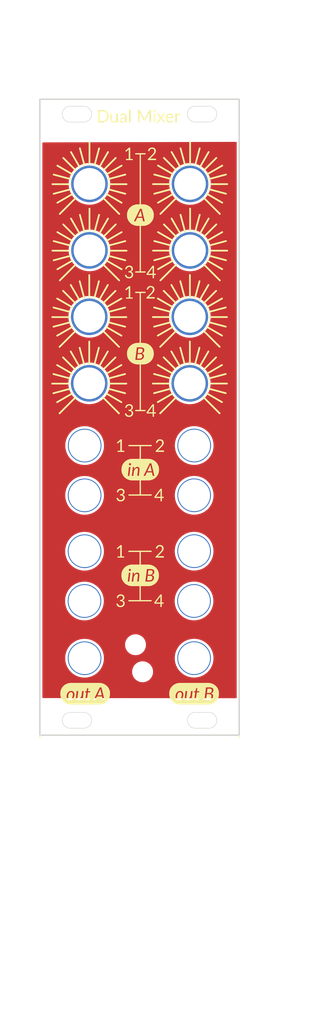
<source format=kicad_pcb>
(kicad_pcb (version 20211014) (generator pcbnew)
  (layers (0 "F.Cu" signal) (31 "B.Cu" signal) (34 "B.Paste" user) (35 "F.Paste" user) (36 "B.SilkS" user "B.Silkscreen") (37 "F.SilkS" user "F.Silkscreen") (38 "B.Mask" user) (39 "F.Mask" user) (44 "Edge.Cuts" user))
  (net 0 "")
  (footprint "Library:MountingHole_7.2mm_Pad_TopBottom" (layer "F.Cu") (at 91.607943 70.554578)
    (fp_text reference "GND" hide)
    (fp_text value "MountingHole_7.2mm_Pad_TopBottom")
    (pad "1" connect circle (at 0 0) (size 7.4 7.4) (layers "F.Cu" "F.Mask"))
    (pad "1" connect circle (at 0 0) (size 7.4 7.4) (layers "B.Cu" "B.Mask"))
    (pad "1" thru_hole circle (at 0 0) (size 7.2 7.2) (drill 6.4) (layers *.Cu *.Mask))
  )
  (footprint "Library:MountingHole_6.4mm_M6_MiniPad_TopBottom" (layer "F.Cu") (at 70.287943 131.334578)
    (fp_text reference "REF**" hide)
    (fp_text value "MountingHole_6.4mm_M6_MiniPad_TopBottom")
    (pad "1" connect circle (at 0 0) (size 6.4 6.4) (layers "F.Cu" "F.Mask"))
    (pad "1" thru_hole circle (at 0 0) (size 6.8 6.8) (drill 6.4) (layers *.Cu *.Mask))
    (pad "1" connect circle (at 0 0) (size 6.4 6.4) (layers "B.Cu" "B.Mask"))
  )
  (footprint "Library:MountingHole_6.4mm_M6_MiniPad_TopBottom" (layer "F.Cu") (at 92.437943 131.324578)
    (fp_text reference "REF**" hide)
    (fp_text value "MountingHole_6.4mm_M6_MiniPad_TopBottom")
    (pad "1" thru_hole circle (at 0 0) (size 6.8 6.8) (drill 6.4) (layers *.Cu *.Mask))
    (pad "1" connect circle (at 0 0) (size 6.4 6.4) (layers "F.Cu" "F.Mask"))
    (pad "1" connect circle (at 0 0) (size 6.4 6.4) (layers "B.Cu" "B.Mask"))
  )
  (footprint "Library:MountingHole_6.4mm_M6_MiniPad_TopBottom" (layer "F.Cu") (at 92.437943 152.944578)
    (fp_text reference "REF**" hide)
    (fp_text value "MountingHole_6.4mm_M6_MiniPad_TopBottom")
    (pad "1" connect circle (at 0 0) (size 6.4 6.4) (layers "B.Cu" "B.Mask"))
    (pad "1" thru_hole circle (at 0 0) (size 6.8 6.8) (drill 6.4) (layers *.Cu *.Mask))
    (pad "1" connect circle (at 0 0) (size 6.4 6.4) (layers "F.Cu" "F.Mask"))
  )
  (footprint "Library:MountingHole_6.4mm_M6_MiniPad_TopBottom" (layer "F.Cu") (at 70.307943 109.984578)
    (fp_text reference "REF**" hide)
    (fp_text value "MountingHole_6.4mm_M6_MiniPad_TopBottom")
    (pad "1" thru_hole circle (at 0 0) (size 6.8 6.8) (drill 6.4) (layers *.Cu *.Mask))
    (pad "1" connect circle (at 0 0) (size 6.4 6.4) (layers "B.Cu" "B.Mask"))
    (pad "1" connect circle (at 0 0) (size 6.4 6.4) (layers "F.Cu" "F.Mask"))
  )
  (footprint "Library:MountingHole_7.2mm_Pad_TopBottom" (layer "F.Cu") (at 91.557943 97.414578)
    (fp_text reference "GND" hide)
    (fp_text value "MountingHole_7.2mm_Pad_TopBottom")
    (pad "1" connect circle (at 0 0) (size 7.4 7.4) (layers "F.Cu" "F.Mask"))
    (pad "1" connect circle (at 0 0) (size 7.4 7.4) (layers "B.Cu" "B.Mask"))
    (pad "1" thru_hole circle (at 0 0) (size 7.2 7.2) (drill 6.4) (layers *.Cu *.Mask))
  )
  (footprint "Library:MountingHole_3.2mm_M3_NoCourt" (layer "F.Cu") (at 80.59 150.23)
    (fp_text reference "REF**" hide)
    (fp_text value "MountingHole_3.2mm_M3_NoCourt")
    (pad "" np_thru_hole circle (at 0 0) (size 3.2 3.2) (drill 3.2) (layers *.Cu *.Mask))
  )
  (footprint "Library:MountingHole_7.2mm_Pad_TopBottom" (layer "F.Cu") (at 91.607943 57.114578)
    (fp_text reference "GND" hide)
    (fp_text value "MountingHole_7.2mm_Pad_TopBottom")
    (pad "1" connect circle (at 0 0) (size 7.4 7.4) (layers "F.Cu" "F.Mask"))
    (pad "1" connect circle (at 0 0) (size 7.4 7.4) (layers "B.Cu" "B.Mask"))
    (pad "1" thru_hole circle (at 0 0) (size 7.2 7.2) (drill 6.4) (layers *.Cu *.Mask))
  )
  (footprint "Library:MountingHole_6.4mm_M6_MiniPad_TopBottom" (layer "F.Cu") (at 92.457943 109.974578)
    (fp_text reference "REF**" hide)
    (fp_text value "MountingHole_6.4mm_M6_MiniPad_TopBottom")
    (pad "1" connect circle (at 0 0) (size 6.4 6.4) (layers "B.Cu" "B.Mask"))
    (pad "1" thru_hole circle (at 0 0) (size 6.8 6.8) (drill 6.4) (layers *.Cu *.Mask))
    (pad "1" connect circle (at 0 0) (size 6.4 6.4) (layers "F.Cu" "F.Mask"))
  )
  (footprint "Library:MountingHole_7.2mm_Pad_TopBottom" (layer "F.Cu") (at 71.227943 97.404578)
    (fp_text reference "GND" hide)
    (fp_text value "MountingHole_7.2mm_Pad_TopBottom")
    (pad "1" thru_hole circle (at 0 0) (size 7.2 7.2) (drill 6.4) (layers *.Cu *.Mask))
    (pad "1" connect circle (at 0 0) (size 7.4 7.4) (layers "F.Cu" "F.Mask"))
    (pad "1" connect circle (at 0 0) (size 7.4 7.4) (layers "B.Cu" "B.Mask"))
  )
  (footprint "Library:MountingHole_6.4mm_M6_MiniPad_TopBottom" (layer "F.Cu") (at 70.267943 141.394578)
    (fp_text reference "REF**" hide)
    (fp_text value "MountingHole_6.4mm_M6_MiniPad_TopBottom")
    (pad "1" thru_hole circle (at 0 0) (size 6.8 6.8) (drill 6.4) (layers *.Cu *.Mask))
    (pad "1" connect circle (at 0 0) (size 6.4 6.4) (layers "B.Cu" "B.Mask"))
    (pad "1" connect circle (at 0 0) (size 6.4 6.4) (layers "F.Cu" "F.Mask"))
  )
  (footprint "Library:MountingHole_7.2mm_Pad_TopBottom" (layer "F.Cu") (at 71.277943 57.104578)
    (fp_text reference "GND" hide)
    (fp_text value "MountingHole_7.2mm_Pad_TopBottom")
    (pad "1" connect circle (at 0 0) (size 7.4 7.4) (layers "F.Cu" "F.Mask"))
    (pad "1" connect circle (at 0 0) (size 7.4 7.4) (layers "B.Cu" "B.Mask"))
    (pad "1" thru_hole circle (at 0 0) (size 7.2 7.2) (drill 6.4) (layers *.Cu *.Mask))
  )
  (footprint "Library:MountingHole_7.2mm_Pad_TopBottom" (layer "F.Cu") (at 71.277943 70.544578)
    (fp_text reference "GND" hide)
    (fp_text value "MountingHole_7.2mm_Pad_TopBottom")
    (pad "1" thru_hole circle (at 0 0) (size 7.2 7.2) (drill 6.4) (layers *.Cu *.Mask))
    (pad "1" connect circle (at 0 0) (size 7.4 7.4) (layers "B.Cu" "B.Mask"))
    (pad "1" connect circle (at 0 0) (size 7.4 7.4) (layers "F.Cu" "F.Mask"))
  )
  (footprint "Library:MountingHole_6.4mm_M6_MiniPad_TopBottom" (layer "F.Cu") (at 92.417943 141.384578)
    (fp_text reference "REF**" hide)
    (fp_text value "MountingHole_6.4mm_M6_MiniPad_TopBottom")
    (pad "1" connect circle (at 0 0) (size 6.4 6.4) (layers "B.Cu" "B.Mask"))
    (pad "1" connect circle (at 0 0) (size 6.4 6.4) (layers "F.Cu" "F.Mask"))
    (pad "1" thru_hole circle (at 0 0) (size 6.8 6.8) (drill 6.4) (layers *.Cu *.Mask))
  )
  (footprint "Library:MountingHole_7.2mm_Pad_TopBottom" (layer "F.Cu") (at 91.567943 83.974578)
    (fp_text reference "GND" hide)
    (fp_text value "MountingHole_7.2mm_Pad_TopBottom")
    (pad "1" thru_hole circle (at 0 0) (size 7.2 7.2) (drill 6.4) (layers *.Cu *.Mask))
    (pad "1" connect circle (at 0 0) (size 7.4 7.4) (layers "B.Cu" "B.Mask"))
    (pad "1" connect circle (at 0 0) (size 7.4 7.4) (layers "F.Cu" "F.Mask"))
  )
  (footprint "Library:MountingHole_6.4mm_M6_MiniPad_TopBottom" (layer "F.Cu") (at 70.287943 152.954578)
    (fp_text reference "REF**" hide)
    (fp_text value "MountingHole_6.4mm_M6_MiniPad_TopBottom")
    (pad "1" connect circle (at 0 0) (size 6.4 6.4) (layers "B.Cu" "B.Mask"))
    (pad "1" connect circle (at 0 0) (size 6.4 6.4) (layers "F.Cu" "F.Mask"))
    (pad "1" thru_hole circle (at 0 0) (size 6.8 6.8) (drill 6.4) (layers *.Cu *.Mask))
  )
  (footprint "Library:MountingHole_6.4mm_M6_MiniPad_TopBottom" (layer "F.Cu") (at 92.447943 120.034578)
    (fp_text reference "REF**" hide)
    (fp_text value "MountingHole_6.4mm_M6_MiniPad_TopBottom")
    (pad "1" connect circle (at 0 0) (size 6.4 6.4) (layers "B.Cu" "B.Mask"))
    (pad "1" connect circle (at 0 0) (size 6.4 6.4) (layers "F.Cu" "F.Mask"))
    (pad "1" thru_hole circle (at 0 0) (size 6.8 6.8) (drill 6.4) (layers *.Cu *.Mask))
  )
  (footprint "Library:MountingHole_3.2mm_M3_NoCourt" (layer "F.Cu") (at 82.02 155.69)
    (fp_text reference "REF**" hide)
    (fp_text value "MountingHole_3.2mm_M3_NoCourt")
    (pad "" np_thru_hole circle (at 0 0) (size 3.2 3.2) (drill 3.2) (layers *.Cu *.Mask))
  )
  (footprint "Library:MountingHole_7.2mm_Pad_TopBottom" (layer "F.Cu") (at 71.237943 83.964578)
    (fp_text reference "GND" hide)
    (fp_text value "MountingHole_7.2mm_Pad_TopBottom")
    (pad "1" connect circle (at 0 0) (size 7.4 7.4) (layers "B.Cu" "B.Mask"))
    (pad "1" thru_hole circle (at 0 0) (size 7.2 7.2) (drill 6.4) (layers *.Cu *.Mask))
    (pad "1" connect circle (at 0 0) (size 7.4 7.4) (layers "F.Cu" "F.Mask"))
  )
  (footprint "Library:MountingHole_6.4mm_M6_MiniPad_TopBottom" (layer "F.Cu") (at 70.297943 120.044578)
    (fp_text reference "REF**" hide)
    (fp_text value "MountingHole_6.4mm_M6_MiniPad_TopBottom")
    (pad "1" connect circle (at 0 0) (size 6.4 6.4) (layers "F.Cu" "F.Mask"))
    (pad "1" thru_hole circle (at 0 0) (size 6.8 6.8) (drill 6.4) (layers *.Cu *.Mask))
    (pad "1" connect circle (at 0 0) (size 6.4 6.4) (layers "B.Cu" "B.Mask"))
  )
  (gr_line (start 77.72981 93.71727) (end 74.698743 95.467045) (layer "F.SilkS") (width 0.352777))
  (gr_line (start 64.78958 53.41727) (end 67.820646 55.167045) (layer "F.SilkS") (width 0.352777))
  (gr_line (start 95.338579 77.522023) (end 93.588804 80.55309) (layer "F.SilkS") (width 0.352777))
  (gr_poly (pts (xy 82.217329 89.233554) (xy 82.328334 89.241674) (xy 82.43769 89.255047) (xy 82.545262 89.273544) (xy 82.650915 89.297032) (xy 82.754514 89.325382) (xy 82.855924 89.358463) (xy 82.955011 89.396144) (xy 83.051639 89.438295) (xy 83.145672 89.484785) (xy 83.236978 89.535482) (xy 83.325419 89.590257) (xy 83.410862 89.648979) (xy 83.493171 89.711517) (xy 83.572212 89.77774) (xy 83.647849 89.847518) (xy 83.719948 89.92072) (xy 83.788373 89.997215) (xy 83.85299 90.076873) (xy 83.913663 90.159563) (xy 83.970259 90.245154) (xy 84.022641 90.333516) (xy 84.070674 90.424518) (xy 84.114225 90.518029) (xy 84.153157 90.613919) (xy 84.187336 90.712056) (xy 84.216628 90.812311) (xy 84.240896 90.914552) (xy 84.260006 91.018649) (xy 84.273823 91.124472) (xy 84.282212 91.231889) (xy 84.285039 91.340769) (xy 84.285039 91.482878) (xy 84.282212 91.591757) (xy 84.273823 91.69917) (xy 84.260006 91.804985) (xy 84.240896 91.909073) (xy 84.216628 92.011302) (xy 84.187336 92.111543) (xy 84.153157 92.209665) (xy 84.114225 92.305537) (xy 84.070674 92.399029) (xy 84.022641 92.490011) (xy 83.970259 92.578351) (xy 83.913663 92.66392) (xy 83.85299 92.746587) (xy 83.788373 92.826221) (xy 83.719948 92.902692) (xy 83.647849 92.97587) (xy 83.572212 93.045624) (xy 83.493171 93.111823) (xy 83.410862 93.174337) (xy 83.325419 93.233035) (xy 83.236978 93.287788) (xy 83.145672 93.338464) (xy 83.051639 93.384933) (xy 82.955011 93.427065) (xy 82.855924 93.464729) (xy 82.754514 93.497794) (xy 82.650915 93.52613) (xy 82.545262 93.549607) (xy 82.43769 93.568094) (xy 82.328334 93.58146) (xy 82.217329 93.589576) (xy 82.104809 93.59231) (xy 81.042859 93.59231) (xy 80.93034 93.589576) (xy 80.819335 93.58146) (xy 80.709979 93.568094) (xy 80.602408 93.549607) (xy 80.496755 93.52613) (xy 80.393156 93.497794) (xy 80.291746 93.464729) (xy 80.192659 93.427065) (xy 80.096032 93.384933) (xy 80.001998 93.338464) (xy 79.910693 93.287788) (xy 79.822252 93.233035) (xy 79.736809 93.174337) (xy 79.6545 93.111823) (xy 79.575459 93.045624) (xy 79.499822 92.97587) (xy 79.427723 92.902692) (xy 79.359298 92.826221) (xy 79.294681 92.746587) (xy 79.236104 92.666777) (xy 80.552451 92.666777) (xy 81.383406 92.666777) (xy 81.436082 92.66586) (xy 81.487391 92.663111) (xy 81.512532 92.661051) (xy 81.537329 92.658535) (xy 81.561783 92.655563) (xy 81.585893 92.652136) (xy 81.609658 92.648254) (xy 81.633079 92.643917) (xy 81.656153 92.639127) (xy 81.678882 92.633884) (xy 81.701265 92.628188) (xy 81.723301 92.62204) (xy 81.744989 92.61544) (xy 81.76633 92.608389) (xy 81.787511 92.60093) (xy 81.808282 92.593103) (xy 81.828641 92.584909) (xy 81.848588 92.576345) (xy 81.868123 92.567412) (xy 81.887246 92.558109) (xy 81.905956 92.548435) (xy 81.924253 92.538389) (xy 81.942137 92.527972) (xy 81.959606 92.517182) (xy 81.976662 92.506018) (xy 81.993303 92.49448) (xy 82.00953 92.482567) (xy 82.025341 92.47028) (xy 82.040738 92.457615) (xy 82.055718 92.444575) (xy 82.070269 92.431191) (xy 82.084378 92.417502) (xy 82.098044 92.403506) (xy 82.111268 92.389206) (xy 82.12405 92.3746) (xy 82.13639 92.35969) (xy 82.148289 92.344476) (xy 82.159746 92.328959) (xy 82.170763 92.313138) (xy 82.181339 92.297015) (xy 82.191474 92.28059) (xy 82.201169 92.263862) (xy 82.210424 92.246834) (xy 82.219239 92.229505) (xy 82.227614 92.211875) (xy 82.235551 92.193945) (xy 82.243241 92.175536) (xy 82.250437 92.156908) (xy 82.257137 92.138062) (xy 82.263343 92.118997) (xy 82.269052 92.099712) (xy 82.274267 92.080208) (xy 82.278985 92.060485) (xy 82.283208 92.040541) (xy 82.286934 92.020377) (xy 82.290164 91.999992) (xy 82.292898 91.979385) (xy 82.295135 91.958558) (xy 82.296875 91.937508) (xy 82.298118 91.916237) (xy 82.298864 91.894743) (xy 82.299113 91.873026) (xy 82.298664 91.848397) (xy 82.297319 91.824338) (xy 82.295076 91.800849) (xy 82.291937 91.777927) (xy 82.287901 91.755573) (xy 82.282969 91.733787) (xy 82.27714 91.712566) (xy 82.270416 91.691912) (xy 82.262796 91.671822) (xy 82.254281 91.652296) (xy 82.24487 91.633335) (xy 82.234564 91.614936) (xy 82.223363 91.5971) (xy 82.211267 91.579825) (xy 82.198277 91.563111) (xy 82.184392 91.546957) (xy 82.169832 91.531376) (xy 82.154373 91.516385) (xy 82.138017 91.501985) (xy 82.120764 91.488175) (xy 82.102613 91.474956) (xy 82.083566 91.462328) (xy 82.063622 91.450293) (xy 82.042782 91.43885) (xy 82.021046 91.427999) (xy 81.998416 91.417742) (xy 81.974889 91.408078) (xy 81.950469 91.399008) (xy 81.925154 91.390532) (xy 81.898945 91.382651) (xy 81.871842 91.375364) (xy 81.843846 91.368674) (xy 81.875947 91.358121) (xy 81.891601 91.352538) (xy 81.90699 91.34675) (xy 81.922115 91.340757) (xy 81.936977 91.334558) (xy 81.951576 91.328153) (xy 81.965913 91.321542) (xy 81.979988 91.314724) (xy 81.993801 91.307699) (xy 82.007354 91.300467) (xy 82.020646 91.293028) (xy 82.033679 91.28538) (xy 82.046452 91.277525) (xy 82.058966 91.26946) (xy 82.071221 91.261187) (xy 82.083431 91.252731) (xy 82.095364 91.244124) (xy 82.107022 91.235364) (xy 82.118403 91.226454) (xy 82.129509 91.217391) (xy 82.14034 91.208177) (xy 82.150894 91.198812) (xy 82.161173 91.189295) (xy 82.171176 91.179626) (xy 82.180904 91.169806) (xy 82.190356 91.159834) (xy 82.199532 91.149712) (xy 82.208434 91.139437) (xy 82.217059 91.129012) (xy 82.22541 91.118435) (xy 82.233485 91.107706) (xy 82.241514 91.096837) (xy 82.249283 91.085835) (xy 82.256793 91.074701) (xy 82.264044 91.063438) (xy 82.271034 91.052046) (xy 82.277764 91.040527) (xy 82.284232 91.028881) (xy 82.29044 91.017109) (xy 82.296385 91.005214) (xy 82.302068 90.993196) (xy 82.307489 90.981055) (xy 82.312646 90.968795) (xy 82.31754 90.956415) (xy 82.322169 90.943916) (xy 82.326535 90.931301) (xy 82.330636 90.91857) (xy 82.338494 90.892451) (xy 82.345311 90.866128) (xy 82.351083 90.839595) (xy 82.35581 90.812847) (xy 82.35949 90.785878) (xy 82.36212 90.758684) (xy 82.363699 90.731258) (xy 82.364226 90.703596) (xy 82.364056 90.687595) (xy 82.363544 90.671783) (xy 82.362692 90.656158) (xy 82.361497 90.640724) (xy 82.35996 90.625479) (xy 82.35808 90.610425) (xy 82.355856 90.595563) (xy 82.353288 90.580893) (xy 82.350376 90.566416) (xy 82.347118 90.552132) (xy 82.343515 90.538043) (xy 82.339566 90.524149) (xy 82.335271 90.510451) (xy 82.330628 90.496949) (xy 82.325638 90.483644) (xy 82.3203 90.470537) (xy 82.314601 90.457443) (xy 82.308528 90.444619) (xy 82.302082 90.432063) (xy 82.295262 90.419775) (xy 82.288069 90.407753) (xy 82.280503 90.395997) (xy 82.272564 90.384504) (xy 82.264253 90.373275) (xy 82.25557 90.362307) (xy 82.246515 90.3516) (xy 82.237089 90.341152) (xy 82.227291 90.330963) (xy 82.217122 90.321032) (xy 82.206582 90.311356) (xy 82.195672 90.301935) (xy 82.184392 90.292769) (xy 82.172726 90.283643) (xy 82.160661 90.274787) (xy 82.148197 90.266201) (xy 82.135332 90.257887) (xy 82.122067 90.249845) (xy 82.108403 90.242076) (xy 82.094339 90.234581) (xy 82.079875 90.227361) (xy 82.065011 90.220417) (xy 82.049748 90.213749) (xy 82.034086 90.207359) (xy 82.018023 90.201247) (xy 82.001562 90.195414) (xy 81.984701 90.189861) (xy 81.96744 90.184589) (xy 81.94978 90.179598) (xy 81.913647 90.1701) (xy 81.875804 90.161887) (xy 81.83625 90.154955) (xy 81.794987 90.149297) (xy 81.752015 90.144908) (xy 81.707334 90.14178) (xy 81.660946 90.139907) (xy 81.612851 90.139284) (xy 80.863026 90.139284) (xy 80.552451 92.666777) (xy 79.236104 92.666777) (xy 79.234007 92.66392) (xy 79.177412 92.578351) (xy 79.12503 92.490011) (xy 79.076996 92.399029) (xy 79.033446 92.305537) (xy 78.994513 92.209665) (xy 78.960334 92.111543) (xy 78.931043 92.011302) (xy 78.906775 91.909073) (xy 78.887665 91.804985) (xy 78.873847 91.69917) (xy 78.865458 91.591757) (xy 78.862631 91.482878) (xy 78.862631 91.340769) (xy 78.865458 91.231889) (xy 78.873847 91.124472) (xy 78.887665 91.018649) (xy 78.906775 90.914552) (xy 78.931043 90.812311) (xy 78.960334 90.712056) (xy 78.994513 90.613919) (xy 79.033446 90.518029) (xy 79.076996 90.424518) (xy 79.12503 90.333516) (xy 79.177412 90.245154) (xy 79.234007 90.159563) (xy 79.294681 90.076873) (xy 79.359298 89.997215) (xy 79.427723 89.92072) (xy 79.499822 89.847518) (xy 79.575459 89.77774) (xy 79.6545 89.711517) (xy 79.736809 89.648979) (xy 79.822252 89.590257) (xy 79.910693 89.535482) (xy 80.001998 89.484785) (xy 80.096032 89.438295) (xy 80.192659 89.396144) (xy 80.291746 89.358463) (xy 80.393156 89.325382) (xy 80.496755 89.297032) (xy 80.602408 89.273544) (xy 80.709979 89.255047) (xy 80.819335 89.241674) (xy 80.93034 89.233554) (xy 81.042859 89.230818) (xy 82.104809 89.230818)) (layer "F.SilkS") (width 0) (fill solid))
  (gr_line (start 65.941404 78.723853) (end 68.41614 81.198939) (layer "F.SilkS") (width 0.352777))
  (gr_poly (pts (xy 85.556946 130.071209) (xy 85.596083 130.073441) (xy 85.634558 130.077161) (xy 85.672371 130.082369) (xy 85.709523 130.089066) (xy 85.746013 130.097251) (xy 85.781841 130.106925) (xy 85.817008 130.118088) (xy 85.834282 130.124214) (xy 85.851266 130.130685) (xy 85.867961 130.1375) (xy 85.884366 130.14466) (xy 85.900482 130.152164) (xy 85.916309 130.160012) (xy 85.931847 130.168205) (xy 85.947095 130.176742) (xy 85.962053 130.185624) (xy 85.976723 130.194849) (xy 85.991103 130.204419) (xy 86.005193 130.214333) (xy 86.018994 130.224592) (xy 86.032506 130.235194) (xy 86.045729 130.246141) (xy 86.058662 130.257432) (xy 86.071278 130.268837) (xy 86.083549 130.280558) (xy 86.095476 130.292597) (xy 86.107059 130.304952) (xy 86.118297 130.317624) (xy 86.12919 130.330612) (xy 86.139739 130.343918) (xy 86.149943 130.35754) (xy 86.159803 130.371479) (xy 86.169318 130.385734) (xy 86.178489 130.400307) (xy 86.187315 130.415196) (xy 86.195797 130.430402) (xy 86.203934 130.445925) (xy 86.211726 130.461765) (xy 86.219175 130.477921) (xy 86.226223 130.494375) (xy 86.232817 130.511105) (xy 86.238956 130.528111) (xy 86.244641 130.545392) (xy 86.24987 130.562949) (xy 86.254645 130.580781) (xy 86.258965 130.598889) (xy 86.262831 130.617273) (xy 86.266241 130.635932) (xy 86.269197 130.654866) (xy 86.271698 130.674076) (xy 86.273745 130.693561) (xy 86.275337 130.713321) (xy 86.276474 130.733357) (xy 86.277156 130.753668) (xy 86.277383 130.774254) (xy 86.276722 130.80923) (xy 86.274737 130.8436) (xy 86.27143 130.877362) (xy 86.2668 130.910518) (xy 86.260847 130.943067) (xy 86.253571 130.975009) (xy 86.244972 131.006344) (xy 86.235049 131.037072) (xy 86.223997 131.066895) (xy 86.212008 131.096387) (xy 86.199083 131.125547) (xy 86.18522 131.154376) (xy 86.17042 131.182873) (xy 86.154684 131.21104) (xy 86.13801 131.238876) (xy 86.120399 131.266381) (xy 86.10196 131.293638) (xy 86.082805 131.32073) (xy 86.062934 131.347657) (xy 86.042346 131.374418) (xy 86.021041 131.401013) (xy 85.99902 131.427443) (xy 85.976283 131.453707) (xy 85.952829 131.479805) (xy 85.905314 131.531955) (xy 85.856256 131.584322) (xy 85.805654 131.636907) (xy 85.753509 131.689713) (xy 85.086759 132.370583) (xy 85.104425 132.365869) (xy 85.122147 132.361431) (xy 85.139924 132.357268) (xy 85.157755 132.353382) (xy 85.175642 132.349771) (xy 85.193584 132.346436) (xy 85.211582 132.343376) (xy 85.229634 132.340592) (xy 85.247631 132.337695) (xy 85.265463 132.335186) (xy 85.283129 132.333063) (xy 85.30063 132.331326) (xy 85.317966 132.329976) (xy 85.335136 132.329011) (xy 85.352141 132.328433) (xy 85.36898 132.32824) (xy 86.215646 132.328248) (xy 86.221958 132.328365) (xy 86.228104 132.328716) (xy 86.234085 132.329302) (xy 86.2399 132.330121) (xy 86.24555 132.331175) (xy 86.251035 132.332464) (xy 86.256354 132.333986) (xy 86.261508 132.335742) (xy 86.266496 132.337733) (xy 86.271319 132.339958) (xy 86.275977 132.342417) (xy 86.28047 132.34511) (xy 86.284797 132.348037) (xy 86.288959 132.351199) (xy 86.292955 132.354594) (xy 86.296787 132.358224) (xy 86.300418 132.362042) (xy 86.303815 132.365998) (xy 86.306977 132.370091) (xy 86.309905 132.374322) (xy 86.312599 132.378691) (xy 86.315059 132.383198) (xy 86.317285 132.387842) (xy 86.319276 132.392624) (xy 86.321033 132.397544) (xy 86.322555 132.402602) (xy 86.323844 132.407797) (xy 86.324898 132.413129) (xy 86.325718 132.4186) (xy 86.326303 132.424208) (xy 86.326655 132.429954) (xy 86.326772 132.435837) (xy 86.326772 132.626343) (xy 84.640496 132.626343) (xy 84.640496 132.518746) (xy 84.640552 132.51455) (xy 84.640717 132.510341) (xy 84.640993 132.506118) (xy 84.641378 132.50188) (xy 84.641874 132.497629) (xy 84.642481 132.493364) (xy 84.643197 132.489085) (xy 84.644024 132.484792) (xy 84.644961 132.480486) (xy 84.646008 132.476165) (xy 84.647166 132.471831) (xy 84.648434 132.467483) (xy 84.649812 132.46312) (xy 84.6513 132.458745) (xy 84.652898 132.454355) (xy 84.654607 132.449952) (xy 84.656433 132.445563) (xy 84.658382 132.441217) (xy 84.660456 132.436911) (xy 84.662654 132.432647) (xy 84.664976 132.428424) (xy 84.667422 132.424242) (xy 84.669992 132.420102) (xy 84.672686 132.416003) (xy 84.675505 132.411945) (xy 84.678447 132.407929) (xy 84.681513 132.403954) (xy 84.684704 132.40002) (xy 84.688018 132.396127) (xy 84.691456 132.392276) (xy 84.695019 132.388466) (xy 84.698705 132.384697) (xy 85.508329 131.571534) (xy 85.557497 131.520935) (xy 85.60446 131.471438) (xy 85.649219 131.423042) (xy 85.691772 131.375748) (xy 85.712112 131.351936) (xy 85.731681 131.328124) (xy 85.750478 131.304311) (xy 85.768502 131.280499) (xy 85.785755 131.256687) (xy 85.802236 131.232874) (xy 85.817945 131.209062) (xy 85.832883 131.18525) (xy 85.847022 131.16141) (xy 85.860334 131.137515) (xy 85.872819 131.113565) (xy 85.884478 131.089559) (xy 85.895309 131.065498) (xy 85.905313 131.041381) (xy 85.914491 131.017209) (xy 85.922841 130.992981) (xy 85.930282 130.968095) (xy 85.93673 130.942822) (xy 85.942187 130.917163) (xy 85.946652 130.891119) (xy 85.950124 130.864688) (xy 85.952605 130.837871) (xy 85.954093 130.810669) (xy 85.954589 130.783082) (xy 85.954451 130.769301) (xy 85.954038 130.755742) (xy 85.953349 130.742402) (xy 85.952384 130.729283) (xy 85.951144 130.716384) (xy 85.949628 130.703706) (xy 85.947837 130.691248) (xy 85.94577 130.679011) (xy 85.943427 130.666994) (xy 85.940809 130.655198) (xy 85.937915 130.643622) (xy 85.934746 130.632266) (xy 85.931301 130.621132) (xy 85.927581 130.610217) (xy 85.923584 130.599524) (xy 85.919313 130.589051) (xy 85.914799 130.578585) (xy 85.910079 130.568353) (xy 85.905153 130.558356) (xy 85.90002 130.548593) (xy 85.89468 130.539064) (xy 85.889133 130.529769) (xy 85.88338 130.520709) (xy 85.87742 130.511882) (xy 85.871253 130.50329) (xy 85.864879 130.494932) (xy 85.858299 130.486808) (xy 85.851512 130.478918) (xy 85.844519 130.471263) (xy 85.837318 130.463841) (xy 85.829911 130.456653) (xy 85.822297 130.4497) (xy 85.814711 130.442977) (xy 85.806946 130.436473) (xy 85.799002 130.430191) (xy 85.790878 130.424128) (xy 85.782576 130.418286) (xy 85.774094 130.412664) (xy 85.765433 130.407263) (xy 85.756593 130.402082) (xy 85.747574 130.397121) (xy 85.738375 130.392381) (xy 85.728998 130.387861) (xy 85.719441 130.383562) (xy 85.709705 130.379483) (xy 85.69979 130.375625) (xy 85.689695 130.371986) (xy 85.679422 130.368569) (xy 85.66901 130.36515) (xy 85.658503 130.361952) (xy 85.647899 130.358975) (xy 85.637199 130.356218) (xy 85.626402 130.353682) (xy 85.615509 130.351366) (xy 85.604519 130.349271) (xy 85.593433 130.347396) (xy 85.58225 130.345743) (xy 85.570971 130.344309) (xy 85.548124 130.342104) (xy 85.524891 130.340781) (xy 85.501271 130.34034) (xy 85.477266 130.340781) (xy 85.453756 130.342104) (xy 85.430743 130.344309) (xy 85.408226 130.347396) (xy 85.386205 130.351366) (xy 85.36468 130.356218) (xy 85.343652 130.361952) (xy 85.323119 130.368569) (xy 85.313046 130.372186) (xy 85.30311 130.375982) (xy 85.293313 130.379958) (xy 85.283653 130.384112) (xy 85.27413 130.388445) (xy 85.264746 130.392958) (xy 85.255499 130.39765) (xy 85.24639 130.402521) (xy 85.237419 130.407571) (xy 85.228586 130.412801) (xy 85.219891 130.418209) (xy 85.211333 130.423798) (xy 85.202913 130.429565) (xy 85.194631 130.435513) (xy 85.186486 130.441639) (xy 85.178479 130.447945) (xy 85.170838 130.454195) (xy 85.163348 130.460596) (xy 85.15601 130.467148) (xy 85.148823 130.473852) (xy 85.141788 130.480707) (xy 85.134905 130.487714) (xy 85.128173 130.494872) (xy 85.121593 130.502182) (xy 85.115164 130.509643) (xy 85.108887 130.517255) (xy 85.102762 130.52502) (xy 85.096788 130.532936) (xy 85.090966 130.541003) (xy 85.085296 130.549223) (xy 85.079778 130.557594) (xy 85.074411 130.566117) (xy 85.069215 130.574772) (xy 85.064213 130.583537) (xy 85.059404 130.592412) (xy 85.054787 130.601398) (xy 85.050364 130.610493) (xy 85.046133 130.619698) (xy 85.042096 130.629014) (xy 85.038251 130.63844) (xy 85.0346 130.647975) (xy 85.031141 130.657621) (xy 85.027875 130.667378) (xy 85.024802 130.677244) (xy 85.021922 130.687221) (xy 85.019235 130.697307) (xy 85.016741 130.707505) (xy 85.01444 130.717812) (xy 85.011732 130.725371) (xy 85.0089 130.732613) (xy 85.005943 130.739538) (xy 85.002863 130.746145) (xy 84.999659 130.752436) (xy 84.996331 130.758409) (xy 84.992879 130.764065) (xy 84.989303 130.769405) (xy 84.985603 130.774427) (xy 84.981779 130.779133) (xy 84.977831 130.783522) (xy 84.973759 130.787594) (xy 84.969563 130.791349) (xy 84.965243 130.794787) (xy 84.960799 130.797908) (xy 84.956231 130.800713) (xy 84.951704 130.803029) (xy 84.946943 130.805124) (xy 84.941948 130.806999) (xy 84.936718 130.808654) (xy 84.931254 130.810088) (xy 84.925555 130.811301) (xy 84.919623 130.812294) (xy 84.913456 130.813066) (xy 84.907055 130.813618) (xy 84.900419 130.813949) (xy 84.89355 130.814059) (xy 84.886446 130.813949) (xy 84.879108 130.813619) (xy 84.871535 130.813067) (xy 84.863728 130.812295) (xy 84.855687 130.811303) (xy 84.691648 130.783082) (xy 84.698538 130.7405) (xy 84.706862 130.699185) (xy 84.716618 130.659139) (xy 84.727807 130.62036) (xy 84.733939 130.601446) (xy 84.74043 130.582849) (xy 84.747278 130.56457) (xy 84.754485 130.546607) (xy 84.76205 130.528962) (xy 84.769973 130.511634) (xy 84.778255 130.494623) (xy 84.786895 130.477929) (xy 84.796073 130.461344) (xy 84.805527 130.445104) (xy 84.815256 130.429208) (xy 84.825261 130.413657) (xy 84.835541 130.398451) (xy 84.846097 130.383588) (xy 84.856929 130.369071) (xy 84.868036 130.354898) (xy 84.879419 130.341069) (xy 84.891077 130.327585) (xy 84.903011 130.314446) (xy 84.91522 130.301651) (xy 84.927705 130.2892) (xy 84.940466 130.277094) (xy 84.953502 130.265332) (xy 84.966813 130.253914) (xy 84.980601 130.242842) (xy 84.994622 130.232113) (xy 85.008878 130.22173) (xy 85.023368 130.211691) (xy 85.038093 130.201997) (xy 85.053051 130.192647) (xy 85.068244 130.183642) (xy 85.083671 130.174981) (xy 85.099332 130.166664) (xy 85.115228 130.158692) (xy 85.131358 130.151064) (xy 85.147722 130.143781) (xy 85.164321 130.136841) (xy 85.181153 130.130246) (xy 85.19822 130.123995) (xy 85.215522 130.118088) (xy 85.23303 130.112321) (xy 85.250716 130.106925) (xy 85.268582 130.101902) (xy 85.286628 130.097251) (xy 85.304852 130.092972) (xy 85.323256 130.089066) (xy 85.341839 130.085532) (xy 85.360601 130.082369) (xy 85.379542 130.079579) (xy 85.398663 130.077161) (xy 85.417962 130.075115) (xy 85.437441 130.073441) (xy 85.476936 130.071209) (xy 85.517148 130.070466)) (layer "F.SilkS") (width 0) (fill solid))
  (gr_line (start 95.49228 58.192659) (end 98.873304 59.098238) (layer "F.SilkS") (width 0.352777))
  (gr_poly (pts (xy 81.611071 90.399062) (xy 81.638323 90.400129) (xy 81.664634 90.401908) (xy 81.690006 90.4044) (xy 81.714438 90.407605) (xy 81.737932 90.411524) (xy 81.760487 90.416159) (xy 81.782105 90.421509) (xy 81.802786 90.427577) (xy 81.82253 90.434361) (xy 81.841338 90.441863) (xy 81.859211 90.450084) (xy 81.876149 90.459025) (xy 81.892153 90.468686) (xy 81.907222 90.479068) (xy 81.921359 90.490172) (xy 81.934604 90.501777) (xy 81.946999 90.514102) (xy 81.958543 90.527147) (xy 81.969235 90.540911) (xy 81.979075 90.555393) (xy 81.988062 90.570595) (xy 81.996196 90.586513) (xy 82.003477 90.603149) (xy 82.009902 90.620502) (xy 82.015473 90.63857) (xy 82.020189 90.657355) (xy 82.024048 90.676854) (xy 82.027051 90.697068) (xy 82.029196 90.717996) (xy 82.030484 90.739637) (xy 82.030913 90.761992) (xy 82.030771 90.776246) (xy 82.030346 90.790346) (xy 82.029638 90.804294) (xy 82.028649 90.818088) (xy 82.02738 90.83173) (xy 82.025833 90.845219) (xy 82.024007 90.858556) (xy 82.021905 90.871742) (xy 82.019527 90.884776) (xy 82.016874 90.897659) (xy 82.013948 90.910391) (xy 82.01075 90.922972) (xy 82.00728 90.935403) (xy 82.003541 90.947684) (xy 81.999532 90.959815) (xy 81.995255 90.971796) (xy 81.990703 90.983597) (xy 81.985863 90.995186) (xy 81.980735 91.006564) (xy 81.97532 91.017732) (xy 81.969617 91.028691) (xy 81.963625 91.039441) (xy 81.957344 91.049983) (xy 81.950774 91.060318) (xy 81.943915 91.070446) (xy 81.936766 91.080368) (xy 81.929327 91.090085) (xy 81.921598 91.099597) (xy 81.913577 91.108905) (xy 81.905266 91.118009) (xy 81.896663 91.126911) (xy 81.887768 91.135611) (xy 81.878809 91.14388) (xy 81.869568 91.151931) (xy 81.860044 91.159764) (xy 81.850237 91.167377) (xy 81.840145 91.174771) (xy 81.829766 91.181946) (xy 81.819101 91.188901) (xy 81.808147 91.195635) (xy 81.796904 91.202149) (xy 81.78537 91.208442) (xy 81.773544 91.214515) (xy 81.761426 91.220366) (xy 81.749014 91.225995) (xy 81.736306 91.231402) (xy 81.723303 91.236587) (xy 81.710002 91.241549) (xy 81.696624 91.246037) (xy 81.682949 91.250239) (xy 81.654712 91.257781) (xy 81.625301 91.264173) (xy 81.594722 91.26941) (xy 81.562987 91.273489) (xy 81.530102 91.276407) (xy 81.496077 91.278161) (xy 81.460921 91.278746) (xy 81.053712 91.278746) (xy 81.161198 90.398707) (xy 81.582879 90.398707)) (layer "F.SilkS") (width 0) (fill solid))
  (gr_poly (pts (xy 85.916705 120.329237) (xy 86.299466 120.329237) (xy 86.299466 120.509146) (xy 86.299397 120.512639) (xy 86.29919 120.516064) (xy 86.298846 120.519419) (xy 86.298363 120.522706) (xy 86.297743 120.525923) (xy 86.296985 120.529072) (xy 86.29609 120.532152) (xy 86.295056 120.535163) (xy 86.293885 120.538105) (xy 86.292576 120.540978) (xy 86.291129 120.543783) (xy 86.289544 120.546518) (xy 86.287822 120.549184) (xy 86.285962 120.551781) (xy 86.283964 120.55431) (xy 86.281829 120.556769) (xy 86.279768 120.559119) (xy 86.277556 120.561317) (xy 86.275193 120.563364) (xy 86.272678 120.565259) (xy 86.270011 120.567002) (xy 86.267193 120.568594) (xy 86.264224 120.570034) (xy 86.261102 120.571322) (xy 86.25783 120.572458) (xy 86.254405 120.573443) (xy 86.250829 120.574277) (xy 86.247102 120.574958) (xy 86.243223 120.575489) (xy 86.239193 120.575867) (xy 86.235011 120.576095) (xy 86.230677 120.57617) (xy 85.916703 120.57617) (xy 85.916703 121.241163) (xy 85.641537 121.241163) (xy 85.641537 120.57617) (xy 84.519704 120.57617) (xy 84.515329 120.576095) (xy 84.511022 120.575867) (xy 84.506785 120.575489) (xy 84.502617 120.574958) (xy 84.498517 120.574277) (xy 84.494486 120.573443) (xy 84.490524 120.572458) (xy 84.486631 120.571322) (xy 84.482807 120.570034) (xy 84.479052 120.568594) (xy 84.475366 120.567002) (xy 84.471748 120.565259) (xy 84.468199 120.563364) (xy 84.46472 120.561317) (xy 84.461309 120.559119) (xy 84.457967 120.556769) (xy 84.454948 120.554088) (xy 84.452068 120.551338) (xy 84.449326 120.54852) (xy 84.446721 120.545632) (xy 84.444255 120.542676) (xy 84.441926 120.539651) (xy 84.439735 120.536557) (xy 84.437682 120.533394) (xy 84.435766 120.530163) (xy 84.433989 120.526862) (xy 84.432349 120.523493) (xy 84.430847 120.520055) (xy 84.429484 120.516548) (xy 84.428257 120.512972) (xy 84.427169 120.509327) (xy 84.426219 120.505614) (xy 84.394469 120.345106) (xy 84.406427 120.329237) (xy 84.734898 120.329237) (xy 85.641537 120.329237) (xy 85.641537 119.286772) (xy 85.641758 119.263294) (xy 85.64242 119.238708) (xy 85.643523 119.213019) (xy 85.645066 119.186232) (xy 85.647051 119.158785) (xy 85.649477 119.131114) (xy 85.652344 119.103222) (xy 85.65565 119.07511) (xy 84.734898 120.329237) (xy 84.406427 120.329237) (xy 85.6239 118.713507) (xy 85.916705 118.713507)) (layer "F.SilkS") (width 0) (fill solid))
  (gr_line (start 91.628591 62.097148) (end 91.628591 66.597178) (layer "F.SilkS") (width 0.352777))
  (gr_line (start 85.083563 93.70727) (end 88.11463 95.457045) (layer "F.SilkS") (width 0.352777))
  (gr_poly (pts (xy 77.649537 140.048225) (xy 77.688508 140.050375) (xy 77.726708 140.053959) (xy 77.764136 140.058975) (xy 77.800792 140.065424) (xy 77.836676 140.073306) (xy 77.871788 140.082621) (xy 77.906129 140.093369) (xy 77.922955 140.099253) (xy 77.939477 140.10544) (xy 77.955696 140.111931) (xy 77.971612 140.118724) (xy 77.987225 140.125821) (xy 78.002535 140.133222) (xy 78.017542 140.140925) (xy 78.032245 140.148932) (xy 78.046646 140.157242) (xy 78.060743 140.165855) (xy 78.074537 140.17477) (xy 78.088028 140.183989) (xy 78.101216 140.193511) (xy 78.114101 140.203335) (xy 78.126683 140.213463) (xy 78.138961 140.223893) (xy 78.151136 140.234615) (xy 78.162966 140.245613) (xy 78.174452 140.256886) (xy 78.185594 140.268435) (xy 78.196391 140.280259) (xy 78.206843 140.292359) (xy 78.216951 140.304734) (xy 78.226714 140.317385) (xy 78.236133 140.330312) (xy 78.245208 140.343514) (xy 78.253938 140.356991) (xy 78.262323 140.370745) (xy 78.270364 140.384773) (xy 78.278061 140.399078) (xy 78.285413 140.413658) (xy 78.292421 140.428513) (xy 78.299042 140.443608) (xy 78.305236 140.458911) (xy 78.311003 140.47442) (xy 78.316343 140.490136) (xy 78.321256 140.506059) (xy 78.325741 140.52219) (xy 78.329799 140.538527) (xy 78.333431 140.55507) (xy 78.336634 140.571821) (xy 78.339411 140.588778) (xy 78.341761 140.605943) (xy 78.343683 140.623313) (xy 78.345178 140.640891) (xy 78.346246 140.658675) (xy 78.346887 140.676666) (xy 78.3471 140.694863) (xy 78.346604 140.724459) (xy 78.345116 140.753285) (xy 78.342635 140.78134) (xy 78.339163 140.808626) (xy 78.334697 140.83514) (xy 78.32924 140.860884) (xy 78.322791 140.885857) (xy 78.315349 140.910058) (xy 78.311491 140.921654) (xy 78.307412 140.933071) (xy 78.303113 140.944309) (xy 78.298593 140.955368) (xy 78.293853 140.966247) (xy 78.288892 140.976948) (xy 78.283711 140.987469) (xy 78.278309 140.997811) (xy 78.272687 141.007974) (xy 78.266844 141.017957) (xy 78.26078 141.027762) (xy 78.254497 141.037387) (xy 78.247992 141.046834) (xy 78.241268 141.056101) (xy 78.234323 141.065189) (xy 78.227157 141.074097) (xy 78.220004 141.082832) (xy 78.212659 141.091402) (xy 78.205121 141.099807) (xy 78.19739 141.108047) (xy 78.189466 141.116122) (xy 78.181349 141.124032) (xy 78.17304 141.131776) (xy 78.164537 141.139355) (xy 78.155842 141.146769) (xy 78.146953 141.154018) (xy 78.137872 141.161101) (xy 78.128598 141.16802) (xy 78.119131 141.174772) (xy 78.109471 141.18136) (xy 78.099618 141.187782) (xy 78.089572 141.194039) (xy 78.068985 141.206109) (xy 78.047791 141.217628) (xy 78.02599 141.228596) (xy 78.003584 141.239013) (xy 77.98057 141.248879) (xy 77.956951 141.258194) (xy 77.932725 141.266958) (xy 77.907893 141.27517) (xy 77.938279 141.283467) (xy 77.9677 141.292481) (xy 77.996156 141.302211) (xy 78.023648 141.312658) (xy 78.050175 141.323821) (xy 78.075737 141.3357) (xy 78.100335 141.348296) (xy 78.123968 141.361608) (xy 78.146637 141.375637) (xy 78.168341 141.390382) (xy 78.18908 141.405843) (xy 78.208855 141.422021) (xy 78.227665 141.438915) (xy 78.245511 141.456526) (xy 78.262392 141.474853) (xy 78.278308 141.493897) (xy 78.293474 141.513383) (xy 78.307661 141.533476) (xy 78.320869 141.554174) (xy 78.3331 141.575479) (xy 78.344351 141.59739) (xy 78.354625 141.619908) (xy 78.36392 141.643031) (xy 78.372236 141.666761) (xy 78.379574 141.691097) (xy 78.385934 141.716039) (xy 78.391315 141.741588) (xy 78.395718 141.767743) (xy 78.399142 141.794504) (xy 78.401588 141.821872) (xy 78.403055 141.849846) (xy 78.403545 141.878426) (xy 78.403283 141.900118) (xy 78.402497 141.921533) (xy 78.401188 141.942673) (xy 78.399355 141.963537) (xy 78.396999 141.984126) (xy 78.394119 142.004438) (xy 78.390715 142.024475) (xy 78.386788 142.044236) (xy 78.382337 142.063721) (xy 78.377362 142.08293) (xy 78.371863 142.101864) (xy 78.365841 142.120522) (xy 78.359296 142.138905) (xy 78.352226 142.157012) (xy 78.344633 142.174843) (xy 78.336517 142.192399) (xy 78.328166 142.209658) (xy 78.319429 142.226601) (xy 78.310307 142.243226) (xy 78.300798 142.259535) (xy 78.290904 142.275527) (xy 78.280624 142.291203) (xy 78.269958 142.306561) (xy 78.258906 142.321602) (xy 78.247468 142.336327) (xy 78.235645 142.350735) (xy 78.223436 142.364826) (xy 78.210841 142.3786) (xy 78.19786 142.392057) (xy 78.184493 142.405197) (xy 78.17074 142.418021) (xy 78.156602 142.430527) (xy 78.142119 142.442481) (xy 78.127333 142.454091) (xy 78.112243 142.465356) (xy 78.09685 142.476277) (xy 78.081154 142.486852) (xy 78.065156 142.497084) (xy 78.048853 142.506971) (xy 78.032248 142.516513) (xy 78.01534 142.525711) (xy 77.998128 142.534565) (xy 77.980613 142.543074) (xy 77.962795 142.551238) (xy 77.944674 142.559059) (xy 77.92625 142.566534) (xy 77.907522 142.573666) (xy 77.888492 142.580452) (xy 77.869441 142.586648) (xy 77.85021 142.592444) (xy 77.8308 142.59784) (xy 77.811211 142.602836) (xy 77.791443 142.607432) (xy 77.771496 142.611628) (xy 77.75137 142.615425) (xy 77.731064 142.618822) (xy 77.71058 142.621819) (xy 77.689916 142.624416) (xy 77.648051 142.628411) (xy 77.605469 142.630809) (xy 77.562171 142.631608) (xy 77.51281 142.630836) (xy 77.465268 142.628521) (xy 77.419545 142.624662) (xy 77.37564 142.619259) (xy 77.333556 142.612314) (xy 77.29329 142.603824) (xy 77.254842 142.593791) (xy 77.236301 142.588196) (xy 77.218214 142.582215) (xy 77.200527 142.575677) (xy 77.183184 142.56885) (xy 77.166186 142.561733) (xy 77.149533 142.554326) (xy 77.133224 142.54663) (xy 77.117259 142.538644) (xy 77.101639 142.530369) (xy 77.086364 142.521804) (xy 77.071433 142.51295) (xy 77.056846 142.503807) (xy 77.042604 142.494374) (xy 77.028706 142.484652) (xy 77.015153 142.474641) (xy 77.001945 142.46434) (xy 76.98908 142.453751) (xy 76.976561 142.442872) (xy 76.964351 142.431723) (xy 76.952418 142.420326) (xy 76.94076 142.408681) (xy 76.929377 142.396788) (xy 76.91827 142.384647) (xy 76.907439 142.372258) (xy 76.896883 142.359622) (xy 76.886603 142.346737) (xy 76.876599 142.333605) (xy 76.86687 142.320225) (xy 76.857416 142.306597) (xy 76.848239 142.292722) (xy 76.839336 142.278598) (xy 76.83071 142.264227) (xy 76.822359 142.249608) (xy 76.814284 142.234742) (xy 76.798712 142.204007) (xy 76.783746 142.172667) (xy 76.769387 142.140723) (xy 76.755634 142.108173) (xy 76.742487 142.075018) (xy 76.729947 142.041257) (xy 76.718013 142.00689) (xy 76.706686 141.971917) (xy 76.842505 141.915467) (xy 76.849106 141.912732) (xy 76.855679 141.910259) (xy 76.862225 141.908048) (xy 76.868743 141.906099) (xy 76.875234 141.904411) (xy 76.881697 141.902985) (xy 76.888132 141.90182) (xy 76.89454 141.900918) (xy 76.90092 141.900277) (xy 76.907273 141.899898) (xy 76.913598 141.89978) (xy 76.919896 141.899925) (xy 76.926166 141.900332) (xy 76.932409 141.901) (xy 76.938624 141.90193) (xy 76.944811 141.903122) (xy 76.951095 141.90459) (xy 76.957159 141.906347) (xy 76.963001 141.908393) (xy 76.968624 141.910729) (xy 76.974026 141.913353) (xy 76.979207 141.916268) (xy 76.984168 141.919471) (xy 76.988909 141.922964) (xy 76.993429 141.926746) (xy 76.997728 141.930817) (xy 77.001807 141.935178) (xy 77.005666 141.939829) (xy 77.009304 141.944769) (xy 77.012721 141.949999) (xy 77.015918 141.955518) (xy 77.018894 141.961327) (xy 77.03102 141.987233) (xy 77.04447 142.015567) (xy 77.075339 142.079506) (xy 77.079845 142.088085) (xy 77.084544 142.096621) (xy 77.089436 142.105117) (xy 77.09452 142.113571) (xy 77.099798 142.121984) (xy 77.105269 142.130356) (xy 77.110933 142.138686) (xy 77.11679 142.146975) (xy 77.129082 142.163429) (xy 77.142146 142.179718) (xy 77.155981 142.195842) (xy 77.170589 142.2118) (xy 77.178209 142.219662) (xy 77.186078 142.227373) (xy 77.194194 142.234931) (xy 77.202559 142.242339) (xy 77.211172 142.249594) (xy 77.220032 142.256698) (xy 77.229141 142.263651) (xy 77.238498 142.270451) (xy 77.248103 142.2771) (xy 77.257956 142.283598) (xy 77.268057 142.289943) (xy 77.278406 142.296137) (xy 77.289004 142.30218) (xy 77.299849 142.308071) (xy 77.310942 142.31381) (xy 77.322284 142.319397) (xy 77.334162 142.324738) (xy 77.346427 142.329734) (xy 77.359077 142.334386) (xy 77.372113 142.338692) (xy 77.385535 142.342654) (xy 77.399343 142.346272) (xy 77.413536 142.349545) (xy 77.428116 142.352473) (xy 77.443081 142.355056) (xy 77.458432 142.357295) (xy 77.47417 142.35919) (xy 77.490292 142.36074) (xy 77.506801 142.361945) (xy 77.523696 142.362807) (xy 77.540976 142.363323) (xy 77.558643 142.363495) (xy 77.575048 142.36333) (xy 77.591192 142.362834) (xy 77.607074 142.362007) (xy 77.622695 142.360849) (xy 77.638053 142.35936) (xy 77.653149 142.357541) (xy 77.667984 142.355391) (xy 77.682557 142.352911) (xy 77.696868 142.350099) (xy 77.710917 142.346957) (xy 77.724704 142.343484) (xy 77.738229 142.339681) (xy 77.751493 142.335546) (xy 77.764494 142.331082) (xy 77.777234 142.326286) (xy 77.789712 142.32116) (xy 77.802142 142.315552) (xy 77.814297 142.30975) (xy 77.826175 142.303756) (xy 77.837778 142.297569) (xy 77.849106 142.291189) (xy 77.860158 142.284616) (xy 77.870934 142.27785) (xy 77.881435 142.270891) (xy 77.89166 142.263739) (xy 77.901609 142.256393) (xy 77.911283 142.248855) (xy 77.920681 142.241124) (xy 77.929804 142.2332) (xy 77.938651 142.225082) (xy 77.947222 142.216771) (xy 77.955518 142.208268) (xy 77.963766 142.199607) (xy 77.971751 142.190822) (xy 77.979475 142.181914) (xy 77.986937 142.172881) (xy 77.994138 142.163724) (xy 78.001076 142.154444) (xy 78.007753 142.14504) (xy 78.014168 142.135511) (xy 78.02032 142.125858) (xy 78.026212 142.116082) (xy 78.031841 142.106181) (xy 78.037208 142.096157) (xy 78.042314 142.086008) (xy 78.047158 142.075735) (xy 78.05174 142.065339) (xy 78.05606 142.054818) (xy 78.060118 142.04424) (xy 78.063915 142.033677) (xy 78.06745 142.023127) (xy 78.070722 142.012592) (xy 78.073734 142.00207) (xy 78.076483 141.991562) (xy 78.07897 141.981068) (xy 78.081196 141.970588) (xy 78.083159 141.960122) (xy 78.084861 141.94967) (xy 78.086301 141.939231) (xy 78.087479 141.928806) (xy 78.088396 141.918396) (xy 78.08905 141.907998) (xy 78.089443 141.897615) (xy 78.089574 141.887246) (xy 78.089161 141.861944) (xy 78.08792 141.837193) (xy 78.085853 141.812995) (xy 78.082959 141.789347) (xy 78.079239 141.766251) (xy 78.074691 141.743707) (xy 78.069317 141.721714) (xy 78.063115 141.700272) (xy 78.059629 141.68978) (xy 78.055785 141.679467) (xy 78.051582 141.669332) (xy 78.047021 141.659377) (xy 78.042101 141.6496) (xy 78.036823 141.640003) (xy 78.031187 141.630584) (xy 78.025193 141.621344) (xy 78.01884 141.612283) (xy 78.012129 141.603402) (xy 78.005059 141.594699) (xy 77.997632 141.586175) (xy 77.989846 141.577831) (xy 77.981701 141.569665) (xy 77.973199 141.561679) (xy 77.964338 141.553872) (xy 77.955084 141.546258) (xy 77.945404 141.53885) (xy 77.935296 141.53165) (xy 77.924761 141.524656) (xy 77.913799 141.517869) (xy 77.902409 141.511289) (xy 77.890592 141.504916) (xy 77.878349 141.498749) (xy 77.865678 141.492789) (xy 77.852579 141.487036) (xy 77.839054 141.48149) (xy 77.825101 141.47615) (xy 77.810722 141.471017) (xy 77.795915 141.46609) (xy 77.780681 141.46137) (xy 77.76502 141.456856) (xy 77.749082 141.452584) (xy 77.73258 141.448587) (xy 77.715513 141.444866) (xy 77.697881 141.441421) (xy 77.660922 141.435357) (xy 77.621703 141.430397) (xy 77.580224 141.426538) (xy 77.536486 141.423783) (xy 77.490487 141.422129) (xy 77.442228 141.421578) (xy 77.442228 141.194039) (xy 77.482025 141.193102) (xy 77.520279 141.191173) (xy 77.55699 141.188252) (xy 77.592158 141.184339) (xy 77.625782 141.179433) (xy 77.657862 141.173535) (xy 77.688399 141.166644) (xy 77.717393 141.158761) (xy 77.731553 141.154475) (xy 77.745368 141.149997) (xy 77.758838 141.145326) (xy 77.771964 141.140462) (xy 77.784746 141.135404) (xy 77.797183 141.130154) (xy 77.809275 141.124711) (xy 77.821023 141.119074) (xy 77.832426 141.113245) (xy 77.843485 141.107223) (xy 77.854199 141.101008) (xy 77.864569 141.0946) (xy 77.874594 141.087999) (xy 77.884275 141.081206) (xy 77.893611 141.074219) (xy 77.902602 141.06704) (xy 77.911484 141.059673) (xy 77.920049 141.052128) (xy 77.928296 141.044404) (xy 77.936227 141.0365) (xy 77.943841 141.028418) (xy 77.951137 141.020156) (xy 77.958117 141.011716) (xy 77.96478 141.003096) (xy 77.971126 140.994298) (xy 77.977154 140.98532) (xy 77.982866 140.976164) (xy 77.988261 140.966828) (xy 77.993339 140.957314) (xy 77.9981 140.947621) (xy 78.002544 140.937748) (xy 78.006671 140.927697) (xy 78.010729 140.917484) (xy 78.014526 140.907134) (xy 78.018061 140.896647) (xy 78.021334 140.886021) (xy 78.024345 140.875258) (xy 78.027094 140.864358) (xy 78.029581 140.85332) (xy 78.031807 140.842144) (xy 78.03377 140.83083) (xy 78.035472 140.819378) (xy 78.036912 140.807789) (xy 78.038091 140.796061) (xy 78.039007 140.784196) (xy 78.039662 140.772193) (xy 78.040054 140.760052) (xy 78.040185 140.747773) (xy 78.040047 140.734213) (xy 78.039634 140.720874) (xy 78.038945 140.707756) (xy 78.03798 140.694858) (xy 78.03674 140.68218) (xy 78.035224 140.669723) (xy 78.033433 140.657487) (xy 78.031366 140.645471) (xy 78.029023 140.633676) (xy 78.026405 140.6221) (xy 78.023512 140.610745) (xy 78.020342 140.599611) (xy 78.016897 140.588696) (xy 78.013177 140.578002) (xy 78.009181 140.567528) (xy 78.004909 140.557274) (xy 78.000616 140.547242) (xy 77.996117 140.537431) (xy 77.991411 140.52784) (xy 77.986498 140.518469) (xy 77.981379 140.509319) (xy 77.976053 140.500389) (xy 77.97052 140.49168) (xy 77.96478 140.483191) (xy 77.958834 140.474923) (xy 77.952681 140.466875) (xy 77.946321 140.459048) (xy 77.939755 140.451441) (xy 77.932982 140.444055) (xy 77.926002 140.436889) (xy 77.918815 140.429943) (xy 77.911422 140.423218) (xy 77.903836 140.416708) (xy 77.896071 140.410405) (xy 77.888127 140.404307) (xy 77.880003 140.398417) (xy 77.871701 140.392732) (xy 77.863219 140.387255) (xy 77.854558 140.381984) (xy 77.845718 140.376919) (xy 77.836699 140.372062) (xy 77.8275 140.367411) (xy 77.818123 140.362967) (xy 77.808566 140.358729) (xy 77.79883 140.354699) (xy 77.788915 140.350876) (xy 77.778821 140.347259) (xy 77.768548 140.34385) (xy 77.758351 140.340646) (xy 77.748043 140.337648) (xy 77.737625 140.334858) (xy 77.727097 140.332274) (xy 77.70571 140.327726) (xy 77.683882 140.324006) (xy 77.661613 140.321112) (xy 77.638902 140.319045) (xy 77.615751 140.317804) (xy 77.592159 140.317391) (xy 77.568539 140.317832) (xy 77.545305 140.319155) (xy 77.522458 140.32136) (xy 77.499995 140.324446) (xy 77.477919 140.328415) (xy 77.456229 140.333265) (xy 77.434925 140.338998) (xy 77.414006 140.345612) (xy 77.403933 140.349229) (xy 77.393997 140.353026) (xy 77.384199 140.357001) (xy 77.374539 140.361156) (xy 77.365017 140.36549) (xy 77.355633 140.370003) (xy 77.346386 140.374695) (xy 77.337277 140.379566) (xy 77.328306 140.384616) (xy 77.319472 140.389845) (xy 77.310777 140.395254) (xy 77.302219 140.400841) (xy 77.293799 140.406607) (xy 77.285517 140.412553) (xy 77.277373 140.418677) (xy 77.269366 140.424981) (xy 77.261726 140.431231) (xy 77.254236 140.437632) (xy 77.246898 140.444185) (xy 77.239712 140.45089) (xy 77.232677 140.457746) (xy 77.225794 140.464754) (xy 77.219062 140.471914) (xy 77.212482 140.479225) (xy 77.206054 140.486687) (xy 77.199777 140.494301) (xy 77.193651 140.502067) (xy 77.187678 140.509984) (xy 77.181855 140.518053) (xy 77.176185 140.526273) (xy 77.170666 140.534644) (xy 77.165299 140.543168) (xy 77.160104 140.55182) (xy 77.155101 140.560584) (xy 77.150292 140.569458) (xy 77.145676 140.578442) (xy 77.141252 140.587537) (xy 77.137022 140.596743) (xy 77.132984 140.606058) (xy 77.129139 140.615485) (xy 77.125488 140.625021) (xy 77.122029 140.634668) (xy 77.118763 140.644425) (xy 77.11569 140.654293) (xy 77.11281 140.66427) (xy 77.110123 140.674358) (xy 77.107628 140.684555) (xy 77.105327 140.694863) (xy 77.102413 140.702421) (xy 77.099402 140.709662) (xy 77.096294 140.716586) (xy 77.093091 140.723194) (xy 77.08979 140.729485) (xy 77.086393 140.735459) (xy 77.0829 140.741116) (xy 77.07931 140.746456) (xy 77.075624 140.751479) (xy 77.071841 140.756185) (xy 77.067962 140.760574) (xy 77.063986 140.764646) (xy 77.059914 140.768402) (xy 77.055745 140.771839) (xy 77.05148 140.77496) (xy 77.047118 140.777764) (xy 77.042805 140.780078) (xy 77.038244 140.782173) (xy 77.033434 140.784047) (xy 77.028377 140.7857) (xy 77.023071 140.787133) (xy 77.017518 140.788346) (xy 77.011716 140.789338) (xy 77.005667 140.79011) (xy 76.999369 140.790662) (xy 76.992824 140.790992) (xy 76.98603 140.791103) (xy 76.978988 140.790992) (xy 76.971698 140.790662) (xy 76.964161 140.79011) (xy 76.956375 140.789338) (xy 76.948341 140.788346) (xy 76.784294 140.760117) (xy 76.791184 140.717538) (xy 76.799507 140.676226) (xy 76.809263 140.636182) (xy 76.820453 140.597405) (xy 76.826585 140.578492) (xy 76.833076 140.559896) (xy 76.839925 140.541616) (xy 76.847132 140.523654) (xy 76.854698 140.506008) (xy 76.862622 140.488679) (xy 76.870904 140.471667) (xy 76.879544 140.454972) (xy 76.888509 140.438387) (xy 76.897762 140.422147) (xy 76.907305 140.406251) (xy 76.917137 140.3907) (xy 76.927259 140.375494) (xy 76.93767 140.360631) (xy 76.94837 140.346114) (xy 76.95936 140.33194) (xy 76.970639 140.318111) (xy 76.982208 140.304627) (xy 76.994066 140.291486) (xy 77.006213 140.278691) (xy 77.01865 140.266239) (xy 77.031376 140.254132) (xy 77.044392 140.242369) (xy 77.057697 140.23095) (xy 77.071484 140.219878) (xy 77.085506 140.209151) (xy 77.099762 140.198768) (xy 77.114252 140.18873) (xy 77.128976 140.179036) (xy 77.143935 140.169686) (xy 77.159128 140.160681) (xy 77.174555 140.152021) (xy 77.190216 140.143705) (xy 77.206112 140.135733) (xy 77.222242 140.128106) (xy 77.238606 140.120824) (xy 77.255205 140.113886) (xy 77.272037 140.107292) (xy 77.289104 140.101043) (xy 77.306405 140.095139) (xy 77.324127 140.089371) (xy 77.342014 140.083976) (xy 77.360066 140.078952) (xy 77.378284 140.074301) (xy 77.396667 140.070021) (xy 77.415215 140.066114) (xy 77.433929 140.062579) (xy 77.452808 140.059416) (xy 77.471853 140.056625) (xy 77.491062 140.054207) (xy 77.529978 140.050486) (xy 77.569555 140.048253) (xy 77.609794 140.047509)) (layer "F.SilkS") (width 0) (fill solid))
  (gr_line (start 64.73958 93.71727) (end 67.770646 95.467045) (layer "F.SilkS") (width 0.352777))
  (gr_line (start 84.384263 55.216096) (end 87.764934 56.122026) (layer "F.SilkS") (width 0.352777))
  (gr_line (start 91.588591 75.517148) (end 91.588591 80.017178) (layer "F.SilkS") (width 0.352777))
  (gr_line (start 95.042973 99.457297) (end 98.074036 101.207426) (layer "F.SilkS") (width 0.352777))
  (gr_line (start 73.185731 76.782725) (end 72.28015 80.16339) (layer "F.SilkS") (width 0.352777))
  (gr_poly (pts (xy 89.466649 42.87484) (xy 89.480512 42.875418) (xy 89.49421 42.876382) (xy 89.507742 42.877732) (xy 89.521109 42.879468) (xy 89.534311 42.88159) (xy 89.547347 42.884098) (xy 89.560218 42.886993) (xy 89.573253 42.890302) (xy 89.579627 42.892122) (xy 89.585903 42.894051) (xy 89.592084 42.896091) (xy 89.598168 42.898241) (xy 89.604155 42.900501) (xy 89.610046 42.902872) (xy 89.615841 42.905352) (xy 89.621539 42.907943) (xy 89.627141 42.910643) (xy 89.632646 42.913454) (xy 89.638055 42.916375) (xy 89.643367 42.919406) (xy 89.648583 42.922547) (xy 89.653702 42.925799) (xy 89.630772 43.160394) (xy 89.629325 43.165735) (xy 89.62763 43.170732) (xy 89.62669 43.173101) (xy 89.625687 43.175384) (xy 89.624623 43.17758) (xy 89.623496 43.179691) (xy 89.622308 43.181715) (xy 89.621057 43.183653) (xy 89.619745 43.185505) (xy 89.61837 43.187271) (xy 89.616933 43.188951) (xy 89.615435 43.190544) (xy 89.613874 43.192052) (xy 89.612251 43.193473) (xy 89.610567 43.194808) (xy 89.60882 43.196057) (xy 89.607011 43.197219) (xy 89.60514 43.198296) (xy 89.603207 43.199286) (xy 89.601213 43.200191) (xy 89.599156 43.201009) (xy 89.597037 43.201741) (xy 89.594856 43.202387) (xy 89.592613 43.202946) (xy 89.590308 43.20342) (xy 89.587941 43.203808) (xy 89.585512 43.204109) (xy 89.583021 43.204324) (xy 89.577853 43.204496) (xy 89.571321 43.204331) (xy 89.564073 43.203834) (xy 89.556108 43.203006) (xy 89.547427 43.201847) (xy 89.538029 43.200358) (xy 89.527915 43.198539) (xy 89.517084 43.19639) (xy 89.505536 43.193911) (xy 89.493436 43.191432) (xy 89.480951 43.189283) (xy 89.46808 43.187464) (xy 89.454823 43.185975) (xy 89.441181 43.184816) (xy 89.427152 43.183988) (xy 89.412737 43.183491) (xy 89.397937 43.183325) (xy 89.377046 43.183711) (xy 89.356707 43.184869) (xy 89.336919 43.186799) (xy 89.317682 43.189501) (xy 89.30827 43.191142) (xy 89.298996 43.192975) (xy 89.289859 43.195001) (xy 89.280861 43.19722) (xy 89.272 43.199632) (xy 89.263276 43.202237) (xy 89.254691 43.205035) (xy 89.246243 43.208025) (xy 89.238134 43.211208) (xy 89.23012 43.214585) (xy 89.222204 43.218154) (xy 89.214383 43.221916) (xy 89.206659 43.225871) (xy 89.199032 43.230018) (xy 89.191501 43.234359) (xy 89.184066 43.238893) (xy 89.176728 43.243619) (xy 89.169486 43.248538) (xy 89.162341 43.253651) (xy 89.155293 43.258956) (xy 89.14834 43.264455) (xy 89.141484 43.270146) (xy 89.134725 43.276031) (xy 89.128062 43.282108) (xy 89.121703 43.288157) (xy 89.115412 43.2944) (xy 89.109191 43.300835) (xy 89.103038 43.307463) (xy 89.096954 43.314285) (xy 89.090939 43.321299) (xy 89.084993 43.328506) (xy 89.079115 43.335906) (xy 89.073307 43.343499) (xy 89.067567 43.351284) (xy 89.061896 43.359263) (xy 89.056295 43.367434) (xy 89.050762 43.375798) (xy 89.045298 43.384354) (xy 89.039903 43.393104) (xy 89.034577 43.402046) (xy 89.024545 43.420017) (xy 89.014733 43.43865) (xy 89.005141 43.457944) (xy 88.995771 43.477899) (xy 88.986621 43.498515) (xy 88.977692 43.519792) (xy 88.968982 43.541729) (xy 88.960494 43.564326) (xy 88.960494 44.693214) (xy 88.644759 44.693214) (xy 88.644759 42.906396) (xy 88.824675 42.906396) (xy 88.830946 42.906472) (xy 88.836968 42.906699) (xy 88.842742 42.907078) (xy 88.848268 42.907609) (xy 88.853546 42.908291) (xy 88.858575 42.909125) (xy 88.863357 42.91011) (xy 88.867891 42.911247) (xy 88.872176 42.912535) (xy 88.876214 42.913975) (xy 88.880003 42.915567) (xy 88.883544 42.91731) (xy 88.886838 42.919205) (xy 88.889883 42.921251) (xy 88.892681 42.923449) (xy 88.89523 42.925799) (xy 88.897607 42.928333) (xy 88.899888 42.931088) (xy 88.902072 42.934064) (xy 88.90416 42.937261) (xy 88.906152 42.940678) (xy 88.908047 42.944316) (xy 88.909845 42.948175) (xy 88.911547 42.952254) (xy 88.913153 42.956554) (xy 88.914662 42.961074) (xy 88.916074 42.965815) (xy 88.91739 42.970776) (xy 88.91861 42.975958) (xy 88.919733 42.98136) (xy 88.920759 42.986982) (xy 88.921689 42.992825) (xy 88.942857 43.264473) (xy 88.953591 43.24186) (xy 88.964629 43.21988) (xy 88.97597 43.198534) (xy 88.987614 43.177822) (xy 88.999562 43.157744) (xy 89.011813 43.138299) (xy 89.024366 43.119489) (xy 89.037224 43.101312) (xy 89.050384 43.083769) (xy 89.063847 43.06686) (xy 89.077614 43.050585) (xy 89.091684 43.034944) (xy 89.106057 43.019937) (xy 89.120733 43.005564) (xy 89.135712 42.991824) (xy 89.150994 42.978719) (xy 89.166642 42.966116) (xy 89.182716 42.954326) (xy 89.199218 42.94335) (xy 89.216147 42.933186) (xy 89.233503 42.923836) (xy 89.251287 42.915299) (xy 89.269498 42.907575) (xy 89.288136 42.900664) (xy 89.307201 42.894566) (xy 89.326694 42.889282) (xy 89.346613 42.88481) (xy 89.36696 42.881151) (xy 89.387734 42.878306) (xy 89.408936 42.876273) (xy 89.430564 42.875054) (xy 89.45262 42.874647)) (layer "F.SilkS") (width 0) (fill solid))
  (gr_poly (pts (xy 83.705845 77.724174) (xy 83.744982 77.726407) (xy 83.783457 77.73013) (xy 83.82127 77.73534) (xy 83.858422 77.742039) (xy 83.894912 77.750226) (xy 83.930741 77.759901) (xy 83.965908 77.771064) (xy 83.983181 77.777188) (xy 84.000165 77.783658) (xy 84.01686 77.790472) (xy 84.033265 77.797631) (xy 84.049381 77.805134) (xy 84.065208 77.812982) (xy 84.080745 77.821174) (xy 84.095993 77.829711) (xy 84.110952 77.838593) (xy 84.125621 77.847818) (xy 84.14 77.857388) (xy 84.154091 77.867303) (xy 84.167892 77.877562) (xy 84.181404 77.888165) (xy 84.194626 77.899112) (xy 84.207559 77.910403) (xy 84.220175 77.921807) (xy 84.232447 77.933529) (xy 84.244374 77.945566) (xy 84.255956 77.957921) (xy 84.267194 77.970593) (xy 84.278088 77.983581) (xy 84.288636 77.996886) (xy 84.298841 78.010508) (xy 84.308701 78.024447) (xy 84.318216 78.038703) (xy 84.327387 78.053276) (xy 84.336213 78.068165) (xy 84.344695 78.083372) (xy 84.352832 78.098895) (xy 84.360625 78.114735) (xy 84.368074 78.130893) (xy 84.375122 78.147346) (xy 84.381716 78.164075) (xy 84.387855 78.18108) (xy 84.39354 78.198361) (xy 84.398769 78.215917) (xy 84.403544 78.233749) (xy 84.407865 78.251857) (xy 84.41173 78.27024) (xy 84.415141 78.288898) (xy 84.418097 78.307832) (xy 84.420598 78.327042) (xy 84.422644 78.346527) (xy 84.424236 78.366288) (xy 84.425373 78.386324) (xy 84.426055 78.406635) (xy 84.426282 78.427222) (xy 84.425621 78.462198) (xy 84.423637 78.496567) (xy 84.420329 78.53033) (xy 84.415699 78.563486) (xy 84.409746 78.596035) (xy 84.40247 78.627977) (xy 84.393871 78.659312) (xy 84.383949 78.690039) (xy 84.372897 78.719862) (xy 84.360908 78.749353) (xy 84.347982 78.778513) (xy 84.334119 78.807341) (xy 84.319319 78.835839) (xy 84.303582 78.864005) (xy 84.286908 78.891841) (xy 84.269296 78.919345) (xy 84.250858 78.946601) (xy 84.231704 78.973692) (xy 84.211833 79.000618) (xy 84.191245 79.02738) (xy 84.16994 79.053976) (xy 84.147919 79.080408) (xy 84.125182 79.106675) (xy 84.101728 79.132777) (xy 84.054213 79.18492) (xy 84.005155 79.237285) (xy 83.954553 79.289873) (xy 83.902408 79.342681) (xy 83.235658 80.023532) (xy 83.253325 80.018819) (xy 83.271046 80.014381) (xy 83.288823 80.01022) (xy 83.306654 80.006334) (xy 83.324541 80.002723) (xy 83.342483 79.999388) (xy 83.36048 79.996329) (xy 83.378532 79.993544) (xy 83.39653 79.990652) (xy 83.414362 79.988144) (xy 83.432029 79.986023) (xy 83.44953 79.984287) (xy 83.466866 79.982936) (xy 83.484036 79.981972) (xy 83.50104 79.981393) (xy 83.517879 79.9812) (xy 84.364545 79.981208) (xy 84.370857 79.981325) (xy 84.377003 79.981676) (xy 84.382983 79.982262) (xy 84.388799 79.983082) (xy 84.394448 79.984136) (xy 84.399933 79.985424) (xy 84.405252 79.986947) (xy 84.410406 79.988704) (xy 84.415395 79.990695) (xy 84.420218 79.992921) (xy 84.424876 79.995381) (xy 84.429369 79.998075) (xy 84.433696 80.001003) (xy 84.437858 80.004166) (xy 84.441854 80.007564) (xy 84.445686 80.011195) (xy 84.449317 80.015012) (xy 84.452713 80.018968) (xy 84.455876 80.023061) (xy 84.458804 80.027292) (xy 84.461498 80.03166) (xy 84.463958 80.036167) (xy 84.466183 80.040811) (xy 84.468174 80.045593) (xy 84.469931 80.050512) (xy 84.471454 80.055569) (xy 84.472743 80.060764) (xy 84.473797 80.066097) (xy 84.474617 80.071567) (xy 84.475203 80.077176) (xy 84.475554 80.082921) (xy 84.475671 80.088805) (xy 84.475671 80.2793) (xy 82.789396 80.2793) (xy 82.789396 80.171706) (xy 82.789451 80.16751) (xy 82.789616 80.1633) (xy 82.789892 80.159076) (xy 82.790278 80.154839) (xy 82.790774 80.150587) (xy 82.79138 80.146322) (xy 82.792096 80.142044) (xy 82.792923 80.137751) (xy 82.79386 80.133444) (xy 82.794907 80.129124) (xy 82.796065 80.12479) (xy 82.797332 80.120442) (xy 82.79871 80.11608) (xy 82.800198 80.111705) (xy 82.801796 80.107315) (xy 82.803504 80.102912) (xy 82.805331 80.098522) (xy 82.807281 80.094174) (xy 82.809355 80.089867) (xy 82.811553 80.085602) (xy 82.813875 80.081379) (xy 82.816321 80.077196) (xy 82.818891 80.073055) (xy 82.821585 80.068956) (xy 82.824404 80.064897) (xy 82.827346 80.060881) (xy 82.830412 80.056905) (xy 82.833602 80.052971) (xy 82.836917 80.049078) (xy 82.840355 80.045226) (xy 82.843918 80.041415) (xy 82.847604 80.037646) (xy 83.657228 79.224501) (xy 83.706396 79.1739) (xy 83.75336 79.124401) (xy 83.798118 79.076005) (xy 83.840671 79.028712) (xy 83.861011 79.004898) (xy 83.880579 78.981085) (xy 83.899376 78.957272) (xy 83.917401 78.93346) (xy 83.934654 78.909648) (xy 83.951135 78.885836) (xy 83.966845 78.862025) (xy 83.981782 78.838214) (xy 83.995921 78.814372) (xy 84.009233 78.790476) (xy 84.021718 78.766526) (xy 84.033376 78.742521) (xy 84.044207 78.718462) (xy 84.054211 78.694348) (xy 84.063389 78.670178) (xy 84.071739 78.645953) (xy 84.07918 78.621064) (xy 84.085629 78.59579) (xy 84.091086 78.57013) (xy 84.095551 78.544085) (xy 84.099023 78.517655) (xy 84.101504 78.490839) (xy 84.102992 78.463637) (xy 84.103488 78.436049) (xy 84.103351 78.42227) (xy 84.102937 78.408712) (xy 84.102248 78.395373) (xy 84.101284 78.382255) (xy 84.100043 78.369357) (xy 84.098528 78.356679) (xy 84.096736 78.344221) (xy 84.094669 78.331984) (xy 84.092327 78.319968) (xy 84.089709 78.308172) (xy 84.086815 78.296596) (xy 84.083645 78.285241) (xy 84.0802 78.274107) (xy 84.07648 78.263194) (xy 84.072484 78.252502) (xy 84.068212 78.24203) (xy 84.063699 78.231563) (xy 84.058979 78.22133) (xy 84.054052 78.211332) (xy 84.048919 78.201568) (xy 84.043579 78.192039) (xy 84.038032 78.182745) (xy 84.032278 78.173684) (xy 84.026318 78.164858) (xy 84.020151 78.156267) (xy 84.013778 78.147909) (xy 84.007198 78.139786) (xy 84.000411 78.131898) (xy 83.993417 78.124244) (xy 83.986217 78.116824) (xy 83.97881 78.109638) (xy 83.971197 78.102687) (xy 83.96361 78.095962) (xy 83.955845 78.089458) (xy 83.947901 78.083174) (xy 83.939777 78.077111) (xy 83.931475 78.071268) (xy 83.922993 78.065646) (xy 83.914332 78.060244) (xy 83.905492 78.055063) (xy 83.896472 78.050101) (xy 83.887274 78.045361) (xy 83.877896 78.04084) (xy 83.868339 78.03654) (xy 83.858604 78.03246) (xy 83.848689 78.0286) (xy 83.838594 78.02496) (xy 83.828321 78.02154) (xy 83.81791 78.018124) (xy 83.807402 78.014929) (xy 83.796798 78.011953) (xy 83.786098 78.009198) (xy 83.775301 78.006663) (xy 83.764408 78.004349) (xy 83.753418 78.002255) (xy 83.742332 78.000381) (xy 83.73115 77.998728) (xy 83.719871 77.997295) (xy 83.697023 77.995091) (xy 83.67379 77.993768) (xy 83.650171 77.993327) (xy 83.626165 77.993768) (xy 83.602656 77.995091) (xy 83.579642 77.997295) (xy 83.557125 78.000381) (xy 83.535104 78.004349) (xy 83.513578 78.009198) (xy 83.49255 78.014929) (xy 83.472017 78.02154) (xy 83.461944 78.025158) (xy 83.452008 78.028954) (xy 83.442211 78.03293) (xy 83.43255 78.037084) (xy 83.423028 78.041418) (xy 83.413644 78.045932) (xy 83.404397 78.050624) (xy 83.395288 78.055496) (xy 83.386317 78.060546) (xy 83.377484 78.065776) (xy 83.368788 78.071186) (xy 83.360231 78.076774) (xy 83.351811 78.082542) (xy 83.343529 78.088489) (xy 83.335385 78.094615) (xy 83.327379 78.100921) (xy 83.319738 78.107172) (xy 83.312248 78.113574) (xy 83.30491 78.120127) (xy 83.297724 78.126832) (xy 83.290689 78.133688) (xy 83.283805 78.140696) (xy 83.277074 78.147855) (xy 83.270493 78.155164) (xy 83.264065 78.162626) (xy 83.257788 78.170239) (xy 83.251663 78.178003) (xy 83.245689 78.185919) (xy 83.239867 78.193986) (xy 83.234196 78.202204) (xy 83.228677 78.210574) (xy 83.22331 78.219096) (xy 83.218115 78.227751) (xy 83.213112 78.236516) (xy 83.208303 78.245391) (xy 83.203687 78.254376) (xy 83.199263 78.263472) (xy 83.195033 78.272678) (xy 83.190995 78.281994) (xy 83.18715 78.29142) (xy 83.183499 78.300957) (xy 83.18004 78.310603) (xy 83.176774 78.320359) (xy 83.173701 78.330226) (xy 83.170821 78.340202) (xy 83.168134 78.350289) (xy 83.16564 78.360485) (xy 83.163339 78.370791) (xy 83.160631 78.37835) (xy 83.157799 78.385591) (xy 83.154843 78.392515) (xy 83.151763 78.399122) (xy 83.148559 78.405411) (xy 83.145231 78.411384) (xy 83.141778 78.41704) (xy 83.138202 78.422379) (xy 83.134502 78.427401) (xy 83.130678 78.432106) (xy 83.12673 78.436494) (xy 83.122658 78.440566) (xy 83.118462 78.44432) (xy 83.114142 78.447758) (xy 83.109699 78.45088) (xy 83.105131 78.453685) (xy 83.100604 78.456) (xy 83.095842 78.458094) (xy 83.090847 78.459969) (xy 83.085617 78.461622) (xy 83.080153 78.463056) (xy 83.074454 78.464269) (xy 83.068521 78.465261) (xy 83.062355 78.466033) (xy 83.055953 78.466584) (xy 83.049318 78.466915) (xy 83.042448 78.467026) (xy 83.035344 78.466915) (xy 83.028006 78.466585) (xy 83.020434 78.466034) (xy 83.012627 78.465262) (xy 83.004587 78.46427) (xy 82.840547 78.436049) (xy 82.847436 78.393469) (xy 82.855759 78.352156) (xy 82.865516 78.312111) (xy 82.876705 78.273334) (xy 82.882838 78.25442) (xy 82.889328 78.235824) (xy 82.896177 78.217545) (xy 82.903384 78.199582) (xy 82.91095 78.181936) (xy 82.918874 78.164607) (xy 82.927156 78.147595) (xy 82.935796 78.1309) (xy 82.944974 78.114316) (xy 82.954428 78.098076) (xy 82.964157 78.082181) (xy 82.974161 78.06663) (xy 82.984442 78.051424) (xy 82.994997 78.036561) (xy 83.005829 78.022044) (xy 83.016936 78.00787) (xy 83.028318 77.994042) (xy 83.039976 77.980557) (xy 83.05191 77.967417) (xy 83.064119 77.954621) (xy 83.076604 77.94217) (xy 83.089364 77.930063) (xy 83.102399 77.9183) (xy 83.115711 77.906882) (xy 83.129498 77.895809) (xy 83.14352 77.885081) (xy 83.157776 77.874698) (xy 83.172266 77.864659) (xy 83.186991 77.854965) (xy 83.20195 77.845615) (xy 83.217143 77.83661) (xy 83.23257 77.827949) (xy 83.248232 77.819633) (xy 83.264128 77.811662) (xy 83.280258 77.804034) (xy 83.296622 77.796752) (xy 83.31322 77.789813) (xy 83.330053 77.783219) (xy 83.34712 77.776969) (xy 83.364421 77.771064) (xy 83.381929 77.765296) (xy 83.399616 77.759901) (xy 83.417482 77.754878) (xy 83.435528 77.750226) (xy 83.453752 77.745947) (xy 83.472156 77.742039) (xy 83.490739 77.738504) (xy 83.509501 77.73534) (xy 83.528442 77.732549) (xy 83.547563 77.73013) (xy 83.566862 77.728083) (xy 83.586341 77.726407) (xy 83.625836 77.724174) (xy 83.666047 77.72343)) (layer "F.SilkS") (width 0) (fill solid))
  (gr_line (start 81.532329 131.354134) (end 81.532329 134.028389) (layer "F.SilkS") (width 0.264583))
  (gr_poly (pts (xy 75.849508 44.045853) (xy 75.849866 44.070851) (xy 75.850941 44.095132) (xy 75.852733 44.118696) (xy 75.855241 44.141544) (xy 75.858465 44.163676) (xy 75.862407 44.185091) (xy 75.867064 44.205789) (xy 75.872439 44.225771) (xy 75.87853 44.245036) (xy 75.885337 44.263585) (xy 75.892862 44.281417) (xy 75.901102 44.298532) (xy 75.910059 44.314931) (xy 75.919733 44.330614) (xy 75.930124 44.345579) (xy 75.941231 44.359828) (xy 75.953295 44.373285) (xy 75.966118 44.385873) (xy 75.979698 44.397593) (xy 75.994037 44.408446) (xy 76.009133 44.41843) (xy 76.024987 44.427546) (xy 76.0416 44.435794) (xy 76.05897 44.443173) (xy 76.077098 44.449685) (xy 76.095984 44.455328) (xy 76.115628 44.460104) (xy 76.13603 44.464011) (xy 76.15719 44.46705) (xy 76.179107 44.46922) (xy 76.201783 44.470522) (xy 76.225217 44.470957) (xy 76.242559 44.470702) (xy 76.25975 44.469937) (xy 76.276789 44.468662) (xy 76.293677 44.466877) (xy 76.310414 44.464582) (xy 76.326998 44.461777) (xy 76.343431 44.458463) (xy 76.359713 44.454638) (xy 76.375843 44.450304) (xy 76.391821 44.44546) (xy 76.407648 44.440106) (xy 76.423323 44.434242) (xy 76.438847 44.427869) (xy 76.454219 44.420986) (xy 76.469439 44.413593) (xy 76.484508 44.405691) (xy 76.499646 44.397118) (xy 76.514632 44.38816) (xy 76.529467 44.378817) (xy 76.54415 44.369088) (xy 76.558681 44.358973) (xy 76.573061 44.348472) (xy 76.587289 44.337586) (xy 76.601366 44.326314) (xy 76.615291 44.314656) (xy 76.629064 44.302613) (xy 76.642686 44.290183) (xy 76.656157 44.277368) (xy 76.669475 44.264167) (xy 76.682642 44.25058) (xy 76.695658 44.236607) (xy 76.708522 44.222248) (xy 76.708522 42.906388) (xy 77.022495 42.906396) (xy 77.022495 44.693214) (xy 76.835523 44.693214) (xy 76.827338 44.692959) (xy 76.819538 44.692194) (xy 76.812124 44.69092) (xy 76.808562 44.690091) (xy 76.805096 44.689135) (xy 76.801727 44.688052) (xy 76.798454 44.686841) (xy 76.795278 44.685503) (xy 76.792198 44.684037) (xy 76.789214 44.682444) (xy 76.786327 44.680723) (xy 76.783537 44.678875) (xy 76.780842 44.676899) (xy 76.778245 44.674796) (xy 76.775744 44.672566) (xy 76.773339 44.670208) (xy 76.771031 44.667722) (xy 76.768819 44.66511) (xy 76.766704 44.662369) (xy 76.764685 44.659501) (xy 76.762762 44.656506) (xy 76.760936 44.653384) (xy 76.759207 44.650133) (xy 76.756037 44.643251) (xy 76.753253 44.635858) (xy 76.750855 44.627956) (xy 76.726162 44.435687) (xy 76.711499 44.451588) (xy 76.696616 44.467103) (xy 76.681513 44.482233) (xy 76.666189 44.496978) (xy 76.650645 44.511337) (xy 76.63488 44.52531) (xy 76.618895 44.538898) (xy 76.602689 44.5521) (xy 76.586263 44.564916) (xy 76.569616 44.577346) (xy 76.552749 44.589391) (xy 76.535661 44.601049) (xy 76.518353 44.612322) (xy 76.500824 44.623208) (xy 76.483075 44.633708) (xy 76.465105 44.643822) (xy 76.44686 44.653221) (xy 76.428284 44.662013) (xy 76.409377 44.670198) (xy 76.39014 44.677777) (xy 76.370572 44.68475) (xy 76.350673 44.691117) (xy 76.330443 44.696877) (xy 76.309883 44.702031) (xy 76.288992 44.706578) (xy 76.267771 44.71052) (xy 76.246218 44.713855) (xy 76.224335 44.716583) (xy 76.202121 44.718705) (xy 76.179577 44.720221) (xy 76.156701 44.721131) (xy 76.133495 44.721434) (xy 76.115325 44.721248) (xy 76.097418 44.72069) (xy 76.079772 44.719759) (xy 76.062388 44.718456) (xy 76.045266 44.716781) (xy 76.028405 44.714734) (xy 76.011807 44.712315) (xy 75.99547 44.709524) (xy 75.979395 44.706361) (xy 75.963582 44.702826) (xy 75.948031 44.698918) (xy 75.932742 44.694639) (xy 75.917715 44.689988) (xy 75.902949 44.684965) (xy 75.888445 44.67957) (xy 75.874203 44.673803) (xy 75.860451 44.667477) (xy 75.846973 44.660848) (xy 75.833772 44.653917) (xy 75.820846 44.646682) (xy 75.808195 44.639143) (xy 75.795821 44.631302) (xy 75.783721 44.623158) (xy 75.771898 44.61471) (xy 75.76035 44.605959) (xy 75.749077 44.596905) (xy 75.738081 44.587548) (xy 75.72736 44.577887) (xy 75.716914 44.567924) (xy 75.706744 44.557657) (xy 75.69685 44.547087) (xy 75.687232 44.536214) (xy 75.677895 44.525046) (xy 75.668848 44.513588) (xy 75.660091 44.501841) (xy 75.651623 44.489804) (xy 75.643444 44.477477) (xy 75.635555 44.464861) (xy 75.627955 44.451956) (xy 75.620644 44.438761) (xy 75.613623 44.425276) (xy 75.606891 44.411502) (xy 75.600449 44.397439) (xy 75.594296 44.383086) (xy 75.588432 44.368444) (xy 75.582858 44.353513) (xy 75.577574 44.338292) (xy 75.572578 44.322783) (xy 75.563896 44.29106) (xy 75.556372 44.258511) (xy 75.550006 44.225134) (xy 75.544797 44.190931) (xy 75.540746 44.155901) (xy 75.537852 44.120045) (xy 75.536115 44.083362) (xy 75.535537 44.045853) (xy 75.535537 42.906372) (xy 75.849508 42.906372)) (layer "F.SilkS") (width 0) (fill solid))
  (gr_line (start 68.406176 100.295475) (end 65.22412 103.477879) (layer "F.SilkS") (width 0.352777))
  (gr_line (start 64.78958 66.85727) (end 67.820646 68.607045) (layer "F.SilkS") (width 0.352777))
  (gr_line (start 94.407021 100.285475) (end 97.589428 103.467879) (layer "F.SilkS") (width 0.352777))
  (gr_poly (pts (xy 77.830876 111.024237) (xy 78.328292 111.024229) (xy 78.328292 111.26412) (xy 76.973627 111.26412) (xy 76.973627 111.024229) (xy 77.515141 111.024229) (xy 77.515141 109.300917) (xy 77.515472 109.262) (xy 77.516464 109.222862) (xy 77.518118 109.183505) (xy 77.520432 109.143927) (xy 77.070639 109.530218) (xy 77.067773 109.532588) (xy 77.064907 109.534848) (xy 77.062041 109.536997) (xy 77.059175 109.539037) (xy 77.056309 109.540967) (xy 77.053442 109.542786) (xy 77.050576 109.544495) (xy 77.04771 109.546094) (xy 77.044843 109.547583) (xy 77.041977 109.548961) (xy 77.03911 109.55023) (xy 77.036244 109.551387) (xy 77.033378 109.552435) (xy 77.030512 109.553372) (xy 77.027645 109.554199) (xy 77.024779 109.554915) (xy 77.019101 109.555686) (xy 77.013534 109.556237) (xy 77.008077 109.556567) (xy 77.00273 109.556677) (xy 76.997494 109.556567) (xy 76.992368 109.556237) (xy 76.987351 109.555686) (xy 76.982445 109.554915) (xy 76.980027 109.554447) (xy 76.977622 109.553923) (xy 76.975232 109.553345) (xy 76.972855 109.552712) (xy 76.970491 109.552023) (xy 76.968142 109.551279) (xy 76.965806 109.550481) (xy 76.963484 109.549627) (xy 76.961176 109.548718) (xy 76.958881 109.547753) (xy 76.956601 109.546734) (xy 76.954334 109.545659) (xy 76.952081 109.544529) (xy 76.949841 109.543344) (xy 76.947616 109.542104) (xy 76.945404 109.540808) (xy 76.943447 109.539478) (xy 76.941546 109.538134) (xy 76.939699 109.536776) (xy 76.937908 109.535405) (xy 76.936172 109.53402) (xy 76.934491 109.532621) (xy 76.932864 109.531209) (xy 76.931293 109.529783) (xy 76.929778 109.528343) (xy 76.928317 109.526889) (xy 76.926911 109.525422) (xy 76.92556 109.523941) (xy 76.924265 109.522447) (xy 76.923025 109.520939) (xy 76.92184 109.519417) (xy 76.920709 109.517882) (xy 76.821933 109.382056) (xy 77.575112 108.731184) (xy 77.830876 108.731184)) (layer "F.SilkS") (width 0) (fill solid))
  (gr_line (start 96.89197 78.713853) (end 94.41688 81.188939) (layer "F.SilkS") (width 0.352777))
  (gr_line (start 87.878598 50.662023) (end 89.62873 53.69309) (layer "F.SilkS") (width 0.352777))
  (gr_line (start 93.519925 90.212725) (end 92.613993 93.59339) (layer "F.SilkS") (width 0.352777))
  (gr_line (start 96.93197 65.293853) (end 94.45688 67.768939) (layer "F.SilkS") (width 0.352777))
  (gr_line (start 84.344263 82.076096) (end 87.724934 82.982026) (layer "F.SilkS") (width 0.352777))
  (gr_line (start 87.628833 70.597083) (end 84.128925 70.597083) (layer "F.SilkS") (width 0.352777))
  (gr_line (start 69.303483 76.782725) (end 70.209415 80.16339) (layer "F.SilkS") (width 0.352777))
  (gr_line (start 67.284671 57.167083) (end 63.784763 57.167083) (layer "F.SilkS") (width 0.352777))
  (gr_poly (pts (xy 83.575968 136.309173) (xy 83.603233 136.310358) (xy 83.629569 136.312333) (xy 83.654975 136.315097) (xy 83.679453 136.318649) (xy 83.703004 136.322989) (xy 83.72563 136.328115) (xy 83.747331 136.334028) (xy 83.768109 136.340726) (xy 83.787965 136.348208) (xy 83.8069 136.356475) (xy 83.824915 136.365525) (xy 83.842012 136.375358) (xy 83.858191 136.385973) (xy 83.873454 136.39737) (xy 83.887801 136.409546) (xy 83.901475 136.422161) (xy 83.914272 136.435308) (xy 83.926192 136.448989) (xy 83.937234 136.463203) (xy 83.947398 136.477953) (xy 83.956682 136.493238) (xy 83.965086 136.509059) (xy 83.972609 136.525417) (xy 83.979249 136.542312) (xy 83.985008 136.559746) (xy 83.989882 136.577718) (xy 83.993872 136.596229) (xy 83.996977 136.615281) (xy 83.999196 136.634873) (xy 84.000528 136.655007) (xy 84.000972 136.675683) (xy 84.000836 136.690804) (xy 84.000427 136.70574) (xy 83.999745 136.72049) (xy 83.998789 136.735053) (xy 83.997559 136.749427) (xy 83.996055 136.763611) (xy 83.994276 136.777605) (xy 83.992222 136.791407) (xy 83.989892 136.805016) (xy 83.987286 136.818431) (xy 83.984404 136.831651) (xy 83.981245 136.844675) (xy 83.977809 136.857501) (xy 83.974095 136.870128) (xy 83.970103 136.882556) (xy 83.965833 136.894784) (xy 83.961284 136.906796) (xy 83.956458 136.918579) (xy 83.951354 136.930134) (xy 83.945974 136.941462) (xy 83.940316 136.952564) (xy 83.934382 136.963441) (xy 83.928171 136.974096) (xy 83.921685 136.984528) (xy 83.914922 136.99474) (xy 83.907885 137.004732) (xy 83.900572 137.014506) (xy 83.892985 137.024064) (xy 83.885124 137.033406) (xy 83.876988 137.042533) (xy 83.868578 137.051448) (xy 83.859895 137.060151) (xy 83.851151 137.068627) (xy 83.842117 137.076857) (xy 83.832793 137.084841) (xy 83.823179 137.092578) (xy 83.813275 137.100069) (xy 83.803081 137.107313) (xy 83.792597 137.114309) (xy 83.781824 137.121057) (xy 83.770761 137.127557) (xy 83.75941 137.133809) (xy 83.747768 137.139812) (xy 83.735838 137.145566) (xy 83.723619 137.151071) (xy 83.711111 137.156326) (xy 83.698315 137.16133) (xy 83.68523 137.166085) (xy 83.671862 137.170574) (xy 83.658217 137.174776) (xy 83.630098 137.182321) (xy 83.600872 137.188714) (xy 83.570543 137.193953) (xy 83.539111 137.198034) (xy 83.506579 137.200953) (xy 83.472947 137.202708) (xy 83.438218 137.203293) (xy 82.942639 137.203293) (xy 83.051677 136.308777) (xy 83.547771 136.308777)) (layer "F.SilkS") (width 0) (fill solid))
  (gr_line (start 68.416176 86.855475) (end 65.23412 90.037879) (layer "F.SilkS") (width 0.352777))
  (gr_line (start 87.828598 90.962023) (end 89.57873 93.99309) (layer "F.SilkS") (width 0.352777))
  (gr_line (start 89.68764 49.912725) (end 90.593223 53.29339) (layer "F.SilkS") (width 0.352777))
  (gr_line (start 95.45228 85.052659) (end 98.833304 85.958238) (layer "F.SilkS") (width 0.352777))
  (gr_poly (pts (xy 84.325602 103.257456) (xy 84.708365 103.257464) (xy 84.708365 103.43738) (xy 84.708296 103.440873) (xy 84.708089 103.444298) (xy 84.707745 103.447653) (xy 84.707263 103.450939) (xy 84.706642 103.454157) (xy 84.705885 103.457305) (xy 84.704989 103.460385) (xy 84.703955 103.463396) (xy 84.702784 103.466338) (xy 84.701475 103.469211) (xy 84.700028 103.472015) (xy 84.698443 103.47475) (xy 84.69672 103.477417) (xy 84.69486 103.480014) (xy 84.692862 103.482543) (xy 84.690726 103.485003) (xy 84.688666 103.487352) (xy 84.686454 103.48955) (xy 84.684091 103.491596) (xy 84.681577 103.493491) (xy 84.67891 103.495234) (xy 84.676092 103.496825) (xy 84.673122 103.498265) (xy 84.670001 103.499553) (xy 84.666728 103.500689) (xy 84.663304 103.501674) (xy 84.659728 103.502507) (xy 84.656 103.503189) (xy 84.652121 103.503719) (xy 84.648091 103.504098) (xy 84.643908 103.504325) (xy 84.639575 103.5044) (xy 84.325602 103.5044) (xy 84.325602 104.169386) (xy 84.050435 104.169386) (xy 84.050435 103.5044) (xy 82.928603 103.5044) (xy 82.924228 103.504325) (xy 82.919921 103.504098) (xy 82.915683 103.503719) (xy 82.911515 103.503189) (xy 82.907415 103.502507) (xy 82.903385 103.501674) (xy 82.899423 103.500689) (xy 82.89553 103.499553) (xy 82.891706 103.498265) (xy 82.887951 103.496825) (xy 82.884265 103.495234) (xy 82.880648 103.493491) (xy 82.8771 103.491596) (xy 82.87362 103.48955) (xy 82.87021 103.487352) (xy 82.866868 103.485003) (xy 82.86385 103.482323) (xy 82.860969 103.479573) (xy 82.858227 103.476755) (xy 82.855622 103.473868) (xy 82.853155 103.470913) (xy 82.850826 103.467888) (xy 82.848635 103.464794) (xy 82.846582 103.461631) (xy 82.844667 103.458399) (xy 82.842889 103.455099) (xy 82.841249 103.451729) (xy 82.839747 103.448291) (xy 82.838383 103.444783) (xy 82.837157 103.441207) (xy 82.836069 103.437562) (xy 82.835118 103.433848) (xy 82.803366 103.273333) (xy 82.81533 103.257456) (xy 83.143798 103.257456) (xy 84.050435 103.257464) (xy 84.050435 102.215006) (xy 84.050655 102.191522) (xy 84.051317 102.166937) (xy 84.05242 102.141251) (xy 84.053963 102.114462) (xy 84.055949 102.087012) (xy 84.058375 102.059341) (xy 84.061241 102.031449) (xy 84.064547 102.003336) (xy 83.143798 103.257456) (xy 82.81533 103.257456) (xy 84.032798 101.641737) (xy 84.325602 101.641737)) (layer "F.SilkS") (width 0) (fill solid))
  (gr_poly (pts (xy 75.163355 43.43029) (xy 75.163354 43.430279) (xy 75.163355 43.430274)) (layer "F.SilkS") (width 0) (fill solid))
  (gr_line (start 80.636842 79.027098) (end 82.511016 79.027098) (layer "F.SilkS") (width 0.264583))
  (gr_poly (pts (xy 77.669537 118.68601) (xy 77.708508 118.688161) (xy 77.746708 118.691745) (xy 77.784136 118.696762) (xy 77.820792 118.703212) (xy 77.856676 118.711094) (xy 77.891788 118.720408) (xy 77.926129 118.731154) (xy 77.942955 118.737038) (xy 77.959477 118.743225) (xy 77.975696 118.749716) (xy 77.991612 118.75651) (xy 78.007225 118.763608) (xy 78.022535 118.771009) (xy 78.037542 118.778713) (xy 78.052245 118.786721) (xy 78.066646 118.795031) (xy 78.080743 118.803645) (xy 78.094537 118.812561) (xy 78.108028 118.82178) (xy 78.121216 118.831302) (xy 78.134101 118.841127) (xy 78.146683 118.851255) (xy 78.158961 118.861685) (xy 78.171136 118.872406) (xy 78.182966 118.883402) (xy 78.194452 118.894674) (xy 78.205594 118.906221) (xy 78.216391 118.918045) (xy 78.226843 118.930143) (xy 78.236951 118.942518) (xy 78.246714 118.955168) (xy 78.256133 118.968094) (xy 78.265208 118.981296) (xy 78.273938 118.994773) (xy 78.282323 119.008526) (xy 78.290364 119.022555) (xy 78.298061 119.03686) (xy 78.305413 119.051441) (xy 78.312421 119.066298) (xy 78.319042 119.081394) (xy 78.325236 119.096697) (xy 78.331003 119.112207) (xy 78.336343 119.127923) (xy 78.341256 119.143846) (xy 78.345741 119.159975) (xy 78.349799 119.176311) (xy 78.353431 119.192854) (xy 78.356634 119.209604) (xy 78.359411 119.22656) (xy 78.361761 119.243723) (xy 78.363683 119.261093) (xy 78.365178 119.278669) (xy 78.366246 119.296453) (xy 78.366887 119.314443) (xy 78.3671 119.33264) (xy 78.366604 119.362241) (xy 78.365116 119.39107) (xy 78.362635 119.419128) (xy 78.359163 119.446414) (xy 78.354697 119.472928) (xy 78.34924 119.49867) (xy 78.342791 119.523639) (xy 78.335349 119.547835) (xy 78.331491 119.559431) (xy 78.327412 119.570848) (xy 78.323113 119.582086) (xy 78.318593 119.593145) (xy 78.313853 119.604025) (xy 78.308892 119.614725) (xy 78.303711 119.625246) (xy 78.298309 119.635589) (xy 78.292687 119.645752) (xy 78.286844 119.655736) (xy 78.28078 119.665542) (xy 78.274497 119.675168) (xy 78.267992 119.684615) (xy 78.261268 119.693883) (xy 78.254323 119.702972) (xy 78.247157 119.711882) (xy 78.240004 119.720618) (xy 78.232659 119.729189) (xy 78.225121 119.737594) (xy 78.21739 119.745834) (xy 78.209466 119.753908) (xy 78.201349 119.761817) (xy 78.19304 119.769561) (xy 78.184537 119.777139) (xy 78.175842 119.784552) (xy 78.166953 119.791799) (xy 78.157872 119.798882) (xy 78.148598 119.805799) (xy 78.139131 119.812551) (xy 78.129471 119.819138) (xy 78.119618 119.825559) (xy 78.109572 119.831816) (xy 78.088985 119.843888) (xy 78.067791 119.85541) (xy 78.04599 119.866379) (xy 78.023584 119.876798) (xy 78.00057 119.886665) (xy 77.976951 119.895982) (xy 77.952725 119.904748) (xy 77.927893 119.912962) (xy 77.958279 119.921257) (xy 77.9877 119.930269) (xy 78.016156 119.939997) (xy 78.043648 119.950443) (xy 78.070175 119.961605) (xy 78.095737 119.973483) (xy 78.120335 119.986079) (xy 78.143968 119.999391) (xy 78.166637 120.013419) (xy 78.188341 120.028165) (xy 78.20908 120.043626) (xy 78.228855 120.059805) (xy 78.247665 120.076699) (xy 78.265511 120.09431) (xy 78.282392 120.112638) (xy 78.298308 120.131682) (xy 78.313474 120.151167) (xy 78.327661 120.171258) (xy 78.340869 120.191956) (xy 78.3531 120.213259) (xy 78.364351 120.23517) (xy 78.374625 120.257687) (xy 78.38392 120.28081) (xy 78.392236 120.304539) (xy 78.399574 120.328875) (xy 78.405934 120.353817) (xy 78.411315 120.379365) (xy 78.415718 120.40552) (xy 78.419142 120.432281) (xy 78.421588 120.459649) (xy 78.423055 120.487623) (xy 78.423545 120.516203) (xy 78.423283 120.537894) (xy 78.422497 120.559309) (xy 78.421188 120.580448) (xy 78.419355 120.601312) (xy 78.416999 120.621901) (xy 78.414119 120.642214) (xy 78.410715 120.662251) (xy 78.406788 120.682013) (xy 78.402337 120.701499) (xy 78.397362 120.720709) (xy 78.391863 120.739643) (xy 78.385841 120.758302) (xy 78.379296 120.776684) (xy 78.372226 120.794791) (xy 78.364633 120.812621) (xy 78.356517 120.830176) (xy 78.348166 120.847436) (xy 78.339429 120.86438) (xy 78.330307 120.881006) (xy 78.320798 120.897316) (xy 78.310904 120.913308) (xy 78.300624 120.928983) (xy 78.289958 120.944341) (xy 78.278906 120.959382) (xy 78.267468 120.974107) (xy 78.255645 120.988514) (xy 78.243436 121.002604) (xy 78.230841 121.016378) (xy 78.21786 121.029835) (xy 78.204493 121.042975) (xy 78.19074 121.055798) (xy 78.176602 121.068304) (xy 78.162119 121.080259) (xy 78.147333 121.091868) (xy 78.132243 121.103134) (xy 78.11685 121.114055) (xy 78.101154 121.124631) (xy 78.085156 121.134863) (xy 78.068853 121.14475) (xy 78.052248 121.154293) (xy 78.03534 121.163492) (xy 78.018128 121.172345) (xy 78.000613 121.180854) (xy 77.982795 121.189019) (xy 77.964674 121.196838) (xy 77.94625 121.204314) (xy 77.927522 121.211444) (xy 77.908492 121.21823) (xy 77.889441 121.224424) (xy 77.87021 121.230219) (xy 77.8508 121.235615) (xy 77.831211 121.240611) (xy 77.811443 121.245208) (xy 77.791496 121.249405) (xy 77.77137 121.253202) (xy 77.751064 121.2566) (xy 77.73058 121.259598) (xy 77.709916 121.262196) (xy 77.668051 121.266194) (xy 77.625469 121.268593) (xy 77.582171 121.269392) (xy 77.53281 121.268621) (xy 77.485268 121.266306) (xy 77.439545 121.262449) (xy 77.39564 121.257048) (xy 77.353556 121.250103) (xy 77.31329 121.241615) (xy 77.274842 121.231583) (xy 77.256301 121.225988) (xy 77.238214 121.220007) (xy 77.220527 121.213468) (xy 77.203184 121.20664) (xy 77.186186 121.199522) (xy 77.169533 121.192115) (xy 77.153224 121.184419) (xy 77.137259 121.176433) (xy 77.121639 121.168157) (xy 77.106364 121.159593) (xy 77.091433 121.150739) (xy 77.076846 121.141595) (xy 77.062604 121.132163) (xy 77.048706 121.12244) (xy 77.035153 121.112428) (xy 77.021945 121.102127) (xy 77.00908 121.091536) (xy 76.996561 121.080656) (xy 76.984351 121.069507) (xy 76.972418 121.058111) (xy 76.96076 121.046466) (xy 76.949377 121.034574) (xy 76.93827 121.022433) (xy 76.927439 121.010044) (xy 76.916883 120.997408) (xy 76.906603 120.984523) (xy 76.896599 120.97139) (xy 76.88687 120.958009) (xy 76.877416 120.94438) (xy 76.868239 120.930503) (xy 76.859336 120.916377) (xy 76.85071 120.902004) (xy 76.842359 120.887382) (xy 76.834284 120.872511) (xy 76.818712 120.841783) (xy 76.803746 120.810449) (xy 76.789387 120.778507) (xy 76.775634 120.745958) (xy 76.762487 120.712802) (xy 76.749947 120.679039) (xy 76.738013 120.64467) (xy 76.726686 120.609694) (xy 76.862505 120.553252) (xy 76.869106 120.550514) (xy 76.875679 120.548039) (xy 76.882225 120.545827) (xy 76.888743 120.543876) (xy 76.895234 120.542187) (xy 76.901697 120.54076) (xy 76.908132 120.539596) (xy 76.91454 120.538693) (xy 76.92092 120.538052) (xy 76.927273 120.537673) (xy 76.933598 120.537556) (xy 76.939896 120.537701) (xy 76.946166 120.538108) (xy 76.952409 120.538777) (xy 76.958624 120.539707) (xy 76.964811 120.5409) (xy 76.971095 120.542368) (xy 76.977159 120.544125) (xy 76.983001 120.546172) (xy 76.988624 120.548508) (xy 76.994026 120.551134) (xy 76.999207 120.554049) (xy 77.004168 120.557254) (xy 77.008909 120.560747) (xy 77.013429 120.564531) (xy 77.017728 120.568603) (xy 77.021807 120.572965) (xy 77.025666 120.577616) (xy 77.029304 120.582556) (xy 77.032721 120.587785) (xy 77.035918 120.593304) (xy 77.038894 120.599112) (xy 77.05102 120.62502) (xy 77.06447 120.653352) (xy 77.095339 120.717291) (xy 77.099845 120.725869) (xy 77.104544 120.734407) (xy 77.109436 120.742902) (xy 77.11452 120.751357) (xy 77.119798 120.75977) (xy 77.125269 120.768143) (xy 77.130933 120.776473) (xy 77.13679 120.784763) (xy 77.149082 120.801217) (xy 77.162146 120.817506) (xy 77.175981 120.833629) (xy 77.190589 120.849585) (xy 77.198209 120.857446) (xy 77.206078 120.865155) (xy 77.214194 120.872713) (xy 77.222559 120.880119) (xy 77.231172 120.887374) (xy 77.240032 120.894478) (xy 77.249141 120.90143) (xy 77.258498 120.90823) (xy 77.268103 120.914879) (xy 77.277956 120.921377) (xy 77.288057 120.927723) (xy 77.298406 120.933918) (xy 77.309004 120.939961) (xy 77.319849 120.945853) (xy 77.330942 120.951593) (xy 77.342284 120.957182) (xy 77.354162 120.96252) (xy 77.366427 120.967514) (xy 77.379077 120.972164) (xy 77.392113 120.97647) (xy 77.405535 120.980431) (xy 77.419343 120.984047) (xy 77.433536 120.98732) (xy 77.448116 120.990248) (xy 77.463081 120.992832) (xy 77.478432 120.995071) (xy 77.49417 120.996966) (xy 77.510292 120.998516) (xy 77.526801 120.999722) (xy 77.543696 121.000583) (xy 77.560976 121.0011) (xy 77.578643 121.001272) (xy 77.595048 121.001107) (xy 77.611192 121.000612) (xy 77.627074 120.999785) (xy 77.642695 120.998628) (xy 77.658053 120.997141) (xy 77.673149 120.995323) (xy 77.687984 120.993174) (xy 77.702557 120.990694) (xy 77.716868 120.987884) (xy 77.730917 120.984743) (xy 77.744704 120.98127) (xy 77.758229 120.977467) (xy 77.771493 120.973333) (xy 77.784494 120.968868) (xy 77.797234 120.964072) (xy 77.809712 120.958945) (xy 77.822142 120.953338) (xy 77.834297 120.947537) (xy 77.846175 120.941543) (xy 77.857778 120.935356) (xy 77.869106 120.928975) (xy 77.880158 120.922402) (xy 77.890934 120.915635) (xy 77.901435 120.908674) (xy 77.91166 120.901521) (xy 77.921609 120.894175) (xy 77.931283 120.886636) (xy 77.940681 120.878903) (xy 77.949804 120.870978) (xy 77.958651 120.86286) (xy 77.967222 120.854549) (xy 77.975518 120.846045) (xy 77.983766 120.837384) (xy 77.991751 120.828599) (xy 77.999475 120.819691) (xy 78.006937 120.810658) (xy 78.014138 120.801502) (xy 78.021076 120.792222) (xy 78.027753 120.782817) (xy 78.034168 120.773289) (xy 78.04032 120.763637) (xy 78.046212 120.753861) (xy 78.051841 120.743961) (xy 78.057208 120.733937) (xy 78.062314 120.723789) (xy 78.067158 120.713518) (xy 78.07174 120.703122) (xy 78.07606 120.692602) (xy 78.080118 120.682024) (xy 78.083915 120.671459) (xy 78.08745 120.660908) (xy 78.090722 120.650371) (xy 78.093734 120.639848) (xy 78.096483 120.629339) (xy 78.09897 120.618844) (xy 78.101196 120.608363) (xy 78.103159 120.597897) (xy 78.104861 120.587444) (xy 78.106301 120.577005) (xy 78.107479 120.56658) (xy 78.108396 120.55617) (xy 78.10905 120.545773) (xy 78.109443 120.535391) (xy 78.109574 120.525023) (xy 78.109161 120.499723) (xy 78.10792 120.474974) (xy 78.105853 120.450775) (xy 78.102959 120.427127) (xy 78.099239 120.40403) (xy 78.094691 120.381485) (xy 78.089317 120.359491) (xy 78.083115 120.338049) (xy 78.079629 120.327557) (xy 78.075785 120.317244) (xy 78.071582 120.307109) (xy 78.067021 120.297154) (xy 78.062101 120.287377) (xy 78.056823 120.27778) (xy 78.051187 120.268361) (xy 78.045193 120.259121) (xy 78.03884 120.25006) (xy 78.032129 120.241179) (xy 78.025059 120.232476) (xy 78.017632 120.223952) (xy 78.009846 120.215608) (xy 78.001701 120.207442) (xy 77.993199 120.199456) (xy 77.984338 120.191649) (xy 77.975084 120.184036) (xy 77.965404 120.176629) (xy 77.955296 120.16943) (xy 77.944761 120.162437) (xy 77.933799 120.15565) (xy 77.922409 120.14907) (xy 77.910592 120.142697) (xy 77.898349 120.13653) (xy 77.885678 120.13057) (xy 77.872579 120.124817) (xy 77.859054 120.119271) (xy 77.845101 120.113931) (xy 77.830722 120.108798) (xy 77.815915 120.103872) (xy 77.800681 120.099153) (xy 77.78502 120.094641) (xy 77.769082 120.09037) (xy 77.75258 120.086374) (xy 77.735513 120.082653) (xy 77.717881 120.079208) (xy 77.680922 120.073143) (xy 77.641703 120.06818) (xy 77.600224 120.06432) (xy 77.556486 120.061562) (xy 77.510487 120.059907) (xy 77.462228 120.059355) (xy 77.462228 119.831816) (xy 77.502025 119.830879) (xy 77.540279 119.82895) (xy 77.57699 119.826029) (xy 77.612158 119.822115) (xy 77.645782 119.817209) (xy 77.677862 119.811309) (xy 77.708399 119.804416) (xy 77.737393 119.79653) (xy 77.751553 119.792246) (xy 77.765368 119.78777) (xy 77.778838 119.7831) (xy 77.791964 119.778237) (xy 77.804746 119.773181) (xy 77.817183 119.767932) (xy 77.829275 119.76249) (xy 77.841023 119.756854) (xy 77.852426 119.751026) (xy 77.863485 119.745005) (xy 77.874199 119.738791) (xy 77.884569 119.732383) (xy 77.894594 119.725783) (xy 77.904275 119.71899) (xy 77.913611 119.712004) (xy 77.922602 119.704825) (xy 77.931484 119.697458) (xy 77.940049 119.689912) (xy 77.948296 119.682187) (xy 77.956227 119.674284) (xy 77.963841 119.6662) (xy 77.971137 119.657938) (xy 77.978117 119.649497) (xy 77.98478 119.640877) (xy 77.991126 119.632078) (xy 77.997154 119.6231) (xy 78.002866 119.613943) (xy 78.008261 119.604607) (xy 78.013339 119.595092) (xy 78.0181 119.585398) (xy 78.022544 119.575525) (xy 78.026671 119.565474) (xy 78.030729 119.555261) (xy 78.034526 119.544911) (xy 78.038061 119.534423) (xy 78.041334 119.523797) (xy 78.044345 119.513034) (xy 78.047094 119.502133) (xy 78.049581 119.491095) (xy 78.051807 119.479919) (xy 78.05377 119.468605) (xy 78.055472 119.457154) (xy 78.056912 119.445565) (xy 78.058091 119.433839) (xy 78.059007 119.421975) (xy 78.059662 119.409973) (xy 78.060054 119.397834) (xy 78.060185 119.385557) (xy 78.060047 119.371996) (xy 78.059634 119.358656) (xy 78.058945 119.345537) (xy 78.05798 119.332638) (xy 78.05674 119.31996) (xy 78.055224 119.307503) (xy 78.053433 119.295266) (xy 78.051366 119.283249) (xy 78.049023 119.271453) (xy 78.046405 119.259878) (xy 78.043512 119.248523) (xy 78.040342 119.237388) (xy 78.036897 119.226473) (xy 78.033177 119.215779) (xy 78.029181 119.205305) (xy 78.024909 119.195051) (xy 78.020616 119.185021) (xy 78.016117 119.17521) (xy 78.011411 119.16562) (xy 78.006498 119.15625) (xy 78.001379 119.147101) (xy 77.996053 119.138172) (xy 77.99052 119.129463) (xy 77.98478 119.120974) (xy 77.978834 119.112706) (xy 77.972681 119.104657) (xy 77.966321 119.09683) (xy 77.959755 119.089222) (xy 77.952982 119.081835) (xy 77.946002 119.074668) (xy 77.938815 119.067722) (xy 77.931422 119.060995) (xy 77.923836 119.054485) (xy 77.916071 119.048182) (xy 77.908127 119.042084) (xy 77.900003 119.036194) (xy 77.891701 119.030509) (xy 77.883219 119.025032) (xy 77.874558 119.019761) (xy 77.865718 119.014696) (xy 77.856699 119.009839) (xy 77.8475 119.005188) (xy 77.838123 119.000744) (xy 77.828566 118.996506) (xy 77.81883 118.992476) (xy 77.808915 118.988653) (xy 77.798821 118.985036) (xy 77.788548 118.981627) (xy 77.778351 118.97842) (xy 77.768043 118.975421) (xy 77.757625 118.972629) (xy 77.747097 118.970043) (xy 77.72571 118.965494) (xy 77.703882 118.961773) (xy 77.681613 118.95888) (xy 77.658902 118.956813) (xy 77.635751 118.955574) (xy 77.612159 118.95516) (xy 77.588539 118.955602) (xy 77.565305 118.956925) (xy 77.542458 118.959131) (xy 77.519995 118.962219) (xy 77.497919 118.96619) (xy 77.476229 118.971041) (xy 77.454925 118.976774) (xy 77.434006 118.983389) (xy 77.423933 118.987007) (xy 77.413997 118.990803) (xy 77.404199 118.994779) (xy 77.394539 118.998934) (xy 77.385017 119.003268) (xy 77.375633 119.007782) (xy 77.366386 119.012474) (xy 77.357277 119.017346) (xy 77.348306 119.022396) (xy 77.339472 119.027626) (xy 77.330777 119.033034) (xy 77.322219 119.038621) (xy 77.313799 119.044387) (xy 77.305517 119.050332) (xy 77.297373 119.056456) (xy 77.289366 119.062758) (xy 77.281726 119.069008) (xy 77.274236 119.07541) (xy 77.266898 119.081963) (xy 77.259712 119.088668) (xy 77.252677 119.095525) (xy 77.245794 119.102534) (xy 77.239062 119.109694) (xy 77.232482 119.117006) (xy 77.226054 119.124469) (xy 77.219777 119.132084) (xy 77.213651 119.13985) (xy 77.207678 119.147768) (xy 77.201855 119.155837) (xy 77.196185 119.164057) (xy 77.190666 119.172429) (xy 77.185299 119.180952) (xy 77.180104 119.189606) (xy 77.175101 119.198371) (xy 77.170292 119.207245) (xy 77.165676 119.21623) (xy 77.161252 119.225325) (xy 77.157022 119.23453) (xy 77.152984 119.243846) (xy 77.149139 119.253271) (xy 77.145488 119.262807) (xy 77.142029 119.272453) (xy 77.138763 119.282209) (xy 77.13569 119.292075) (xy 77.13281 119.302051) (xy 77.130123 119.312138) (xy 77.127628 119.322334) (xy 77.125327 119.33264) (xy 77.122413 119.340199) (xy 77.119402 119.347441) (xy 77.116294 119.354366) (xy 77.113091 119.360974) (xy 77.10979 119.367265) (xy 77.106393 119.373239) (xy 77.1029 119.378896) (xy 77.09931 119.384237) (xy 77.095624 119.38926) (xy 77.091841 119.393966) (xy 77.087962 119.398355) (xy 77.083986 119.402428) (xy 77.079914 119.406183) (xy 77.075745 119.409622) (xy 77.07148 119.412744) (xy 77.067118 119.415549) (xy 77.062805 119.417863) (xy 77.058244 119.419957) (xy 77.053434 119.421831) (xy 77.048377 119.423484) (xy 77.043071 119.424916) (xy 77.037518 119.426128) (xy 77.031716 119.42712) (xy 77.025667 119.427891) (xy 77.019369 119.428442) (xy 77.012824 119.428772) (xy 77.00603 119.428882) (xy 76.998988 119.428771) (xy 76.991698 119.42844) (xy 76.984161 119.427888) (xy 76.976375 119.427116) (xy 76.968341 119.426123) (xy 76.804294 119.397894) (xy 76.811184 119.355315) (xy 76.819507 119.314002) (xy 76.829263 119.273957) (xy 76.840453 119.235179) (xy 76.846585 119.216266) (xy 76.853076 119.197669) (xy 76.859925 119.17939) (xy 76.867132 119.161427) (xy 76.874698 119.143782) (xy 76.882622 119.126454) (xy 76.890904 119.109443) (xy 76.899544 119.092749) (xy 76.908509 119.076164) (xy 76.917762 119.059924) (xy 76.927305 119.044028) (xy 76.937137 119.028477) (xy 76.947259 119.013271) (xy 76.95767 118.998408) (xy 76.96837 118.983891) (xy 76.97936 118.969717) (xy 76.990639 118.955888) (xy 77.002208 118.942404) (xy 77.014066 118.929264) (xy 77.026213 118.916468) (xy 77.03865 118.904016) (xy 77.051376 118.891909) (xy 77.064392 118.880146) (xy 77.077697 118.868727) (xy 77.091484 118.857657) (xy 77.105506 118.84693) (xy 77.119762 118.836548) (xy 77.134252 118.82651) (xy 77.148976 118.816816) (xy 77.163935 118.807467) (xy 77.179128 118.798462) (xy 77.194555 118.789801) (xy 77.210216 118.781485) (xy 77.226112 118.773512) (xy 77.242242 118.765885) (xy 77.258606 118.758602) (xy 77.275205 118.751664) (xy 77.292037 118.74507) (xy 77.309104 118.738821) (xy 77.326405 118.732916) (xy 77.344127 118.72715) (xy 77.362014 118.721755) (xy 77.380066 118.716733) (xy 77.398284 118.712082) (xy 77.416667 118.707804) (xy 77.435215 118.703897) (xy 77.453929 118.700363) (xy 77.472808 118.6972) (xy 77.491853 118.69441) (xy 77.511062 118.691991) (xy 77.549978 118.68827) (xy 77.589555 118.686038) (xy 77.629794 118.685293)) (layer "F.SilkS") (width 0) (fill solid))
  (gr_line (start 88.750193 100.285475) (end 85.568139 103.467879) (layer "F.SilkS") (width 0.352777))
  (gr_line (start 67.534614 50.672023) (end 69.284744 53.70309) (layer "F.SilkS") (width 0.352777))
  (gr_poly (pts (xy 78.191163 42.874832) (xy 78.209511 42.875411) (xy 78.227598 42.876375) (xy 78.245423 42.877725) (xy 78.262986 42.879461) (xy 78.280287 42.881583) (xy 78.297327 42.884091) (xy 78.314105 42.886984) (xy 78.33062 42.890264) (xy 78.346875 42.893929) (xy 78.362867 42.897981) (xy 78.378597 42.902419) (xy 78.394066 42.907242) (xy 78.409273 42.912452) (xy 78.424217 42.918048) (xy 78.438901 42.924031) (xy 78.453308 42.930358) (xy 78.467426 42.936988) (xy 78.481255 42.94392) (xy 78.494795 42.951156) (xy 78.508045 42.958695) (xy 78.521005 42.966537) (xy 78.533677 42.974682) (xy 78.546058 42.98313) (xy 78.558151 42.99188) (xy 78.569954 43.000934) (xy 78.581467 43.010291) (xy 78.592692 43.01995) (xy 78.603626 43.029913) (xy 78.614272 43.040179) (xy 78.624627 43.050748) (xy 78.634694 43.061619) (xy 78.644464 43.072787) (xy 78.653931 43.084245) (xy 78.663095 43.095992) (xy 78.671955 43.108029) (xy 78.680513 43.120356) (xy 78.688767 43.132972) (xy 78.696718 43.145878) (xy 78.704366 43.159073) (xy 78.711711 43.172557) (xy 78.718753 43.186331) (xy 78.725491 43.200395) (xy 78.731927 43.214747) (xy 78.738059 43.229389) (xy 78.743888 43.244321) (xy 78.749414 43.259541) (xy 78.754637 43.275051) (xy 78.75955 43.290802) (xy 78.764146 43.306746) (xy 78.768425 43.322882) (xy 78.772387 43.339212) (xy 78.779359 43.372451) (xy 78.785064 43.406461) (xy 78.789502 43.441244) (xy 78.792671 43.476798) (xy 78.794573 43.513123) (xy 78.795207 43.55022) (xy 78.795207 44.693214) (xy 78.65586 44.693214) (xy 78.65021 44.693159) (xy 78.644725 44.692993) (xy 78.639406 44.692718) (xy 78.634252 44.692332) (xy 78.629264 44.691836) (xy 78.624441 44.69123) (xy 78.619783 44.690514) (xy 78.61529 44.689687) (xy 78.610963 44.68875) (xy 78.606801 44.687703) (xy 78.602805 44.686545) (xy 78.598974 44.685277) (xy 78.595309 44.683898) (xy 78.591809 44.682409) (xy 78.588474 44.680809) (xy 78.585305 44.679099) (xy 78.58226 44.677006) (xy 78.579297 44.674692) (xy 78.576417 44.672157) (xy 78.573619 44.669401) (xy 78.570905 44.666425) (xy 78.568273 44.663228) (xy 78.565723 44.659811) (xy 78.563257 44.656172) (xy 78.560872 44.652313) (xy 78.558571 44.648234) (xy 78.556352 44.643934) (xy 78.554216 44.639413) (xy 78.552163 44.634671) (xy 78.550192 44.629709) (xy 78.548304 44.624526) (xy 78.546498 44.619123) (xy 78.511222 44.449786) (xy 78.493637 44.46588) (xy 78.476163 44.481534) (xy 78.4588 44.496748) (xy 78.441547 44.511521) (xy 78.424404 44.525854) (xy 78.407372 44.539745) (xy 78.39045 44.553195) (xy 78.373639 44.566202) (xy 78.356772 44.57833) (xy 78.339684 44.590016) (xy 78.322376 44.60126) (xy 78.304847 44.612064) (xy 78.287097 44.622425) (xy 78.269127 44.632346) (xy 78.250937 44.641825) (xy 78.232526 44.650863) (xy 78.21384 44.658993) (xy 78.194823 44.666628) (xy 78.175476 44.673766) (xy 78.155798 44.680409) (xy 78.135789 44.686555) (xy 78.115449 44.692204) (xy 78.094778 44.697358) (xy 78.073777 44.702015) (xy 78.052748 44.70656) (xy 78.031112 44.710499) (xy 78.008871 44.713832) (xy 77.986022 44.71656) (xy 77.962568 44.718681) (xy 77.938508 44.720197) (xy 77.913841 44.721106) (xy 77.888568 44.72141) (xy 77.862743 44.720969) (xy 77.837305 44.719646) (xy 77.812252 44.717442) (xy 77.787585 44.714356) (xy 77.763304 44.710388) (xy 77.739409 44.705539) (xy 77.715899 44.699809) (xy 77.692775 44.693198) (xy 77.681399 44.689339) (xy 77.670202 44.68526) (xy 77.659185 44.68096) (xy 77.648347 44.676441) (xy 77.637688 44.6717) (xy 77.627208 44.66674) (xy 77.616907 44.661559) (xy 77.606785 44.656157) (xy 77.596843 44.650535) (xy 77.587079 44.644692) (xy 77.577495 44.638629) (xy 77.56809 44.632344) (xy 77.558864 44.62584) (xy 77.549818 44.619114) (xy 77.54095 44.612167) (xy 77.532262 44.605) (xy 77.523986 44.597606) (xy 77.515918 44.589977) (xy 77.508056 44.582114) (xy 77.500401 44.574017) (xy 77.492953 44.565686) (xy 77.485711 44.557121) (xy 77.478676 44.548322) (xy 77.471848 44.539289) (xy 77.465227 44.530021) (xy 77.458812 44.52052) (xy 77.452604 44.510784) (xy 77.446603 44.500814) (xy 77.440808 44.490611) (xy 77.43522 44.480173) (xy 77.429839 44.469501) (xy 77.424664 44.458595) (xy 77.419965 44.447225) (xy 77.415569 44.435608) (xy 77.411476 44.423743) (xy 77.407686 44.41163) (xy 77.4042 44.399269) (xy 77.401016 44.38666) (xy 77.398136 44.373803) (xy 77.395559 44.360698) (xy 77.393285 44.347345) (xy 77.391315 44.333744) (xy 77.389647 44.319894) (xy 77.388283 44.305797) (xy 77.387222 44.291451) (xy 77.386464 44.276857) (xy 77.386009 44.262014) (xy 77.385857 44.246923) (xy 77.386085 44.23373) (xy 77.38613 44.232858) (xy 77.687485 44.232858) (xy 77.687575 44.241601) (xy 77.687844 44.250192) (xy 77.688292 44.258632) (xy 77.688919 44.266921) (xy 77.689725 44.275059) (xy 77.69071 44.283044) (xy 77.691874 44.290879) (xy 77.693217 44.298561) (xy 77.69474 44.306092) (xy 77.696442 44.313472) (xy 77.698323 44.3207) (xy 77.700383 44.327776) (xy 77.702622 44.3347) (xy 77.70504 44.341473) (xy 77.707637 44.348094) (xy 77.710414 44.354563) (xy 77.713342 44.360888) (xy 77.716394 44.367075) (xy 77.719571 44.373125) (xy 77.722871 44.379036) (xy 77.726296 44.38481) (xy 77.729844 44.390446) (xy 77.733517 44.395945) (xy 77.737313 44.401305) (xy 77.741234 44.406528) (xy 77.745278 44.411613) (xy 77.749447 44.41656) (xy 77.75374 44.421369) (xy 77.758156 44.42604) (xy 77.762697 44.430572) (xy 77.767362 44.434967) (xy 77.772151 44.439224) (xy 77.77727 44.443132) (xy 77.782486 44.446915) (xy 77.787798 44.450574) (xy 77.793207 44.454109) (xy 77.798712 44.45752) (xy 77.804314 44.460807) (xy 77.810012 44.46397) (xy 77.815807 44.467009) (xy 77.821698 44.469924) (xy 77.827685 44.472715) (xy 77.833769 44.475382) (xy 77.83995 44.477924) (xy 77.846227 44.480343) (xy 77.8526 44.482638) (xy 77.85907 44.484809) (xy 77.865636 44.486855) (xy 77.879416 44.490162) (xy 77.893417 44.493029) (xy 77.907638 44.495455) (xy 77.92208 44.49744) (xy 77.936743 44.498984) (xy 77.951626 44.500087) (xy 77.966729 44.500749) (xy 77.982053 44.500969) (xy 78.002558 44.500721) (xy 78.022622 44.499976) (xy 78.042245 44.498735) (xy 78.061428 44.496998) (xy 78.080169 44.494764) (xy 78.09847 44.492034) (xy 78.116329 44.488808) (xy 78.133748 44.485087) (xy 78.150808 44.480458) (xy 78.167593 44.475388) (xy 78.184102 44.469877) (xy 78.200335 44.463925) (xy 78.216292 44.457531) (xy 78.231975 44.450695) (xy 78.247381 44.443416) (xy 78.262513 44.435695) (xy 78.277836 44.427566) (xy 78.29294 44.419051) (xy 78.307822 44.41015) (xy 78.322484 44.400862) (xy 78.336926 44.391189) (xy 78.351148 44.381129) (xy 78.365149 44.370684) (xy 78.37893 44.359852) (xy 78.392985 44.348632) (xy 78.406931 44.337027) (xy 78.420766 44.325038) (xy 78.434492 44.312663) (xy 78.448107 44.299903) (xy 78.461612 44.286758) (xy 78.475007 44.273226) (xy 78.488291 44.259309) (xy 78.48829 43.888886) (xy 78.435042 43.890979) (xy 78.383779 43.893734) (xy 78.3345 43.897151) (xy 78.287206 43.901229) (xy 78.241896 43.905969) (xy 78.19857 43.911372) (xy 78.157229 43.917437) (xy 78.117873 43.924163) (xy 78.080804 43.931055) (xy 78.045443 43.938496) (xy 78.011792 43.946489) (xy 77.979849 43.955033) (xy 77.949614 43.964128) (xy 77.921089 43.973775) (xy 77.894272 43.983974) (xy 77.869164 43.994726) (xy 77.857458 44.0003) (xy 77.846151 44.005999) (xy 77.835244 44.011821) (xy 77.824737 44.017767) (xy 77.814629 44.023837) (xy 77.80492 44.030031) (xy 77.795612 44.03635) (xy 77.786703 44.042792) (xy 77.778193 44.049358) (xy 77.770083 44.056049) (xy 77.762373 44.062863) (xy 77.755063 44.069802) (xy 77.748152 44.076865) (xy 77.741641 44.084051) (xy 77.735529 44.091362) (xy 77.729817 44.098797) (xy 77.724691 44.10635) (xy 77.719896 44.114012) (xy 77.715431 44.121785) (xy 77.711297 44.129668) (xy 77.707494 44.137662) (xy 77.704021 44.145765) (xy 77.700879 44.153979) (xy 77.698068 44.162303) (xy 77.695588 44.170737) (xy 77.693438 44.179281) (xy 77.691619 44.187935) (xy 77.690131 44.1967) (xy 77.688974 44.205574) (xy 77.688147 44.214559) (xy 77.687651 44.223653) (xy 77.687485 44.232858) (xy 77.38613 44.232858) (xy 77.386767 44.220605) (xy 77.387904 44.207549) (xy 77.389495 44.194562) (xy 77.391542 44.181643) (xy 77.394043 44.168793) (xy 77.396999 44.156011) (xy 77.40041 44.143299) (xy 77.404275 44.130655) (xy 77.408595 44.11808) (xy 77.41337 44.105574) (xy 77.4186 44.093136) (xy 77.424284 44.080768) (xy 77.430423 44.068469) (xy 77.437017 44.056238) (xy 77.444066 44.044077) (xy 77.451625 44.031819) (xy 77.459748 44.01974) (xy 77.468437 44.007841) (xy 77.477691 43.99612) (xy 77.487509 43.984579) (xy 77.497893 43.973218) (xy 77.508841 43.962035) (xy 77.520355 43.951032) (xy 77.532433 43.940208) (xy 77.545077 43.929563) (xy 77.558285 43.919097) (xy 77.572059 43.90881) (xy 77.586397 43.898702) (xy 77.6013 43.888773) (xy 77.616769 43.879022) (xy 77.632802 43.869451) (xy 77.649428 43.860079) (xy 77.666674 43.850929) (xy 77.684541 43.841998) (xy 77.703027 43.833289) (xy 77.722134 43.8248) (xy 77.74186 43.816531) (xy 77.762207 43.808483) (xy 77.783174 43.800656) (xy 77.804761 43.793049) (xy 77.826968 43.785663) (xy 77.873243 43.771552) (xy 77.921998 43.758323) (xy 77.973233 43.745977) (xy 78.027197 43.734288) (xy 78.084138 43.723924) (xy 78.144055 43.714883) (xy 78.206949 43.707167) (xy 78.272819 43.700773) (xy 78.341665 43.695703) (xy 78.413488 43.691954) (xy 78.488288 43.689528) (xy 78.488288 43.550188) (xy 78.487936 43.52457) (xy 78.486882 43.499751) (xy 78.485125 43.475732) (xy 78.482666 43.452512) (xy 78.479503 43.430091) (xy 78.475638 43.408469) (xy 78.47107 43.387647) (xy 78.465799 43.367623) (xy 78.459825 43.348399) (xy 78.453149 43.329975) (xy 78.445769 43.31235) (xy 78.437687 43.295523) (xy 78.428902 43.279497) (xy 78.419414 43.264269) (xy 78.409223 43.249841) (xy 78.39833 43.236213) (xy 78.386761 43.223183) (xy 78.374544 43.210994) (xy 78.36168 43.199646) (xy 78.348169 43.189138) (xy 78.334009 43.179471) (xy 78.319202 43.170644) (xy 78.303748 43.162658) (xy 78.287645 43.155513) (xy 78.270895 43.149208) (xy 78.253498 43.143744) (xy 78.235453 43.139121) (xy 78.21676 43.135338) (xy 78.197419 43.132396) (xy 78.177431 43.130294) (xy 78.156795 43.129033) (xy 78.135512 43.128613) (xy 78.106986 43.129081) (xy 78.079618 43.130487) (xy 78.053407 43.13283) (xy 78.028354 43.13611) (xy 78.004459 43.140327) (xy 77.992945 43.142787) (xy 77.981721 43.145481) (xy 77.970787 43.14841) (xy 77.960141 43.151573) (xy 77.949785 43.15497) (xy 77.939719 43.158601) (xy 77.920619 43.165792) (xy 77.902126 43.173259) (xy 77.884239 43.181003) (xy 77.866959 43.189023) (xy 77.850285 43.197319) (xy 77.834217 43.20589) (xy 77.818755 43.214737) (xy 77.8039 43.223859) (xy 77.77656 43.241172) (xy 77.750983 43.257818) (xy 77.727171 43.273801) (xy 77.705123 43.289125) (xy 77.700052 43.292541) (xy 77.69498 43.295737) (xy 77.689909 43.298712) (xy 77.684838 43.301468) (xy 77.679767 43.304003) (xy 77.674696 43.306318) (xy 77.669625 43.308413) (xy 77.664553 43.310287) (xy 77.659482 43.311941) (xy 77.654411 43.313374) (xy 77.64934 43.314587) (xy 77.644269 43.31558) (xy 77.639198 43.316352) (xy 77.634126 43.316904) (xy 77.629055 43.317235) (xy 77.623984 43.317345) (xy 77.62005 43.317283) (xy 77.616184 43.317097) (xy 77.612387 43.316786) (xy 77.60866 43.316352) (xy 77.605001 43.315793) (xy 77.601411 43.315111) (xy 77.59789 43.314304) (xy 77.594438 43.313373) (xy 77.591055 43.312318) (xy 77.587741 43.31114) (xy 77.584496 43.309837) (xy 77.58132 43.30841) (xy 77.578212 43.306859) (xy 77.575174 43.305184) (xy 77.572205 43.303385) (xy 77.569304 43.301462) (xy 77.566466 43.29923) (xy 77.563682 43.296943) (xy 77.560954 43.294601) (xy 77.558281 43.292203) (xy 77.555663 43.28975) (xy 77.553099 43.287242) (xy 77.550592 43.284679) (xy 77.548139 43.282061) (xy 77.545741 43.279387) (xy 77.543398 43.276658) (xy 77.541111 43.273874) (xy 77.538878 43.271035) (xy 77.536701 43.268141) (xy 77.534578 43.265192) (xy 77.532511 43.262188) (xy 77.530499 43.259128) (xy 77.474053 43.158634) (xy 77.492664 43.141057) (xy 77.511453 43.124046) (xy 77.530422 43.107599) (xy 77.54957 43.091717) (xy 77.568897 43.0764) (xy 77.588403 43.061647) (xy 77.608088 43.04746) (xy 77.627953 43.033837) (xy 77.647996 43.020779) (xy 77.668219 43.008286) (xy 77.688621 42.996358) (xy 77.709202 42.984995) (xy 77.729962 42.974198) (xy 77.750901 42.963965) (xy 77.772019 42.954297) (xy 77.793317 42.945194) (xy 77.814849 42.936651) (xy 77.83667 42.928658) (xy 77.858781 42.921217) (xy 77.881181 42.914327) (xy 77.90387 42.907989) (xy 77.926849 42.902201) (xy 77.950117 42.896964) (xy 77.973675 42.892279) (xy 77.997522 42.888145) (xy 78.021658 42.884562) (xy 78.046084 42.88153) (xy 78.070799 42.879049) (xy 78.095804 42.87712) (xy 78.121097 42.875742) (xy 78.14668 42.874915) (xy 78.172553 42.874639)) (layer "F.SilkS") (width 0) (fill solid))
  (gr_line (start 67.780576 86.027297) (end 64.749509 87.777076) (layer "F.SilkS") (width 0.352777))
  (gr_line (start 67.484614 90.972023) (end 69.234744 94.00309) (layer "F.SilkS") (width 0.352777))
  (gr_poly (pts (xy 95.524953 160.221183) (xy 95.552219 160.222352) (xy 95.578554 160.224301) (xy 95.60396 160.227032) (xy 95.628438 160.230545) (xy 95.651989 160.23484) (xy 95.674615 160.23992) (xy 95.696316 160.245784) (xy 95.717094 160.252434) (xy 95.73695 160.25987) (xy 95.755885 160.268092) (xy 95.7739 160.277103) (xy 95.790996 160.286903) (xy 95.807176 160.297492) (xy 95.822439 160.308872) (xy 95.836787 160.321043) (xy 95.85046 160.333658) (xy 95.863258 160.346805) (xy 95.875178 160.360485) (xy 95.88622 160.3747) (xy 95.896384 160.38945) (xy 95.905668 160.404734) (xy 95.914072 160.420555) (xy 95.921595 160.436913) (xy 95.928236 160.453808) (xy 95.933994 160.471241) (xy 95.938868 160.489212) (xy 95.942858 160.507723) (xy 95.945963 160.526774) (xy 95.948182 160.546365) (xy 95.949513 160.566497) (xy 95.949958 160.587172) (xy 95.949821 160.602294) (xy 95.949412 160.617232) (xy 95.94873 160.631983) (xy 95.947774 160.646546) (xy 95.946545 160.660921) (xy 95.945041 160.675106) (xy 95.943262 160.689101) (xy 95.941208 160.702903) (xy 95.938878 160.716512) (xy 95.936272 160.729928) (xy 95.93339 160.743148) (xy 95.930231 160.756171) (xy 95.926794 160.768998) (xy 95.92308 160.781625) (xy 95.919087 160.794053) (xy 95.914817 160.80628) (xy 95.910268 160.818299) (xy 95.905442 160.830098) (xy 95.900338 160.841678) (xy 95.894958 160.853039) (xy 95.8893 160.86418) (xy 95.883366 160.8751) (xy 95.877156 160.885801) (xy 95.87067 160.896282) (xy 95.863908 160.906541) (xy 95.85687 160.91658) (xy 95.849558 160.926398) (xy 95.841971 160.935995) (xy 95.834109 160.945371) (xy 95.825972 160.954524) (xy 95.817562 160.963456) (xy 95.808879 160.972166) (xy 95.800135 160.980637) (xy 95.791102 160.98885) (xy 95.781778 160.996809) (xy 95.772164 161.004513) (xy 95.76226 161.011964) (xy 95.752066 161.019164) (xy 95.741582 161.026113) (xy 95.730809 161.032813) (xy 95.719747 161.039265) (xy 95.708395 161.04547) (xy 95.696754 161.051429) (xy 95.684824 161.057144) (xy 95.672605 161.062616) (xy 95.660097 161.067845) (xy 95.6473 161.072833) (xy 95.634215 161.077582) (xy 95.620847 161.082071) (xy 95.607202 161.086273) (xy 95.579082 161.093818) (xy 95.549857 161.100211) (xy 95.519528 161.10545) (xy 95.488096 161.109531) (xy 95.455563 161.11245) (xy 95.421932 161.114205) (xy 95.387202 161.11479) (xy 94.891627 161.11479) (xy 95.000663 160.220793) (xy 95.496756 160.220793)) (layer "F.SilkS") (width 0) (fill solid))
  (gr_line (start 89.68764 63.352725) (end 90.593223 66.73339) (layer "F.SilkS") (width 0.352777))
  (gr_line (start 78.479108 95.526096) (end 75.098439 96.432026) (layer "F.SilkS") (width 0.352777))
  (gr_poly (pts (xy 89.594132 159.80994) (xy 89.616055 159.811418) (xy 89.637304 159.813881) (xy 89.657881 159.817327) (xy 89.677784 159.821755) (xy 89.697013 159.827165) (xy 89.715568 159.833555) (xy 89.733447 159.840925) (xy 89.750652 159.849272) (xy 89.767181 159.858598) (xy 89.783033 159.868899) (xy 89.79821 159.880176) (xy 89.812709 159.892428) (xy 89.826531 159.905653) (xy 89.839675 159.91985) (xy 89.852141 159.935019) (xy 89.864102 159.950932) (xy 89.875289 159.967801) (xy 89.885704 159.985627) (xy 89.895345 160.004411) (xy 89.904214 160.024156) (xy 89.91231 160.044861) (xy 89.919634 160.066528) (xy 89.926187 160.089158) (xy 89.931967 160.112753) (xy 89.936976 160.137314) (xy 89.941214 160.162841) (xy 89.944681 160.189336) (xy 89.947377 160.216801) (xy 89.949303 160.245236) (xy 89.950458 160.274642) (xy 89.950843 160.305022) (xy 89.95022 160.346712) (xy 89.948348 160.387989) (xy 89.945221 160.428843) (xy 89.940832 160.469265) (xy 89.935175 160.509246) (xy 89.928244 160.548776) (xy 89.920032 160.587847) (xy 89.910535 160.626448) (xy 89.905321 160.645489) (xy 89.899824 160.664248) (xy 89.894046 160.682726) (xy 89.887986 160.700922) (xy 89.881646 160.718839) (xy 89.875028 160.736478) (xy 89.868131 160.753838) (xy 89.860959 160.770922) (xy 89.85351 160.78773) (xy 89.845787 160.804264) (xy 89.837791 160.820523) (xy 89.829522 160.83651) (xy 89.820982 160.852225) (xy 89.812172 160.867669) (xy 89.803093 160.882844) (xy 89.793746 160.897749) (xy 89.784362 160.912124) (xy 89.774732 160.926142) (xy 89.764856 160.939804) (xy 89.754733 160.953108) (xy 89.744362 160.966056) (xy 89.733745 160.978646) (xy 89.722879 160.990878) (xy 89.711766 161.002753) (xy 89.700405 161.014269) (xy 89.688796 161.025426) (xy 89.676938 161.036224) (xy 89.664831 161.046663) (xy 89.652475 161.056743) (xy 89.63987 161.066463) (xy 89.627016 161.075823) (xy 89.613911 161.084822) (xy 89.60081 161.093368) (xy 89.587522 161.101368) (xy 89.574045 161.108821) (xy 89.56038 161.115726) (xy 89.546525 161.122083) (xy 89.53248 161.127891) (xy 89.518244 161.133149) (xy 89.503815 161.137857) (xy 89.489193 161.142013) (xy 89.474378 161.145618) (xy 89.459368 161.148669) (xy 89.444162 161.151168) (xy 89.42876 161.153113) (xy 89.413161 161.154502) (xy 89.397363 161.155337) (xy 89.381367 161.155615) (xy 89.358556 161.155122) (xy 89.336425 161.153644) (xy 89.314974 161.151182) (xy 89.294207 161.147736) (xy 89.274122 161.143308) (xy 89.254723 161.137899) (xy 89.23601 161.131509) (xy 89.217985 161.12414) (xy 89.200649 161.115793) (xy 89.184003 161.106467) (xy 89.168049 161.096166) (xy 89.152788 161.084889) (xy 89.138221 161.072637) (xy 89.124349 161.059411) (xy 89.111175 161.045213) (xy 89.098698 161.030043) (xy 89.086955 161.013704) (xy 89.075977 160.996434) (xy 89.065764 160.978232) (xy 89.056314 160.959098) (xy 89.047626 160.939031) (xy 89.0397 160.918029) (xy 89.032534 160.896093) (xy 89.026127 160.87322) (xy 89.020478 160.84941) (xy 89.015585 160.824662) (xy 89.011449 160.798975) (xy 89.008067 160.772348) (xy 89.005438 160.744781) (xy 89.003562 160.716271) (xy 89.002437 160.686819) (xy 89.002063 160.656424) (xy 89.002685 160.614736) (xy 89.004558 160.573461) (xy 89.007685 160.532608) (xy 89.012075 160.492186) (xy 89.017732 160.452205) (xy 89.024663 160.412673) (xy 89.032874 160.373601) (xy 89.042371 160.334997) (xy 89.05304 160.297215) (xy 89.05877 160.278762) (xy 89.064762 160.2606) (xy 89.071016 160.242729) (xy 89.077533 160.225148) (xy 89.084313 160.207858) (xy 89.091354 160.190857) (xy 89.098657 160.174146) (xy 89.106222 160.157724) (xy 89.114048 160.141591) (xy 89.122135 160.125747) (xy 89.130483 160.11019) (xy 89.139092 160.094921) (xy 89.147962 160.079939) (xy 89.157092 160.065245) (xy 89.166471 160.050881) (xy 89.176087 160.036893) (xy 89.18594 160.023281) (xy 89.196029 160.010045) (xy 89.206354 159.997183) (xy 89.216914 159.984695) (xy 89.227709 159.97258) (xy 89.238738 159.960838) (xy 89.250002 159.949467) (xy 89.2615 159.938469) (xy 89.273231 159.927841) (xy 89.285195 159.917583) (xy 89.297392 159.907695) (xy 89.309822 159.898175) (xy 89.322483 159.889024) (xy 89.335376 159.88024) (xy 89.348699 159.871694) (xy 89.362212 159.863694) (xy 89.375914 159.856241) (xy 89.389806 159.849335) (xy 89.403888 159.842978) (xy 89.418161 159.837171) (xy 89.432627 159.831913) (xy 89.447284 159.827205) (xy 89.462134 159.823049) (xy 89.477178 159.819444) (xy 89.492416 159.816392) (xy 89.507849 159.813894) (xy 89.523476 159.811949) (xy 89.5393 159.810559) (xy 89.55532 159.809725) (xy 89.571538 159.809447)) (layer "F.SilkS") (width 0) (fill solid))
  (gr_line (start 74.708812 86.027297) (end 77.739878 87.777076) (layer "F.SilkS") (width 0.352777))
  (gr_line (start 67.37095 98.502659) (end 63.99028 99.408238) (layer "F.SilkS") (width 0.352777))
  (gr_line (start 94.417021 86.845475) (end 97.599428 90.027879) (layer "F.SilkS") (width 0.352777))
  (gr_line (start 71.234607 88.967148) (end 71.234607 93.467178) (layer "F.SilkS") (width 0.352777))
  (gr_poly (pts (xy 79.527737 52.06291) (xy 80.025155 52.062918) (xy 80.025155 52.30281) (xy 78.670487 52.30281) (xy 78.670487 52.062918) (xy 79.212002 52.062918) (xy 79.212002 50.339598) (xy 79.212333 50.300682) (xy 79.213325 50.261545) (xy 79.214979 50.222187) (xy 79.217293 50.182607) (xy 78.767503 50.568904) (xy 78.764636 50.571273) (xy 78.76177 50.573532) (xy 78.758903 50.575681) (xy 78.756037 50.57772) (xy 78.753171 50.579648) (xy 78.750304 50.581467) (xy 78.747438 50.583176) (xy 78.744571 50.584774) (xy 78.741705 50.586263) (xy 78.738838 50.587641) (xy 78.735972 50.588909) (xy 78.733105 50.590067) (xy 78.730238 50.591115) (xy 78.727372 50.592052) (xy 78.724505 50.592879) (xy 78.721638 50.593596) (xy 78.715962 50.59437) (xy 78.710395 50.594922) (xy 78.704939 50.595254) (xy 78.699592 50.595365) (xy 78.694355 50.595254) (xy 78.689229 50.594922) (xy 78.684213 50.59437) (xy 78.681746 50.59401) (xy 78.679307 50.593596) (xy 78.676888 50.593126) (xy 78.674483 50.592602) (xy 78.672092 50.592023) (xy 78.669715 50.591388) (xy 78.667352 50.590699) (xy 78.665002 50.589955) (xy 78.662666 50.589155) (xy 78.660344 50.588301) (xy 78.658036 50.587392) (xy 78.655742 50.586427) (xy 78.653461 50.585408) (xy 78.651194 50.584333) (xy 78.648942 50.583203) (xy 78.646703 50.582018) (xy 78.644477 50.580778) (xy 78.642266 50.579482) (xy 78.640309 50.578154) (xy 78.638407 50.576811) (xy 78.636561 50.575454) (xy 78.634769 50.574083) (xy 78.633033 50.572699) (xy 78.631351 50.5713) (xy 78.629725 50.569888) (xy 78.628154 50.568461) (xy 78.626638 50.567021) (xy 78.625178 50.565567) (xy 78.623772 50.564099) (xy 78.622422 50.562617) (xy 78.621126 50.561121) (xy 78.619886 50.559611) (xy 78.618701 50.558088) (xy 78.617572 50.55655) (xy 78.518794 50.42073) (xy 79.271973 49.769858) (xy 79.527737 49.769858)) (layer "F.SilkS") (width 0) (fill solid))
  (gr_line (start 99.088576 84.017083) (end 95.588667 84.017083) (layer "F.SilkS") (width 0.352777))
  (gr_line (start 75.09844 98.502659) (end 78.47911 99.408238) (layer "F.SilkS") (width 0.352777))
  (gr_line (start 88.114561 99.457297) (end 85.083495 101.207426) (layer "F.SilkS") (width 0.352777))
  (gr_line (start 93.569925 63.352725) (end 92.663993 66.73339) (layer "F.SilkS") (width 0.352777))
  (gr_poly (pts (xy 79.527737 80.059408) (xy 80.025155 80.059408) (xy 80.025155 80.2993) (xy 78.670487 80.2993) (xy 78.670487 80.059408) (xy 79.212002 80.059408) (xy 79.212002 78.336088) (xy 79.212333 78.297171) (xy 79.213325 78.258034) (xy 79.214979 78.218675) (xy 79.217293 78.179095) (xy 78.767503 78.565394) (xy 78.764636 78.567764) (xy 78.76177 78.570024) (xy 78.758903 78.572174) (xy 78.756037 78.574213) (xy 78.753171 78.576142) (xy 78.750304 78.577961) (xy 78.747438 78.579669) (xy 78.744571 78.581268) (xy 78.741705 78.582756) (xy 78.738838 78.584134) (xy 78.735972 78.585401) (xy 78.733105 78.586558) (xy 78.730238 78.587606) (xy 78.727372 78.588543) (xy 78.724505 78.58937) (xy 78.721638 78.590086) (xy 78.715962 78.59086) (xy 78.710395 78.591412) (xy 78.704939 78.591744) (xy 78.699592 78.591854) (xy 78.694355 78.591744) (xy 78.689229 78.591412) (xy 78.684213 78.59086) (xy 78.681746 78.590501) (xy 78.679307 78.590086) (xy 78.676888 78.589618) (xy 78.674483 78.589095) (xy 78.672092 78.588517) (xy 78.669715 78.587883) (xy 78.667352 78.587195) (xy 78.665002 78.586451) (xy 78.662666 78.585652) (xy 78.660344 78.584798) (xy 78.658036 78.583889) (xy 78.655742 78.582925) (xy 78.653461 78.581905) (xy 78.651194 78.58083) (xy 78.648942 78.579701) (xy 78.646703 78.578515) (xy 78.644477 78.577275) (xy 78.642266 78.57598) (xy 78.640309 78.57465) (xy 78.638407 78.573306) (xy 78.636561 78.571949) (xy 78.634769 78.570578) (xy 78.633033 78.569193) (xy 78.631351 78.567795) (xy 78.629725 78.566383) (xy 78.628154 78.564957) (xy 78.626638 78.563518) (xy 78.625178 78.562065) (xy 78.623772 78.560598) (xy 78.622422 78.559118) (xy 78.621126 78.557623) (xy 78.619886 78.556115) (xy 78.618701 78.554593) (xy 78.617572 78.553057) (xy 78.518794 78.417227) (xy 79.271973 77.766356) (xy 79.527737 77.766356)) (layer "F.SilkS") (width 0) (fill solid))
  (gr_line (start 81.53 138.39) (end 81.532327 141.339554) (layer "F.SilkS") (width 0.264583))
  (gr_line (start 80.636842 51.030601) (end 82.511016 51.030601) (layer "F.SilkS") (width 0.264583))
  (gr_line (start 74.073037 86.855475) (end 77.255093 90.037879) (layer "F.SilkS") (width 0.352777))
  (gr_line (start 95.44228 98.492659) (end 98.823304 99.398238) (layer "F.SilkS") (width 0.352777))
  (gr_line (start 75.14844 58.202659) (end 78.52911 59.108238) (layer "F.SilkS") (width 0.352777))
  (gr_line (start 85.133563 53.40727) (end 88.16463 55.157045) (layer "F.SilkS") (width 0.352777))
  (gr_line (start 94.457021 59.985475) (end 97.639428 63.167879) (layer "F.SilkS") (width 0.352777))
  (gr_poly (pts (xy 83.985845 49.747671) (xy 84.024982 49.749903) (xy 84.063457 49.753623) (xy 84.10127 49.758832) (xy 84.138422 49.765529) (xy 84.174912 49.773714) (xy 84.210741 49.783388) (xy 84.245908 49.794549) (xy 84.263181 49.800675) (xy 84.280165 49.807145) (xy 84.29686 49.813959) (xy 84.313265 49.821119) (xy 84.329381 49.828623) (xy 84.345208 49.836471) (xy 84.360745 49.844664) (xy 84.375993 49.853202) (xy 84.390952 49.862084) (xy 84.405621 49.87131) (xy 84.42 49.880881) (xy 84.434091 49.890796) (xy 84.447892 49.901055) (xy 84.461404 49.911659) (xy 84.474626 49.922606) (xy 84.487559 49.933898) (xy 84.500175 49.945302) (xy 84.512447 49.957023) (xy 84.524374 49.96906) (xy 84.535956 49.981414) (xy 84.547194 49.994085) (xy 84.558088 50.007072) (xy 84.568636 50.020377) (xy 84.578841 50.033998) (xy 84.588701 50.047936) (xy 84.598216 50.062191) (xy 84.607387 50.076763) (xy 84.616213 50.091652) (xy 84.624695 50.106858) (xy 84.632832 50.122381) (xy 84.640625 50.138222) (xy 84.648074 50.154379) (xy 84.655122 50.170834) (xy 84.661716 50.187565) (xy 84.667855 50.20457) (xy 84.67354 50.221852) (xy 84.678769 50.239408) (xy 84.683544 50.25724) (xy 84.687865 50.275348) (xy 84.69173 50.29373) (xy 84.695141 50.312389) (xy 84.698097 50.331322) (xy 84.700598 50.350532) (xy 84.702644 50.370017) (xy 84.704236 50.389777) (xy 84.705373 50.409813) (xy 84.706055 50.430124) (xy 84.706282 50.450711) (xy 84.705621 50.485685) (xy 84.703637 50.520053) (xy 84.700329 50.553815) (xy 84.695699 50.58697) (xy 84.689746 50.619519) (xy 84.68247 50.651463) (xy 84.673871 50.682801) (xy 84.663949 50.713534) (xy 84.652897 50.743351) (xy 84.640908 50.77284) (xy 84.627982 50.801998) (xy 84.614119 50.830826) (xy 84.599319 50.859324) (xy 84.583582 50.887491) (xy 84.566908 50.915327) (xy 84.549296 50.942832) (xy 84.530858 50.970091) (xy 84.511704 50.997184) (xy 84.491833 51.024111) (xy 84.471245 51.050872) (xy 84.44994 51.077468) (xy 84.427919 51.1039) (xy 84.405182 51.130168) (xy 84.381728 51.156271) (xy 84.334213 51.208418) (xy 84.285155 51.260784) (xy 84.234553 51.313369) (xy 84.182408 51.366175) (xy 83.515658 52.047028) (xy 83.533325 52.042317) (xy 83.551046 52.037881) (xy 83.568823 52.03372) (xy 83.586654 52.029833) (xy 83.604541 52.026223) (xy 83.622483 52.022888) (xy 83.64048 52.019829) (xy 83.658532 52.017047) (xy 83.67653 52.014152) (xy 83.694362 52.011644) (xy 83.712029 52.009522) (xy 83.72953 52.007786) (xy 83.746866 52.006436) (xy 83.764036 52.005473) (xy 83.78104 52.004895) (xy 83.797879 52.004702) (xy 84.644545 52.00471) (xy 84.650857 52.004827) (xy 84.657003 52.005178) (xy 84.662983 52.005763) (xy 84.668799 52.006583) (xy 84.674448 52.007636) (xy 84.679933 52.008924) (xy 84.685252 52.010446) (xy 84.690406 52.012203) (xy 84.695395 52.014194) (xy 84.700218 52.016419) (xy 84.704876 52.018878) (xy 84.709369 52.021572) (xy 84.713696 52.0245) (xy 84.717858 52.027662) (xy 84.721854 52.031059) (xy 84.725686 52.03469) (xy 84.729317 52.038508) (xy 84.732713 52.042463) (xy 84.735876 52.046556) (xy 84.738804 52.050786) (xy 84.741498 52.055155) (xy 84.743958 52.059661) (xy 84.746183 52.064305) (xy 84.748174 52.069087) (xy 84.749931 52.074007) (xy 84.751454 52.079064) (xy 84.752743 52.08426) (xy 84.753797 52.089593) (xy 84.754617 52.095063) (xy 84.755203 52.100672) (xy 84.755554 52.106418) (xy 84.755671 52.112302) (xy 84.755671 52.30281) (xy 83.069396 52.30281) (xy 83.069396 52.19521) (xy 83.069451 52.191015) (xy 83.069616 52.186807) (xy 83.069892 52.182584) (xy 83.070278 52.178348) (xy 83.070774 52.174097) (xy 83.07138 52.169832) (xy 83.072096 52.165554) (xy 83.072923 52.161261) (xy 83.07386 52.156954) (xy 83.074907 52.152634) (xy 83.076065 52.148299) (xy 83.077332 52.14395) (xy 83.07871 52.139588) (xy 83.080198 52.135211) (xy 83.081796 52.13082) (xy 83.083504 52.126416) (xy 83.085331 52.122026) (xy 83.087281 52.117679) (xy 83.089355 52.113372) (xy 83.091553 52.109108) (xy 83.093875 52.104885) (xy 83.096321 52.100703) (xy 83.098891 52.096563) (xy 83.101585 52.092464) (xy 83.104404 52.088406) (xy 83.107346 52.08439) (xy 83.110412 52.080415) (xy 83.113602 52.076481) (xy 83.116917 52.072589) (xy 83.120355 52.068738) (xy 83.123918 52.064928) (xy 83.127604 52.061158) (xy 83.937228 51.248005) (xy 83.986396 51.197404) (xy 84.03336 51.147906) (xy 84.078118 51.099511) (xy 84.120671 51.052216) (xy 84.141011 51.028405) (xy 84.160579 51.004593) (xy 84.179376 50.980781) (xy 84.197401 50.956969) (xy 84.214654 50.933157) (xy 84.231135 50.909344) (xy 84.246845 50.88553) (xy 84.261782 50.861716) (xy 84.275921 50.837876) (xy 84.289233 50.813981) (xy 84.301718 50.79003) (xy 84.313376 50.766024) (xy 84.324207 50.741962) (xy 84.334211 50.717845) (xy 84.343389 50.693674) (xy 84.351739 50.669447) (xy 84.35918 50.644559) (xy 84.365629 50.619284) (xy 84.371086 50.593624) (xy 84.375551 50.567578) (xy 84.379023 50.541147) (xy 84.381504 50.514331) (xy 84.382992 50.48713) (xy 84.383488 50.459545) (xy 84.383351 50.445764) (xy 84.382937 50.432204) (xy 84.382248 50.418864) (xy 84.381284 50.405745) (xy 84.380043 50.392846) (xy 84.378528 50.380167) (xy 84.376736 50.367709) (xy 84.374669 50.355472) (xy 84.372327 50.343455) (xy 84.369709 50.331659) (xy 84.366815 50.320083) (xy 84.363645 50.308728) (xy 84.3602 50.297594) (xy 84.35648 50.28668) (xy 84.352484 50.275988) (xy 84.348212 50.265516) (xy 84.343699 50.25505) (xy 84.338979 50.244819) (xy 84.334052 50.234822) (xy 84.328919 50.225059) (xy 84.323579 50.215531) (xy 84.318032 50.206237) (xy 84.312278 50.197177) (xy 84.306318 50.188351) (xy 84.300151 50.179759) (xy 84.293778 50.171402) (xy 84.287198 50.163279) (xy 84.280411 50.155389) (xy 84.273417 50.147734) (xy 84.266217 50.140313) (xy 84.25881 50.133127) (xy 84.251197 50.126174) (xy 84.24361 50.119449) (xy 84.235845 50.112945) (xy 84.227901 50.106661) (xy 84.219777 50.100597) (xy 84.211475 50.094755) (xy 84.202993 50.089132) (xy 84.194332 50.083731) (xy 84.185492 50.07855) (xy 84.176472 50.073589) (xy 84.167274 50.068849) (xy 84.157896 50.064329) (xy 84.148339 50.060029) (xy 84.138604 50.05595) (xy 84.128689 50.052091) (xy 84.118594 50.048453) (xy 84.108321 50.045035) (xy 84.09791 50.041617) (xy 84.087402 50.038421) (xy 84.076798 50.035444) (xy 84.066098 50.032689) (xy 84.055301 50.030153) (xy 84.044408 50.027838) (xy 84.033418 50.025744) (xy 84.022332 50.02387) (xy 84.01115 50.022216) (xy 83.999871 50.020783) (xy 83.977023 50.018578) (xy 83.95379 50.017255) (xy 83.930171 50.016815) (xy 83.906165 50.017255) (xy 83.882656 50.018578) (xy 83.859642 50.020783) (xy 83.837125 50.02387) (xy 83.815104 50.027838) (xy 83.793578 50.032689) (xy 83.77255 50.038421) (xy 83.752017 50.045035) (xy 83.741944 50.04865) (xy 83.732008 50.052446) (xy 83.722211 50.05642) (xy 83.71255 50.060574) (xy 83.703028 50.064907) (xy 83.693644 50.06942) (xy 83.684397 50.074111) (xy 83.675288 50.078983) (xy 83.666317 50.084033) (xy 83.657484 50.089263) (xy 83.648788 50.094672) (xy 83.640231 50.10026) (xy 83.631811 50.106028) (xy 83.623529 50.111975) (xy 83.615385 50.118101) (xy 83.607379 50.124406) (xy 83.599738 50.130657) (xy 83.592248 50.13706) (xy 83.58491 50.143614) (xy 83.577724 50.150319) (xy 83.570689 50.157176) (xy 83.563805 50.164184) (xy 83.557074 50.171343) (xy 83.550493 50.178654) (xy 83.544065 50.186116) (xy 83.537788 50.193729) (xy 83.531663 50.201493) (xy 83.525689 50.209409) (xy 83.519867 50.217476) (xy 83.514196 50.225694) (xy 83.508677 50.234063) (xy 83.50331 50.242584) (xy 83.498115 50.251238) (xy 83.493112 50.260003) (xy 83.488303 50.268878) (xy 83.483687 50.277863) (xy 83.479263 50.286959) (xy 83.475033 50.296165) (xy 83.470995 50.305481) (xy 83.46715 50.314907) (xy 83.463499 50.324443) (xy 83.46004 50.334089) (xy 83.456774 50.343846) (xy 83.453701 50.353712) (xy 83.450821 50.363689) (xy 83.448134 50.373776) (xy 83.44564 50.383972) (xy 83.443339 50.394279) (xy 83.440631 50.401837) (xy 83.437799 50.409078) (xy 83.434843 50.416002) (xy 83.431763 50.422609) (xy 83.428559 50.4289) (xy 83.425231 50.434873) (xy 83.421778 50.440529) (xy 83.418202 50.445869) (xy 83.414502 50.450892) (xy 83.410678 50.455597) (xy 83.40673 50.459986) (xy 83.402658 50.464059) (xy 83.398462 50.467814) (xy 83.394142 50.471252) (xy 83.389699 50.474374) (xy 83.385131 50.477179) (xy 83.380604 50.479493) (xy 83.375842 50.481586) (xy 83.370847 50.483459) (xy 83.365617 50.485112) (xy 83.360153 50.486544) (xy 83.354454 50.487756) (xy 83.348521 50.488748) (xy 83.342355 50.48952) (xy 83.335953 50.490071) (xy 83.329318 50.490401) (xy 83.322448 50.490511) (xy 83.315344 50.490401) (xy 83.308006 50.490071) (xy 83.300434 50.48952) (xy 83.292627 50.488748) (xy 83.284587 50.487756) (xy 83.120547 50.459545) (xy 83.127436 50.416963) (xy 83.135759 50.37565) (xy 83.145516 50.335604) (xy 83.156705 50.296826) (xy 83.162838 50.277912) (xy 83.169328 50.259315) (xy 83.176177 50.241036) (xy 83.183384 50.223073) (xy 83.19095 50.205428) (xy 83.198874 50.1881) (xy 83.207156 50.171088) (xy 83.215796 50.154394) (xy 83.224974 50.13781) (xy 83.234428 50.12157) (xy 83.244157 50.105675) (xy 83.254161 50.090124) (xy 83.264442 50.074917) (xy 83.274997 50.060055) (xy 83.285829 50.045538) (xy 83.296936 50.031365) (xy 83.308318 50.017536) (xy 83.319976 50.004051) (xy 83.33191 49.990911) (xy 83.344119 49.978116) (xy 83.356604 49.965664) (xy 83.369364 49.953558) (xy 83.382399 49.941795) (xy 83.395711 49.930377) (xy 83.409498 49.919304) (xy 83.42352 49.908575) (xy 83.437776 49.898191) (xy 83.452266 49.888152) (xy 83.466991 49.878457) (xy 83.48195 49.869106) (xy 83.497143 49.8601) (xy 83.51257 49.851439) (xy 83.528232 49.843122) (xy 83.544128 49.835149) (xy 83.560258 49.827521) (xy 83.576622 49.820238) (xy 83.59322 49.813299) (xy 83.610053 49.806705) (xy 83.62712 49.800455) (xy 83.644421 49.794549) (xy 83.661929 49.788782) (xy 83.679616 49.783388) (xy 83.697482 49.778365) (xy 83.715528 49.773714) (xy 83.733752 49.769436) (xy 83.752156 49.765529) (xy 83.770739 49.761995) (xy 83.789501 49.758832) (xy 83.808442 49.756042) (xy 83.827563 49.753623) (xy 83.846862 49.751577) (xy 83.866341 49.749903) (xy 83.905836 49.747671) (xy 83.946047 49.746927)) (layer "F.SilkS") (width 0) (fill solid))
  (gr_line (start 87.878598 64.102023) (end 89.62873 67.13309) (layer "F.SilkS") (width 0.352777))
  (gr_line (start 75.034775 64.112023) (end 73.284645 67.14309) (layer "F.SilkS") (width 0.352777))
  (gr_line (start 80.636842 102.905569) (end 82.511016 102.905569) (layer "F.SilkS") (width 0.264583))
  (gr_line (start 87.764934 71.632659) (end 84.384263 72.538238) (layer "F.SilkS") (width 0.352777))
  (gr_line (start 94.457021 73.425475) (end 97.639428 76.607879) (layer "F.SilkS") (width 0.352777))
  (gr_line (start 87.628833 57.157083) (end 84.128925 57.157083) (layer "F.SilkS") (width 0.352777))
  (gr_line (start 93.569925 49.912725) (end 92.663993 53.29339) (layer "F.SilkS") (width 0.352777))
  (gr_line (start 77.73981 80.27727) (end 74.708743 82.027045) (layer "F.SilkS") (width 0.352777))
  (gr_poly (pts (xy 73.496018 159.183611) (xy 73.501096 159.218149) (xy 73.506615 159.251583) (xy 73.512571 159.283896) (xy 73.524047 159.342201) (xy 73.533759 159.393446) (xy 73.764752 160.439383) (xy 72.902273 160.439383) (xy 73.390615 159.395003) (xy 73.438157 159.283896) (xy 73.451435 159.252244) (xy 73.464771 159.219031) (xy 73.478106 159.184272) (xy 73.491384 159.147986)) (layer "F.SilkS") (width 0) (fill solid))
  (gr_line (start 73.225731 63.362725) (end 72.32015 66.74339) (layer "F.SilkS") (width 0.352777))
  (gr_line (start 78.744767 84.027083) (end 75.244859 84.027083) (layer "F.SilkS") (width 0.352777))
  (gr_line (start 95.378579 64.102023) (end 93.628804 67.13309) (layer "F.SilkS") (width 0.352777))
  (gr_line (start 69.293483 90.222725) (end 70.199415 93.60339) (layer "F.SilkS") (width 0.352777))
  (gr_line (start 74.994775 77.532023) (end 73.244645 80.56309) (layer "F.SilkS") (width 0.352777))
  (gr_poly (pts (xy 83.279281 112.668811) (xy 83.390286 112.676931) (xy 83.499642 112.690304) (xy 83.607214 112.708801) (xy 83.712867 112.732289) (xy 83.816466 112.760639) (xy 83.917876 112.79372) (xy 84.016962 112.831401) (xy 84.11359 112.873552) (xy 84.207624 112.920041) (xy 84.298929 112.970739) (xy 84.38737 113.025514) (xy 84.472813 113.084236) (xy 84.555122 113.146773) (xy 84.634163 113.212996) (xy 84.7098 113.282774) (xy 84.781899 113.355976) (xy 84.850324 113.432471) (xy 84.914941 113.512129) (xy 84.975614 113.594819) (xy 85.032209 113.68041) (xy 85.084591 113.768772) (xy 85.132625 113.859773) (xy 85.176175 113.953284) (xy 85.215108 114.049174) (xy 85.249287 114.147311) (xy 85.278578 114.247566) (xy 85.302846 114.349807) (xy 85.321956 114.453903) (xy 85.335774 114.559726) (xy 85.344163 114.667142) (xy 85.346989 114.776022) (xy 85.346989 114.918127) (xy 85.344163 115.027006) (xy 85.335774 115.134418) (xy 85.321956 115.240233) (xy 85.302846 115.344321) (xy 85.278578 115.44655) (xy 85.249287 115.546791) (xy 85.215108 115.644913) (xy 85.176175 115.740785) (xy 85.132625 115.834278) (xy 85.084591 115.925259) (xy 85.032209 116.0136) (xy 84.975614 116.099169) (xy 84.914941 116.181836) (xy 84.850324 116.26147) (xy 84.781899 116.337942) (xy 84.7098 116.41112) (xy 84.634163 116.480874) (xy 84.555122 116.547073) (xy 84.472813 116.609587) (xy 84.38737 116.668286) (xy 84.298929 116.723039) (xy 84.207624 116.773716) (xy 84.11359 116.820185) (xy 84.016962 116.862317) (xy 83.917876 116.899981) (xy 83.816466 116.933046) (xy 83.712867 116.961383) (xy 83.607214 116.98486) (xy 83.499642 117.003347) (xy 83.390286 117.016713) (xy 83.279281 117.024829) (xy 83.166762 117.027563) (xy 79.928199 117.027563) (xy 79.81568 117.024829) (xy 79.704675 117.016713) (xy 79.595319 117.003347) (xy 79.487747 116.98486) (xy 79.382094 116.961383) (xy 79.278496 116.933046) (xy 79.177085 116.899981) (xy 79.077999 116.862317) (xy 78.981372 116.820185) (xy 78.887338 116.773716) (xy 78.796033 116.723039) (xy 78.707591 116.668286) (xy 78.622148 116.609587) (xy 78.539839 116.547073) (xy 78.460799 116.480874) (xy 78.385161 116.41112) (xy 78.313063 116.337942) (xy 78.244637 116.26147) (xy 78.180021 116.181836) (xy 78.12145 116.102034) (xy 79.042981 116.102034) (xy 79.352008 116.102034) (xy 79.836732 116.102034) (xy 80.150923 116.102034) (xy 80.253243 115.195631) (xy 80.265901 115.159472) (xy 80.279177 115.124194) (xy 80.293066 115.089799) (xy 80.307564 115.056286) (xy 80.322669 115.023655) (xy 80.338376 114.991906) (xy 80.354682 114.961038) (xy 80.371583 114.931052) (xy 80.389375 114.901618) (xy 80.407478 114.873284) (xy 80.425899 114.84605) (xy 80.444643 114.819918) (xy 80.463719 114.794887) (xy 80.483131 114.770958) (xy 80.502887 114.748132) (xy 80.512896 114.737132) (xy 80.522994 114.726408) (xy 80.533156 114.715976) (xy 80.543356 114.705842) (xy 80.553596 114.696008) (xy 80.563874 114.686473) (xy 80.574193 114.677239) (xy 80.584551 114.668307) (xy 80.59495 114.659675) (xy 80.605389 114.651346) (xy 80.61587 114.64332) (xy 80.626393 114.635598) (xy 80.636957 114.62818) (xy 80.647564 114.621066) (xy 80.658214 114.614258) (xy 80.668908 114.607755) (xy 80.679645 114.60156) (xy 80.690427 114.595671) (xy 80.70144 114.590117) (xy 80.712431 114.584918) (xy 80.723399 114.580075) (xy 80.734344 114.575588) (xy 80.745263 114.571458) (xy 80.756157 114.567685) (xy 80.767025 114.564269) (xy 80.777867 114.561212) (xy 80.78868 114.558513) (xy 80.799466 114.556172) (xy 80.810222 114.55419) (xy 80.820948 114.552568) (xy 80.831644 114.551305) (xy 80.842309 114.550403) (xy 80.852941 114.549862) (xy 80.863541 114.549681) (xy 80.880401 114.550081) (xy 80.888576 114.550581) (xy 80.896582 114.55128) (xy 80.904419 114.55218) (xy 80.912087 114.553279) (xy 80.919585 114.554579) (xy 80.926914 114.556078) (xy 80.934074 114.557777) (xy 80.941065 114.559676) (xy 80.947887 114.561774) (xy 80.954539 114.564073) (xy 80.961023 114.566571) (xy 80.967338 114.569269) (xy 80.973483 114.572167) (xy 80.97946 114.575265) (xy 80.985269 114.578563) (xy 80.990908 114.58206) (xy 80.996379 114.585758) (xy 81.001681 114.589654) (xy 81.006814 114.593751) (xy 81.011778 114.598048) (xy 81.016575 114.602544) (xy 81.021202 114.60724) (xy 81.025661 114.612136) (xy 81.029952 114.617231) (xy 81.034074 114.622527) (xy 81.038028 114.628022) (xy 81.041814 114.633716) (xy 81.045431 114.639611) (xy 81.04888 114.645705) (xy 81.052161 114.651999) (xy 81.058258 114.665) (xy 81.06376 114.678868) (xy 81.068668 114.693602) (xy 81.072981 114.709203) (xy 81.076701 114.725672) (xy 81.079828 114.743007) (xy 81.082361 114.76121) (xy 81.084301 114.780281) (xy 81.085649 114.800221) (xy 81.086404 114.821028) (xy 81.086568 114.842704) (xy 81.086139 114.865249) (xy 81.08512 114.888664) (xy 81.08351 114.912948) (xy 81.081308 114.938101) (xy 81.078517 114.964125) (xy 80.944674 116.102034) (xy 81.2568 116.102034) (xy 82.214881 116.102034) (xy 82.472232 116.102034) (xy 82.477268 116.101947) (xy 82.482237 116.101684) (xy 82.487137 116.101247) (xy 82.491969 116.100633) (xy 82.496732 116.099842) (xy 82.501426 116.098874) (xy 82.506052 116.097727) (xy 82.510609 116.096402) (xy 82.515097 116.094898) (xy 82.519516 116.093214) (xy 82.523866 116.09135) (xy 82.528147 116.089304) (xy 82.532359 116.087077) (xy 82.536501 116.084667) (xy 82.540574 116.082074) (xy 82.544577 116.079298) (xy 82.548694 116.076181) (xy 82.552667 116.072999) (xy 82.556498 116.069756) (xy 82.560186 116.066451) (xy 82.563732 116.063086) (xy 82.567139 116.059663) (xy 82.570405 116.056181) (xy 82.573533 116.052644) (xy 82.576523 116.049051) (xy 82.579377 116.045405) (xy 82.582094 116.041706) (xy 82.584676 116.037955) (xy 82.587123 116.034154) (xy 82.589437 116.030303) (xy 82.591619 116.026405) (xy 82.593669 116.022459) (xy 82.883057 115.40544) (xy 83.911418 115.40544) (xy 84.048876 116.022459) (xy 84.050259 116.026825) (xy 84.05176 116.031097) (xy 84.053377 116.035276) (xy 84.055111 116.039361) (xy 84.056958 116.043351) (xy 84.05892 116.047246) (xy 84.060994 116.051046) (xy 84.063179 116.054749) (xy 84.065475 116.058355) (xy 84.067879 116.061865) (xy 84.070392 116.065276) (xy 84.073011 116.068589) (xy 84.075736 116.071803) (xy 84.078566 116.074918) (xy 84.081499 116.077933) (xy 84.084534 116.080847) (xy 84.087697 116.083411) (xy 84.091009 116.08581) (xy 84.094472 116.088043) (xy 84.098086 116.090112) (xy 84.10185 116.092015) (xy 84.105766 116.093753) (xy 84.109832 116.095326) (xy 84.11405 116.096733) (xy 84.11842 116.097975) (xy 84.122941 116.099052) (xy 84.127614 116.099963) (xy 84.132439 116.100708) (xy 84.137417 116.101288) (xy 84.142547 116.101702) (xy 84.147829 116.101951) (xy 84.153264 116.102034) (xy 84.406995 116.102034) (xy 83.787911 113.574545) (xy 83.453047 113.574545) (xy 82.214881 116.102034) (xy 81.2568 116.102034) (xy 81.391158 114.964125) (xy 81.395402 114.924549) (xy 81.398434 114.886072) (xy 81.400253 114.848695) (xy 81.40086 114.81242) (xy 81.400253 114.777247) (xy 81.398434 114.743177) (xy 81.395402 114.710212) (xy 81.391158 114.678351) (xy 81.388592 114.662634) (xy 81.385743 114.647234) (xy 81.382612 114.632151) (xy 81.379202 114.617386) (xy 81.375511 114.602938) (xy 81.371542 114.588807) (xy 81.367296 114.574993) (xy 81.362772 114.561496) (xy 81.357974 114.548316) (xy 81.3529 114.535453) (xy 81.347553 114.522907) (xy 81.341933 114.510677) (xy 81.336041 114.498765) (xy 81.329878 114.487168) (xy 81.323446 114.475889) (xy 81.316745 114.464926) (xy 81.310003 114.454292) (xy 81.303007 114.443994) (xy 81.295754 114.434033) (xy 81.288245 114.424407) (xy 81.280478 114.415115) (xy 81.272452 114.406157) (xy 81.264166 114.39753) (xy 81.255619 114.389236) (xy 81.24681 114.381272) (xy 81.237739 114.373637) (xy 81.228404 114.366331) (xy 81.218803 114.359353) (xy 81.208937 114.352702) (xy 81.198805 114.346377) (xy 81.188404 114.340376) (xy 81.177735 114.3347) (xy 81.167037 114.329147) (xy 81.156112 114.323949) (xy 81.144959 114.319106) (xy 81.133581 114.31462) (xy 81.121978 114.31049) (xy 81.110151 114.306717) (xy 81.098101 114.303302) (xy 81.08583 114.300244) (xy 81.073339 114.297544) (xy 81.060628 114.295203) (xy 81.047698 114.293221) (xy 81.034552 114.291598) (xy 81.021189 114.290335) (xy 81.007611 114.289433) (xy 80.993818 114.288891) (xy 80.979813 114.28871) (xy 80.956041 114.289188) (xy 80.93235 114.290623) (xy 80.908739 114.293012) (xy 80.885209 114.296357) (xy 80.861761 114.300654) (xy 80.838395 114.305906) (xy 80.81511 114.312109) (xy 80.791908 114.319264) (xy 80.768789 114.327369) (xy 80.745753 114.336425) (xy 80.7228 114.34643) (xy 80.69993 114.357383) (xy 80.677144 114.369284) (xy 80.654443 114.382132) (xy 80.631826 114.395926) (xy 80.609294 114.410666) (xy 80.586953 114.426112) (xy 80.564908 114.442463) (xy 80.543158 114.459718) (xy 80.521702 114.477879) (xy 80.50054 114.496947) (xy 80.47967 114.516921) (xy 80.459092 114.537803) (xy 80.438803 114.559594) (xy 80.418804 114.582295) (xy 80.399094 114.605905) (xy 80.379671 114.630426) (xy 80.360534 114.655859) (xy 80.341683 114.682205) (xy 80.323117 114.709463) (xy 80.304834 114.737635) (xy 80.286833 114.766722) (xy 80.313187 114.419455) (xy 80.313084 114.412943) (xy 80.312773 114.406638) (xy 80.312255 114.400538) (xy 80.311529 114.394645) (xy 80.310597 114.388958) (xy 80.309457 114.383478) (xy 80.308111 114.378203) (xy 80.306557 114.373135) (xy 80.304796 114.368274) (xy 80.302828 114.363619) (xy 80.300654 114.35917) (xy 80.298272 114.354928) (xy 80.295684 114.350892) (xy 80.292889 114.347063) (xy 80.289887 114.343441) (xy 80.286678 114.340025) (xy 80.283263 114.336816) (xy 80.279641 114.333814) (xy 80.275812 114.331019) (xy 80.271776 114.32843) (xy 80.267535 114.326048) (xy 80.263086 114.323873) (xy 80.258431 114.321905) (xy 80.25357 114.320144) (xy 80.248502 114.318591) (xy 80.243228 114.317244) (xy 80.237748 114.316104) (xy 80.232061 114.315171) (xy 80.226168 114.314446) (xy 80.220068 114.313928) (xy 80.213763 114.313617) (xy 80.207251 114.313513) (xy 80.052222 114.313513) (xy 79.836732 116.102034) (xy 79.352008 116.102034) (xy 79.566981 114.315069) (xy 79.258473 114.315069) (xy 79.042981 116.102034) (xy 78.12145 116.102034) (xy 78.119347 116.099169) (xy 78.062752 116.0136) (xy 78.01037 115.925259) (xy 77.962336 115.834278) (xy 77.918785 115.740785) (xy 77.879853 115.644913) (xy 77.845674 115.546791) (xy 77.816383 115.44655) (xy 77.792114 115.344321) (xy 77.773004 115.240233) (xy 77.759187 115.134418) (xy 77.750798 115.027006) (xy 77.747971 114.918127) (xy 77.747971 114.776022) (xy 77.750798 114.667142) (xy 77.759187 114.559726) (xy 77.773004 114.453903) (xy 77.792114 114.349807) (xy 77.816383 114.247566) (xy 77.845674 114.147311) (xy 77.879853 114.049174) (xy 77.918785 113.953284) (xy 77.962336 113.859773) (xy 78.01037 113.768772) (xy 78.018903 113.754378) (xy 79.254855 113.754378) (xy 79.254923 113.76009) (xy 79.255128 113.765759) (xy 79.255469 113.771383) (xy 79.255947 113.776964) (xy 79.256562 113.782501) (xy 79.257314 113.787996) (xy 79.258203 113.793449) (xy 79.259231 113.798859) (xy 79.260396 113.804228) (xy 79.261698 113.809555) (xy 79.26314 113.814842) (xy 79.264719 113.820087) (xy 79.266437 113.825293) (xy 79.268294 113.830459) (xy 79.27029 113.835586) (xy 79.272425 113.840674) (xy 79.274673 113.8455) (xy 79.277007 113.850276) (xy 79.279425 113.855002) (xy 79.281927 113.859676) (xy 79.284514 113.864298) (xy 79.287185 113.868866) (xy 79.289939 113.873382) (xy 79.292776 113.877842) (xy 79.295696 113.882248) (xy 79.298698 113.886597) (xy 79.301782 113.89089) (xy 79.304948 113.895125) (xy 79.308194 113.899302) (xy 79.311522 113.903419) (xy 79.314929 113.907477) (xy 79.318417 113.911475) (xy 79.3222 113.915173) (xy 79.32605 113.918774) (xy 79.329967 113.922277) (xy 79.333953 113.925682) (xy 79.338006 113.92899) (xy 79.342128 113.9322) (xy 79.346319 113.935314) (xy 79.350578 113.938331) (xy 79.354906 113.941251) (xy 79.359303 113.944076) (xy 79.363769 113.946804) (xy 79.368305 113.949436) (xy 79.37291 113.951973) (xy 79.377586 113.954415) (xy 79.382331 113.956761) (xy 79.387147 113.959013) (xy 79.392007 113.961151) (xy 79.396885 113.963148) (xy 79.40178 113.965006) (xy 79.406692 113.966725) (xy 79.411621 113.968305) (xy 79.416565 113.969746) (xy 79.421524 113.971049) (xy 79.426497 113.972213) (xy 79.431484 113.97324) (xy 79.436485 113.974128) (xy 79.441497 113.97488) (xy 79.446522 113.975494) (xy 79.451558 113.975971) (xy 79.456605 113.976312) (xy 79.461662 113.976516) (xy 79.466729 113.976584) (xy 79.472007 113.976516) (xy 79.477257 113.976312) (xy 79.482479 113.975971) (xy 79.487674 113.975494) (xy 79.492841 113.97488) (xy 79.497981 113.974128) (xy 79.503093 113.97324) (xy 79.508177 113.972213) (xy 79.513234 113.971049) (xy 79.518263 113.969746) (xy 79.523264 113.968305) (xy 79.528238 113.966725) (xy 79.533185 113.965006) (xy 79.538104 113.963148) (xy 79.542996 113.961151) (xy 79.54786 113.959013) (xy 79.552887 113.956761) (xy 79.557826 113.954415) (xy 79.562677 113.951973) (xy 79.567441 113.949436) (xy 79.57212 113.946804) (xy 79.576713 113.944076) (xy 79.581222 113.941251) (xy 79.585648 113.938331) (xy 79.589991 113.935314) (xy 79.594251 113.9322) (xy 79.598431 113.92899) (xy 79.60253 113.925682) (xy 79.60655 113.922277) (xy 79.610491 113.918774) (xy 79.614354 113.915173) (xy 79.61814 113.911475) (xy 79.622056 113.907477) (xy 79.625867 113.903419) (xy 79.629571 113.899302) (xy 79.633168 113.895125) (xy 79.636658 113.89089) (xy 79.640039 113.886597) (xy 79.643311 113.882248) (xy 79.646473 113.877842) (xy 79.649526 113.873382) (xy 79.652467 113.868866) (xy 79.655297 113.864298) (xy 79.658014 113.859676) (xy 79.660619 113.855002) (xy 79.663111 113.850276) (xy 79.665488 113.8455) (xy 79.66775 113.840674) (xy 79.670097 113.835586) (xy 79.672286 113.830459) (xy 79.674318 113.825293) (xy 79.676195 113.820087) (xy 79.677916 113.814842) (xy 79.679484 113.809555) (xy 79.680899 113.804228) (xy 79.682161 113.798859) (xy 79.683271 113.793449) (xy 79.684231 113.787996) (xy 79.68504 113.782501) (xy 79.685701 113.776964) (xy 79.686213 113.771383) (xy 79.686578 113.765759) (xy 79.686797 113.76009) (xy 79.686869 113.754378) (xy 79.686797 113.748668) (xy 79.686578 113.743002) (xy 79.686213 113.737379) (xy 79.685701 113.7318) (xy 79.68504 113.726264) (xy 79.684231 113.720769) (xy 79.683271 113.715317) (xy 79.682161 113.709907) (xy 79.680899 113.704538) (xy 79.679484 113.699209) (xy 79.677916 113.693921) (xy 79.676195 113.688673) (xy 79.674318 113.683465) (xy 79.672286 113.678296) (xy 79.670097 113.673166) (xy 79.66775 113.668074) (xy 79.665498 113.662833) (xy 79.663151 113.657687) (xy 79.660709 113.652637) (xy 79.658172 113.647682) (xy 79.65554 113.642823) (xy 79.652811 113.63806) (xy 79.649987 113.633393) (xy 79.647067 113.628822) (xy 79.64405 113.624347) (xy 79.640936 113.619969) (xy 79.637725 113.615687) (xy 79.634417 113.611502) (xy 79.631011 113.607414) (xy 79.627508 113.603423) (xy 79.623907 113.599529) (xy 79.620207 113.595732) (xy 79.616415 113.591818) (xy 79.612536 113.588009) (xy 79.608569 113.584306) (xy 79.604516 113.58071) (xy 79.600378 113.577221) (xy 79.596155 113.573841) (xy 79.591847 113.570569) (xy 79.587456 113.567406) (xy 79.582983 113.564353) (xy 79.578427 113.561411) (xy 79.57379 113.55858) (xy 79.569073 113.555861) (xy 79.564275 113.553255) (xy 79.559399 113.550762) (xy 79.554443 113.548383) (xy 79.549411 113.546118) (xy 79.544546 113.543983) (xy 79.539655 113.541988) (xy 79.534736 113.540131) (xy 79.529789 113.538413) (xy 79.524815 113.536833) (xy 79.519813 113.535392) (xy 79.514784 113.534089) (xy 79.509728 113.532924) (xy 79.504643 113.531897) (xy 79.499532 113.531007) (xy 79.494392 113.530255) (xy 79.489225 113.52964) (xy 79.48403 113.529162) (xy 79.478808 113.52882) (xy 79.473557 113.528616) (xy 79.46828 113.528548) (xy 79.463213 113.528626) (xy 79.458156 113.528861) (xy 79.453109 113.529252) (xy 79.448073 113.529797) (xy 79.443048 113.530498) (xy 79.438035 113.531351) (xy 79.433034 113.532358) (xy 79.428047 113.533517) (xy 79.423074 113.534828) (xy 79.418115 113.536289) (xy 79.413171 113.537901) (xy 79.408242 113.539662) (xy 79.40333 113.541571) (xy 79.398435 113.543629) (xy 79.393557 113.545834) (xy 79.388697 113.548186) (xy 79.383882 113.550445) (xy 79.379136 113.552807) (xy 79.374461 113.555275) (xy 79.369855 113.557848) (xy 79.365319 113.560528) (xy 79.360853 113.563315) (xy 79.356456 113.56621) (xy 79.352128 113.569214) (xy 79.347868 113.572328) (xy 79.343678 113.575554) (xy 79.339556 113.57889) (xy 79.335502 113.58234) (xy 79.331517 113.585903) (xy 79.3276 113.58958) (xy 79.32375 113.593372) (xy 79.319968 113.597281) (xy 79.316269 113.601073) (xy 79.312668 113.604952) (xy 79.309166 113.608919) (xy 79.30576 113.612972) (xy 79.302453 113.61711) (xy 79.299242 113.621333) (xy 79.296128 113.62564) (xy 79.293111 113.630031) (xy 79.29019 113.634504) (xy 79.287366 113.63906) (xy 79.284637 113.643696) (xy 79.282004 113.648413) (xy 79.279467 113.65321) (xy 79.277025 113.658087) (xy 79.274678 113.663041) (xy 79.272425 113.668074) (xy 79.27029 113.673166) (xy 79.268294 113.678296) (xy 79.266437 113.683465) (xy 79.264719 113.688673) (xy 79.26314 113.693921) (xy 79.261698 113.699209) (xy 79.260396 113.704538) (xy 79.259231 113.709907) (xy 79.258203 113.715317) (xy 79.257314 113.720769) (xy 79.256562 113.726264) (xy 79.255947 113.7318) (xy 79.255469 113.737379) (xy 79.255128 113.743002) (xy 79.254923 113.748668) (xy 79.254855 113.754378) (xy 78.018903 113.754378) (xy 78.062752 113.68041) (xy 78.119347 113.594819) (xy 78.180021 113.512129) (xy 78.244637 113.432471) (xy 78.313063 113.355976) (xy 78.385161 113.282774) (xy 78.460799 113.212996) (xy 78.539839 113.146773) (xy 78.622148 113.084236) (xy 78.707591 113.025514) (xy 78.796033 112.970739) (xy 78.887338 112.920041) (xy 78.981372 112.873552) (xy 79.077999 112.831401) (xy 79.177085 112.79372) (xy 79.278496 112.760639) (xy 79.382094 112.732289) (xy 79.487747 112.708801) (xy 79.595319 112.690304) (xy 79.704675 112.676931) (xy 79.81568 112.668811) (xy 79.928199 112.666075) (xy 83.166762 112.666075)) (layer "F.SilkS") (width 0) (fill solid))
  (gr_line (start 89.63764 90.212725) (end 90.543223 93.59339) (layer "F.SilkS") (width 0.352777))
  (gr_line (start 71.284607 48.667148) (end 71.284607 53.167178) (layer "F.SilkS") (width 0.352777))
  (gr_line (start 81.552329 51.030601) (end 81.552329 61.234444) (layer "F.SilkS") (width 0.264583))
  (gr_poly (pts (xy 77.810876 132.386452) (xy 78.308292 132.386452) (xy 78.308292 132.626343) (xy 76.953627 132.626343) (xy 76.953627 132.386452) (xy 77.495141 132.386452) (xy 77.495141 130.663132) (xy 77.495472 130.624218) (xy 77.496464 130.585081) (xy 77.498118 130.545721) (xy 77.500432 130.506142) (xy 77.050639 130.892441) (xy 77.047773 130.894811) (xy 77.044907 130.897071) (xy 77.042041 130.89922) (xy 77.039175 130.90126) (xy 77.036309 130.903189) (xy 77.033442 130.905009) (xy 77.030576 130.906718) (xy 77.02771 130.908316) (xy 77.024843 130.909805) (xy 77.021977 130.911183) (xy 77.01911 130.91245) (xy 77.016244 130.913607) (xy 77.013378 130.914654) (xy 77.010512 130.91559) (xy 77.007645 130.916415) (xy 77.004779 130.91713) (xy 76.999101 130.917904) (xy 76.993534 130.918456) (xy 76.988077 130.918788) (xy 76.98273 130.918898) (xy 76.977494 130.918788) (xy 76.972368 130.918456) (xy 76.967351 130.917904) (xy 76.964885 130.917544) (xy 76.962445 130.91713) (xy 76.960027 130.916662) (xy 76.957622 130.916138) (xy 76.955232 130.91556) (xy 76.952855 130.914926) (xy 76.950491 130.914237) (xy 76.948142 130.913492) (xy 76.945806 130.912693) (xy 76.943484 130.911838) (xy 76.941176 130.910928) (xy 76.938881 130.909963) (xy 76.936601 130.908943) (xy 76.934334 130.907868) (xy 76.932081 130.906737) (xy 76.929841 130.905552) (xy 76.927616 130.904311) (xy 76.925404 130.903016) (xy 76.923447 130.901687) (xy 76.921546 130.900344) (xy 76.919699 130.898988) (xy 76.917908 130.897617) (xy 76.916172 130.896233) (xy 76.914491 130.894834) (xy 76.912864 130.893422) (xy 76.911293 130.891996) (xy 76.909778 130.890556) (xy 76.908317 130.889102) (xy 76.906911 130.887635) (xy 76.90556 130.886153) (xy 76.904265 130.884658) (xy 76.903025 130.883149) (xy 76.90184 130.881626) (xy 76.900709 130.880089) (xy 76.801933 130.744271) (xy 77.555112 130.093392) (xy 77.810876 130.093392)) (layer "F.SilkS") (width 0) (fill solid))
  (gr_line (start 78.734767 97.467083) (end 75.234859 97.467083) (layer "F.SilkS") (width 0.352777))
  (gr_poly (pts (xy 83.589974 113.909891) (xy 83.595053 113.94443) (xy 83.600572 113.977864) (xy 83.606528 114.010176) (xy 83.618003 114.068223) (xy 83.627715 114.119215) (xy 83.858708 115.165663) (xy 82.996228 115.165663) (xy 83.484572 114.121283) (xy 83.532113 114.010176) (xy 83.545392 113.978529) (xy 83.558727 113.945317) (xy 83.572063 113.910557) (xy 83.585339 113.874266)) (layer "F.SilkS") (width 0) (fill solid))
  (gr_poly (pts (xy 81.640222 62.477893) (xy 81.645301 62.512431) (xy 81.65082 62.545864) (xy 81.656775 62.578175) (xy 81.668252 62.636483) (xy 81.677962 62.687729) (xy 81.908957 63.73366) (xy 81.046477 63.73366) (xy 81.535336 62.68928) (xy 81.582879 62.578175) (xy 81.596075 62.546524) (xy 81.609233 62.513312) (xy 81.622391 62.478555) (xy 81.635588 62.442267)) (layer "F.SilkS") (width 0) (fill solid))
  (gr_line (start 71.284607 62.107148) (end 71.284607 66.607178) (layer "F.SilkS") (width 0.352777))
  (gr_line (start 98.123967 53.40727) (end 95.0929 55.157045) (layer "F.SilkS") (width 0.352777))
  (gr_line (start 89.64764 76.772725) (end 90.553223 80.15339) (layer "F.SilkS") (width 0.352777))
  (gr_line (start 86.285389 78.713853) (end 88.760124 81.188939) (layer "F.SilkS") (width 0.352777))
  (gr_line (start 95.092973 72.597297) (end 98.124036 74.347426) (layer "F.SilkS") (width 0.352777))
  (gr_line (start 91.578591 88.957148) (end 91.578591 93.457178) (layer "F.SilkS") (width 0.352777))
  (gr_line (start 88.800193 59.985475) (end 85.618139 63.167879) (layer "F.SilkS") (width 0.352777))
  (gr_line (start 98.123967 66.84727) (end 95.0929 68.597045) (layer "F.SilkS") (width 0.352777))
  (gr_line (start 88.760193 86.845475) (end 85.578139 90.027879) (layer "F.SilkS") (width 0.352777))
  (gr_poly (pts (xy 73.950929 42.165932) (xy 73.985187 42.167007) (xy 74.01906 42.168798) (xy 74.052546 42.171306) (xy 74.085646 42.174531) (xy 74.118361 42.178472) (xy 74.15069 42.183129) (xy 74.182633 42.188504) (xy 74.21419 42.194594) (xy 74.245361 42.201402) (xy 74.276146 42.208927) (xy 74.306546 42.217168) (xy 74.336559 42.226125) (xy 74.366187 42.2358) (xy 74.395429 42.246191) (xy 74.424285 42.2573) (xy 74.452906 42.268848) (xy 74.481005 42.281003) (xy 74.508579 42.293764) (xy 74.53563 42.307131) (xy 74.562157 42.321104) (xy 74.588161 42.335683) (xy 74.613641 42.350868) (xy 74.638597 42.36666) (xy 74.663029 42.383058) (xy 74.686938 42.400063) (xy 74.710324 42.417674) (xy 74.733185 42.435891) (xy 74.755523 42.454715) (xy 74.777338 42.474145) (xy 74.798629 42.494182) (xy 74.819396 42.514826) (xy 74.839612 42.535814) (xy 74.859249 42.557326) (xy 74.878307 42.579361) (xy 74.896787 42.601919) (xy 74.914687 42.625002) (xy 74.932009 42.648608) (xy 74.948753 42.672738) (xy 74.964917 42.697391) (xy 74.980503 42.722568) (xy 74.995509 42.748269) (xy 75.009937 42.774493) (xy 75.023787 42.801241) (xy 75.037057 42.828513) (xy 75.049749 42.856308) (xy 75.061862 42.884627) (xy 75.073396 42.913469) (xy 75.08429 42.942773) (xy 75.094481 42.972477) (xy 75.103968 43.002581) (xy 75.112753 43.033084) (xy 75.120836 43.063987) (xy 75.128215 43.095289) (xy 75.134892 43.126991) (xy 75.140865 43.159093) (xy 75.146136 43.191594) (xy 75.150704 43.224495) (xy 75.15457 43.257795) (xy 75.157732 43.291495) (xy 75.160192 43.325595) (xy 75.161949 43.360094) (xy 75.163003 43.394992) (xy 75.163354 43.430279) (xy 75.161949 43.50047) (xy 75.160192 43.53497) (xy 75.157732 43.569069) (xy 75.15457 43.602769) (xy 75.150704 43.636069) (xy 75.146136 43.66897) (xy 75.140865 43.701471) (xy 75.134892 43.733573) (xy 75.128215 43.765275) (xy 75.120836 43.796577) (xy 75.112753 43.82748) (xy 75.103968 43.857983) (xy 75.094481 43.888087) (xy 75.08429 43.917791) (xy 75.073396 43.947095) (xy 75.061862 43.975937) (xy 75.049749 44.004256) (xy 75.037057 44.032051) (xy 75.023787 44.059323) (xy 75.009937 44.086071) (xy 74.995509 44.112295) (xy 74.980503 44.137996) (xy 74.964917 44.163173) (xy 74.948753 44.187826) (xy 74.932009 44.211956) (xy 74.914687 44.235562) (xy 74.896787 44.258645) (xy 74.878307 44.281204) (xy 74.859249 44.303239) (xy 74.839612 44.32475) (xy 74.819396 44.345738) (xy 74.798629 44.366174) (xy 74.777338 44.38603) (xy 74.755523 44.405308) (xy 74.733185 44.424008) (xy 74.710324 44.442129) (xy 74.686938 44.459671) (xy 74.663029 44.476635) (xy 74.638597 44.49302) (xy 74.613641 44.508826) (xy 74.588161 44.524054) (xy 74.562157 44.538702) (xy 74.53563 44.552772) (xy 74.508579 44.566264) (xy 74.481005 44.579176) (xy 74.452906 44.59151) (xy 74.424285 44.603264) (xy 74.395429 44.614158) (xy 74.366187 44.62435) (xy 74.336559 44.633838) (xy 74.306545 44.642624) (xy 74.276146 44.650707) (xy 74.24536 44.658087) (xy 74.214189 44.664764) (xy 74.182632 44.670738) (xy 74.150689 44.67601) (xy 74.11836 44.680578) (xy 74.085646 44.684444) (xy 74.052545 44.687607) (xy 74.019059 44.690067) (xy 73.985187 44.691824) (xy 73.950929 44.692879) (xy 73.916285 44.69323) (xy 72.972604 44.69323) (xy 72.972604 44.416292) (xy 73.3148 44.416292) (xy 73.916287 44.416292) (xy 73.941712 44.416031) (xy 73.966834 44.415246) (xy 73.991652 44.413937) (xy 74.016168 44.412105) (xy 74.04038 44.409749) (xy 74.064289 44.406869) (xy 74.087895 44.403466) (xy 74.111197 44.399539) (xy 74.134197 44.395088) (xy 74.156893 44.390114) (xy 74.179286 44.384616) (xy 74.201376 44.378594) (xy 74.223162 44.372048) (xy 74.244646 44.364978) (xy 74.265826 44.357384) (xy 74.286703 44.349267) (xy 74.307236 44.34066) (xy 74.327383 44.331598) (xy 74.347144 44.322082) (xy 74.36652 44.312111) (xy 74.385509 44.301685) (xy 74.404113 44.290805) (xy 74.42233 44.279471) (xy 74.440162 44.267682) (xy 74.457608 44.255437) (xy 74.474668 44.242739) (xy 74.491342 44.229585) (xy 74.507631 44.215977) (xy 74.523533 44.201915) (xy 74.53905 44.187397) (xy 74.554181 44.172425) (xy 74.568926 44.156998) (xy 74.583271 44.140904) (xy 74.597203 44.124368) (xy 74.610721 44.107391) (xy 74.623827 44.089973) (xy 74.636518 44.072115) (xy 74.648796 44.053814) (xy 74.660661 44.035073) (xy 74.672113 44.015891) (xy 74.683151 43.996268) (xy 74.693775 43.976203) (xy 74.703986 43.955697) (xy 74.713784 43.934751) (xy 74.723169 43.913363) (xy 74.732139 43.891534) (xy 74.740697 43.869263) (xy 74.748841 43.846552) (xy 74.756531 43.82343) (xy 74.763724 43.799922) (xy 74.770421 43.776027) (xy 74.776622 43.751747) (xy 74.782328 43.72708) (xy 74.787537 43.702027) (xy 74.792249 43.676589) (xy 74.796466 43.650764) (xy 74.800187 43.624553) (xy 74.803412 43.597956) (xy 74.80614 43.570974) (xy 74.808373 43.543606) (xy 74.811349 43.487711) (xy 74.812341 43.430274) (xy 74.811349 43.372837) (xy 74.808373 43.316944) (xy 74.803412 43.262594) (xy 74.796466 43.209788) (xy 74.787537 43.158526) (xy 74.776622 43.108808) (xy 74.763724 43.060634) (xy 74.756531 43.037126) (xy 74.748841 43.014004) (xy 74.740697 42.991294) (xy 74.732139 42.969025) (xy 74.723168 42.947197) (xy 74.713784 42.92581) (xy 74.703986 42.904864) (xy 74.693775 42.884359) (xy 74.68315 42.864294) (xy 74.672112 42.844671) (xy 74.660661 42.825489) (xy 74.648796 42.806747) (xy 74.636518 42.788447) (xy 74.623826 42.770587) (xy 74.610721 42.753168) (xy 74.597203 42.736191) (xy 74.583271 42.719654) (xy 74.568926 42.703558) (xy 74.55418 42.687917) (xy 74.539049 42.672745) (xy 74.523533 42.658041) (xy 74.50763 42.643806) (xy 74.491341 42.63004) (xy 74.474667 42.616742) (xy 74.457607 42.603913) (xy 74.440161 42.591552) (xy 74.422329 42.57966) (xy 74.404111 42.568236) (xy 74.385508 42.557281) (xy 74.366519 42.546794) (xy 74.347143 42.536775) (xy 74.327382 42.527225) (xy 74.307236 42.518143) (xy 74.286703 42.509529) (xy 74.265825 42.501413) (xy 74.244645 42.49382) (xy 74.223161 42.486751) (xy 74.201375 42.480205) (xy 74.179285 42.474183) (xy 74.156892 42.468685) (xy 74.134195 42.463711) (xy 74.111196 42.45926) (xy 74.087893 42.455332) (xy 74.064288 42.451929) (xy 74.040379 42.449049) (xy 74.016167 42.446692) (xy 73.991652 42.44486) (xy 73.966833 42.443551) (xy 73.941712 42.442765) (xy 73.916287 42.442503) (xy 73.3148 42.442503) (xy 73.3148 44.416292) (xy 72.972604 44.416292) (xy 72.972604 42.165574) (xy 73.916285 42.165574)) (layer "F.SilkS") (width 0) (fill solid))
  (gr_line (start 74.748812 59.167297) (end 77.779878 60.917076) (layer "F.SilkS") (width 0.352777))
  (gr_line (start 85.133563 66.84727) (end 88.16463 68.597045) (layer "F.SilkS") (width 0.352777))
  (gr_line (start 79.271973 119.977331) (end 83.755866 119.971587) (layer "F.SilkS") (width 0.264583))
  (gr_poly (pts (xy 83.639013 135.196025) (xy 83.666281 135.197109) (xy 83.692619 135.198914) (xy 83.718023 135.201439) (xy 83.742495 135.204684) (xy 83.766032 135.208648) (xy 83.788635 135.21333) (xy 83.810301 135.21873) (xy 83.83103 135.224845) (xy 83.850821 135.231677) (xy 83.869673 135.239224) (xy 83.887585 135.247484) (xy 83.904556 135.256458) (xy 83.920585 135.266145) (xy 83.935671 135.276543) (xy 83.949813 135.287652) (xy 83.963053 135.299257) (xy 83.975431 135.311583) (xy 83.986949 135.324629) (xy 83.997608 135.338393) (xy 84.007409 135.352877) (xy 84.016353 135.368078) (xy 84.02444 135.383997) (xy 84.031672 135.400633) (xy 84.03805 135.417986) (xy 84.043574 135.436055) (xy 84.048246 135.454839) (xy 84.052066 135.474338) (xy 84.055036 135.494551) (xy 84.057156 135.515478) (xy 84.058427 135.537118) (xy 84.058851 135.559472) (xy 84.058714 135.573727) (xy 84.058305 135.587829) (xy 84.057623 135.601777) (xy 84.056667 135.615572) (xy 84.055437 135.629214) (xy 84.053933 135.642704) (xy 84.052154 135.656042) (xy 84.0501 135.669227) (xy 84.04777 135.682261) (xy 84.045164 135.695143) (xy 84.042282 135.707874) (xy 84.039123 135.720455) (xy 84.035686 135.732884) (xy 84.031972 135.745164) (xy 84.02798 135.757293) (xy 84.023709 135.769272) (xy 84.019157 135.781074) (xy 84.014317 135.792664) (xy 84.009189 135.804043) (xy 84.003774 135.815212) (xy 83.99807 135.826171) (xy 83.992078 135.836922) (xy 83.985797 135.847464) (xy 83.979227 135.857799) (xy 83.972368 135.867927) (xy 83.965219 135.877849) (xy 83.95778 135.887566) (xy 83.95005 135.897077) (xy 83.94203 135.906385) (xy 83.933719 135.915489) (xy 83.925117 135.924391) (xy 83.916223 135.933091) (xy 83.907258 135.94136) (xy 83.898 135.949411) (xy 83.888451 135.957243) (xy 83.878611 135.964856) (xy 83.868479 135.97225) (xy 83.858057 135.979425) (xy 83.847345 135.986379) (xy 83.836343 135.993113) (xy 83.825051 135.999627) (xy 83.813471 136.00592) (xy 83.801602 136.011992) (xy 83.789444 136.017842) (xy 83.776999 136.023471) (xy 83.764266 136.028878) (xy 83.751246 136.034063) (xy 83.737939 136.039025) (xy 83.724567 136.043514) (xy 83.710908 136.047716) (xy 83.68273 136.055261) (xy 83.653402 136.061654) (xy 83.622918 136.066893) (xy 83.591278 136.070974) (xy 83.558476 136.073894) (xy 83.524509 136.075648) (xy 83.489375 136.076233) (xy 83.081649 136.076233) (xy 83.189653 135.195664) (xy 83.610814 135.195664)) (layer "F.SilkS") (width 0) (fill solid))
  (gr_poly (pts (xy 85.576946 108.709009) (xy 85.616083 108.711241) (xy 85.654558 108.714961) (xy 85.692371 108.720169) (xy 85.729523 108.726866) (xy 85.766013 108.735051) (xy 85.801841 108.744725) (xy 85.837008 108.755888) (xy 85.854282 108.762013) (xy 85.871266 108.768482) (xy 85.887961 108.775297) (xy 85.904366 108.782455) (xy 85.920482 108.789959) (xy 85.936309 108.797807) (xy 85.951847 108.805999) (xy 85.967095 108.814536) (xy 85.982053 108.823418) (xy 85.996723 108.832644) (xy 86.011103 108.842214) (xy 86.025193 108.852129) (xy 86.038994 108.862388) (xy 86.052506 108.872992) (xy 86.065729 108.88394) (xy 86.078662 108.895232) (xy 86.091278 108.906635) (xy 86.103549 108.918356) (xy 86.115476 108.930394) (xy 86.127059 108.942749) (xy 86.138297 108.95542) (xy 86.14919 108.968409) (xy 86.159739 108.981714) (xy 86.169943 108.995337) (xy 86.179803 109.009276) (xy 86.189318 109.023532) (xy 86.198489 109.038105) (xy 86.207315 109.052995) (xy 86.215797 109.068201) (xy 86.223934 109.083724) (xy 86.231726 109.099564) (xy 86.239175 109.115721) (xy 86.246223 109.132174) (xy 86.252817 109.148903) (xy 86.258956 109.165907) (xy 86.264641 109.183188) (xy 86.26987 109.200744) (xy 86.274645 109.218576) (xy 86.278965 109.236684) (xy 86.282831 109.255067) (xy 86.286241 109.273726) (xy 86.289197 109.292661) (xy 86.291698 109.311871) (xy 86.293745 109.331357) (xy 86.295337 109.351118) (xy 86.296474 109.371155) (xy 86.297156 109.391467) (xy 86.297383 109.412054) (xy 86.296722 109.447028) (xy 86.294737 109.481395) (xy 86.29143 109.515157) (xy 86.2868 109.548312) (xy 86.280847 109.580862) (xy 86.273571 109.612805) (xy 86.264972 109.644141) (xy 86.255049 109.674872) (xy 86.243997 109.704693) (xy 86.232008 109.734182) (xy 86.219083 109.763341) (xy 86.20522 109.792169) (xy 86.19042 109.820666) (xy 86.174684 109.848832) (xy 86.15801 109.876668) (xy 86.140399 109.904173) (xy 86.12196 109.93143) (xy 86.102805 109.958523) (xy 86.082934 109.985449) (xy 86.062346 110.01221) (xy 86.041041 110.038806) (xy 86.01902 110.065236) (xy 85.996283 110.0915) (xy 85.972829 110.117598) (xy 85.925314 110.169748) (xy 85.876256 110.222114) (xy 85.825654 110.274699) (xy 85.773509 110.327505) (xy 85.106759 111.008368) (xy 85.124425 111.003654) (xy 85.142147 110.999215) (xy 85.159924 110.995053) (xy 85.177755 110.991166) (xy 85.195642 110.987556) (xy 85.213584 110.98422) (xy 85.231582 110.981161) (xy 85.249634 110.978377) (xy 85.267631 110.975483) (xy 85.285463 110.972975) (xy 85.303129 110.970853) (xy 85.32063 110.969118) (xy 85.337966 110.967768) (xy 85.355136 110.966803) (xy 85.372141 110.966225) (xy 85.38898 110.966032) (xy 86.235646 110.966032) (xy 86.241958 110.966149) (xy 86.248104 110.966501) (xy 86.254085 110.967086) (xy 86.2599 110.967906) (xy 86.26555 110.96896) (xy 86.271035 110.970249) (xy 86.276354 110.971771) (xy 86.281508 110.973528) (xy 86.286496 110.975519) (xy 86.291319 110.977745) (xy 86.295977 110.980204) (xy 86.30047 110.982898) (xy 86.304797 110.985826) (xy 86.308959 110.988988) (xy 86.312955 110.992385) (xy 86.316787 110.996016) (xy 86.320418 110.999834) (xy 86.323815 111.00379) (xy 86.326977 111.007884) (xy 86.329905 111.012115) (xy 86.332599 111.016484) (xy 86.335059 111.02099) (xy 86.337285 111.025635) (xy 86.339276 111.030417) (xy 86.341033 111.035336) (xy 86.342555 111.040394) (xy 86.343844 111.045589) (xy 86.344898 111.050922) (xy 86.345718 111.056392) (xy 86.346303 111.062) (xy 86.346655 111.067746) (xy 86.346772 111.07363) (xy 86.346772 111.26412) (xy 84.660496 111.26412) (xy 84.660496 111.156531) (xy 84.660552 111.152335) (xy 84.660717 111.148126) (xy 84.660993 111.143902) (xy 84.661378 111.139665) (xy 84.661874 111.135414) (xy 84.662481 111.131149) (xy 84.663197 111.12687) (xy 84.664024 111.122577) (xy 84.664961 111.11827) (xy 84.666008 111.11395) (xy 84.667166 111.109615) (xy 84.668434 111.105267) (xy 84.669812 111.100905) (xy 84.6713 111.096529) (xy 84.672898 111.09214) (xy 84.674607 111.087736) (xy 84.676433 111.083347) (xy 84.678382 111.078999) (xy 84.680456 111.074692) (xy 84.682654 111.070427) (xy 84.684976 111.066203) (xy 84.687422 111.062021) (xy 84.689992 111.05788) (xy 84.692686 111.05378) (xy 84.695505 111.049721) (xy 84.698447 111.045704) (xy 84.701513 111.041728) (xy 84.704704 111.037794) (xy 84.708018 111.0339) (xy 84.711456 111.030048) (xy 84.715019 111.026237) (xy 84.718705 111.022467) (xy 85.528329 110.209326) (xy 85.577497 110.158723) (xy 85.62446 110.109225) (xy 85.669219 110.06083) (xy 85.711772 110.01354) (xy 85.732112 109.989726) (xy 85.751681 109.965912) (xy 85.770478 109.942098) (xy 85.788502 109.918285) (xy 85.805755 109.894472) (xy 85.822236 109.870659) (xy 85.837945 109.846847) (xy 85.852883 109.823035) (xy 85.867022 109.799193) (xy 85.880334 109.775298) (xy 85.892819 109.751348) (xy 85.904478 109.727345) (xy 85.915309 109.703286) (xy 85.925313 109.679172) (xy 85.934491 109.655001) (xy 85.942841 109.630774) (xy 85.950282 109.605887) (xy 85.95673 109.580614) (xy 85.962187 109.554956) (xy 85.966652 109.528911) (xy 85.970124 109.50248) (xy 85.972605 109.475664) (xy 85.974093 109.448462) (xy 85.974589 109.420874) (xy 85.974451 109.407093) (xy 85.974038 109.393531) (xy 85.973349 109.380191) (xy 85.972384 109.367071) (xy 85.971144 109.354172) (xy 85.969628 109.341493) (xy 85.967837 109.329035) (xy 85.96577 109.316797) (xy 85.963427 109.304781) (xy 85.960809 109.292985) (xy 85.957915 109.281409) (xy 85.954746 109.270054) (xy 85.951301 109.25892) (xy 85.947581 109.248007) (xy 85.943584 109.237315) (xy 85.939313 109.226843) (xy 85.934799 109.216376) (xy 85.930079 109.206143) (xy 85.925153 109.196145) (xy 85.92002 109.186381) (xy 85.91468 109.176852) (xy 85.909133 109.167556) (xy 85.90338 109.158495) (xy 85.89742 109.149669) (xy 85.891253 109.141077) (xy 85.884879 109.132719) (xy 85.878299 109.124595) (xy 85.871512 109.116706) (xy 85.864519 109.109051) (xy 85.857318 109.101631) (xy 85.849911 109.094444) (xy 85.842297 109.087492) (xy 85.834711 109.080768) (xy 85.826946 109.074264) (xy 85.819002 109.06798) (xy 85.810878 109.061917) (xy 85.802576 109.056075) (xy 85.794094 109.050453) (xy 85.785433 109.045052) (xy 85.776593 109.039871) (xy 85.767574 109.03491) (xy 85.758375 109.03017) (xy 85.748998 109.02565) (xy 85.739441 109.02135) (xy 85.729705 109.017271) (xy 85.71979 109.013411) (xy 85.709695 109.009772) (xy 85.699422 109.006354) (xy 85.68901 109.002936) (xy 85.678503 108.999739) (xy 85.667899 108.996763) (xy 85.657199 108.994007) (xy 85.646402 108.991471) (xy 85.635509 108.989156) (xy 85.624519 108.987062) (xy 85.613433 108.985188) (xy 85.60225 108.983534) (xy 85.590971 108.982101) (xy 85.568124 108.979896) (xy 85.544891 108.978573) (xy 85.521271 108.978133) (xy 85.497266 108.978573) (xy 85.473756 108.979896) (xy 85.450743 108.982101) (xy 85.428226 108.985188) (xy 85.406205 108.989156) (xy 85.38468 108.994007) (xy 85.363652 108.999739) (xy 85.343119 109.006354) (xy 85.333046 109.009971) (xy 85.32311 109.013767) (xy 85.313313 109.017743) (xy 85.303653 109.021898) (xy 85.29413 109.026232) (xy 85.284746 109.030745) (xy 85.275499 109.035438) (xy 85.26639 109.040309) (xy 85.257419 109.04536) (xy 85.248586 109.050591) (xy 85.239891 109.056) (xy 85.231333 109.061589) (xy 85.222913 109.067357) (xy 85.214631 109.073305) (xy 85.206486 109.079431) (xy 85.198479 109.085737) (xy 85.190838 109.091987) (xy 85.183348 109.098388) (xy 85.17601 109.104941) (xy 85.168823 109.111644) (xy 85.161788 109.1185) (xy 85.154905 109.125506) (xy 85.148173 109.132664) (xy 85.141593 109.139974) (xy 85.135164 109.147435) (xy 85.128887 109.155048) (xy 85.122762 109.162812) (xy 85.116788 109.170728) (xy 85.110966 109.178796) (xy 85.105296 109.187015) (xy 85.099778 109.195386) (xy 85.094411 109.203909) (xy 85.089215 109.212564) (xy 85.084213 109.22133) (xy 85.079404 109.230205) (xy 85.074787 109.23919) (xy 85.070364 109.248285) (xy 85.066133 109.257491) (xy 85.062096 109.266806) (xy 85.058251 109.276232) (xy 85.0546 109.285768) (xy 85.051141 109.295414) (xy 85.047875 109.30517) (xy 85.044802 109.315036) (xy 85.041922 109.325013) (xy 85.039235 109.3351) (xy 85.036741 109.345297) (xy 85.03444 109.355604) (xy 85.031732 109.363163) (xy 85.0289 109.370406) (xy 85.025943 109.377331) (xy 85.022863 109.383939) (xy 85.019659 109.39023) (xy 85.016331 109.396203) (xy 85.012879 109.40186) (xy 85.009303 109.4072) (xy 85.005603 109.412223) (xy 85.001779 109.416929) (xy 84.997831 109.421317) (xy 84.993759 109.425389) (xy 84.989563 109.429144) (xy 84.985243 109.432581) (xy 84.980799 109.435702) (xy 84.976231 109.438505) (xy 84.971704 109.440821) (xy 84.966943 109.442916) (xy 84.961948 109.444791) (xy 84.956718 109.446445) (xy 84.951254 109.447878) (xy 84.945555 109.449091) (xy 84.939623 109.450084) (xy 84.933456 109.450856) (xy 84.927055 109.451407) (xy 84.920419 109.451738) (xy 84.91355 109.451848) (xy 84.906446 109.451738) (xy 84.899108 109.451408) (xy 84.891535 109.450857) (xy 84.883728 109.450086) (xy 84.875687 109.449095) (xy 84.711648 109.420874) (xy 84.718538 109.37829) (xy 84.726862 109.336974) (xy 84.736618 109.296927) (xy 84.747807 109.258148) (xy 84.753939 109.239235) (xy 84.76043 109.220638) (xy 84.767278 109.202358) (xy 84.774485 109.184395) (xy 84.78205 109.16675) (xy 84.789973 109.149421) (xy 84.798255 109.132409) (xy 84.806895 109.115713) (xy 84.816073 109.099129) (xy 84.825527 109.082889) (xy 84.835256 109.066993) (xy 84.845261 109.051442) (xy 84.855541 109.036236) (xy 84.866097 109.021374) (xy 84.876929 109.006856) (xy 84.888036 108.992684) (xy 84.899419 108.978856) (xy 84.911077 108.965372) (xy 84.923011 108.952233) (xy 84.93522 108.939439) (xy 84.947705 108.926989) (xy 84.960466 108.914884) (xy 84.973502 108.903123) (xy 84.986813 108.891707) (xy 85.000601 108.880634) (xy 85.014622 108.869905) (xy 85.028878 108.859522) (xy 85.043368 108.849482) (xy 85.058093 108.839788) (xy 85.073051 108.830438) (xy 85.088244 108.821432) (xy 85.103671 108.812771) (xy 85.119332 108.804455) (xy 85.135228 108.796483) (xy 85.151358 108.788856) (xy 85.167722 108.781573) (xy 85.184321 108.774635) (xy 85.201153 108.768041) (xy 85.21822 108.761793) (xy 85.235522 108.755888) (xy 85.25303 108.750121) (xy 85.270716 108.744725) (xy 85.288582 108.739702) (xy 85.306628 108.735051) (xy 85.324852 108.730773) (xy 85.343256 108.726866) (xy 85.361839 108.723332) (xy 85.380601 108.720169) (xy 85.399542 108.717379) (xy 85.418663 108.714961) (xy 85.437962 108.712915) (xy 85.457441 108.711241) (xy 85.496936 108.709009) (xy 85.537148 108.708266)) (layer "F.SilkS") (width 0) (fill solid))
  (gr_line (start 76.537985 92.163853) (end 74.062897 94.638939) (layer "F.SilkS") (width 0.352777))
  (gr_line (start 99.128576 70.597083) (end 95.628667 70.597083) (layer "F.SilkS") (width 0.352777))
  (gr_poly (pts (xy 95.58851 159.108035) (xy 95.615762 159.109102) (xy 95.642074 159.110881) (xy 95.667446 159.113373) (xy 95.691878 159.116578) (xy 95.715372 159.120498) (xy 95.737928 159.125132) (xy 95.759546 159.130483) (xy 95.780226 159.13655) (xy 95.79997 159.143335) (xy 95.818779 159.150837) (xy 95.836651 159.159059) (xy 95.853589 159.168) (xy 95.869593 159.177662) (xy 95.884662 159.188044) (xy 95.898799 159.199148) (xy 95.912038 159.210754) (xy 95.924416 159.223079) (xy 95.935934 159.236125) (xy 95.946593 159.249889) (xy 95.956394 159.264372) (xy 95.965337 159.279573) (xy 95.973424 159.295491) (xy 95.980656 159.312126) (xy 95.987034 159.329478) (xy 95.992558 159.347546) (xy 95.99723 159.36633) (xy 96.00105 159.385828) (xy 96.004019 159.406041) (xy 96.006139 159.426968) (xy 96.007411 159.448608) (xy 96.007834 159.470961) (xy 96.007698 159.485218) (xy 96.007289 159.49932) (xy 96.006607 159.513269) (xy 96.005651 159.527065) (xy 96.004421 159.540707) (xy 96.002917 159.554197) (xy 96.001138 159.567535) (xy 95.999084 159.58072) (xy 95.996754 159.593754) (xy 95.994149 159.606636) (xy 95.991266 159.619368) (xy 95.988107 159.631948) (xy 95.984671 159.644378) (xy 95.980956 159.656658) (xy 95.976964 159.668788) (xy 95.972693 159.680769) (xy 95.968141 159.692571) (xy 95.963301 159.704161) (xy 95.958174 159.71554) (xy 95.952759 159.726709) (xy 95.947056 159.737668) (xy 95.941064 159.748419) (xy 95.934784 159.758961) (xy 95.928214 159.769296) (xy 95.921355 159.779424) (xy 95.914205 159.789346) (xy 95.906766 159.799063) (xy 95.899036 159.808574) (xy 95.891016 159.817882) (xy 95.882704 159.826986) (xy 95.874101 159.835888) (xy 95.865206 159.844588) (xy 95.856242 159.852858) (xy 95.846985 159.86091) (xy 95.837436 159.868743) (xy 95.827596 159.876357) (xy 95.817465 159.883751) (xy 95.807043 159.890925) (xy 95.796331 159.897879) (xy 95.785329 159.904613) (xy 95.774037 159.911126) (xy 95.762456 159.917419) (xy 95.750587 159.92349) (xy 95.738429 159.92934) (xy 95.725984 159.934968) (xy 95.71325 159.940375) (xy 95.70023 159.94556) (xy 95.686923 159.950522) (xy 95.673551 159.955009) (xy 95.659893 159.959211) (xy 95.631715 159.966754) (xy 95.602387 159.973148) (xy 95.571904 159.978387) (xy 95.540264 159.982469) (xy 95.507462 159.985389) (xy 95.473496 159.987144) (xy 95.438361 159.98773) (xy 95.031153 159.98773) (xy 95.138636 159.10768) (xy 95.560317 159.10768)) (layer "F.SilkS") (width 0) (fill solid))
  (gr_line (start 77.77981 53.41727) (end 74.748743 55.167045) (layer "F.SilkS") (width 0.352777))
  (gr_line (start 79.251973 141.339554) (end 83.735866 141.333809) (layer "F.SilkS") (width 0.264583))
  (gr_poly (pts (xy 79.366399 73.617738) (xy 79.40537 73.619887) (xy 79.443569 73.62347) (xy 79.480997 73.628485) (xy 79.517653 73.634934) (xy 79.553536 73.642816) (xy 79.588649 73.652132) (xy 79.622988 73.662882) (xy 79.639814 73.668766) (xy 79.656337 73.674952) (xy 79.672557 73.681442) (xy 79.688474 73.688235) (xy 79.704087 73.695331) (xy 79.719397 73.702731) (xy 79.734404 73.710433) (xy 79.749108 73.718439) (xy 79.763509 73.726749) (xy 79.777606 73.735361) (xy 79.7914 73.744277) (xy 79.804892 73.753496) (xy 79.818079 73.763018) (xy 79.830964 73.772844) (xy 79.843546 73.782973) (xy 79.855824 73.793406) (xy 79.867999 73.804128) (xy 79.879829 73.815125) (xy 79.891315 73.826398) (xy 79.902456 73.837946) (xy 79.913253 73.849769) (xy 79.923706 73.861868) (xy 79.933813 73.874242) (xy 79.943577 73.886892) (xy 79.952995 73.899817) (xy 79.96207 73.913018) (xy 79.9708 73.926495) (xy 79.979185 73.940247) (xy 79.987226 73.954274) (xy 79.994922 73.968577) (xy 80.002274 73.983156) (xy 80.009282 73.998011) (xy 80.015903 74.013107) (xy 80.022097 74.028411) (xy 80.027864 74.043921) (xy 80.033204 74.059638) (xy 80.038117 74.075562) (xy 80.042602 74.091692) (xy 80.046661 74.108029) (xy 80.050292 74.124573) (xy 80.053496 74.141324) (xy 80.056272 74.158281) (xy 80.058622 74.175445) (xy 80.060544 74.192815) (xy 80.062039 74.210393) (xy 80.063107 74.228177) (xy 80.063748 74.246167) (xy 80.063962 74.264364) (xy 80.063466 74.293961) (xy 80.061978 74.322788) (xy 80.059497 74.350843) (xy 80.056025 74.378127) (xy 80.05156 74.40464) (xy 80.046103 74.430381) (xy 80.039654 74.455351) (xy 80.032212 74.479548) (xy 80.028353 74.491145) (xy 80.024274 74.502562) (xy 80.019975 74.513801) (xy 80.015455 74.52486) (xy 80.010714 74.53574) (xy 80.005754 74.54644) (xy 80.000572 74.556962) (xy 79.99517 74.567304) (xy 79.989548 74.577467) (xy 79.983705 74.58745) (xy 79.977641 74.597255) (xy 79.971357 74.60688) (xy 79.964853 74.616326) (xy 79.958128 74.625592) (xy 79.951182 74.634679) (xy 79.944016 74.643587) (xy 79.936865 74.652325) (xy 79.92952 74.660898) (xy 79.921982 74.669305) (xy 79.914252 74.677546) (xy 79.906328 74.685622) (xy 79.898212 74.693533) (xy 79.889902 74.701278) (xy 79.8814 74.708857) (xy 79.872704 74.716271) (xy 79.863816 74.72352) (xy 79.854735 74.730603) (xy 79.84546 74.73752) (xy 79.835993 74.744272) (xy 79.826333 74.750858) (xy 79.81648 74.757278) (xy 79.806433 74.763533) (xy 79.785846 74.775608) (xy 79.764651 74.78713) (xy 79.742851 74.7981) (xy 79.720444 74.808519) (xy 79.697431 74.818385) (xy 79.673811 74.8277) (xy 79.649585 74.836463) (xy 79.624753 74.844675) (xy 79.655139 74.852971) (xy 79.68456 74.861983) (xy 79.713017 74.871712) (xy 79.740509 74.882157) (xy 79.767036 74.893319) (xy 79.792599 74.905197) (xy 79.817197 74.917792) (xy 79.84083 74.931104) (xy 79.863499 74.945132) (xy 79.885203 74.959877) (xy 79.905942 74.975339) (xy 79.925717 74.991517) (xy 79.944527 75.008411) (xy 79.962373 75.026023) (xy 79.979253 75.04435) (xy 79.995169 75.063395) (xy 80.010335 75.082881) (xy 80.024522 75.102973) (xy 80.037731 75.123672) (xy 80.049961 75.144976) (xy 80.061213 75.166887) (xy 80.071487 75.189403) (xy 80.080782 75.212527) (xy 80.089098 75.236256) (xy 80.096436 75.260592) (xy 80.102796 75.285534) (xy 80.108178 75.311083) (xy 80.11258 75.337238) (xy 80.116005 75.363999) (xy 80.118451 75.391368) (xy 80.119919 75.419342) (xy 80.120408 75.447924) (xy 80.120146 75.469613) (xy 80.11936 75.491027) (xy 80.118051 75.512166) (xy 80.116219 75.533029) (xy 80.113862 75.553617) (xy 80.110982 75.573929) (xy 80.107578 75.593967) (xy 80.103651 75.613728) (xy 80.0992 75.633215) (xy 80.094225 75.652425) (xy 80.088727 75.67136) (xy 80.082704 75.69002) (xy 80.076159 75.708403) (xy 80.069089 75.726511) (xy 80.061496 75.744344) (xy 80.05338 75.7619) (xy 80.045029 75.779161) (xy 80.036292 75.796104) (xy 80.027169 75.812731) (xy 80.01766 75.82904) (xy 80.007766 75.845031) (xy 79.997485 75.860706) (xy 79.986819 75.876064) (xy 79.975767 75.891104) (xy 79.96433 75.905828) (xy 79.952506 75.920235) (xy 79.940296 75.934325) (xy 79.927701 75.948098) (xy 79.91472 75.961554) (xy 79.901353 75.974693) (xy 79.8876 75.987515) (xy 79.873462 76.000021) (xy 79.858979 76.011975) (xy 79.844193 76.023584) (xy 79.829103 76.034849) (xy 79.813711 76.04577) (xy 79.798015 76.056346) (xy 79.782016 76.066577) (xy 79.765714 76.076465) (xy 79.749109 76.086007) (xy 79.732201 76.095206) (xy 79.714989 76.10406) (xy 79.697474 76.112569) (xy 79.679656 76.120734) (xy 79.661535 76.128554) (xy 79.643111 76.136029) (xy 79.624384 76.14316) (xy 79.605353 76.149946) (xy 79.586301 76.15614) (xy 79.567071 76.161935) (xy 79.547661 76.16733) (xy 79.528072 76.172325) (xy 79.508304 76.176921) (xy 79.488357 76.181117) (xy 79.46823 76.184914) (xy 79.447925 76.188311) (xy 79.427441 76.191309) (xy 79.406777 76.193907) (xy 79.364913 76.197904) (xy 79.322332 76.200302) (xy 79.279034 76.201102) (xy 79.229673 76.20033) (xy 79.18213 76.198014) (xy 79.136407 76.194155) (xy 79.092503 76.188752) (xy 79.050417 76.181806) (xy 79.010151 76.173315) (xy 78.971703 76.16328) (xy 78.953161 76.157684) (xy 78.935075 76.151701) (xy 78.917388 76.145164) (xy 78.900045 76.138337) (xy 78.883047 76.13122) (xy 78.866394 76.123814) (xy 78.850085 76.116118) (xy 78.83412 76.108132) (xy 78.8185 76.099857) (xy 78.803225 76.091292) (xy 78.788294 76.082438) (xy 78.773707 76.073294) (xy 78.759465 76.063861) (xy 78.745568 76.054139) (xy 78.732015 76.044128) (xy 78.718806 76.033827) (xy 78.705942 76.023237) (xy 78.693423 76.012358) (xy 78.681214 76.001211) (xy 78.66928 75.989815) (xy 78.657622 75.978171) (xy 78.646239 75.966279) (xy 78.635132 75.954138) (xy 78.624301 75.94175) (xy 78.613745 75.929113) (xy 78.603464 75.916228) (xy 78.59346 75.903095) (xy 78.583731 75.889714) (xy 78.574277 75.876085) (xy 78.565099 75.862208) (xy 78.556197 75.848083) (xy 78.54757 75.833711) (xy 78.539219 75.819092) (xy 78.531144 75.804224) (xy 78.515573 75.773492) (xy 78.500607 75.742154) (xy 78.486249 75.710211) (xy 78.472496 75.677662) (xy 78.459349 75.644507) (xy 78.446809 75.610745) (xy 78.434875 75.576378) (xy 78.423546 75.541403) (xy 78.559367 75.484961) (xy 78.565968 75.482224) (xy 78.572541 75.47975) (xy 78.579086 75.477538) (xy 78.585604 75.475588) (xy 78.592095 75.4739) (xy 78.598558 75.472473) (xy 78.604993 75.471309) (xy 78.611401 75.470406) (xy 78.617781 75.469766) (xy 78.624134 75.469387) (xy 78.630459 75.46927) (xy 78.636757 75.469414) (xy 78.643027 75.46982) (xy 78.649269 75.470488) (xy 78.655484 75.471418) (xy 78.661671 75.472609) (xy 78.667956 75.474077) (xy 78.674019 75.475834) (xy 78.679862 75.477881) (xy 78.685484 75.480218) (xy 78.690886 75.482843) (xy 78.696068 75.485759) (xy 78.701029 75.488963) (xy 78.705769 75.492457) (xy 78.710289 75.496241) (xy 78.714588 75.500313) (xy 78.718667 75.504675) (xy 78.722526 75.509327) (xy 78.726164 75.514267) (xy 78.729581 75.519497) (xy 78.732778 75.525016) (xy 78.735755 75.530825) (xy 78.747882 75.556734) (xy 78.761331 75.585066) (xy 78.792199 75.649001) (xy 78.796705 75.657579) (xy 78.801404 75.666117) (xy 78.806297 75.674612) (xy 78.811381 75.683067) (xy 78.816659 75.69148) (xy 78.82213 75.699851) (xy 78.827794 75.708182) (xy 78.83365 75.716471) (xy 78.845942 75.732924) (xy 78.859006 75.749213) (xy 78.872842 75.765336) (xy 78.88745 75.781294) (xy 78.89507 75.789154) (xy 78.902939 75.796863) (xy 78.911055 75.804421) (xy 78.919419 75.811827) (xy 78.928032 75.819081) (xy 78.936893 75.826185) (xy 78.946001 75.833137) (xy 78.955358 75.839937) (xy 78.964963 75.846586) (xy 78.974816 75.853083) (xy 78.984917 75.859429) (xy 78.995266 75.865623) (xy 79.005863 75.871666) (xy 79.016708 75.877557) (xy 79.027802 75.883296) (xy 79.039143 75.888884) (xy 79.051022 75.894224) (xy 79.063287 75.89922) (xy 79.075938 75.903871) (xy 79.088974 75.908177) (xy 79.102396 75.912139) (xy 79.116204 75.915757) (xy 79.130398 75.919029) (xy 79.144978 75.921958) (xy 79.159943 75.924542) (xy 79.175295 75.926781) (xy 79.191032 75.928676) (xy 79.207155 75.930226) (xy 79.223664 75.931432) (xy 79.240558 75.932293) (xy 79.257839 75.93281) (xy 79.275506 75.932982) (xy 79.291911 75.932816) (xy 79.308054 75.93232) (xy 79.323936 75.931493) (xy 79.339556 75.930336) (xy 79.354914 75.928847) (xy 79.37001 75.927028) (xy 79.384845 75.924878) (xy 79.399417 75.922398) (xy 79.413728 75.919587) (xy 79.427777 75.916445) (xy 79.441565 75.912973) (xy 79.45509 75.90917) (xy 79.468354 75.905037) (xy 79.481356 75.900573) (xy 79.494095 75.895779) (xy 79.506573 75.890654) (xy 79.519003 75.885044) (xy 79.531158 75.879241) (xy 79.543037 75.873245) (xy 79.55464 75.867057) (xy 79.565967 75.860676) (xy 79.577019 75.854102) (xy 79.587796 75.847335) (xy 79.598296 75.840376) (xy 79.608522 75.833223) (xy 79.618471 75.825878) (xy 79.628145 75.81834) (xy 79.637544 75.81061) (xy 79.646666 75.802686) (xy 79.655514 75.79457) (xy 79.664085 75.78626) (xy 79.672381 75.777758) (xy 79.680628 75.769097) (xy 79.688614 75.760311) (xy 79.696337 75.751402) (xy 79.703799 75.74237) (xy 79.710999 75.733213) (xy 79.717937 75.723932) (xy 79.724614 75.714527) (xy 79.731028 75.704999) (xy 79.737181 75.695346) (xy 79.743072 75.685569) (xy 79.748701 75.675668) (xy 79.754069 75.665643) (xy 79.759175 75.655494) (xy 79.764019 75.64522) (xy 79.768601 75.634822) (xy 79.772921 75.6243) (xy 79.77698 75.613724) (xy 79.780777 75.603161) (xy 79.784312 75.592612) (xy 79.787584 75.582077) (xy 79.790596 75.571556) (xy 79.793345 75.561049) (xy 79.795832 75.550555) (xy 79.798058 75.540076) (xy 79.800021 75.52961) (xy 79.801723 75.519158) (xy 79.803163 75.508719) (xy 79.804341 75.498294) (xy 79.805257 75.487883) (xy 79.805912 75.477486) (xy 79.806304 75.467102) (xy 79.806435 75.456732) (xy 79.806022 75.431431) (xy 79.804782 75.406682) (xy 79.802715 75.382483) (xy 79.799821 75.358835) (xy 79.7961 75.33574) (xy 79.791552 75.313195) (xy 79.786178 75.291203) (xy 79.779977 75.269762) (xy 79.77649 75.259268) (xy 79.772645 75.248952) (xy 79.768442 75.238816) (xy 79.763881 75.228859) (xy 79.758962 75.219081) (xy 79.753684 75.209483) (xy 79.748048 75.200063) (xy 79.742053 75.190823) (xy 79.7357 75.181762) (xy 79.72899 75.172881) (xy 79.72192 75.164178) (xy 79.714493 75.155655) (xy 79.706707 75.147311) (xy 79.698562 75.139146) (xy 79.69006 75.131161) (xy 79.681199 75.123354) (xy 79.671945 75.11574) (xy 79.662264 75.108333) (xy 79.652156 75.101132) (xy 79.641621 75.094139) (xy 79.630659 75.087352) (xy 79.619269 75.080772) (xy 79.607453 75.074399) (xy 79.595209 75.068232) (xy 79.582538 75.062273) (xy 79.56944 75.05652) (xy 79.555915 75.050974) (xy 79.541962 75.045634) (xy 79.527583 75.040501) (xy 79.512776 75.035575) (xy 79.497542 75.030855) (xy 79.481881 75.026343) (xy 79.465944 75.02207) (xy 79.449442 75.018074) (xy 79.432375 75.014353) (xy 79.414743 75.010907) (xy 79.377784 75.004844) (xy 79.338565 74.999883) (xy 79.297086 74.996025) (xy 79.253347 74.993269) (xy 79.207348 74.991615) (xy 79.159089 74.991064) (xy 79.159089 74.763525) (xy 79.198886 74.762587) (xy 79.23714 74.760656) (xy 79.273851 74.757734) (xy 79.309018 74.753819) (xy 79.342642 74.748912) (xy 79.374723 74.743013) (xy 79.40526 74.736122) (xy 79.434254 74.728239) (xy 79.448414 74.723956) (xy 79.462229 74.719479) (xy 79.475699 74.714808) (xy 79.488825 74.709945) (xy 79.501606 74.704888) (xy 79.514043 74.699638) (xy 79.526135 74.694195) (xy 79.537883 74.688558) (xy 79.549287 74.682729) (xy 79.560345 74.676706) (xy 79.57106 74.67049) (xy 79.58143 74.664081) (xy 79.591455 74.657479) (xy 79.601136 74.650684) (xy 79.610472 74.643696) (xy 79.619464 74.636515) (xy 79.628345 74.629149) (xy 79.63691 74.621604) (xy 79.645158 74.613881) (xy 79.653088 74.605978) (xy 79.660702 74.597896) (xy 79.667999 74.589635) (xy 79.674978 74.581195) (xy 79.681641 74.572576) (xy 79.687987 74.563778) (xy 79.694016 74.5548) (xy 79.699728 74.545644) (xy 79.705122 74.536309) (xy 79.7102 74.526794) (xy 79.714961 74.5171) (xy 79.719405 74.507228) (xy 79.723532 74.497175) (xy 79.727591 74.486963) (xy 79.731387 74.476613) (xy 79.734922 74.466125) (xy 79.738195 74.4555) (xy 79.741206 74.444737) (xy 79.743955 74.433837) (xy 79.746442 74.422798) (xy 79.748668 74.411622) (xy 79.750632 74.400309) (xy 79.752334 74.388857) (xy 79.753774 74.377267) (xy 79.754952 74.36554) (xy 79.755868 74.353675) (xy 79.756523 74.341672) (xy 79.756916 74.329531) (xy 79.757046 74.317252) (xy 79.756909 74.303692) (xy 79.756495 74.290354) (xy 79.755806 74.277236) (xy 79.754842 74.264338) (xy 79.753602 74.25166) (xy 79.752086 74.239203) (xy 79.750294 74.226966) (xy 79.748227 74.21495) (xy 79.745885 74.203154) (xy 79.743267 74.191578) (xy 79.740373 74.180223) (xy 79.737203 74.169088) (xy 79.733758 74.158174) (xy 79.730038 74.14748) (xy 79.726042 74.137006) (xy 79.72177 74.126753) (xy 79.717477 74.11672) (xy 79.712978 74.106907) (xy 79.708271 74.097315) (xy 79.703359 74.087944) (xy 79.698239 74.078794) (xy 79.692913 74.069864) (xy 79.68738 74.061155) (xy 79.681641 74.052667) (xy 79.675694 74.044398) (xy 79.669542 74.036351) (xy 79.663182 74.028524) (xy 79.656616 74.020917) (xy 79.649843 74.013531) (xy 79.642863 74.006365) (xy 79.635676 73.999419) (xy 79.628283 73.992693) (xy 79.620697 73.986182) (xy 79.612932 73.979878) (xy 79.604988 73.97378) (xy 79.596865 73.967889) (xy 79.588562 73.962205) (xy 79.580081 73.956728) (xy 79.57142 73.951458) (xy 79.56258 73.946394) (xy 79.553561 73.941537) (xy 79.544362 73.936886) (xy 79.534985 73.932442) (xy 79.525428 73.928205) (xy 79.515692 73.924174) (xy 79.505777 73.92035) (xy 79.495683 73.916732) (xy 79.485409 73.913321) (xy 79.475212 73.910115) (xy 79.464904 73.907116) (xy 79.454486 73.904324) (xy 79.443958 73.901739) (xy 79.422571 73.897189) (xy 79.400742 73.893467) (xy 79.378473 73.890572) (xy 79.355763 73.888505) (xy 79.332612 73.887264) (xy 79.30902 73.886851) (xy 79.2854 73.887292) (xy 79.262167 73.888616) (xy 79.239319 73.890821) (xy 79.216857 73.893909) (xy 79.194781 73.897878) (xy 79.17309 73.902728) (xy 79.151786 73.90846) (xy 79.130868 73.915072) (xy 79.120794 73.918688) (xy 79.110859 73.922483) (xy 79.101061 73.926458) (xy 79.091401 73.930613) (xy 79.081878 73.934946) (xy 79.072494 73.93946) (xy 79.063247 73.944152) (xy 79.054138 73.949024) (xy 79.045167 73.954075) (xy 79.036334 73.959306) (xy 79.027638 73.964715) (xy 79.01908 73.970304) (xy 79.010661 73.976073) (xy 79.002379 73.98202) (xy 78.994234 73.988146) (xy 78.986228 73.994452) (xy 78.978587 74.000702) (xy 78.971097 74.007103) (xy 78.963759 74.013656) (xy 78.956573 74.02036) (xy 78.949538 74.027216) (xy 78.942655 74.034224) (xy 78.935923 74.041383) (xy 78.929343 74.048693) (xy 78.922915 74.056155) (xy 78.916638 74.063769) (xy 78.910512 74.071534) (xy 78.904539 74.07945) (xy 78.898716 74.087518) (xy 78.893046 74.095738) (xy 78.887527 74.104109) (xy 78.882159 74.112631) (xy 78.876964 74.121285) (xy 78.871962 74.130049) (xy 78.867153 74.138924) (xy 78.862536 74.147908) (xy 78.858113 74.157003) (xy 78.853882 74.166208) (xy 78.849845 74.175523) (xy 78.846 74.184948) (xy 78.842348 74.194484) (xy 78.83889 74.204129) (xy 78.835624 74.213885) (xy 78.832551 74.223751) (xy 78.829671 74.233727) (xy 78.826984 74.243813) (xy 78.824489 74.254009) (xy 78.822188 74.264315) (xy 78.819273 74.271875) (xy 78.816262 74.279117) (xy 78.813155 74.286042) (xy 78.809951 74.29265) (xy 78.80665 74.29894) (xy 78.803253 74.304914) (xy 78.79976 74.31057) (xy 78.79617 74.315909) (xy 78.792484 74.320931) (xy 78.788701 74.325637) (xy 78.784822 74.330025) (xy 78.780846 74.334097) (xy 78.776774 74.337852) (xy 78.772606 74.34129) (xy 78.768341 74.344411) (xy 78.76398 74.347216) (xy 78.759666 74.34953) (xy 78.755105 74.351624) (xy 78.750295 74.353497) (xy 78.745238 74.355151) (xy 78.739932 74.356584) (xy 78.734379 74.357797) (xy 78.728577 74.358789) (xy 78.722528 74.359561) (xy 78.716231 74.360113) (xy 78.709685 74.360444) (xy 78.702891 74.360555) (xy 78.69585 74.360446) (xy 78.68856 74.360116) (xy 78.681022 74.359565) (xy 78.673236 74.358794) (xy 78.665202 74.357802) (xy 78.501155 74.329638) (xy 78.508045 74.287057) (xy 78.516369 74.245744) (xy 78.526125 74.205698) (xy 78.537314 74.16692) (xy 78.543446 74.148006) (xy 78.549937 74.129409) (xy 78.556786 74.11113) (xy 78.563993 74.093167) (xy 78.571558 74.075522) (xy 78.579482 74.058194) (xy 78.587764 74.041183) (xy 78.596404 74.024489) (xy 78.605368 74.007905) (xy 78.614622 73.991665) (xy 78.624165 73.97577) (xy 78.633998 73.960219) (xy 78.64412 73.945012) (xy 78.654531 73.93015) (xy 78.665231 73.915632) (xy 78.676221 73.901459) (xy 78.687501 73.88763) (xy 78.699069 73.874146) (xy 78.710928 73.861005) (xy 78.723075 73.84821) (xy 78.735512 73.835758) (xy 78.748239 73.823651) (xy 78.761254 73.811889) (xy 78.77456 73.800471) (xy 78.788347 73.789398) (xy 78.802368 73.778669) (xy 78.816624 73.768285) (xy 78.831114 73.758246) (xy 78.845838 73.748551) (xy 78.860797 73.7392) (xy 78.87599 73.730194) (xy 78.891417 73.721533) (xy 78.907078 73.713216) (xy 78.922974 73.705243) (xy 78.939104 73.697615) (xy 78.955468 73.690332) (xy 78.972067 73.683393) (xy 78.9889 73.676799) (xy 79.005967 73.67055) (xy 79.023268 73.664645) (xy 79.04099 73.658878) (xy 79.058876 73.653483) (xy 79.076929 73.64846) (xy 79.095146 73.643809) (xy 79.113529 73.63953) (xy 79.132078 73.635624) (xy 79.150791 73.632089) (xy 79.169671 73.628927) (xy 79.188715 73.626137) (xy 79.207925 73.623719) (xy 79.246841 73.619998) (xy 79.286418 73.617766) (xy 79.326657 73.617022)) (layer "F.SilkS") (width 0) (fill solid))
  (gr_line (start 81.55 117.027769) (end 81.552327 119.977331) (layer "F.SilkS") (width 0.264583))
  (gr_line (start 64.040245 68.666096) (end 67.420914 69.572026) (layer "F.SilkS") (width 0.352777))
  (gr_line (start 73.225731 49.922725) (end 72.32015 53.30339) (layer "F.SilkS") (width 0.352777))
  (gr_line (start 78.529108 68.666096) (end 75.148439 69.572026) (layer "F.SilkS") (width 0.352777))
  (gr_line (start 61.252927 168.87023) (end 61.252927 168.87023) (layer "F.SilkS") (width 0.264583))
  (gr_line (start 69.343483 49.922725) (end 70.249415 53.30339) (layer "F.SilkS") (width 0.352777))
  (gr_line (start 74.748812 72.607297) (end 77.779878 74.357076) (layer "F.SilkS") (width 0.352777))
  (gr_poly (pts (xy 83.259281 134.031034) (xy 83.370286 134.039154) (xy 83.479642 134.052527) (xy 83.587214 134.071023) (xy 83.692867 134.094512) (xy 83.796466 134.122862) (xy 83.897876 134.155943) (xy 83.996962 134.193624) (xy 84.09359 134.235775) (xy 84.187624 134.282264) (xy 84.278929 134.332962) (xy 84.36737 134.387737) (xy 84.452813 134.446458) (xy 84.535122 134.508996) (xy 84.614163 134.575219) (xy 84.6898 134.644997) (xy 84.761899 134.718199) (xy 84.830324 134.794694) (xy 84.894941 134.874352) (xy 84.955614 134.957042) (xy 85.012209 135.042633) (xy 85.064591 135.130995) (xy 85.112625 135.221996) (xy 85.156175 135.315507) (xy 85.195108 135.411397) (xy 85.229287 135.509534) (xy 85.258578 135.609788) (xy 85.282846 135.71203) (xy 85.301956 135.816126) (xy 85.315774 135.921948) (xy 85.324163 136.029365) (xy 85.326989 136.138245) (xy 85.326989 136.280358) (xy 85.324163 136.389237) (xy 85.315774 136.496649) (xy 85.301956 136.602464) (xy 85.282846 136.706551) (xy 85.258578 136.80878) (xy 85.229287 136.909021) (xy 85.195108 137.007143) (xy 85.156175 137.103015) (xy 85.112625 137.196507) (xy 85.064591 137.287488) (xy 85.012209 137.375828) (xy 84.955614 137.461397) (xy 84.894941 137.544064) (xy 84.830324 137.623698) (xy 84.761899 137.700169) (xy 84.6898 137.773346) (xy 84.614163 137.8431) (xy 84.535122 137.909299) (xy 84.452813 137.971813) (xy 84.36737 138.030512) (xy 84.278929 138.085264) (xy 84.187624 138.13594) (xy 84.09359 138.182409) (xy 83.996962 138.224541) (xy 83.897876 138.262205) (xy 83.796466 138.29527) (xy 83.692867 138.323606) (xy 83.587214 138.347083) (xy 83.479642 138.36557) (xy 83.370286 138.378936) (xy 83.259281 138.387052) (xy 83.146762 138.389786) (xy 79.908199 138.389786) (xy 79.79568 138.387052) (xy 79.684675 138.378936) (xy 79.575319 138.36557) (xy 79.467747 138.347083) (xy 79.362094 138.323606) (xy 79.258496 138.29527) (xy 79.157085 138.262205) (xy 79.057999 138.224541) (xy 78.961372 138.182409) (xy 78.867338 138.13594) (xy 78.776033 138.085264) (xy 78.687591 138.030512) (xy 78.602148 137.971813) (xy 78.519839 137.909299) (xy 78.440799 137.8431) (xy 78.365161 137.773346) (xy 78.293063 137.700169) (xy 78.224637 137.623698) (xy 78.160021 137.544064) (xy 78.101451 137.464264) (xy 79.022981 137.464264) (xy 79.332008 137.464264) (xy 79.816732 137.464264) (xy 80.130923 137.464264) (xy 80.233243 136.557854) (xy 80.245901 136.521697) (xy 80.259177 136.48642) (xy 80.273066 136.452025) (xy 80.287564 136.418512) (xy 80.302669 136.38588) (xy 80.318376 136.35413) (xy 80.334682 136.323261) (xy 80.351583 136.293274) (xy 80.369375 136.263838) (xy 80.387478 136.235503) (xy 80.405899 136.208268) (xy 80.424643 136.182135) (xy 80.443719 136.157104) (xy 80.463131 136.133177) (xy 80.482887 136.110352) (xy 80.492896 136.099354) (xy 80.502994 136.088631) (xy 80.513156 136.078199) (xy 80.523356 136.068065) (xy 80.533596 136.05823) (xy 80.543874 136.048695) (xy 80.554193 136.039461) (xy 80.564551 136.030527) (xy 80.57495 136.021896) (xy 80.585389 136.013567) (xy 80.59587 136.00554) (xy 80.606393 135.997818) (xy 80.616957 135.990399) (xy 80.627564 135.983286) (xy 80.638214 135.976478) (xy 80.648908 135.969976) (xy 80.659645 135.963781) (xy 80.670427 135.957894) (xy 80.68144 135.952339) (xy 80.692431 135.947141) (xy 80.703399 135.942297) (xy 80.714344 135.937811) (xy 80.725263 135.933681) (xy 80.736157 135.929908) (xy 80.747025 135.926492) (xy 80.757867 135.923435) (xy 80.76868 135.920735) (xy 80.779466 135.918395) (xy 80.790222 135.916413) (xy 80.800948 135.914791) (xy 80.811644 135.913528) (xy 80.822309 135.912626) (xy 80.832941 135.912085) (xy 80.843541 135.911904) (xy 80.860401 135.912304) (xy 80.868576 135.912803) (xy 80.876582 135.913503) (xy 80.884419 135.914403) (xy 80.892087 135.915502) (xy 80.899585 135.916801) (xy 80.906914 135.918301) (xy 80.914074 135.92) (xy 80.921065 135.921898) (xy 80.927887 135.923997) (xy 80.934539 135.926296) (xy 80.941023 135.928794) (xy 80.947338 135.931492) (xy 80.953483 135.93439) (xy 80.95946 135.937488) (xy 80.965269 135.940786) (xy 80.970908 135.944283) (xy 80.976379 135.94798) (xy 80.981681 135.951877) (xy 80.986814 135.955974) (xy 80.991778 135.960271) (xy 80.996575 135.964767) (xy 81.001202 135.969463) (xy 81.005661 135.974359) (xy 81.009952 135.979454) (xy 81.014074 135.98475) (xy 81.018028 135.990245) (xy 81.021814 135.995939) (xy 81.025431 136.001834) (xy 81.02888 136.007928) (xy 81.032161 136.014222) (xy 81.038258 136.027223) (xy 81.04376 136.041091) (xy 81.048668 136.055825) (xy 81.052981 136.071426) (xy 81.056701 136.087895) (xy 81.059828 136.10523) (xy 81.062361 136.123433) (xy 81.064301 136.142504) (xy 81.065649 136.162443) (xy 81.066404 136.183251) (xy 81.066568 136.204927) (xy 81.066139 136.227472) (xy 81.06512 136.250887) (xy 81.06351 136.275171) (xy 81.061308 136.300324) (xy 81.058517 136.326348) (xy 80.924674 137.464264) (xy 81.2368 137.464264) (xy 82.580903 137.464264) (xy 83.411861 137.464264) (xy 83.464514 137.463347) (xy 83.515764 137.460597) (xy 83.540866 137.458536) (xy 83.565619 137.456019) (xy 83.590027 137.453046) (xy 83.614088 137.449618) (xy 83.637805 137.445735) (xy 83.661179 137.441398) (xy 83.68421 137.436607) (xy 83.7069 137.431363) (xy 83.729249 137.425667) (xy 83.75126 137.419519) (xy 83.772932 137.412919) (xy 83.794267 137.405869) (xy 83.815449 137.398409) (xy 83.836219 137.390581) (xy 83.856578 137.382385) (xy 83.876526 137.373821) (xy 83.896061 137.364888) (xy 83.915184 137.355584) (xy 83.933894 137.34591) (xy 83.95219 137.335865) (xy 83.970074 137.325447) (xy 83.987543 137.314657) (xy 84.004599 137.303493) (xy 84.02124 137.291956) (xy 84.037466 137.280043) (xy 84.053278 137.267755) (xy 84.068673 137.255091) (xy 84.083654 137.242051) (xy 84.098205 137.228669) (xy 84.112314 137.214981) (xy 84.12598 137.200987) (xy 84.139204 137.186687) (xy 84.151986 137.172081) (xy 84.164326 137.157171) (xy 84.176225 137.141957) (xy 84.187683 137.12644) (xy 84.198699 137.110619) (xy 84.209275 137.094495) (xy 84.219411 137.078069) (xy 84.229106 137.061342) (xy 84.238361 137.044313) (xy 84.247176 137.026984) (xy 84.255552 137.009354) (xy 84.263488 136.991425) (xy 84.271178 136.973017) (xy 84.278374 136.95439) (xy 84.285075 136.935545) (xy 84.29128 136.91648) (xy 84.29699 136.897196) (xy 84.302204 136.877693) (xy 84.306923 136.857969) (xy 84.311145 136.838026) (xy 84.314871 136.817861) (xy 84.318102 136.797476) (xy 84.320835 136.77687) (xy 84.323072 136.756042) (xy 84.324812 136.734992) (xy 84.326056 136.713721) (xy 84.326802 136.692227) (xy 84.32705 136.67051) (xy 84.326602 136.645881) (xy 84.325256 136.621822) (xy 84.323013 136.598332) (xy 84.319874 136.575411) (xy 84.315838 136.553057) (xy 84.310906 136.53127) (xy 84.305078 136.510049) (xy 84.298354 136.489394) (xy 84.290734 136.469303) (xy 84.282218 136.449777) (xy 84.272807 136.430815) (xy 84.262501 136.412415) (xy 84.2513 136.394577) (xy 84.239204 136.377301) (xy 84.226214 136.360585) (xy 84.212329 136.344429) (xy 84.197775 136.328851) (xy 84.182333 136.313863) (xy 84.166002 136.299464) (xy 84.148782 136.285655) (xy 84.13067 136.272438) (xy 84.111666 136.259811) (xy 84.091769 136.247776) (xy 84.070977 136.236333) (xy 84.049289 136.225483) (xy 84.026705 136.215225) (xy 84.003222 136.20556) (xy 83.978841 136.196489) (xy 83.953559 136.188011) (xy 83.927375 136.180128) (xy 83.900289 136.172839) (xy 83.872298 136.166146) (xy 83.904399 136.155597) (xy 83.920052 136.150016) (xy 83.935441 136.144229) (xy 83.950566 136.138236) (xy 83.965428 136.132038) (xy 83.980027 136.125633) (xy 83.994364 136.119022) (xy 84.008439 136.112204) (xy 84.022252 136.105179) (xy 84.035805 136.097947) (xy 84.049098 136.090506) (xy 84.06213 136.082858) (xy 84.074903 136.075002) (xy 84.087418 136.066937) (xy 84.099673 136.058663) (xy 84.111883 136.050208) (xy 84.123817 136.041602) (xy 84.135474 136.032843) (xy 84.146856 136.023932) (xy 84.157963 136.01487) (xy 84.168793 136.005656) (xy 84.179348 135.99629) (xy 84.189627 135.986772) (xy 84.19963 135.977103) (xy 84.209358 135.967282) (xy 84.21881 135.95731) (xy 84.227986 135.947187) (xy 84.236887 135.936913) (xy 84.245513 135.926487) (xy 84.253863 135.91591) (xy 84.261937 135.905182) (xy 84.269966 135.894313) (xy 84.277737 135.88331) (xy 84.285247 135.872177) (xy 84.292498 135.860914) (xy 84.299488 135.849521) (xy 84.306218 135.838002) (xy 84.312687 135.826356) (xy 84.318894 135.814584) (xy 84.324839 135.802689) (xy 84.330522 135.790671) (xy 84.335942 135.778531) (xy 84.3411 135.766271) (xy 84.345993 135.753891) (xy 84.350623 135.741394) (xy 84.354989 135.72878) (xy 84.35909 135.71605) (xy 84.366948 135.689933) (xy 84.373764 135.663612) (xy 84.379536 135.637079) (xy 84.384263 135.610331) (xy 84.387943 135.583362) (xy 84.390574 135.556166) (xy 84.392153 135.52874) (xy 84.39268 135.501076) (xy 84.392504 135.485075) (xy 84.391977 135.469263) (xy 84.391098 135.453639) (xy 84.38987 135.438204) (xy 84.388294 135.42296) (xy 84.38637 135.407906) (xy 84.3841 135.393044) (xy 84.381484 135.378374) (xy 84.378523 135.363897) (xy 84.375219 135.349613) (xy 84.371573 135.335523) (xy 84.367585 135.321629) (xy 84.363256 135.30793) (xy 84.358588 135.294427) (xy 84.353581 135.281122) (xy 84.348237 135.268014) (xy 84.342539 135.254919) (xy 84.336466 135.242095) (xy 84.33002 135.22954) (xy 84.3232 135.217252) (xy 84.316007 135.205231) (xy 84.308441 135.193475) (xy 84.300502 135.181983) (xy 84.292191 135.170754) (xy 84.283508 135.159787) (xy 84.274452 135.14908) (xy 84.265026 135.138633) (xy 84.255228 135.128444) (xy 84.245059 135.118513) (xy 84.234519 135.108837) (xy 84.223609 135.099416) (xy 84.212329 135.090249) (xy 84.200664 135.081123) (xy 84.188599 135.072268) (xy 84.176134 135.063683) (xy 84.163269 135.055369) (xy 84.150005 135.047327) (xy 84.136341 135.039559) (xy 84.122277 135.032064) (xy 84.107813 135.024844) (xy 84.092949 135.017899) (xy 84.077686 135.011231) (xy 84.062024 135.00484) (xy 84.045962 134.998727) (xy 84.0295 134.992894) (xy 84.012639 134.987339) (xy 83.995378 134.982066) (xy 83.977718 134.977074) (xy 83.941608 134.967579) (xy 83.903823 134.959369) (xy 83.864351 134.952439) (xy 83.823183 134.946782) (xy 83.780305 134.942392) (xy 83.735706 134.939264) (xy 83.689376 134.937391) (xy 83.641303 134.936768) (xy 82.891479 134.936768) (xy 82.580903 137.464264) (xy 81.2368 137.464264) (xy 81.371158 136.326348) (xy 81.375402 136.286771) (xy 81.378434 136.248295) (xy 81.380253 136.210918) (xy 81.38086 136.174643) (xy 81.380253 136.13947) (xy 81.378434 136.1054) (xy 81.375402 136.072435) (xy 81.371158 136.040574) (xy 81.368592 136.024859) (xy 81.365743 136.009461) (xy 81.362612 135.99438) (xy 81.359202 135.979615) (xy 81.355511 135.965168) (xy 81.351542 135.951037) (xy 81.347296 135.937222) (xy 81.342772 135.923725) (xy 81.337974 135.910544) (xy 81.3329 135.89768) (xy 81.327553 135.885133) (xy 81.321933 135.872902) (xy 81.316041 135.860989) (xy 81.309878 135.849392) (xy 81.303446 135.838112) (xy 81.296745 135.827149) (xy 81.290003 135.816515) (xy 81.283007 135.806217) (xy 81.275754 135.796256) (xy 81.268245 135.78663) (xy 81.260478 135.777338) (xy 81.252452 135.76838) (xy 81.244166 135.759754) (xy 81.235619 135.75146) (xy 81.22681 135.743496) (xy 81.217739 135.735862) (xy 81.208404 135.728557) (xy 81.198803 135.721579) (xy 81.188937 135.714929) (xy 81.178805 135.708605) (xy 81.168404 135.702605) (xy 81.157735 135.69693) (xy 81.147037 135.691376) (xy 81.136112 135.686177) (xy 81.124959 135.681333) (xy 81.113581 135.676846) (xy 81.101978 135.672716) (xy 81.090151 135.668942) (xy 81.078101 135.665526) (xy 81.06583 135.662467) (xy 81.053339 135.659767) (xy 81.040628 135.657426) (xy 81.027698 135.655444) (xy 81.014552 135.653821) (xy 81.001189 135.652558) (xy 80.987611 135.651655) (xy 80.973818 135.651114) (xy 80.959813 135.650933) (xy 80.936041 135.651411) (xy 80.91235 135.652845) (xy 80.888739 135.655235) (xy 80.865209 135.658579) (xy 80.841761 135.662877) (xy 80.818395 135.668128) (xy 80.79511 135.674332) (xy 80.771908 135.681487) (xy 80.748789 135.689592) (xy 80.725753 135.698648) (xy 80.7028 135.708653) (xy 80.67993 135.719606) (xy 80.657144 135.731507) (xy 80.634443 135.744355) (xy 80.611826 135.758149) (xy 80.589294 135.772889) (xy 80.566953 135.788335) (xy 80.544908 135.804685) (xy 80.523158 135.82194) (xy 80.501702 135.840101) (xy 80.48054 135.859168) (xy 80.45967 135.879142) (xy 80.439092 135.900024) (xy 80.418803 135.921814) (xy 80.398804 135.944515) (xy 80.379094 135.968125) (xy 80.359671 135.992646) (xy 80.340534 136.018079) (xy 80.321683 136.044425) (xy 80.303117 136.071684) (xy 80.284834 136.099857) (xy 80.266833 136.128945) (xy 80.293187 135.781678) (xy 80.293084 135.775166) (xy 80.292773 135.768861) (xy 80.292255 135.762761) (xy 80.291529 135.756868) (xy 80.290597 135.751182) (xy 80.289457 135.745701) (xy 80.288111 135.740427) (xy 80.286557 135.735359) (xy 80.284796 135.730498) (xy 80.282828 135.725843) (xy 80.280654 135.721395) (xy 80.278272 135.717153) (xy 80.275684 135.713118) (xy 80.272889 135.709289) (xy 80.269887 135.705667) (xy 80.266678 135.702252) (xy 80.263263 135.699043) (xy 80.259641 135.696041) (xy 80.255812 135.693246) (xy 80.251776 135.690658) (xy 80.247535 135.688277) (xy 80.243086 135.686102) (xy 80.238431 135.684135) (xy 80.23357 135.682374) (xy 80.228502 135.68082) (xy 80.223228 135.679473) (xy 80.217748 135.678334) (xy 80.212061 135.677402) (xy 80.206168 135.676676) (xy 80.200068 135.676158) (xy 80.193763 135.675847) (xy 80.187251 135.675744) (xy 80.032222 135.675744) (xy 79.816732 137.464264) (xy 79.332008 137.464264) (xy 79.546981 135.677292) (xy 79.238473 135.677292) (xy 79.022981 137.464264) (xy 78.101451 137.464264) (xy 78.099347 137.461397) (xy 78.042752 137.375828) (xy 77.99037 137.287488) (xy 77.942336 137.196507) (xy 77.898785 137.103015) (xy 77.859853 137.007143) (xy 77.825674 136.909021) (xy 77.796383 136.80878) (xy 77.772114 136.706551) (xy 77.753004 136.602464) (xy 77.739187 136.496649) (xy 77.730798 136.389237) (xy 77.727971 136.280358) (xy 77.727971 136.138245) (xy 77.730798 136.029365) (xy 77.739187 135.921948) (xy 77.753004 135.816126) (xy 77.772114 135.71203) (xy 77.796383 135.609788) (xy 77.825674 135.509534) (xy 77.859853 135.411397) (xy 77.898785 135.315507) (xy 77.942336 135.221996) (xy 77.99037 135.130995) (xy 77.998903 135.116601) (xy 79.234855 135.116601) (xy 79.234923 135.122312) (xy 79.235128 135.127979) (xy 79.235469 135.133602) (xy 79.235947 135.139183) (xy 79.236562 135.14472) (xy 79.237314 135.150214) (xy 79.238203 135.155667) (xy 79.239231 135.161077) (xy 79.240396 135.166446) (xy 79.241698 135.171774) (xy 79.24314 135.177062) (xy 79.244719 135.182309) (xy 79.246437 135.187517) (xy 79.248294 135.192685) (xy 79.25029 135.197814) (xy 79.252425 135.202904) (xy 79.254673 135.207729) (xy 79.257007 135.212504) (xy 79.259425 135.217228) (xy 79.261927 135.221901) (xy 79.264514 135.226521) (xy 79.267185 135.231089) (xy 79.269939 135.235603) (xy 79.272776 135.240063) (xy 79.275696 135.244468) (xy 79.278698 135.248817) (xy 79.281782 135.253109) (xy 79.284948 135.257345) (xy 79.288194 135.261522) (xy 79.291522 135.26564) (xy 79.294929 135.269699) (xy 79.298417 135.273697) (xy 79.3022 135.277396) (xy 79.30605 135.280997) (xy 79.309967 135.2845) (xy 79.313953 135.287906) (xy 79.318006 135.291214) (xy 79.322128 135.294425) (xy 79.326319 135.297539) (xy 79.330578 135.300557) (xy 79.334906 135.303478) (xy 79.339303 135.306302) (xy 79.343769 135.30903) (xy 79.348305 135.311662) (xy 79.35291 135.314199) (xy 79.357586 135.31664) (xy 79.362331 135.318986) (xy 79.367147 135.321236) (xy 79.372007 135.323372) (xy 79.376885 135.325369) (xy 79.38178 135.327226) (xy 79.386692 135.328945) (xy 79.391621 135.330524) (xy 79.396565 135.331965) (xy 79.401524 135.333268) (xy 79.406497 135.334433) (xy 79.411484 135.33546) (xy 79.416485 135.336349) (xy 79.421497 135.337101) (xy 79.426522 135.337716) (xy 79.431558 135.338193) (xy 79.436605 135.338534) (xy 79.441662 135.338739) (xy 79.446729 135.338807) (xy 79.452007 135.338739) (xy 79.457257 135.338534) (xy 79.462479 135.338193) (xy 79.467674 135.337716) (xy 79.472841 135.337101) (xy 79.477981 135.336349) (xy 79.483093 135.33546) (xy 79.488177 135.334433) (xy 79.493234 135.333268) (xy 79.498263 135.331965) (xy 79.503264 135.330524) (xy 79.508238 135.328945) (xy 79.513185 135.327226) (xy 79.518104 135.325369) (xy 79.522996 135.323372) (xy 79.52786 135.321236) (xy 79.532887 135.318986) (xy 79.537826 135.31664) (xy 79.542677 135.314199) (xy 79.547441 135.311662) (xy 79.55212 135.30903) (xy 79.556713 135.306302) (xy 79.561222 135.303478) (xy 79.565648 135.300557) (xy 79.569991 135.297539) (xy 79.574251 135.294425) (xy 79.578431 135.291214) (xy 79.58253 135.287906) (xy 79.58655 135.2845) (xy 79.590491 135.280997) (xy 79.594354 135.277396) (xy 79.59814 135.273697) (xy 79.602056 135.269699) (xy 79.605867 135.26564) (xy 79.609571 135.261522) (xy 79.613168 135.257345) (xy 79.616658 135.253109) (xy 79.620039 135.248817) (xy 79.623311 135.244468) (xy 79.626473 135.240063) (xy 79.629526 135.235603) (xy 79.632467 135.231089) (xy 79.635297 135.226521) (xy 79.638014 135.221901) (xy 79.640619 135.217228) (xy 79.643111 135.212504) (xy 79.645488 135.207729) (xy 79.64775 135.202904) (xy 79.650097 135.197814) (xy 79.652286 135.192685) (xy 79.654318 135.187517) (xy 79.656195 135.182309) (xy 79.657916 135.177062) (xy 79.659484 135.171774) (xy 79.660899 135.166446) (xy 79.662161 135.161077) (xy 79.663271 135.155667) (xy 79.664231 135.150214) (xy 79.66504 135.14472) (xy 79.665701 135.139183) (xy 79.666213 135.133602) (xy 79.666578 135.127979) (xy 79.666797 135.122312) (xy 79.666869 135.116601) (xy 79.666797 135.110891) (xy 79.666578 135.105225) (xy 79.666213 135.099602) (xy 79.665701 135.094023) (xy 79.66504 135.088487) (xy 79.664231 135.082993) (xy 79.663271 135.077541) (xy 79.662161 135.072131) (xy 79.660899 135.066762) (xy 79.659484 135.061434) (xy 79.657916 135.056147) (xy 79.656195 135.050899) (xy 79.654318 135.045692) (xy 79.652286 135.040524) (xy 79.650097 135.035395) (xy 79.64775 135.030304) (xy 79.645498 135.025062) (xy 79.643151 135.019915) (xy 79.640709 135.014864) (xy 79.638172 135.009908) (xy 79.63554 135.005048) (xy 79.632811 135.000285) (xy 79.629987 134.995617) (xy 79.627067 134.991045) (xy 79.62405 134.98657) (xy 79.620936 134.982192) (xy 79.617725 134.97791) (xy 79.614417 134.973725) (xy 79.611011 134.969637) (xy 79.607508 134.965646) (xy 79.603907 134.961752) (xy 79.600207 134.957955) (xy 79.596415 134.954041) (xy 79.592536 134.950232) (xy 79.588569 134.946529) (xy 79.584516 134.942933) (xy 79.580378 134.939444) (xy 79.576155 134.936064) (xy 79.571847 134.932792) (xy 79.567456 134.92963) (xy 79.562983 134.926578) (xy 79.558427 134.923636) (xy 79.55379 134.920806) (xy 79.549073 134.918088) (xy 79.544275 134.915482) (xy 79.539399 134.91299) (xy 79.534443 134.910612) (xy 79.529411 134.908349) (xy 79.524546 134.906214) (xy 79.519655 134.904218) (xy 79.514736 134.902361) (xy 79.509789 134.900643) (xy 79.504815 134.899064) (xy 79.499813 134.897623) (xy 79.494784 134.89632) (xy 79.489728 134.895155) (xy 79.484643 134.894127) (xy 79.479532 134.893238) (xy 79.474392 134.892485) (xy 79.469225 134.89187) (xy 79.46403 134.891392) (xy 79.458808 134.891051) (xy 79.453557 134.890846) (xy 79.44828 134.890778) (xy 79.443213 134.890856) (xy 79.438156 134.891091) (xy 79.433109 134.891481) (xy 79.428073 134.892027) (xy 79.423048 134.892726) (xy 79.418035 134.89358) (xy 79.413034 134.894586) (xy 79.408047 134.895744) (xy 79.403074 134.897054) (xy 79.398115 134.898514) (xy 79.393171 134.900125) (xy 79.388242 134.901886) (xy 79.38333 134.903795) (xy 79.378435 134.905852) (xy 79.373557 134.908057) (xy 79.368697 134.910409) (xy 79.363882 134.912666) (xy 79.359136 134.915028) (xy 79.354461 134.917494) (xy 79.349855 134.920067) (xy 79.345319 134.922746) (xy 79.340853 134.925532) (xy 79.336456 134.928427) (xy 79.332128 134.931431) (xy 79.327868 134.934546) (xy 79.323678 134.937771) (xy 79.319556 134.941108) (xy 79.315502 134.944558) (xy 79.311517 134.948122) (xy 79.3076 134.9518) (xy 79.30375 134.955594) (xy 79.299968 134.959504) (xy 79.296269 134.963297) (xy 79.292668 134.967178) (xy 79.289166 134.971145) (xy 79.28576 134.975199) (xy 79.282453 134.979338) (xy 79.279242 134.983562) (xy 79.276128 134.987869) (xy 79.273111 134.99226) (xy 79.27019 134.996734) (xy 79.267366 135.00129) (xy 79.264637 135.005926) (xy 79.262004 135.010644) (xy 79.259467 135.015441) (xy 79.257025 135.020317) (xy 79.254678 135.025272) (xy 79.252425 135.030304) (xy 79.25029 135.035395) (xy 79.248294 135.040524) (xy 79.246437 135.045692) (xy 79.244719 135.050899) (xy 79.24314 135.056147) (xy 79.241698 135.061434) (xy 79.240396 135.066762) (xy 79.239231 135.072131) (xy 79.238203 135.077541) (xy 79.237314 135.082993) (xy 79.236562 135.088487) (xy 79.235947 135.094023) (xy 79.235469 135.099602) (xy 79.235128 135.105225) (xy 79.234923 135.110891) (xy 79.234855 135.116601) (xy 77.998903 135.116601) (xy 78.042752 135.042633) (xy 78.099347 134.957042) (xy 78.160021 134.874352) (xy 78.224637 134.794694) (xy 78.293063 134.718199) (xy 78.365161 134.644997) (xy 78.440799 134.575219) (xy 78.519839 134.508996) (xy 78.602148 134.446458) (xy 78.687591 134.387737) (xy 78.776033 134.332962) (xy 78.867338 134.282264) (xy 78.961372 134.235775) (xy 79.057999 134.193624) (xy 79.157085 134.155943) (xy 79.258496 134.122862) (xy 79.362094 134.094512) (xy 79.467747 134.071023) (xy 79.575319 134.052527) (xy 79.684675 134.039154) (xy 79.79568 134.031034) (xy 79.908199 134.028298) (xy 83.146762 134.028298)) (layer "F.SilkS") (width 0) (fill solid))
  (gr_line (start 95.328579 90.962023) (end 93.578804 93.99309) (layer "F.SilkS") (width 0.352777))
  (gr_line (start 95.092973 59.157297) (end 98.124036 60.907426) (layer "F.SilkS") (width 0.352777))
  (gr_line (start 101.552771 40.370375) (end 101.552771 40.370375) (layer "F.SilkS") (width 0.264583))
  (gr_line (start 65.931404 92.163853) (end 68.40614 94.638939) (layer "F.SilkS") (width 0.352777))
  (gr_poly (pts (xy 84.589581 44.693214) (xy 84.275607 44.693214) (xy 84.275607 42.906396) (xy 84.589581 42.906396)) (layer "F.SilkS") (width 0) (fill solid))
  (gr_line (start 67.820576 59.167297) (end 64.789509 60.917076) (layer "F.SilkS") (width 0.352777))
  (gr_line (start 79.251973 131.354134) (end 83.735866 131.348389) (layer "F.SilkS") (width 0.264583))
  (gr_line (start 81.55 65.596079) (end 81.552327 74.925669) (layer "F.SilkS") (width 0.264583))
  (gr_line (start 98.873304 68.656096) (end 95.49228 69.562026) (layer "F.SilkS") (width 0.352777))
  (gr_line (start 98.073967 93.70727) (end 95.0429 95.457045) (layer "F.SilkS") (width 0.352777))
  (gr_poly (pts (xy 82.217329 61.237323) (xy 82.328334 61.245439) (xy 82.43769 61.258805) (xy 82.545262 61.277292) (xy 82.650915 61.300769) (xy 82.754514 61.329106) (xy 82.855924 61.362171) (xy 82.955011 61.399835) (xy 83.051639 61.441967) (xy 83.145672 61.488437) (xy 83.236978 61.539113) (xy 83.325419 61.593866) (xy 83.410862 61.652565) (xy 83.493171 61.715079) (xy 83.572212 61.781278) (xy 83.647849 61.851032) (xy 83.719948 61.92421) (xy 83.788373 62.000681) (xy 83.85299 62.080316) (xy 83.913663 62.162982) (xy 83.970259 62.248551) (xy 84.022641 62.336892) (xy 84.070674 62.427873) (xy 84.114225 62.521365) (xy 84.153157 62.617237) (xy 84.187336 62.715359) (xy 84.216628 62.8156) (xy 84.240896 62.917829) (xy 84.260006 63.021916) (xy 84.273823 63.127731) (xy 84.282212 63.235143) (xy 84.285039 63.344021) (xy 84.285039 63.486647) (xy 84.282212 63.595527) (xy 84.273823 63.70294) (xy 84.260006 63.808756) (xy 84.240896 63.912844) (xy 84.216628 64.015074) (xy 84.187336 64.115315) (xy 84.153157 64.213437) (xy 84.114225 64.309309) (xy 84.070674 64.402801) (xy 84.022641 64.493783) (xy 83.970259 64.582123) (xy 83.913663 64.667692) (xy 83.85299 64.750359) (xy 83.788373 64.829993) (xy 83.719948 64.906464) (xy 83.647849 64.979642) (xy 83.572212 65.049395) (xy 83.493171 65.115594) (xy 83.410862 65.178108) (xy 83.325419 65.236806) (xy 83.236978 65.291559) (xy 83.145672 65.342235) (xy 83.051639 65.388703) (xy 82.955011 65.430835) (xy 82.855924 65.468498) (xy 82.754514 65.501563) (xy 82.650915 65.5299) (xy 82.545262 65.553376) (xy 82.43769 65.571863) (xy 82.328334 65.585229) (xy 82.217329 65.593345) (xy 82.104809 65.596079) (xy 81.042859 65.596079) (xy 80.93034 65.593345) (xy 80.819335 65.585229) (xy 80.709979 65.571863) (xy 80.602408 65.553376) (xy 80.496755 65.5299) (xy 80.393156 65.501563) (xy 80.291746 65.468498) (xy 80.192659 65.430835) (xy 80.096032 65.388703) (xy 80.001998 65.342235) (xy 79.910693 65.291559) (xy 79.822252 65.236806) (xy 79.736809 65.178108) (xy 79.6545 65.115594) (xy 79.575459 65.049395) (xy 79.499822 64.979642) (xy 79.427723 64.906464) (xy 79.359298 64.829993) (xy 79.294681 64.750359) (xy 79.236107 64.670553) (xy 80.26513 64.670553) (xy 80.522477 64.670553) (xy 80.527514 64.67046) (xy 80.532483 64.670182) (xy 80.537384 64.669718) (xy 80.542216 64.669071) (xy 80.546979 64.66824) (xy 80.551674 64.667228) (xy 80.5563 64.666035) (xy 80.560857 64.664661) (xy 80.565345 64.663109) (xy 80.569765 64.661378) (xy 80.574115 64.659469) (xy 80.578395 64.657384) (xy 80.582607 64.655124) (xy 80.586749 64.652689) (xy 80.590821 64.65008) (xy 80.594825 64.647299) (xy 80.598948 64.644187) (xy 80.602937 64.641023) (xy 80.606793 64.637805) (xy 80.610515 64.634533) (xy 80.614101 64.631208) (xy 80.617551 64.627828) (xy 80.620864 64.624394) (xy 80.624041 64.620904) (xy 80.627079 64.61736) (xy 80.629979 64.613759) (xy 80.63274 64.610103) (xy 80.635361 64.606391) (xy 80.637842 64.602622) (xy 80.640181 64.598796) (xy 80.642379 64.594914) (xy 80.644435 64.590973) (xy 80.933821 63.973439) (xy 81.962184 63.973439) (xy 82.099642 64.590973) (xy 82.101019 64.595339) (xy 82.102503 64.599611) (xy 82.104095 64.603789) (xy 82.105795 64.607874) (xy 82.107604 64.611864) (xy 82.109522 64.615759) (xy 82.111549 64.619558) (xy 82.113686 64.623261) (xy 82.115933 64.626868) (xy 82.118291 64.630377) (xy 82.120759 64.633789) (xy 82.123339 64.637103) (xy 82.126031 64.640318) (xy 82.128835 64.643434) (xy 82.131752 64.64645) (xy 82.134782 64.649367) (xy 82.137944 64.651931) (xy 82.141256 64.654329) (xy 82.144719 64.656563) (xy 82.148333 64.658632) (xy 82.152097 64.660535) (xy 82.156012 64.662273) (xy 82.160079 64.663846) (xy 82.164297 64.665253) (xy 82.168667 64.666495) (xy 82.173188 64.667571) (xy 82.177861 64.668482) (xy 82.182687 64.669228) (xy 82.187664 64.669808) (xy 82.192794 64.670222) (xy 82.198077 64.670471) (xy 82.203513 64.670553) (xy 82.457761 64.670553) (xy 81.838677 62.142544) (xy 81.503297 62.142544) (xy 80.26513 64.670553) (xy 79.236107 64.670553) (xy 79.234007 64.667692) (xy 79.177412 64.582123) (xy 79.12503 64.493783) (xy 79.076996 64.402801) (xy 79.033446 64.309309) (xy 78.994513 64.213437) (xy 78.960334 64.115315) (xy 78.931043 64.015074) (xy 78.906775 63.912844) (xy 78.887665 63.808756) (xy 78.873847 63.70294) (xy 78.865458 63.595527) (xy 78.862631 63.486647) (xy 78.862631 63.344021) (xy 78.865458 63.235143) (xy 78.873847 63.127731) (xy 78.887665 63.021916) (xy 78.906775 62.917829) (xy 78.931043 62.8156) (xy 78.960334 62.715359) (xy 78.994513 62.617237) (xy 79.033446 62.521365) (xy 79.076996 62.427873) (xy 79.12503 62.336892) (xy 79.177412 62.248551) (xy 79.234007 62.162982) (xy 79.294681 62.080316) (xy 79.359298 62.000681) (xy 79.427723 61.92421) (xy 79.499822 61.851032) (xy 79.575459 61.781278) (xy 79.6545 61.715079) (xy 79.736809 61.652565) (xy 79.822252 61.593866) (xy 79.910693 61.539113) (xy 80.001998 61.488437) (xy 80.096032 61.441967) (xy 80.192659 61.399835) (xy 80.291746 61.362171) (xy 80.393156 61.329106) (xy 80.496755 61.300769) (xy 80.602408 61.277292) (xy 80.709979 61.258805) (xy 80.819335 61.245439) (xy 80.93034 61.237323) (xy 81.042859 61.234589) (xy 82.104809 61.234589)) (layer "F.SilkS") (width 0) (fill solid))
  (gr_line (start 67.244671 84.027083) (end 63.744763 84.027083) (layer "F.SilkS") (width 0.352777))
  (gr_line (start 67.820576 72.607297) (end 64.789509 74.357076) (layer "F.SilkS") (width 0.352777))
  (gr_line (start 78.784767 70.607083) (end 75.284859 70.607083) (layer "F.SilkS") (width 0.352777))
  (gr_line (start 95.052973 86.017297) (end 98.084036 87.767426) (layer "F.SilkS") (width 0.352777))
  (gr_line (start 81.552329 109.991919) (end 81.552329 112.666167) (layer "F.SilkS") (width 0.264583))
  (gr_line (start 75.10844 85.062659) (end 78.48911 85.968238) (layer "F.SilkS") (width 0.352777))
  (gr_poly (pts (xy 84.434778 42.11978) (xy 84.440449 42.119987) (xy 84.446078 42.120331) (xy 84.451666 42.120814) (xy 84.457212 42.121433) (xy 84.462717 42.122191) (xy 84.468181 42.123087) (xy 84.473604 42.12412) (xy 84.478985 42.125291) (xy 84.484325 42.1266) (xy 84.489624 42.128046) (xy 84.494881 42.129631) (xy 84.500098 42.131353) (xy 84.505272 42.133213) (xy 84.510406 42.13521) (xy 84.515498 42.137346) (xy 84.520741 42.139605) (xy 84.525888 42.141975) (xy 84.530939 42.144455) (xy 84.535893 42.147045) (xy 84.54075 42.149745) (xy 84.545511 42.152556) (xy 84.550176 42.155477) (xy 84.554745 42.158508) (xy 84.559217 42.16165) (xy 84.563592 42.164902) (xy 84.567871 42.168265) (xy 84.572054 42.171738) (xy 84.57614 42.175322) (xy 84.580129 42.179016) (xy 84.584022 42.182822) (xy 84.587819 42.186737) (xy 84.591732 42.190534) (xy 84.595535 42.194427) (xy 84.599228 42.198416) (xy 84.602811 42.202502) (xy 84.606283 42.206684) (xy 84.609645 42.210963) (xy 84.612897 42.215338) (xy 84.616039 42.219809) (xy 84.619071 42.224377) (xy 84.621992 42.229041) (xy 84.624804 42.233802) (xy 84.627504 42.238659) (xy 84.630095 42.243612) (xy 84.632576 42.248662) (xy 84.634946 42.253809) (xy 84.637206 42.259052) (xy 84.639555 42.264143) (xy 84.641753 42.269275) (xy 84.6438 42.274449) (xy 84.645695 42.279664) (xy 84.647438 42.284921) (xy 84.649029 42.290219) (xy 84.650469 42.295559) (xy 84.651758 42.30094) (xy 84.652894 42.306363) (xy 84.653879 42.311827) (xy 84.654713 42.317332) (xy 84.655395 42.322879) (xy 84.655925 42.328467) (xy 84.656304 42.334097) (xy 84.656532 42.339768) (xy 84.656607 42.345481) (xy 84.656532 42.351193) (xy 84.656304 42.356865) (xy 84.655925 42.362494) (xy 84.655395 42.368083) (xy 84.654713 42.373629) (xy 84.653879 42.379135) (xy 84.652894 42.384599) (xy 84.651758 42.390021) (xy 84.650469 42.395403) (xy 84.649029 42.400742) (xy 84.647438 42.40604) (xy 84.645695 42.411297) (xy 84.6438 42.416512) (xy 84.641753 42.421686) (xy 84.639555 42.426819) (xy 84.637206 42.43191) (xy 84.634946 42.436733) (xy 84.632576 42.441501) (xy 84.630095 42.446213) (xy 84.627504 42.450871) (xy 84.624804 42.455473) (xy 84.621992 42.460021) (xy 84.619071 42.464513) (xy 84.616039 42.46895) (xy 84.612897 42.473332) (xy 84.609645 42.47766) (xy 84.606283 42.481932) (xy 84.602811 42.48615) (xy 84.599228 42.490313) (xy 84.595535 42.494421) (xy 84.591732 42.498474) (xy 84.587819 42.502472) (xy 84.584022 42.506172) (xy 84.580129 42.509776) (xy 84.57614 42.513283) (xy 84.572054 42.516693) (xy 84.567871 42.520007) (xy 84.563592 42.523224) (xy 84.559217 42.526345) (xy 84.554745 42.529369) (xy 84.550176 42.532297) (xy 84.545511 42.535129) (xy 84.54075 42.537864) (xy 84.535893 42.540502) (xy 84.530939 42.543045) (xy 84.525888 42.545491) (xy 84.520741 42.547841) (xy 84.515498 42.550095) (xy 84.510406 42.552231) (xy 84.505272 42.554228) (xy 84.500098 42.556088) (xy 84.494882 42.55781) (xy 84.489624 42.559395) (xy 84.484326 42.560841) (xy 84.478986 42.56215) (xy 84.473605 42.563321) (xy 84.468182 42.564354) (xy 84.462718 42.56525) (xy 84.457213 42.566008) (xy 84.451666 42.566628) (xy 84.446079 42.56711) (xy 84.440449 42.567454) (xy 84.434779 42.567661) (xy 84.429066 42.56773) (xy 84.423355 42.567661) (xy 84.417684 42.567454) (xy 84.412055 42.56711) (xy 84.406467 42.566628) (xy 84.40092 42.566008) (xy 84.395415 42.56525) (xy 84.389951 42.564354) (xy 84.384528 42.563321) (xy 84.379146 42.56215) (xy 84.373806 42.560841) (xy 84.368507 42.559395) (xy 84.36325 42.55781) (xy 84.358034 42.556088) (xy 84.352859 42.554228) (xy 84.347725 42.552231) (xy 84.342633 42.550095) (xy 84.337817 42.547843) (xy 84.33307 42.545493) (xy 84.328391 42.543048) (xy 84.323782 42.540506) (xy 84.319241 42.537867) (xy 84.314769 42.535132) (xy 84.310367 42.5323) (xy 84.306033 42.529372) (xy 84.301768 42.526348) (xy 84.297571 42.523226) (xy 84.293444 42.520009) (xy 84.289386 42.516694) (xy 84.285397 42.513284) (xy 84.281476 42.509776) (xy 84.277625 42.506172) (xy 84.273843 42.502472) (xy 84.270143 42.498475) (xy 84.26654 42.494423) (xy 84.263032 42.490316) (xy 84.259622 42.486153) (xy 84.256308 42.481936) (xy 84.25309 42.477663) (xy 84.249969 42.473336) (xy 84.246944 42.468953) (xy 84.244015 42.464515) (xy 84.241183 42.460023) (xy 84.238447 42.455475) (xy 84.235808 42.450872) (xy 84.233266 42.446214) (xy 84.230819 42.441501) (xy 84.228469 42.436733) (xy 84.226216 42.43191) (xy 84.22408 42.426819) (xy 84.222082 42.421686) (xy 84.220222 42.416512) (xy 84.218499 42.411297) (xy 84.216914 42.40604) (xy 84.215467 42.400742) (xy 84.214158 42.395403) (xy 84.212987 42.390021) (xy 84.211953 42.384599) (xy 84.211058 42.379135) (xy 84.2103 42.373629) (xy 84.209679 42.368083) (xy 84.209197 42.362494) (xy 84.208853 42.356865) (xy 84.208646 42.351193) (xy 84.208577 42.345481) (xy 84.208646 42.339768) (xy 84.208853 42.334097) (xy 84.209197 42.328467) (xy 84.209679 42.322879) (xy 84.2103 42.317332) (xy 84.211058 42.311827) (xy 84.211953 42.306363) (xy 84.212987 42.30094) (xy 84.214158 42.295559) (xy 84.215467 42.290219) (xy 84.216914 42.284921) (xy 84.218499 42.279664) (xy 84.220222 42.274449) (xy 84.222082 42.269275) (xy 84.22408 42.264143) (xy 84.226216 42.259052) (xy 84.228469 42.253809) (xy 84.230819 42.248662) (xy 84.233266 42.243612) (xy 84.235808 42.238659) (xy 84.238447 42.233802) (xy 84.241183 42.229041) (xy 84.244015 42.224377) (xy 84.246944 42.219809) (xy 84.249969 42.215338) (xy 84.25309 42.210963) (xy 84.256308 42.206684) (xy 84.259622 42.202502) (xy 84.263032 42.198416) (xy 84.26654 42.194427) (xy 84.270143 42.190534) (xy 84.273843 42.186737) (xy 84.277625 42.182824) (xy 84.281476 42.179021) (xy 84.285397 42.175329) (xy 84.289386 42.171746) (xy 84.293444 42.168274) (xy 84.297571 42.164911) (xy 84.301768 42.161659) (xy 84.306033 42.158517) (xy 84.310367 42.155485) (xy 84.314769 42.152563) (xy 84.319241 42.149752) (xy 84.323782 42.14705) (xy 84.328391 42.144459) (xy 84.33307 42.141978) (xy 84.337817 42.139607) (xy 84.342633 42.137346) (xy 84.347725 42.13521) (xy 84.352859 42.133213) (xy 84.358033 42.131353) (xy 84.363249 42.129631) (xy 84.368507 42.128046) (xy 84.373805 42.1266) (xy 84.379145 42.125291) (xy 84.384526 42.12412) (xy 84.389949 42.123087) (xy 84.395413 42.122191) (xy 84.400918 42.121433) (xy 84.406465 42.120814) (xy 84.412053 42.120331) (xy 84.417683 42.119987) (xy 84.423354 42.11978) (xy 84.429066 42.119711)) (layer "F.SilkS") (width 0) (fill solid))
  (gr_line (start 68.456176 59.995475) (end 65.27412 63.177879) (layer "F.SilkS") (width 0.352777))
  (gr_poly (pts (xy 81.547519 91.511685) (xy 81.574801 91.512871) (xy 81.601162 91.514847) (xy 81.626601 91.517611) (xy 81.651118 91.521164) (xy 81.674713 91.525504) (xy 81.697386 91.530631) (xy 81.719135 91.536545) (xy 81.739961 91.543243) (xy 81.759864 91.550727) (xy 81.778843 91.558995) (xy 81.796897 91.568046) (xy 81.814026 91.57788) (xy 81.830231 91.588496) (xy 81.84551 91.599893) (xy 81.859864 91.61207) (xy 81.873532 91.624683) (xy 81.886312 91.637829) (xy 81.898207 91.651509) (xy 81.909216 91.665723) (xy 81.919341 91.680472) (xy 81.928582 91.695758) (xy 81.936939 91.711579) (xy 81.944413 91.727938) (xy 81.951006 91.744833) (xy 81.956717 91.762267) (xy 81.961548 91.78024) (xy 81.965499 91.798752) (xy 81.968571 91.817803) (xy 81.970764 91.837395) (xy 81.972079 91.857528) (xy 81.972518 91.878203) (xy 81.972382 91.893324) (xy 81.971973 91.90826) (xy 81.971291 91.923011) (xy 81.970335 91.937573) (xy 81.969105 91.951948) (xy 81.967601 91.966133) (xy 81.965823 91.980127) (xy 81.963769 91.99393) (xy 81.961439 92.007539) (xy 81.958833 92.020955) (xy 81.955951 92.034175) (xy 81.952792 92.0472) (xy 81.949356 92.060026) (xy 81.945642 92.072655) (xy 81.941649 92.085083) (xy 81.937379 92.097311) (xy 81.93283 92.109323) (xy 81.928004 92.121104) (xy 81.9229 92.132658) (xy 81.917519 92.143984) (xy 81.911861 92.155085) (xy 81.905927 92.165962) (xy 81.899717 92.176615) (xy 81.89323 92.187047) (xy 81.886468 92.197258) (xy 81.879431 92.20725) (xy 81.872119 92.217025) (xy 81.864532 92.226582) (xy 81.85667 92.235925) (xy 81.848535 92.245054) (xy 81.840125 92.25397) (xy 81.831443 92.262675) (xy 81.822699 92.271151) (xy 81.813664 92.279382) (xy 81.80434 92.287366) (xy 81.794726 92.295103) (xy 81.784821 92.302593) (xy 81.774627 92.309836) (xy 81.764143 92.316832) (xy 81.75337 92.32358) (xy 81.742307 92.33008) (xy 81.730955 92.336332) (xy 81.719314 92.342335) (xy 81.707384 92.348089) (xy 81.695165 92.353594) (xy 81.682657 92.35885) (xy 81.66986 92.363856) (xy 81.656775 92.368613) (xy 81.643408 92.3731) (xy 81.629763 92.377301) (xy 81.601644 92.384843) (xy 81.572418 92.391236) (xy 81.542089 92.396475) (xy 81.510657 92.400556) (xy 81.478125 92.403476) (xy 81.444492 92.405231) (xy 81.409762 92.405817) (xy 80.914185 92.405817) (xy 81.02374 91.51129) (xy 81.519316 91.51129)) (layer "F.SilkS") (width 0) (fill solid))
  (gr_line (start 96.93197 51.853853) (end 94.45688 54.328939) (layer "F.SilkS") (width 0.352777))
  (gr_line (start 88.124561 86.017297) (end 85.093495 87.767426) (layer "F.SilkS") (width 0.352777))
  (gr_line (start 79.271973 109.991919) (end 83.755866 109.986174) (layer "F.SilkS") (width 0.264583))
  (gr_line (start 95.49228 71.632659) (end 98.873304 72.538238) (layer "F.SilkS") (width 0.352777))
  (gr_line (start 98.833304 82.076096) (end 95.45228 82.982026) (layer "F.SilkS") (width 0.352777))
  (gr_line (start 67.494614 77.532023) (end 69.244744 80.56309) (layer "F.SilkS") (width 0.352777))
  (gr_line (start 87.578833 97.457083) (end 84.078925 97.457083) (layer "F.SilkS") (width 0.352777))
  (gr_line (start 67.42095 58.202659) (end 64.04028 59.108238) (layer "F.SilkS") (width 0.352777))
  (gr_line (start 88.164561 59.157297) (end 85.133495 60.907426) (layer "F.SilkS") (width 0.352777))
  (gr_line (start 77.77981 66.85727) (end 74.748743 68.607045) (layer "F.SilkS") (width 0.352777))
  (gr_poly (pts (xy 73.367224 157.942489) (xy 73.478224 157.950484) (xy 73.587573 157.963653) (xy 73.695136 157.981866) (xy 73.800777 158.004996) (xy 73.904363 158.032912) (xy 74.005757 158.065487) (xy 74.104826 158.102593) (xy 74.201435 158.144099) (xy 74.295449 158.189879) (xy 74.386732 158.239803) (xy 74.475151 158.293742) (xy 74.560571 158.351568) (xy 74.642857 158.413152) (xy 74.721873 158.478366) (xy 74.797486 158.547081) (xy 74.869561 158.619169) (xy 74.937962 158.6945) (xy 75.002555 158.772946) (xy 75.063206 158.854379) (xy 75.119779 158.93867) (xy 75.172139 159.025689) (xy 75.220153 159.11531) (xy 75.263684 159.207403) (xy 75.302599 159.301838) (xy 75.336763 159.398489) (xy 75.36604 159.497226) (xy 75.390297 159.59792) (xy 75.409397 159.700443) (xy 75.423208 159.804666) (xy 75.431593 159.910461) (xy 75.434417 160.017699) (xy 75.434417 160.223891) (xy 75.431593 160.331128) (xy 75.423208 160.436919) (xy 75.409397 160.541135) (xy 75.390297 160.64365) (xy 75.36604 160.744332) (xy 75.336763 160.843056) (xy 75.302599 160.939691) (xy 75.263684 161.03411) (xy 75.220153 161.126184) (xy 75.172139 161.215784) (xy 75.119779 161.302783) (xy 75.063206 161.387052) (xy 75.002555 161.468462) (xy 74.937962 161.546885) (xy 74.869561 161.622192) (xy 74.797486 161.694255) (xy 74.721873 161.762946) (xy 74.642857 161.828136) (xy 74.560571 161.889697) (xy 74.475151 161.9475) (xy 74.386732 162.001417) (xy 74.295449 162.051319) (xy 74.201435 162.097078) (xy 74.104826 162.138566) (xy 74.005757 162.175654) (xy 73.904363 162.208214) (xy 73.800777 162.236116) (xy 73.695136 162.259234) (xy 73.587573 162.277438) (xy 73.478224 162.2906) (xy 73.367224 162.298591) (xy 73.254706 162.301283) (xy 67.565648 162.301283) (xy 67.453129 162.298591) (xy 67.342124 162.2906) (xy 67.232768 162.277438) (xy 67.125196 162.259234) (xy 67.019543 162.236116) (xy 66.915944 162.208214) (xy 66.814534 162.175654) (xy 66.715448 162.138566) (xy 66.61882 162.097078) (xy 66.524786 162.051319) (xy 66.433481 162.001417) (xy 66.34504 161.9475) (xy 66.259597 161.889697) (xy 66.177288 161.828136) (xy 66.098247 161.762946) (xy 66.02261 161.694255) (xy 65.950511 161.622192) (xy 65.882086 161.546885) (xy 65.817469 161.468462) (xy 65.756795 161.387052) (xy 65.7002 161.302783) (xy 65.647818 161.215784) (xy 65.599785 161.126184) (xy 65.556234 161.03411) (xy 65.517302 160.939691) (xy 65.483122 160.843056) (xy 65.453831 160.744332) (xy 65.433015 160.657973) (xy 66.663377 160.657973) (xy 66.664136 160.701473) (xy 66.665087 160.722774) (xy 66.666418 160.743776) (xy 66.668132 160.764477) (xy 66.670229 160.784877) (xy 66.672711 160.804976) (xy 66.675577 160.824771) (xy 66.678829 160.844264) (xy 66.682468 160.863452) (xy 66.686494 160.882336) (xy 66.690909 160.900915) (xy 66.695713 160.919188) (xy 66.700908 160.937155) (xy 66.706493 160.954815) (xy 66.712471 160.972166) (xy 66.718795 160.989195) (xy 66.725419 161.005888) (xy 66.732344 161.022245) (xy 66.739571 161.038266) (xy 66.7471 161.053954) (xy 66.75493 161.069309) (xy 66.763063 161.084331) (xy 66.771499 161.099021) (xy 66.780238 161.113381) (xy 66.78928 161.127411) (xy 66.798627 161.141112) (xy 66.808277 161.154485) (xy 66.818233 161.16753) (xy 66.828493 161.180249) (xy 66.839058 161.192642) (xy 66.84993 161.20471) (xy 66.86109 161.216444) (xy 66.87252 161.227829) (xy 66.88422 161.238867) (xy 66.896187 161.249558) (xy 66.908422 161.259902) (xy 66.920922 161.2699) (xy 66.933686 161.279552) (xy 66.946713 161.28886) (xy 66.960002 161.297822) (xy 66.973552 161.306441) (xy 66.987361 161.314715) (xy 67.001428 161.322647) (xy 67.015752 161.330236) (xy 67.030332 161.337482) (xy 67.045166 161.344387) (xy 67.060253 161.35095) (xy 67.075558 161.356934) (xy 67.091047 161.362536) (xy 67.106722 161.367757) (xy 67.122584 161.372594) (xy 67.138633 161.377049) (xy 67.154871 161.381119) (xy 67.1713 161.384805) (xy 67.187921 161.388106) (xy 67.204734 161.39102) (xy 67.221742 161.393549) (xy 67.238945 161.39569) (xy 67.256345 161.397443) (xy 67.273943 161.398808) (xy 67.29174 161.399783) (xy 67.309737 161.400369) (xy 67.327936 161.400564) (xy 67.351877 161.400228) (xy 67.375632 161.39922) (xy 67.3992 161.397539) (xy 67.42258 161.395184) (xy 67.445772 161.392156) (xy 67.468773 161.388453) (xy 67.491584 161.384077) (xy 67.514203 161.379025) (xy 67.536629 161.373298) (xy 67.558861 161.366895) (xy 67.580897 161.359815) (xy 67.602738 161.352059) (xy 67.624382 161.343626) (xy 67.645828 161.334516) (xy 67.667075 161.324728) (xy 67.688121 161.314261) (xy 67.708889 161.302996) (xy 67.729302 161.291246) (xy 67.749358 161.279012) (xy 67.769057 161.266294) (xy 67.788399 161.253091) (xy 67.807384 161.239406) (xy 67.826011 161.225237) (xy 67.844281 161.210585) (xy 67.862192 161.195451) (xy 67.879744 161.179834) (xy 67.896937 161.163736) (xy 67.913772 161.147157) (xy 67.930246 161.130097) (xy 67.946361 161.112555) (xy 67.962115 161.094534) (xy 67.977509 161.076033) (xy 67.992734 161.057098) (xy 68.00754 161.037775) (xy 68.021929 161.018065) (xy 68.0359 160.997968) (xy 68.049456 160.977484) (xy 68.062596 160.956614) (xy 68.075321 160.935357) (xy 68.087632 160.913714) (xy 68.09953 160.891685) (xy 68.106503 160.878075) (xy 68.54666 160.878075) (xy 68.547018 160.9134) (xy 68.54865 160.947571) (xy 68.551565 160.980594) (xy 68.555769 161.012472) (xy 68.558325 161.027979) (xy 68.561144 161.043185) (xy 68.564226 161.058093) (xy 68.567569 161.0727) (xy 68.571175 161.087005) (xy 68.575043 161.10101) (xy 68.579172 161.114712) (xy 68.583564 161.128112) (xy 68.588217 161.141209) (xy 68.593133 161.154002) (xy 68.59831 161.16649) (xy 68.603748 161.178674) (xy 68.609448 161.190552) (xy 68.615409 161.202124) (xy 68.621632 161.21339) (xy 68.628116 161.224348) (xy 68.635075 161.234994) (xy 68.642281 161.245324) (xy 68.649734 161.255336) (xy 68.657435 161.265031) (xy 68.665384 161.274408) (xy 68.67358 161.283469) (xy 68.682025 161.292213) (xy 68.690717 161.300639) (xy 68.699657 161.308749) (xy 68.708845 161.316541) (xy 68.718282 161.324016) (xy 68.727967 161.331174) (xy 68.7379 161.338015) (xy 68.748082 161.344539) (xy 68.758513 161.350745) (xy 68.769192 161.356634) (xy 68.780101 161.361973) (xy 68.79122 161.366964) (xy 68.802548 161.371607) (xy 68.814085 161.375903) (xy 68.82583 161.379853) (xy 68.837784 161.383456) (xy 68.849945 161.386713) (xy 68.862313 161.389626) (xy 68.874888 161.392194) (xy 68.887669 161.394418) (xy 68.900656 161.396298) (xy 68.913849 161.397835) (xy 68.927246 161.39903) (xy 68.940848 161.399883) (xy 68.954654 161.400394) (xy 68.968664 161.400564) (xy 68.991993 161.400111) (xy 69.015238 161.398752) (xy 69.038399 161.396485) (xy 69.061477 161.39331) (xy 69.08447 161.389228) (xy 69.107381 161.384238) (xy 69.130208 161.378339) (xy 69.152952 161.371531) (xy 69.175614 161.363813) (xy 69.198193 161.355186) (xy 69.22069 161.345648) (xy 69.243104 161.3352) (xy 69.265437 161.323841) (xy 69.287689 161.31157) (xy 69.309859 161.298387) (xy 69.331948 161.284292) (xy 69.354074 161.269084) (xy 69.375912 161.253) (xy 69.397462 161.236043) (xy 69.418725 161.218214) (xy 69.439699 161.199512) (xy 69.460385 161.17994) (xy 69.480781 161.159497) (xy 69.500889 161.138186) (xy 69.520708 161.116006) (xy 69.540236 161.092959) (xy 69.559475 161.069045) (xy 69.578423 161.044265) (xy 69.597081 161.01862) (xy 69.615448 160.992112) (xy 69.633524 160.96474) (xy 69.651309 160.936507) (xy 69.624954 161.263106) (xy 69.625065 161.27005) (xy 69.625397 161.276773) (xy 69.625951 161.283274) (xy 69.626726 161.289553) (xy 69.627724 161.295611) (xy 69.628943 161.301447) (xy 69.630385 161.307062) (xy 69.63205 161.312456) (xy 69.633937 161.317628) (xy 69.636047 161.32258) (xy 69.63838 161.32731) (xy 69.640935 161.33182) (xy 69.643715 161.336109) (xy 69.646717 161.340177) (xy 69.649943 161.344024) (xy 69.653393 161.347651) (xy 69.657067 161.351057) (xy 69.660965 161.354243) (xy 69.665087 161.357209) (xy 69.669434 161.359954) (xy 69.674005 161.362479) (xy 69.678801 161.364785) (xy 69.683822 161.36687) (xy 69.689068 161.368735) (xy 69.69454 161.370381) (xy 69.700236 161.371807) (xy 69.706158 161.373013) (xy 69.712306 161.374) (xy 69.71868 161.374767) (xy 69.72528 161.375315) (xy 69.739158 161.375754) (xy 69.894706 161.375754) (xy 70.084844 159.795678) (xy 70.389603 159.795678) (xy 70.389662 159.799593) (xy 70.389862 159.803367) (xy 70.390201 159.807002) (xy 70.39068 159.810497) (xy 70.391298 159.813855) (xy 70.392053 159.817074) (xy 70.392946 159.820156) (xy 70.393975 159.823101) (xy 70.395139 159.82591) (xy 70.396438 159.828584) (xy 70.39787 159.831123) (xy 70.399436 159.833528) (xy 70.401134 159.835799) (xy 70.40315 159.837724) (xy 70.405229 159.839527) (xy 70.407373 159.841209) (xy 70.409582 159.842769) (xy 70.411856 159.844207) (xy 70.414198 159.845522) (xy 70.416606 159.846713) (xy 70.419083 159.84778) (xy 70.421629 159.848724) (xy 70.424244 159.849543) (xy 70.42693 159.850237) (xy 70.429686 159.850806) (xy 70.432515 159.851249) (xy 70.435417 159.851566) (xy 70.438392 159.851757) (xy 70.441441 159.85182) (xy 70.640912 159.85182) (xy 70.531358 160.746336) (xy 70.521692 160.8212) (xy 70.513789 160.880179) (xy 70.508955 160.926633) (xy 70.505003 160.963377) (xy 70.504184 160.978327) (xy 70.503529 160.991455) (xy 70.503094 161.002819) (xy 70.502977 161.007856) (xy 70.502936 161.012472) (xy 70.502936 161.038824) (xy 70.503745 161.060766) (xy 70.505288 161.082049) (xy 70.507567 161.102675) (xy 70.510578 161.122641) (xy 70.514323 161.141948) (xy 70.518801 161.160594) (xy 70.524009 161.178581) (xy 70.529949 161.195906) (xy 70.53662 161.21257) (xy 70.54402 161.228571) (xy 70.552148 161.24391) (xy 70.561006 161.258585) (xy 70.570591 161.272597) (xy 70.580903 161.285945) (xy 70.591941 161.298627) (xy 70.603705 161.310644) (xy 70.616333 161.321966) (xy 70.629524 161.332557) (xy 70.643278 161.34242) (xy 70.657595 161.351553) (xy 70.672475 161.359956) (xy 70.68792 161.367629) (xy 70.703928 161.374572) (xy 70.720501 161.380784) (xy 70.737639 161.386267) (xy 70.755343 161.391018) (xy 70.773612 161.39504) (xy 70.792447 161.39833) (xy 70.811849 161.40089) (xy 70.831817 161.402718) (xy 70.852353 161.403815) (xy 70.873456 161.404181) (xy 70.887342 161.404015) (xy 70.901217 161.403518) (xy 70.915082 161.402689) (xy 70.928936 161.40153) (xy 70.942777 161.400039) (xy 70.956607 161.398217) (xy 70.970424 161.396064) (xy 70.984227 161.39358) (xy 70.998016 161.390765) (xy 71.011792 161.38762) (xy 71.025552 161.384144) (xy 71.039297 161.380337) (xy 71.053027 161.3762) (xy 71.054397 161.375754) (xy 72.120408 161.375754) (xy 72.378274 161.375754) (xy 72.383311 161.375666) (xy 72.38828 161.375404) (xy 72.39318 161.374966) (xy 72.398012 161.374352) (xy 72.402775 161.373562) (xy 72.40747 161.372593) (xy 72.412096 161.371447) (xy 72.416653 161.370122) (xy 72.421141 161.368618) (xy 72.42556 161.366934) (xy 72.42991 161.365069) (xy 72.43419 161.363024) (xy 72.438402 161.360797) (xy 72.442544 161.358387) (xy 72.446617 161.355794) (xy 72.45062 161.353018) (xy 72.454737 161.349906) (xy 72.458711 161.346741) (xy 72.462541 161.343523) (xy 72.466229 161.340251) (xy 72.469776 161.336926) (xy 72.473182 161.333546) (xy 72.476449 161.330112) (xy 72.479577 161.326622) (xy 72.482567 161.323078) (xy 72.48542 161.319478) (xy 72.488138 161.315821) (xy 72.49072 161.312109) (xy 72.493167 161.30834) (xy 72.495481 161.304514) (xy 72.497663 161.300631) (xy 72.499713 161.29669) (xy 72.789101 160.679159) (xy 73.817462 160.679159) (xy 73.954921 161.29669) (xy 73.956304 161.301049) (xy 73.957804 161.305304) (xy 73.959422 161.309456) (xy 73.961155 161.313508) (xy 73.963002 161.317458) (xy 73.964964 161.32131) (xy 73.967038 161.325063) (xy 73.969223 161.328718) (xy 73.971518 161.332277) (xy 73.973922 161.335741) (xy 73.976435 161.339109) (xy 73.979054 161.342384) (xy 73.981779 161.345567) (xy 73.984609 161.348657) (xy 73.987543 161.351657) (xy 73.990578 161.354567) (xy 73.99374 161.357131) (xy 73.997053 161.35953) (xy 74.000515 161.361763) (xy 74.004129 161.363832) (xy 74.007893 161.365735) (xy 74.011808 161.367473) (xy 74.015875 161.369046) (xy 74.020093 161.370453) (xy 74.024462 161.371695) (xy 74.028984 161.372772) (xy 74.033657 161.373683) (xy 74.038482 161.374428) (xy 74.04346 161.375008) (xy 74.04859 161.375422) (xy 74.053872 161.375671) (xy 74.059308 161.375754) (xy 74.313039 161.375754) (xy 73.693955 158.848265) (xy 73.359092 158.848265) (xy 72.120408 161.375754) (xy 71.054397 161.375754) (xy 71.066739 161.371733) (xy 71.080435 161.366935) (xy 71.094114 161.361807) (xy 71.107907 161.356172) (xy 71.121503 161.35029) (xy 71.134904 161.344161) (xy 71.14811 161.337784) (xy 71.161121 161.33116) (xy 71.173938 161.324289) (xy 71.186561 161.31717) (xy 71.19899 161.309802) (xy 71.211227 161.302187) (xy 71.223271 161.294323) (xy 71.235123 161.286211) (xy 71.246784 161.277851) (xy 71.258253 161.269241) (xy 71.269531 161.260383) (xy 71.28062 161.251276) (xy 71.291518 161.241919) (xy 71.224857 161.092055) (xy 71.223966 161.090101) (xy 71.223059 161.08821) (xy 71.222135 161.086382) (xy 71.221196 161.084619) (xy 71.220241 161.08292) (xy 71.219271 161.081288) (xy 71.218286 161.079722) (xy 71.217287 161.078224) (xy 71.216275 161.076796) (xy 71.215249 161.075437) (xy 71.21421 161.074148) (xy 71.213158 161.072932) (xy 71.212095 161.071787) (xy 71.21102 161.070717) (xy 71.209933 161.069721) (xy 71.208836 161.0688) (xy 71.207916 161.06795) (xy 71.206921 161.067162) (xy 71.205851 161.066435) (xy 71.204707 161.065767) (xy 71.20349 161.065159) (xy 71.202202 161.064608) (xy 71.200843 161.064115) (xy 71.199414 161.063677) (xy 71.197916 161.063295) (xy 71.19635 161.062966) (xy 71.194717 161.062691) (xy 71.193019 161.062468) (xy 71.191255 161.062296) (xy 71.189427 161.062175) (xy 71.187535 161.062103) (xy 71.185582 161.062079) (xy 71.184018 161.062132) (xy 71.182413 161.062292) (xy 71.180767 161.06256) (xy 71.17908 161.062936) (xy 71.177352 161.06342) (xy 71.175582 161.064014) (xy 71.173771 161.064716) (xy 71.171919 161.065528) (xy 71.170025 161.066451) (xy 71.16809 161.067484) (xy 71.166114 161.068628) (xy 71.164096 161.069884) (xy 71.162037 161.071252) (xy 71.159936 161.072733) (xy 71.157793 161.074326) (xy 71.155609 161.076033) (xy 71.146266 161.082463) (xy 71.135852 161.089368) (xy 71.124336 161.096713) (xy 71.118154 161.100538) (xy 71.111685 161.10446) (xy 71.104943 161.1084) (xy 71.097942 161.112284) (xy 71.090677 161.116112) (xy 71.083142 161.119885) (xy 71.075331 161.123602) (xy 71.06724 161.127265) (xy 71.058861 161.130874) (xy 71.05019 161.134428) (xy 71.045945 161.135925) (xy 71.041591 161.137327) (xy 71.037127 161.138633) (xy 71.032552 161.139843) (xy 71.027867 161.140957) (xy 71.023072 161.141974) (xy 71.013152 161.143721) (xy 71.00279 161.145081) (xy 70.991987 161.146054) (xy 70.980743 161.146639) (xy 70.969057 161.146834) (xy 70.960345 161.146668) (xy 70.951847 161.14617) (xy 70.943565 161.145342) (xy 70.9355 161.144181) (xy 70.927651 161.14269) (xy 70.920021 161.140868) (xy 70.912609 161.138714) (xy 70.905417 161.13623) (xy 70.898445 161.133415) (xy 70.891694 161.130269) (xy 70.885166 161.126793) (xy 70.878861 161.122987) (xy 70.87278 161.11885) (xy 70.866923 161.114383) (xy 70.861291 161.109587) (xy 70.855886 161.10446) (xy 70.850759 161.098766) (xy 70.845963 161.092707) (xy 70.841496 161.086284) (xy 70.837359 161.079499) (xy 70.833552 161.072351) (xy 70.830076 161.064843) (xy 70.826931 161.056974) (xy 70.824116 161.048746) (xy 70.821631 161.04016) (xy 70.819478 161.031217) (xy 70.817655 161.021917) (xy 70.816164 161.012261) (xy 70.815004 161.00225) (xy 70.814175 160.991886) (xy 70.813677 160.981168) (xy 70.813512 160.970099) (xy 70.813512 160.954077) (xy 70.813957 160.9512) (xy 70.814408 160.947851) (xy 70.815321 160.939703) (xy 70.816233 160.92957) (xy 70.817129 160.917387) (xy 70.82108 160.886402) (xy 70.825913 160.846594) (xy 70.839866 160.730322) (xy 70.94787 159.85182) (xy 71.418642 159.85182) (xy 71.444998 159.624441) (xy 70.975775 159.624441) (xy 71.051739 159.008978) (xy 70.887925 159.008978) (xy 70.884427 159.009046) (xy 70.880989 159.009251) (xy 70.877612 159.009592) (xy 70.874297 159.01007) (xy 70.871047 159.010685) (xy 70.867861 159.011438) (xy 70.864742 159.012327) (xy 70.861691 159.013355) (xy 70.858708 159.01452) (xy 70.855796 159.015823) (xy 70.852955 159.017264) (xy 70.850187 159.018843) (xy 70.847492 159.020561) (xy 70.844873 159.022418) (xy 70.842331 159.024414) (xy 70.839866 159.026549) (xy 70.837697 159.028575) (xy 70.835599 159.030684) (xy 70.833572 159.032878) (xy 70.831615 159.035154) (xy 70.829728 159.037514) (xy 70.82791 159.039957) (xy 70.826163 159.042483) (xy 70.824484 159.045092) (xy 70.822875 159.047783) (xy 70.821334 159.050557) (xy 70.819861 159.053413) (xy 70.818456 159.056351) (xy 70.817119 159.059371) (xy 70.81585 159.062473) (xy 70.814647 159.065657) (xy 70.813512 159.068922) (xy 70.679669 159.620825) (xy 70.404235 159.658034) (xy 70.390281 159.783087) (xy 70.389912 159.787426) (xy 70.389687 159.791623) (xy 70.389603 159.795678) (xy 70.084844 159.795678) (xy 70.109679 159.5893) (xy 69.797553 159.5893) (xy 69.68645 160.516898) (xy 69.673774 160.551781) (xy 69.660441 160.585879) (xy 69.646448 160.619199) (xy 69.631796 160.651742) (xy 69.616482 160.683514) (xy 69.600506 160.714519) (xy 69.583865 160.744761) (xy 69.56656 160.774245) (xy 69.54919 160.802388) (xy 69.53148 160.829488) (xy 69.513432 160.855543) (xy 69.49505 160.880552) (xy 69.476337 160.904513) (xy 69.457297 160.927426) (xy 69.437933 160.949288) (xy 69.418248 160.970099) (xy 69.408298 160.980102) (xy 69.398291 160.989822) (xy 69.388227 160.999258) (xy 69.378108 161.00841) (xy 69.367932 161.017276) (xy 69.357701 161.025856) (xy 69.347414 161.034148) (xy 69.337071 161.042152) (xy 69.326674 161.049866) (xy 69.316222 161.057289) (xy 69.305715 161.064421) (xy 69.295153 161.07126) (xy 69.284537 161.077806) (xy 69.273868 161.084057) (xy 69.263144 161.090012) (xy 69.252367 161.095671) (xy 69.241585 161.101009) (xy 69.230848 161.105998) (xy 69.220154 161.11064) (xy 69.209504 161.114935) (xy 69.198897 161.118884) (xy 69.188332 161.122486) (xy 69.177809 161.125744) (xy 69.167328 161.128656) (xy 69.156889 161.131223) (xy 69.14649 161.133447) (xy 69.136132 161.135327) (xy 69.125814 161.136864) (xy 69.115536 161.138059) (xy 69.105297 161.138912) (xy 69.095096 161.139423) (xy 69.084935 161.139593) (xy 69.067865 161.139194) (xy 69.059591 161.138694) (xy 69.05149 161.137995) (xy 69.043564 161.137095) (xy 69.035811 161.135996) (xy 69.028231 161.134697) (xy 69.020825 161.133198) (xy 69.013592 161.131499) (xy 69.006533 161.1296) (xy 68.999646 161.127502) (xy 68.992932 161.125204) (xy 68.986391 161.122705) (xy 68.980022 161.120007) (xy 68.973826 161.11711) (xy 68.967802 161.114012) (xy 68.961951 161.110715) (xy 68.956271 161.107217) (xy 68.950764 161.10352) (xy 68.945428 161.099623) (xy 68.940265 161.095527) (xy 68.935273 161.09123) (xy 68.930452 161.086734) (xy 68.925803 161.082037) (xy 68.921325 161.077142) (xy 68.917018 161.072046) (xy 68.912883 161.06675) (xy 68.908918 161.061255) (xy 68.905124 161.05556) (xy 68.901501 161.049665) (xy 68.898048 161.04357) (xy 68.894766 161.037276) (xy 68.888881 161.024069) (xy 68.883572 161.010023) (xy 68.87884 160.995138) (xy 68.874685 160.979413) (xy 68.871107 160.962849) (xy 68.868108 160.945444) (xy 68.865686 160.9272) (xy 68.863843 160.908115) (xy 68.862579 160.888189) (xy 68.861894 160.867422) (xy 68.861788 160.845814) (xy 68.862262 160.823365) (xy 68.863316 160.800074) (xy 68.86495 160.775941) (xy 68.867165 160.750967) (xy 68.869961 160.725149) (xy 69.003803 159.5893) (xy 68.691677 159.5893) (xy 68.557836 160.725149) (xy 68.553165 160.765134) (xy 68.549741 160.803947) (xy 68.54757 160.841592) (xy 68.54666 160.878075) (xy 68.106503 160.878075) (xy 68.111014 160.86927) (xy 68.122087 160.84647) (xy 68.132749 160.823285) (xy 68.143 160.799715) (xy 68.152841 160.775761) (xy 68.162273 160.751421) (xy 68.171296 160.726698) (xy 68.187843 160.676491) (xy 68.202202 160.625518) (xy 68.214367 160.573777) (xy 68.224333 160.521265) (xy 68.232095 160.467981) (xy 68.237645 160.413923) (xy 68.24098 160.359087) (xy 68.242093 160.303473) (xy 68.241897 160.281792) (xy 68.241312 160.260401) (xy 68.240336 160.239301) (xy 68.238972 160.218492) (xy 68.237219 160.197973) (xy 68.235078 160.177744) (xy 68.23255 160.157804) (xy 68.229635 160.138154) (xy 68.226335 160.118793) (xy 68.22265 160.099722) (xy 68.21858 160.080939) (xy 68.214126 160.062444) (xy 68.209288 160.044238) (xy 68.204068 160.02632) (xy 68.198466 160.008689) (xy 68.192483 159.991347) (xy 68.186159 159.974312) (xy 68.179535 159.957603) (xy 68.17261 159.941221) (xy 68.165383 159.925167) (xy 68.157854 159.90944) (xy 68.150024 159.894042) (xy 68.141891 159.878974) (xy 68.133455 159.864235) (xy 68.124716 159.849827) (xy 68.115673 159.835751) (xy 68.106327 159.822006) (xy 68.096676 159.808594) (xy 68.086721 159.795515) (xy 68.076461 159.78277) (xy 68.065895 159.770359) (xy 68.055024 159.758284) (xy 68.04387 159.746556) (xy 68.032456 159.735186) (xy 68.020782 159.724173) (xy 68.008847 159.713518) (xy 67.996652 159.70322) (xy 67.984196 159.69328) (xy 67.971478 159.683698) (xy 67.958499 159.674474) (xy 67.945259 159.665608) (xy 67.931755 159.657101) (xy 67.91799 159.648953) (xy 67.903962 159.641163) (xy 67.889671 159.633731) (xy 67.875117 159.626659) (xy 67.860299 159.619946) (xy 67.845217 159.613592) (xy 67.829907 159.607399) (xy 67.814401 159.601605) (xy 67.798701 159.59621) (xy 67.782806 159.591214) (xy 67.766718 159.586618) (xy 67.750435 159.582421) (xy 67.73396 159.578623) (xy 67.717291 159.575225) (xy 67.700429 159.572227) (xy 67.683375 159.569628) (xy 67.666128 159.567429) (xy 67.648689 159.565629) (xy 67.631058 159.564229) (xy 67.613236 159.56323) (xy 67.595222 159.56263) (xy 67.577017 159.56243) (xy 67.553077 159.562772) (xy 67.529322 159.563797) (xy 67.505754 159.565504) (xy 67.482374 159.567892) (xy 67.459182 159.57096) (xy 67.436181 159.574706) (xy 67.41337 159.57913) (xy 67.390751 159.584231) (xy 67.368325 159.590006) (xy 67.346093 159.596456) (xy 67.324056 159.603578) (xy 67.302215 159.611372) (xy 67.280572 159.619837) (xy 67.259126 159.628972) (xy 67.237879 159.638775) (xy 67.216832 159.649245) (xy 67.196277 159.660296) (xy 67.17606 159.671839) (xy 67.156181 159.683875) (xy 67.136639 159.696403) (xy 67.117432 159.709424) (xy 67.09856 159.72294) (xy 67.080021 159.73695) (xy 67.061813 159.751456) (xy 67.043937 159.766457) (xy 67.02639 159.781956) (xy 67.009171 159.797951) (xy 66.99228 159.814445) (xy 66.975714 159.831437) (xy 66.959473 159.848929) (xy 66.943556 159.86692) (xy 66.927961 159.885412) (xy 66.912731 159.904131) (xy 66.897908 159.923244) (xy 66.883494 159.942753) (xy 66.869489 159.962658) (xy 66.855895 159.982961) (xy 66.842711 160.003661) (xy 66.82994 160.024759) (xy 66.81758 160.046256) (xy 66.805635 160.068153) (xy 66.794103 160.09045) (xy 66.782987 160.113148) (xy 66.772286 160.136247) (xy 66.762002 160.159749) (xy 66.752135 160.183653) (xy 66.742687 160.20796) (xy 66.733658 160.232672) (xy 66.725117 160.257693) (xy 66.717133 160.282925) (xy 66.709705 160.308367) (xy 66.702833 160.334019) (xy 66.696515 160.359879) (xy 66.69075 160.385949) (xy 66.680879 160.43871) (xy 66.673212 160.492299) (xy 66.667744 160.546708) (xy 66.664468 160.601935) (xy 66.663377 160.657973) (xy 65.433015 160.657973) (xy 65.429563 160.64365) (xy 65.410453 160.541135) (xy 65.396636 160.436919) (xy 65.388246 160.331128) (xy 65.38542 160.223891) (xy 65.38542 160.017699) (xy 65.388246 159.910461) (xy 65.396636 159.804666) (xy 65.410453 159.700443) (xy 65.429563 159.59792) (xy 65.453831 159.497226) (xy 65.483122 159.398489) (xy 65.517302 159.301838) (xy 65.556234 159.207403) (xy 65.599785 159.11531) (xy 65.647818 159.025689) (xy 65.7002 158.93867) (xy 65.756795 158.854379) (xy 65.817469 158.772946) (xy 65.882086 158.6945) (xy 65.950511 158.619169) (xy 66.02261 158.547081) (xy 66.098247 158.478366) (xy 66.177288 158.413152) (xy 66.259597 158.351568) (xy 66.34504 158.293742) (xy 66.433481 158.239803) (xy 66.524786 158.189879) (xy 66.61882 158.144099) (xy 66.715448 158.102593) (xy 66.814534 158.065487) (xy 66.915944 158.032912) (xy 67.019543 158.004996) (xy 67.125196 157.981866) (xy 67.232768 157.963653) (xy 67.342124 157.950484) (xy 67.453129 157.942489) (xy 67.565648 157.939795) (xy 73.254706 157.939795)) (layer "F.SilkS") (width 0) (fill solid))
  (gr_line (start 85.093563 80.26727) (end 88.12463 82.017045) (layer "F.SilkS") (width 0.352777))
  (gr_line (start 63.990245 95.526096) (end 67.370914 96.432026) (layer "F.SilkS") (width 0.352777))
  (gr_line (start 64.000245 82.086096) (end 67.380914 82.992026) (layer "F.SilkS") (width 0.352777))
  (gr_poly (pts (xy 85.896705 141.69146) (xy 86.279466 141.69146) (xy 86.279466 141.871369) (xy 86.279397 141.874862) (xy 86.27919 141.878286) (xy 86.278846 141.881642) (xy 86.278363 141.884929) (xy 86.277743 141.888147) (xy 86.276985 141.891296) (xy 86.27609 141.894376) (xy 86.275056 141.897387) (xy 86.273885 141.90033) (xy 86.272576 141.903203) (xy 86.271129 141.906008) (xy 86.269544 141.908744) (xy 86.267822 141.911411) (xy 86.265962 141.914009) (xy 86.263964 141.916539) (xy 86.261829 141.918999) (xy 86.259768 141.921348) (xy 86.257556 141.923546) (xy 86.255193 141.925593) (xy 86.252678 141.927488) (xy 86.250011 141.929231) (xy 86.247193 141.930823) (xy 86.244224 141.932264) (xy 86.241102 141.933553) (xy 86.23783 141.934691) (xy 86.234405 141.935677) (xy 86.230829 141.936511) (xy 86.227102 141.937194) (xy 86.223223 141.937725) (xy 86.219193 141.938105) (xy 86.215011 141.938333) (xy 86.210677 141.938408) (xy 85.896703 141.938408) (xy 85.896703 142.603386) (xy 85.621537 142.603386) (xy 85.621537 141.938408) (xy 84.499704 141.938408) (xy 84.495329 141.938333) (xy 84.491022 141.938105) (xy 84.486785 141.937725) (xy 84.482617 141.937194) (xy 84.478517 141.936511) (xy 84.474486 141.935677) (xy 84.470524 141.934691) (xy 84.466631 141.933553) (xy 84.462807 141.932264) (xy 84.459052 141.930823) (xy 84.455366 141.929231) (xy 84.451748 141.927488) (xy 84.448199 141.925593) (xy 84.44472 141.923546) (xy 84.441309 141.921348) (xy 84.437967 141.918999) (xy 84.434948 141.91632) (xy 84.432068 141.913571) (xy 84.429326 141.910753) (xy 84.426721 141.907866) (xy 84.424255 141.90491) (xy 84.421926 141.901885) (xy 84.419735 141.898791) (xy 84.417682 141.895628) (xy 84.415766 141.892397) (xy 84.413989 141.889096) (xy 84.412349 141.885727) (xy 84.410847 141.882289) (xy 84.409484 141.878783) (xy 84.408257 141.875208) (xy 84.407169 141.871564) (xy 84.406219 141.867852) (xy 84.374469 141.707329) (xy 84.386427 141.69146) (xy 84.714898 141.69146) (xy 85.621537 141.69146) (xy 85.621537 140.649003) (xy 85.621758 140.625522) (xy 85.62242 140.600937) (xy 85.623523 140.575248) (xy 85.625066 140.548455) (xy 85.627051 140.521005) (xy 85.629477 140.493333) (xy 85.632344 140.46544) (xy 85.63565 140.437325) (xy 84.714898 141.69146) (xy 84.386427 141.69146) (xy 85.6039 140.075737) (xy 85.896705 140.075737)) (layer "F.SilkS") (width 0) (fill solid))
  (gr_line (start 73.175731 90.222725) (end 72.27015 93.60339) (layer "F.SilkS") (width 0.352777))
  (gr_line (start 86.325389 51.853853) (end 88.800124 54.328939) (layer "F.SilkS") (width 0.352777))
  (gr_line (start 95.378579 50.662023) (end 93.628804 53.69309) (layer "F.SilkS") (width 0.352777))
  (gr_line (start 75.14844 71.642659) (end 78.52911 72.548238) (layer "F.SilkS") (width 0.352777))
  (gr_line (start 67.770576 99.467297) (end 64.739509 101.217076) (layer "F.SilkS") (width 0.352777))
  (gr_line (start 67.38095 85.062659) (end 64.00028 85.968238) (layer "F.SilkS") (width 0.352777))
  (gr_poly (pts (xy 67.571189 159.80994) (xy 67.593112 159.811418) (xy 67.614361 159.813881) (xy 67.634938 159.817327) (xy 67.654841 159.821755) (xy 67.67407 159.827165) (xy 67.692625 159.833555) (xy 67.710505 159.840925) (xy 67.727709 159.849272) (xy 67.744238 159.858598) (xy 67.760091 159.868899) (xy 67.775267 159.880176) (xy 67.789766 159.892428) (xy 67.803588 159.905653) (xy 67.816732 159.91985) (xy 67.829198 159.935019) (xy 67.841159 159.950932) (xy 67.852346 159.967801) (xy 67.86276 159.985627) (xy 67.872402 160.004411) (xy 67.881271 160.024156) (xy 67.889367 160.044861) (xy 67.896691 160.066528) (xy 67.903244 160.089158) (xy 67.909024 160.112753) (xy 67.914033 160.137314) (xy 67.918271 160.162841) (xy 67.921738 160.189336) (xy 67.924434 160.216801) (xy 67.92636 160.245236) (xy 67.927515 160.274642) (xy 67.9279 160.305022) (xy 67.927277 160.346712) (xy 67.925405 160.387989) (xy 67.922278 160.428843) (xy 67.917889 160.469265) (xy 67.912232 160.509246) (xy 67.905301 160.548776) (xy 67.89709 160.587847) (xy 67.887592 160.626448) (xy 67.882379 160.645489) (xy 67.876883 160.664248) (xy 67.871104 160.682726) (xy 67.865045 160.700922) (xy 67.858705 160.718839) (xy 67.852087 160.736478) (xy 67.845191 160.753838) (xy 67.838018 160.770922) (xy 67.830569 160.78773) (xy 67.822846 160.804264) (xy 67.81485 160.820523) (xy 67.806581 160.83651) (xy 67.798041 160.852225) (xy 67.78923 160.867669) (xy 67.780151 160.882844) (xy 67.770804 160.897749) (xy 67.76142 160.912124) (xy 67.75179 160.926142) (xy 67.741914 160.939804) (xy 67.731791 160.953108) (xy 67.72142 160.966056) (xy 67.710803 160.978646) (xy 67.699938 160.990878) (xy 67.688824 161.002753) (xy 67.677463 161.014269) (xy 67.665854 161.025426) (xy 67.653996 161.036224) (xy 67.641889 161.046663) (xy 67.629534 161.056743) (xy 67.616929 161.066463) (xy 67.604074 161.075823) (xy 67.59097 161.084822) (xy 67.577868 161.093368) (xy 67.564579 161.101368) (xy 67.551103 161.108821) (xy 67.537437 161.115726) (xy 67.523582 161.122083) (xy 67.509537 161.127891) (xy 67.4953 161.133149) (xy 67.480872 161.137857) (xy 67.46625 161.142013) (xy 67.451435 161.145618) (xy 67.436425 161.148669) (xy 67.421219 161.151168) (xy 67.405817 161.153113) (xy 67.390219 161.154502) (xy 67.374422 161.155337) (xy 67.358426 161.155615) (xy 67.335614 161.155122) (xy 67.313483 161.153644) (xy 67.292032 161.151182) (xy 67.271264 161.147736) (xy 67.25118 161.143308) (xy 67.23178 161.137899) (xy 67.213068 161.131509) (xy 67.195042 161.12414) (xy 67.177706 161.115793) (xy 67.16106 161.106467) (xy 67.145106 161.096166) (xy 67.129845 161.084889) (xy 67.115278 161.072637) (xy 67.101406 161.059411) (xy 67.088232 161.045213) (xy 67.075755 161.030043) (xy 67.064012 161.013704) (xy 67.053034 160.996434) (xy 67.042821 160.978232) (xy 67.033371 160.959098) (xy 67.024684 160.939031) (xy 67.016758 160.918029) (xy 67.009592 160.896093) (xy 67.003185 160.87322) (xy 66.997536 160.84941) (xy 66.992643 160.824662) (xy 66.988507 160.798975) (xy 66.985125 160.772348) (xy 66.982496 160.744781) (xy 66.98062 160.716271) (xy 66.979495 160.686819) (xy 66.97912 160.656424) (xy 66.979743 160.614736) (xy 66.981615 160.573461) (xy 66.984743 160.532608) (xy 66.989132 160.492186) (xy 66.994789 160.452205) (xy 67.00172 160.412673) (xy 67.009931 160.373601) (xy 67.019428 160.334997) (xy 67.030097 160.297215) (xy 67.035827 160.278762) (xy 67.041819 160.2606) (xy 67.048073 160.242729) (xy 67.05459 160.225148) (xy 67.06137 160.207858) (xy 67.068411 160.190857) (xy 67.075714 160.174146) (xy 67.083279 160.157724) (xy 67.091105 160.141591) (xy 67.099192 160.125747) (xy 67.107541 160.11019) (xy 67.11615 160.094921) (xy 67.12502 160.079939) (xy 67.13415 160.065245) (xy 67.143529 160.050881) (xy 67.153145 160.036893) (xy 67.162997 160.023281) (xy 67.173086 160.010045) (xy 67.183411 159.997183) (xy 67.193971 159.984695) (xy 67.204766 159.97258) (xy 67.215795 159.960838) (xy 67.227059 159.949467) (xy 67.238557 159.938469) (xy 67.250288 159.927841) (xy 67.262253 159.917583) (xy 67.27445 159.907695) (xy 67.286879 159.898175) (xy 67.299541 159.889024) (xy 67.312433 159.88024) (xy 67.325757 159.871694) (xy 67.339269 159.863694) (xy 67.352971 159.856241) (xy 67.366863 159.849335) (xy 67.380945 159.842978) (xy 67.395218 159.837171) (xy 67.409683 159.831913) (xy 67.424341 159.827205) (xy 67.439191 159.823049) (xy 67.454235 159.819444) (xy 67.469473 159.816392) (xy 67.484906 159.813894) (xy 67.500534 159.811949) (xy 67.516357 159.810559) (xy 67.532378 159.809725) (xy 67.548595 159.809447)) (layer "F.SilkS") (width 0) (fill solid))
  (gr_line (start 99.078576 97.457083) (end 95.578667 97.457083) (layer "F.SilkS") (width 0.352777))
  (gr_poly (pts (xy 95.390167 157.942489) (xy 95.501172 157.950484) (xy 95.610528 157.963653) (xy 95.7181 157.981866) (xy 95.823753 158.004996) (xy 95.927352 158.032912) (xy 96.028762 158.065487) (xy 96.127848 158.102593) (xy 96.224476 158.144099) (xy 96.31851 158.189879) (xy 96.409815 158.239803) (xy 96.498256 158.293742) (xy 96.583699 158.351568) (xy 96.666009 158.413152) (xy 96.745049 158.478366) (xy 96.820687 158.547081) (xy 96.892785 158.619169) (xy 96.961211 158.6945) (xy 97.025828 158.772946) (xy 97.086501 158.854379) (xy 97.143096 158.93867) (xy 97.195478 159.025689) (xy 97.243512 159.11531) (xy 97.287063 159.207403) (xy 97.325995 159.301838) (xy 97.360174 159.398489) (xy 97.389466 159.497226) (xy 97.413734 159.59792) (xy 97.432844 159.700443) (xy 97.446661 159.804666) (xy 97.45505 159.910461) (xy 97.457877 160.017699) (xy 97.457877 160.223891) (xy 97.45505 160.331128) (xy 97.446661 160.436919) (xy 97.432844 160.541135) (xy 97.413734 160.64365) (xy 97.389466 160.744332) (xy 97.360174 160.843056) (xy 97.325995 160.939691) (xy 97.287063 161.03411) (xy 97.243512 161.126184) (xy 97.195478 161.215784) (xy 97.143096 161.302783) (xy 97.086501 161.387052) (xy 97.025828 161.468462) (xy 96.961211 161.546885) (xy 96.892785 161.622192) (xy 96.820687 161.694255) (xy 96.745049 161.762946) (xy 96.666009 161.828136) (xy 96.583699 161.889697) (xy 96.498256 161.9475) (xy 96.409815 162.001417) (xy 96.31851 162.051319) (xy 96.224476 162.097078) (xy 96.127848 162.138566) (xy 96.028762 162.175654) (xy 95.927352 162.208214) (xy 95.823753 162.236116) (xy 95.7181 162.259234) (xy 95.610528 162.277438) (xy 95.501172 162.2906) (xy 95.390167 162.298591) (xy 95.277648 162.301283) (xy 89.588591 162.301283) (xy 89.476074 162.298591) (xy 89.365073 162.2906) (xy 89.255725 162.277438) (xy 89.148162 162.259234) (xy 89.042521 162.236116) (xy 88.938936 162.208214) (xy 88.837541 162.175654) (xy 88.738472 162.138566) (xy 88.641864 162.097078) (xy 88.54785 162.051319) (xy 88.456566 162.001417) (xy 88.368147 161.9475) (xy 88.282727 161.889697) (xy 88.200441 161.828136) (xy 88.121425 161.762946) (xy 88.045812 161.694255) (xy 87.973737 161.622192) (xy 87.905336 161.546885) (xy 87.840742 161.468462) (xy 87.780092 161.387052) (xy 87.723519 161.302783) (xy 87.671158 161.215784) (xy 87.623144 161.126184) (xy 87.579613 161.03411) (xy 87.540698 160.939691) (xy 87.506534 160.843056) (xy 87.477257 160.744332) (xy 87.456451 160.657973) (xy 88.68632 160.657973) (xy 88.687079 160.701473) (xy 88.688029 160.722774) (xy 88.689361 160.743776) (xy 88.691075 160.764477) (xy 88.693172 160.784877) (xy 88.695654 160.804976) (xy 88.69852 160.824771) (xy 88.701772 160.844264) (xy 88.705411 160.863452) (xy 88.709438 160.882336) (xy 88.713852 160.900915) (xy 88.718657 160.919188) (xy 88.723851 160.937155) (xy 88.729436 160.954815) (xy 88.735413 160.972166) (xy 88.741743 160.989195) (xy 88.748384 161.005888) (xy 88.755335 161.022245) (xy 88.762595 161.038266) (xy 88.770163 161.053954) (xy 88.778037 161.069309) (xy 88.786217 161.084331) (xy 88.794701 161.099021) (xy 88.803488 161.113381) (xy 88.812577 161.127411) (xy 88.821967 161.141112) (xy 88.831657 161.154485) (xy 88.841645 161.16753) (xy 88.851931 161.180249) (xy 88.862512 161.192642) (xy 88.873389 161.20471) (xy 88.884543 161.216444) (xy 88.895958 161.227829) (xy 88.907632 161.238867) (xy 88.919567 161.249558) (xy 88.931762 161.259902) (xy 88.944218 161.2699) (xy 88.956936 161.279552) (xy 88.969915 161.28886) (xy 88.983156 161.297822) (xy 88.996659 161.306441) (xy 89.010424 161.314715) (xy 89.024452 161.322647) (xy 89.038743 161.330236) (xy 89.053297 161.337482) (xy 89.068114 161.344387) (xy 89.083195 161.35095) (xy 89.098507 161.356934) (xy 89.114013 161.362536) (xy 89.129713 161.367757) (xy 89.145608 161.372594) (xy 89.161697 161.377049) (xy 89.177979 161.381119) (xy 89.194455 161.384805) (xy 89.211123 161.388106) (xy 89.227985 161.39102) (xy 89.245039 161.393549) (xy 89.262286 161.39569) (xy 89.279725 161.397443) (xy 89.297356 161.398808) (xy 89.315178 161.399783) (xy 89.333191 161.400369) (xy 89.351395 161.400564) (xy 89.37533 161.400228) (xy 89.399068 161.39922) (xy 89.422611 161.397539) (xy 89.445958 161.395184) (xy 89.469111 161.392156) (xy 89.492069 161.388453) (xy 89.514833 161.384077) (xy 89.537404 161.379025) (xy 89.559782 161.373298) (xy 89.581967 161.366895) (xy 89.60396 161.359815) (xy 89.625762 161.352059) (xy 89.647373 161.343626) (xy 89.668793 161.334516) (xy 89.690023 161.324728) (xy 89.711064 161.314261) (xy 89.731832 161.302996) (xy 89.752244 161.291246) (xy 89.7723 161.279012) (xy 89.791999 161.266294) (xy 89.811341 161.253091) (xy 89.830326 161.239406) (xy 89.848954 161.225237) (xy 89.867223 161.210585) (xy 89.885134 161.195451) (xy 89.902687 161.179834) (xy 89.91988 161.163736) (xy 89.936714 161.147157) (xy 89.953189 161.130097) (xy 89.969303 161.112555) (xy 89.985057 161.094534) (xy 90.000451 161.076033) (xy 90.015676 161.057098) (xy 90.030482 161.037775) (xy 90.044871 161.018065) (xy 90.058843 160.997968) (xy 90.072399 160.977484) (xy 90.085539 160.956614) (xy 90.098264 160.935357) (xy 90.110575 160.913714) (xy 90.122472 160.891685) (xy 90.129446 160.878075) (xy 90.569602 160.878075) (xy 90.56996 160.9134) (xy 90.571593 160.947571) (xy 90.574507 160.980594) (xy 90.578711 161.012472) (xy 90.581268 161.027979) (xy 90.584087 161.043185) (xy 90.587168 161.058093) (xy 90.590512 161.0727) (xy 90.594117 161.087005) (xy 90.597985 161.10101) (xy 90.602115 161.114712) (xy 90.606507 161.128112) (xy 90.61116 161.141209) (xy 90.616075 161.154002) (xy 90.621252 161.16649) (xy 90.626691 161.178674) (xy 90.632391 161.190552) (xy 90.638352 161.202124) (xy 90.644575 161.21339) (xy 90.651059 161.224348) (xy 90.658018 161.234994) (xy 90.665223 161.245324) (xy 90.672677 161.255336) (xy 90.680378 161.265031) (xy 90.688327 161.274408) (xy 90.696523 161.283469) (xy 90.704967 161.292213) (xy 90.713659 161.300639) (xy 90.722599 161.308749) (xy 90.731788 161.316541) (xy 90.741224 161.324016) (xy 90.750909 161.331174) (xy 90.760843 161.338015) (xy 90.771024 161.344539) (xy 90.781455 161.350745) (xy 90.792134 161.356634) (xy 90.803043 161.361973) (xy 90.814162 161.366964) (xy 90.82549 161.371607) (xy 90.837027 161.375903) (xy 90.848773 161.379853) (xy 90.860726 161.383456) (xy 90.872887 161.386713) (xy 90.885256 161.389626) (xy 90.897831 161.392194) (xy 90.910612 161.394418) (xy 90.923599 161.396298) (xy 90.936792 161.397835) (xy 90.950189 161.39903) (xy 90.963791 161.399883) (xy 90.977597 161.400394) (xy 90.991606 161.400564) (xy 91.014936 161.400111) (xy 91.038181 161.398752) (xy 91.061342 161.396485) (xy 91.084419 161.39331) (xy 91.107413 161.389228) (xy 91.130324 161.384238) (xy 91.153151 161.378339) (xy 91.175895 161.371531) (xy 91.198557 161.363813) (xy 91.221137 161.355186) (xy 91.243634 161.345648) (xy 91.266048 161.3352) (xy 91.288382 161.323841) (xy 91.310633 161.31157) (xy 91.332803 161.298387) (xy 91.354891 161.284292) (xy 91.377017 161.269084) (xy 91.398855 161.253) (xy 91.420406 161.236043) (xy 91.441668 161.218214) (xy 91.462642 161.199512) (xy 91.483328 161.17994) (xy 91.503725 161.159497) (xy 91.523832 161.138186) (xy 91.543651 161.116006) (xy 91.563179 161.092959) (xy 91.582418 161.069045) (xy 91.601366 161.044265) (xy 91.620024 161.01862) (xy 91.638391 160.992112) (xy 91.656468 160.96474) (xy 91.674252 160.936507) (xy 91.647896 161.263106) (xy 91.648009 161.27005) (xy 91.648345 161.276773) (xy 91.648906 161.283274) (xy 91.649691 161.289553) (xy 91.6507 161.295611) (xy 91.651934 161.301447) (xy 91.653391 161.307062) (xy 91.655073 161.312456) (xy 91.656979 161.317628) (xy 91.659109 161.32258) (xy 91.661463 161.32731) (xy 91.664041 161.33182) (xy 91.666843 161.336109) (xy 91.66987 161.340177) (xy 91.67312 161.344024) (xy 91.676594 161.347651) (xy 91.680292 161.351057) (xy 91.684214 161.354243) (xy 91.68836 161.357209) (xy 91.69273 161.359954) (xy 91.697323 161.362479) (xy 91.702141 161.364785) (xy 91.707182 161.36687) (xy 91.712447 161.368735) (xy 91.717935 161.370381) (xy 91.723648 161.371807) (xy 91.729583 161.373013) (xy 91.735743 161.374) (xy 91.742126 161.374767) (xy 91.748733 161.375315) (xy 91.762618 161.375754) (xy 91.917647 161.375754) (xy 92.107786 159.795678) (xy 92.412546 159.795678) (xy 92.412605 159.799593) (xy 92.412804 159.803367) (xy 92.413144 159.807002) (xy 92.413623 159.810497) (xy 92.414241 159.813855) (xy 92.414996 159.817074) (xy 92.415889 159.820156) (xy 92.416918 159.823101) (xy 92.418082 159.82591) (xy 92.41938 159.828584) (xy 92.420813 159.831123) (xy 92.422379 159.833528) (xy 92.424077 159.835799) (xy 92.426093 159.837724) (xy 92.428172 159.839527) (xy 92.430316 159.841209) (xy 92.432525 159.842769) (xy 92.4348 159.844207) (xy 92.437141 159.845522) (xy 92.43955 159.846713) (xy 92.442026 159.84778) (xy 92.444572 159.848724) (xy 92.447187 159.849543) (xy 92.449873 159.850237) (xy 92.45263 159.850806) (xy 92.455459 159.851249) (xy 92.45836 159.851566) (xy 92.461335 159.851757) (xy 92.464385 159.85182) (xy 92.663855 159.85182) (xy 92.554301 160.746336) (xy 92.544635 160.8212) (xy 92.53673 160.880179) (xy 92.531897 160.926633) (xy 92.527945 160.963377) (xy 92.527207 160.978327) (xy 92.52673 160.991455) (xy 92.526473 161.002819) (xy 92.526397 161.012472) (xy 92.526397 161.038824) (xy 92.527199 161.060766) (xy 92.528727 161.082049) (xy 92.530979 161.102675) (xy 92.533958 161.122641) (xy 92.537664 161.141948) (xy 92.542097 161.160594) (xy 92.547259 161.178581) (xy 92.553151 161.195906) (xy 92.559773 161.21257) (xy 92.567126 161.228571) (xy 92.575211 161.24391) (xy 92.58403 161.258585) (xy 92.593582 161.272597) (xy 92.603868 161.285945) (xy 92.61489 161.298627) (xy 92.626649 161.310644) (xy 92.639277 161.321966) (xy 92.652468 161.332557) (xy 92.666222 161.34242) (xy 92.680539 161.351553) (xy 92.695419 161.359956) (xy 92.710863 161.367629) (xy 92.726871 161.374572) (xy 92.743444 161.380784) (xy 92.760582 161.386267) (xy 92.778286 161.391018) (xy 92.796555 161.39504) (xy 92.81539 161.39833) (xy 92.834792 161.40089) (xy 92.85476 161.402718) (xy 92.875296 161.403815) (xy 92.896399 161.404181) (xy 92.910285 161.404015) (xy 92.92416 161.403518) (xy 92.938025 161.402689) (xy 92.951879 161.40153) (xy 92.96572 161.400039) (xy 92.97955 161.398217) (xy 92.993367 161.396064) (xy 93.00717 161.39358) (xy 93.020959 161.390765) (xy 93.034735 161.38762) (xy 93.048495 161.384144) (xy 93.06224 161.380337) (xy 93.075969 161.3762) (xy 93.077339 161.375754) (xy 94.529891 161.375754) (xy 95.360846 161.375754) (xy 95.4135 161.374859) (xy 95.46475 161.372168) (xy 95.489851 161.370147) (xy 95.514605 161.367675) (xy 95.539012 161.364749) (xy 95.563073 161.361369) (xy 95.58679 161.357535) (xy 95.610164 161.353245) (xy 95.633195 161.348498) (xy 95.655884 161.343294) (xy 95.678234 161.33763) (xy 95.700244 161.331507) (xy 95.721916 161.324923) (xy 95.743251 161.317877) (xy 95.764433 161.310412) (xy 95.785204 161.30257) (xy 95.805563 161.29435) (xy 95.825511 161.285754) (xy 95.845046 161.276782) (xy 95.864169 161.267436) (xy 95.88288 161.257716) (xy 95.901177 161.247623) (xy 95.91906 161.237158) (xy 95.93653 161.226321) (xy 95.953586 161.215114) (xy 95.970227 161.203537) (xy 95.986454 161.191591) (xy 96.002265 161.179277) (xy 96.017661 161.166595) (xy 96.032641 161.153548) (xy 96.047193 161.140165) (xy 96.061301 161.126476) (xy 96.074967 161.112481) (xy 96.088191 161.09818) (xy 96.100973 161.083575) (xy 96.113313 161.068665) (xy 96.125212 161.053451) (xy 96.136669 161.037934) (xy 96.147686 161.022113) (xy 96.158261 161.00599) (xy 96.168397 160.989565) (xy 96.178091 160.972837) (xy 96.187346 160.955809) (xy 96.196162 160.93848) (xy 96.204537 160.920851) (xy 96.212474 160.902922) (xy 96.220164 160.884512) (xy 96.22736 160.865885) (xy 96.23406 160.847039) (xy 96.240265 160.827974) (xy 96.245975 160.80869) (xy 96.251189 160.789186) (xy 96.255907 160.769463) (xy 96.26013 160.74952) (xy 96.263856 160.729356) (xy 96.267086 160.708971) (xy 96.269819 160.688365) (xy 96.272056 160.667538) (xy 96.273796 160.646489) (xy 96.275039 160.625217) (xy 96.275785 160.603723) (xy 96.276034 160.582007) (xy 96.275585 160.557378) (xy 96.27424 160.533319) (xy 96.271997 160.509829) (xy 96.268858 160.486907) (xy 96.264822 160.464554) (xy 96.25989 160.442767) (xy 96.254062 160.421546) (xy 96.247338 160.400891) (xy 96.239718 160.3808) (xy 96.231202 160.361274) (xy 96.221792 160.342312) (xy 96.211486 160.323912) (xy 96.200285 160.306074) (xy 96.188189 160.288798) (xy 96.175199 160.272082) (xy 96.161315 160.255926) (xy 96.14676 160.240348) (xy 96.131318 160.225359) (xy 96.114987 160.210961) (xy 96.097766 160.197152) (xy 96.079654 160.183935) (xy 96.06065 160.171308) (xy 96.040753 160.159273) (xy 96.019961 160.14783) (xy 95.998274 160.13698) (xy 95.975689 160.126722) (xy 95.952207 160.117057) (xy 95.927825 160.107985) (xy 95.902543 160.099508) (xy 95.87636 160.091625) (xy 95.849274 160.084336) (xy 95.821284 160.077643) (xy 95.853385 160.067094) (xy 95.869038 160.061513) (xy 95.884426 160.055727) (xy 95.899551 160.049734) (xy 95.914413 160.043537) (xy 95.929012 160.037132) (xy 95.943349 160.030522) (xy 95.957424 160.023704) (xy 95.971237 160.016679) (xy 95.98479 160.009447) (xy 95.998082 160.002007) (xy 96.011115 159.994358) (xy 96.023888 159.986501) (xy 96.036403 159.978435) (xy 96.048659 159.97016) (xy 96.060869 159.961705) (xy 96.072803 159.953099) (xy 96.084461 159.94434) (xy 96.095844 159.93543) (xy 96.10695 159.926368) (xy 96.11778 159.917154) (xy 96.128335 159.907789) (xy 96.138614 159.898272) (xy 96.148617 159.888603) (xy 96.158345 159.878783) (xy 96.167797 159.868811) (xy 96.176973 159.858687) (xy 96.185874 159.848412) (xy 96.1945 159.837986) (xy 96.20285 159.827408) (xy 96.210925 159.816679) (xy 96.218954 159.805815) (xy 96.226723 159.79483) (xy 96.234234 159.783722) (xy 96.241484 159.772491) (xy 96.248474 159.761139) (xy 96.255204 159.749662) (xy 96.261672 159.738063) (xy 96.267879 159.72634) (xy 96.273824 159.714492) (xy 96.279507 159.70252) (xy 96.284927 159.690424) (xy 96.290084 159.678202) (xy 96.294978 159.665855) (xy 96.299608 159.653382) (xy 96.303973 159.640783) (xy 96.308074 159.628058) (xy 96.315932 159.60192) (xy 96.322748 159.57554) (xy 96.328521 159.548926) (xy 96.333248 159.522084) (xy 96.336928 159.49502) (xy 96.339559 159.467743) (xy 96.341139 159.440259) (xy 96.341666 159.412573) (xy 96.34149 159.396577) (xy 96.340962 159.38078) (xy 96.340084 159.36518) (xy 96.338856 159.349779) (xy 96.337279 159.334573) (xy 96.335355 159.319564) (xy 96.333085 159.304748) (xy 96.330468 159.290127) (xy 96.327508 159.275699) (xy 96.324204 159.261462) (xy 96.320557 159.247417) (xy 96.316569 159.233563) (xy 96.31224 159.219897) (xy 96.307572 159.20642) (xy 96.302565 159.193131) (xy 96.297221 159.180029) (xy 96.291523 159.166929) (xy 96.28545 159.154089) (xy 96.279004 159.141508) (xy 96.272184 159.129187) (xy 96.264991 159.117126) (xy 96.257425 159.105326) (xy 96.249487 159.093788) (xy 96.241175 159.08251) (xy 96.232492 159.071495) (xy 96.223437 159.060741) (xy 96.21401 159.05025) (xy 96.204213 159.040022) (xy 96.194044 159.030057) (xy 96.183504 159.020356) (xy 96.172595 159.010919) (xy 96.161315 159.001746) (xy 96.149649 158.99262) (xy 96.137584 158.983765) (xy 96.125119 158.97518) (xy 96.112254 158.966866) (xy 96.09899 158.958824) (xy 96.085325 158.951056) (xy 96.071261 158.943561) (xy 96.056798 158.936341) (xy 96.041934 158.929396) (xy 96.026672 158.922728) (xy 96.011009 158.916337) (xy 95.994947 158.910224) (xy 95.978485 158.90439) (xy 95.961624 158.898836) (xy 95.944363 158.893563) (xy 95.926703 158.888571) (xy 95.890593 158.879076) (xy 95.852809 158.870866) (xy 95.813337 158.863936) (xy 95.772169 158.858279) (xy 95.729291 158.853889) (xy 95.684693 158.850761) (xy 95.638363 158.848888) (xy 95.590289 158.848265) (xy 94.840464 158.848265) (xy 94.529891 161.375754) (xy 93.077339 161.375754) (xy 93.089682 161.371733) (xy 93.103378 161.366935) (xy 93.117057 161.361807) (xy 93.130849 161.356172) (xy 93.144446 161.35029) (xy 93.157846 161.344161) (xy 93.171052 161.337784) (xy 93.184063 161.33116) (xy 93.19688 161.324289) (xy 93.209503 161.31717) (xy 93.221933 161.309802) (xy 93.234169 161.302187) (xy 93.246214 161.294323) (xy 93.258066 161.286211) (xy 93.269726 161.277851) (xy 93.281195 161.269241) (xy 93.292473 161.260383) (xy 93.303562 161.251276) (xy 93.31446 161.241919) (xy 93.247798 161.092055) (xy 93.246908 161.090101) (xy 93.246001 161.08821) (xy 93.245078 161.086382) (xy 93.244139 161.084619) (xy 93.243184 161.08292) (xy 93.242214 161.081288) (xy 93.24123 161.079722) (xy 93.240231 161.078224) (xy 93.239218 161.076796) (xy 93.238192 161.075437) (xy 93.237153 161.074148) (xy 93.236102 161.072932) (xy 93.235038 161.071787) (xy 93.233963 161.070717) (xy 93.232877 161.069721) (xy 93.23178 161.0688) (xy 93.230866 161.06795) (xy 93.229887 161.067162) (xy 93.228842 161.066435) (xy 93.227732 161.065767) (xy 93.226554 161.065159) (xy 93.225309 161.064608) (xy 93.223997 161.064115) (xy 93.222616 161.063677) (xy 93.221166 161.063295) (xy 93.219647 161.062966) (xy 93.218057 161.062691) (xy 93.216397 161.062468) (xy 93.214666 161.062296) (xy 93.212863 161.062175) (xy 93.210988 161.062103) (xy 93.20904 161.062079) (xy 93.207477 161.062132) (xy 93.205872 161.062292) (xy 93.204227 161.06256) (xy 93.20254 161.062936) (xy 93.200811 161.06342) (xy 93.199042 161.064014) (xy 93.197231 161.064716) (xy 93.195378 161.065528) (xy 93.193485 161.066451) (xy 93.19155 161.067484) (xy 93.189573 161.068628) (xy 93.187555 161.069884) (xy 93.185496 161.071252) (xy 93.183395 161.072733) (xy 93.181252 161.074326) (xy 93.179068 161.076033) (xy 93.174507 161.079186) (xy 93.169645 161.082463) (xy 93.159054 161.089368) (xy 93.14736 161.096713) (xy 93.134627 161.10446) (xy 93.127886 161.1084) (xy 93.120885 161.112284) (xy 93.11362 161.116112) (xy 93.106086 161.119885) (xy 93.098275 161.123602) (xy 93.090183 161.127265) (xy 93.081804 161.130874) (xy 93.073132 161.134428) (xy 93.068888 161.135925) (xy 93.064534 161.137327) (xy 93.060069 161.138633) (xy 93.055495 161.139843) (xy 93.05081 161.140957) (xy 93.046015 161.141974) (xy 93.036094 161.143721) (xy 93.025733 161.145081) (xy 93.01493 161.146054) (xy 93.003685 161.146639) (xy 92.991999 161.146834) (xy 92.983287 161.146668) (xy 92.97479 161.14617) (xy 92.966508 161.145342) (xy 92.958442 161.144181) (xy 92.950594 161.14269) (xy 92.942963 161.140868) (xy 92.935552 161.138714) (xy 92.928359 161.13623) (xy 92.921388 161.133415) (xy 92.914638 161.130269) (xy 92.908109 161.126793) (xy 92.901804 161.122987) (xy 92.895722 161.11885) (xy 92.889866 161.114383) (xy 92.884234 161.109587) (xy 92.878829 161.10446) (xy 92.873702 161.098766) (xy 92.868906 161.092707) (xy 92.864439 161.086284) (xy 92.860303 161.079499) (xy 92.856496 161.072351) (xy 92.85302 161.064843) (xy 92.849875 161.056974) (xy 92.84706 161.048746) (xy 92.844575 161.04016) (xy 92.842422 161.031217) (xy 92.840599 161.021917) (xy 92.839108 161.012261) (xy 92.837947 161.00225) (xy 92.837118 160.991886) (xy 92.836621 160.981168) (xy 92.836455 160.970099) (xy 92.836455 160.954077) (xy 92.8369 160.9512) (xy 92.837351 160.947851) (xy 92.838263 160.939703) (xy 92.839175 160.92957) (xy 92.840071 160.917387) (xy 92.844023 160.886402) (xy 92.848857 160.846594) (xy 92.863326 160.730322) (xy 92.970813 159.85182) (xy 93.441584 159.85182) (xy 93.46794 159.624441) (xy 92.998719 159.624441) (xy 93.074683 159.008978) (xy 92.910868 159.008978) (xy 92.907376 159.009046) (xy 92.903954 159.009251) (xy 92.900603 159.009592) (xy 92.897322 159.01007) (xy 92.89411 159.010685) (xy 92.890968 159.011438) (xy 92.887896 159.012327) (xy 92.884893 159.013355) (xy 92.881958 159.01452) (xy 92.879092 159.015823) (xy 92.876295 159.017264) (xy 92.873566 159.018843) (xy 92.870905 159.020561) (xy 92.868311 159.022418) (xy 92.865785 159.024414) (xy 92.863326 159.026549) (xy 92.861151 159.028575) (xy 92.859036 159.030684) (xy 92.856983 159.032878) (xy 92.854993 159.035154) (xy 92.853067 159.037514) (xy 92.851206 159.039957) (xy 92.849412 159.042483) (xy 92.847685 159.045092) (xy 92.846028 159.047783) (xy 92.84444 159.050557) (xy 92.842924 159.053413) (xy 92.84148 159.056351) (xy 92.84011 159.059371) (xy 92.838815 159.062473) (xy 92.837596 159.065657) (xy 92.836455 159.068922) (xy 92.702613 159.620825) (xy 92.427176 159.658034) (xy 92.413224 159.783087) (xy 92.412855 159.787426) (xy 92.412629 159.791623) (xy 92.412546 159.795678) (xy 92.107786 159.795678) (xy 92.132621 159.5893) (xy 91.820496 159.5893) (xy 91.709391 160.516898) (xy 91.696716 160.551781) (xy 91.683383 160.585879) (xy 91.669391 160.619199) (xy 91.654739 160.651742) (xy 91.639426 160.683514) (xy 91.623449 160.714519) (xy 91.606808 160.744761) (xy 91.589501 160.774245) (xy 91.572132 160.802388) (xy 91.554422 160.829488) (xy 91.536374 160.855543) (xy 91.517993 160.880552) (xy 91.49928 160.904513) (xy 91.48024 160.927426) (xy 91.460876 160.949288) (xy 91.441191 160.970099) (xy 91.431247 160.980102) (xy 91.421256 160.989822) (xy 91.411217 160.999258) (xy 91.401131 161.00841) (xy 91.390994 161.017276) (xy 91.380806 161.025856) (xy 91.370566 161.034148) (xy 91.360272 161.042152) (xy 91.349923 161.049866) (xy 91.339517 161.057289) (xy 91.329054 161.064421) (xy 91.318532 161.07126) (xy 91.307949 161.077806) (xy 91.297305 161.084057) (xy 91.286598 161.090012) (xy 91.275826 161.095671) (xy 91.265039 161.101009) (xy 91.254285 161.105998) (xy 91.243566 161.11064) (xy 91.232883 161.114935) (xy 91.222237 161.118884) (xy 91.211628 161.122486) (xy 91.201059 161.125744) (xy 91.19053 161.128656) (xy 91.180042 161.131223) (xy 91.169597 161.133447) (xy 91.159195 161.135327) (xy 91.148838 161.136864) (xy 91.138526 161.138059) (xy 91.128262 161.138912) (xy 91.118046 161.139423) (xy 91.107878 161.139593) (xy 91.090808 161.139194) (xy 91.082534 161.138694) (xy 91.074434 161.137995) (xy 91.066508 161.137095) (xy 91.058755 161.135996) (xy 91.051175 161.134697) (xy 91.043769 161.133198) (xy 91.036536 161.131499) (xy 91.029477 161.1296) (xy 91.02259 161.127502) (xy 91.015876 161.125204) (xy 91.009335 161.122705) (xy 91.002966 161.120007) (xy 90.99677 161.11711) (xy 90.990746 161.114012) (xy 90.984895 161.110715) (xy 90.979215 161.107217) (xy 90.973708 161.10352) (xy 90.968372 161.099623) (xy 90.963209 161.095527) (xy 90.958217 161.09123) (xy 90.953396 161.086734) (xy 90.948747 161.082037) (xy 90.944269 161.077142) (xy 90.939962 161.072046) (xy 90.935826 161.06675) (xy 90.931861 161.061255) (xy 90.928067 161.05556) (xy 90.924444 161.049665) (xy 90.920991 161.04357) (xy 90.917708 161.037276) (xy 90.911823 161.024069) (xy 90.906514 161.010023) (xy 90.901782 160.995138) (xy 90.897628 160.979413) (xy 90.89405 160.962849) (xy 90.891051 160.945444) (xy 90.888629 160.9272) (xy 90.886786 160.908115) (xy 90.885522 160.888189) (xy 90.884837 160.867422) (xy 90.884731 160.845814) (xy 90.885205 160.823365) (xy 90.886258 160.800074) (xy 90.887892 160.775941) (xy 90.890107 160.750967) (xy 90.892903 160.725149) (xy 91.026746 159.5893) (xy 90.714619 159.5893) (xy 90.580779 160.725149) (xy 90.576108 160.765134) (xy 90.572683 160.803947) (xy 90.570512 160.841592) (xy 90.569602 160.878075) (xy 90.129446 160.878075) (xy 90.133957 160.86927) (xy 90.14503 160.84647) (xy 90.155691 160.823285) (xy 90.165942 160.799715) (xy 90.175783 160.775761) (xy 90.185214 160.751421) (xy 90.194237 160.726698) (xy 90.210784 160.676491) (xy 90.225143 160.625518) (xy 90.237309 160.573777) (xy 90.247275 160.521265) (xy 90.255036 160.467981) (xy 90.260587 160.413923) (xy 90.263922 160.359087) (xy 90.265034 160.303473) (xy 90.264839 160.281792) (xy 90.264253 160.260401) (xy 90.263278 160.239301) (xy 90.261913 160.218492) (xy 90.260161 160.197973) (xy 90.25802 160.177744) (xy 90.255492 160.157804) (xy 90.252578 160.138154) (xy 90.249278 160.118793) (xy 90.245592 160.099722) (xy 90.241522 160.080939) (xy 90.237068 160.062444) (xy 90.232231 160.044238) (xy 90.227011 160.02632) (xy 90.221409 160.008689) (xy 90.215426 159.991347) (xy 90.209102 159.974312) (xy 90.202478 159.957603) (xy 90.195552 159.941221) (xy 90.188326 159.925167) (xy 90.180797 159.90944) (xy 90.172967 159.894042) (xy 90.164834 159.878974) (xy 90.156398 159.864235) (xy 90.147659 159.849827) (xy 90.138617 159.835751) (xy 90.12927 159.822006) (xy 90.11962 159.808594) (xy 90.109664 159.795515) (xy 90.099403 159.78277) (xy 90.088837 159.770359) (xy 90.077965 159.758284) (xy 90.066811 159.746556) (xy 90.055397 159.735186) (xy 90.043724 159.724173) (xy 90.031789 159.713518) (xy 90.019594 159.70322) (xy 90.007138 159.69328) (xy 89.994421 159.683698) (xy 89.981442 159.674474) (xy 89.968201 159.665608) (xy 89.954698 159.657101) (xy 89.940933 159.648953) (xy 89.926905 159.641163) (xy 89.912614 159.633731) (xy 89.89806 159.626659) (xy 89.883242 159.619946) (xy 89.868161 159.613592) (xy 89.85285 159.607399) (xy 89.837344 159.601605) (xy 89.821644 159.59621) (xy 89.805749 159.591214) (xy 89.789661 159.586618) (xy 89.773379 159.582421) (xy 89.756903 159.578623) (xy 89.740234 159.575225) (xy 89.723372 159.572227) (xy 89.706318 159.569628) (xy 89.689071 159.567429) (xy 89.671632 159.565629) (xy 89.654001 159.564229) (xy 89.636178 159.56323) (xy 89.618164 159.56263) (xy 89.599959 159.56243) (xy 89.576025 159.562772) (xy 89.552286 159.563797) (xy 89.528744 159.565504) (xy 89.505397 159.567892) (xy 89.482245 159.57096) (xy 89.459287 159.574706) (xy 89.436523 159.57913) (xy 89.413952 159.584231) (xy 89.391575 159.590006) (xy 89.36939 159.596456) (xy 89.347396 159.603578) (xy 89.325595 159.611372) (xy 89.303984 159.619837) (xy 89.282563 159.628972) (xy 89.261333 159.638775) (xy 89.240292 159.649245) (xy 89.219731 159.660296) (xy 89.199498 159.671839) (xy 89.179594 159.683875) (xy 89.160019 159.696403) (xy 89.140773 159.709424) (xy 89.121857 159.72294) (xy 89.103271 159.73695) (xy 89.085016 159.751456) (xy 89.067091 159.766457) (xy 89.049497 159.781956) (xy 89.032235 159.797951) (xy 89.015304 159.814445) (xy 88.998705 159.831437) (xy 88.982439 159.848929) (xy 88.966505 159.86692) (xy 88.950904 159.885412) (xy 88.935673 159.904131) (xy 88.920851 159.923244) (xy 88.906437 159.942753) (xy 88.892432 159.962658) (xy 88.878838 159.982961) (xy 88.865654 160.003661) (xy 88.852882 160.024759) (xy 88.840523 160.046256) (xy 88.828577 160.068153) (xy 88.817046 160.09045) (xy 88.805929 160.113148) (xy 88.795228 160.136247) (xy 88.784944 160.159749) (xy 88.775078 160.183653) (xy 88.765629 160.20796) (xy 88.7566 160.232672) (xy 88.74806 160.257693) (xy 88.740076 160.282925) (xy 88.732648 160.308367) (xy 88.725776 160.334019) (xy 88.719458 160.359879) (xy 88.713693 160.385949) (xy 88.703822 160.43871) (xy 88.696155 160.492299) (xy 88.690687 160.546708) (xy 88.687411 160.601935) (xy 88.68632 160.657973) (xy 87.456451 160.657973) (xy 87.453 160.64365) (xy 87.433899 160.541135) (xy 87.420089 160.436919) (xy 87.411704 160.331128) (xy 87.408879 160.223891) (xy 87.408879 160.017699) (xy 87.411704 159.910461) (xy 87.420089 159.804666) (xy 87.433899 159.700443) (xy 87.453 159.59792) (xy 87.477257 159.497226) (xy 87.506534 159.398489) (xy 87.540698 159.301838) (xy 87.579613 159.207403) (xy 87.623144 159.11531) (xy 87.671158 159.025689) (xy 87.723519 158.93867) (xy 87.780092 158.854379) (xy 87.840742 158.772946) (xy 87.905336 158.6945) (xy 87.973737 158.619169) (xy 88.045812 158.547081) (xy 88.121425 158.478366) (xy 88.200441 158.413152) (xy 88.282727 158.351568) (xy 88.368147 158.293742) (xy 88.456566 158.239803) (xy 88.54785 158.189879) (xy 88.641864 158.144099) (xy 88.738472 158.102593) (xy 88.837541 158.065487) (xy 88.938936 158.032912) (xy 89.042521 158.004996) (xy 89.148162 157.981866) (xy 89.255725 157.963653) (xy 89.365073 157.950484) (xy 89.476074 157.942489) (xy 89.588591 157.939795) (xy 95.277648 157.939795)) (layer "F.SilkS") (width 0) (fill solid))
  (gr_line (start 88.800193 73.425475) (end 85.618139 76.607879) (layer "F.SilkS") (width 0.352777))
  (gr_line (start 86.325389 65.293853) (end 88.800124 67.768939) (layer "F.SilkS") (width 0.352777))
  (gr_line (start 65.981404 65.303853) (end 68.45614 67.778939) (layer "F.SilkS") (width 0.352777))
  (gr_poly (pts (xy 85.227585 42.906453) (xy 85.232187 42.906597) (xy 85.236625 42.906839) (xy 85.240897 42.907176) (xy 85.245003 42.907611) (xy 85.248944 42.908142) (xy 85.25272 42.908769) (xy 85.256331 42.909493) (xy 85.259776 42.910313) (xy 85.263056 42.91123) (xy 85.26617 42.912243) (xy 85.269119 42.913353) (xy 85.271903 42.91456) (xy 85.274521 42.915863) (xy 85.276974 42.917262) (xy 85.279261 42.918758) (xy 85.281453 42.920344) (xy 85.283616 42.922012) (xy 85.285752 42.923762) (xy 85.287861 42.925595) (xy 85.289941 42.927511) (xy 85.291994 42.929509) (xy 85.29402 42.93159) (xy 85.296018 42.933753) (xy 85.297988 42.935999) (xy 85.299931 42.938328) (xy 85.301846 42.940739) (xy 85.303734 42.943233) (xy 85.305594 42.94581) (xy 85.307427 42.948469) (xy 85.309232 42.951211) (xy 85.311009 42.954035) (xy 85.750218 43.624311) (xy 85.753994 43.611579) (xy 85.758266 43.598957) (xy 85.763034 43.586445) (xy 85.768299 43.574042) (xy 85.77406 43.56175) (xy 85.780316 43.549569) (xy 85.787069 43.537497) (xy 85.794318 43.525536) (xy 86.178843 42.961084) (xy 86.182839 42.955078) (xy 86.184858 42.952199) (xy 86.18689 42.949402) (xy 86.188937 42.946687) (xy 86.190997 42.944055) (xy 86.193071 42.941506) (xy 86.195159 42.939039) (xy 86.197261 42.936655) (xy 86.199376 42.934354) (xy 86.201505 42.932135) (xy 86.203648 42.93) (xy 86.205805 42.927947) (xy 86.207975 42.925977) (xy 86.210159 42.92409) (xy 86.212357 42.922287) (xy 86.21481 42.920364) (xy 86.217318 42.918565) (xy 86.219882 42.91689) (xy 86.2225 42.915339) (xy 86.225173 42.913912) (xy 86.227902 42.912609) (xy 86.230686 42.911431) (xy 86.233524 42.910376) (xy 86.236418 42.909445) (xy 86.239367 42.908638) (xy 86.242371 42.907956) (xy 86.24543 42.907397) (xy 86.248544 42.906963) (xy 86.251714 42.906653) (xy 86.254938 42.906466) (xy 86.258218 42.906404) (xy 86.547496 42.906404) (xy 85.946008 43.760131) (xy 86.572188 44.693214) (xy 86.270564 44.693214) (xy 86.265775 44.693138) (xy 86.261111 44.692911) (xy 86.25657 44.692532) (xy 86.252154 44.692001) (xy 86.247861 44.691319) (xy 86.243692 44.690486) (xy 86.239648 44.6895) (xy 86.235727 44.688364) (xy 86.23193 44.687076) (xy 86.228258 44.685636) (xy 86.224709 44.684045) (xy 86.221285 44.682303) (xy 86.217984 44.680409) (xy 86.214808 44.678364) (xy 86.211755 44.676167) (xy 86.208827 44.673819) (xy 86.206208 44.671159) (xy 86.203645 44.668471) (xy 86.201137 44.665755) (xy 86.198684 44.663012) (xy 86.196286 44.660242) (xy 86.193944 44.657444) (xy 86.191656 44.654618) (xy 86.189424 44.651766) (xy 86.187247 44.648885) (xy 86.185125 44.645977) (xy 86.183058 44.643042) (xy 86.181046 44.64008) (xy 86.17909 44.63709) (xy 86.177188 44.634073) (xy 86.175342 44.631028) (xy 86.17355 44.627956) (xy 85.723757 43.927692) (xy 85.720121 43.940041) (xy 85.716262 43.952392) (xy 85.712183 43.964742) (xy 85.707883 43.977091) (xy 85.706973 43.979944) (xy 85.706009 43.982768) (xy 85.70499 43.985566) (xy 85.703915 43.988335) (xy 85.702785 43.991078) (xy 85.7016 43.993792) (xy 85.70036 43.996479) (xy 85.699064 43.999139) (xy 85.697714 44.00177) (xy 85.696308 44.004375) (xy 85.694847 44.006951) (xy 85.693331 44.0095) (xy 85.69176 44.012021) (xy 85.690134 44.014514) (xy 85.688453 44.01698) (xy 85.686717 44.019418) (xy 85.27044 44.627964) (xy 85.265975 44.634083) (xy 85.261399 44.640091) (xy 85.256713 44.645989) (xy 85.251918 44.651777) (xy 85.247012 44.657454) (xy 85.241996 44.663022) (xy 85.236869 44.668479) (xy 85.231633 44.673827) (xy 85.229146 44.676175) (xy 85.226535 44.678372) (xy 85.223799 44.680418) (xy 85.22094 44.682312) (xy 85.217957 44.684055) (xy 85.214849 44.685647) (xy 85.211618 44.687087) (xy 85.208262 44.688376) (xy 85.204782 44.689513) (xy 85.201179 44.690499) (xy 85.197451 44.691333) (xy 85.1936 44.692016) (xy 85.189624 44.692547) (xy 85.185524 44.692926) (xy 85.181301 44.693154) (xy 85.176953 44.69323) (xy 84.896496 44.69323) (xy 85.522677 43.776006) (xy 84.921189 42.906404) (xy 85.222817 42.906404)) (layer "F.SilkS") (width 0) (fill solid))
  (gr_line (start 84.384263 68.656096) (end 87.764934 69.562026) (layer "F.SilkS") (width 0.352777))
  (gr_poly (pts (xy 79.597775 44.693214) (xy 79.283803 44.693214) (xy 79.283803 42.095012) (xy 79.597775 42.095012)) (layer "F.SilkS") (width 0) (fill solid))
  (gr_line (start 78.489108 82.086096) (end 75.108439 82.992026) (layer "F.SilkS") (width 0.352777))
  (gr_line (start 67.234671 97.467083) (end 63.734763 97.467083) (layer "F.SilkS") (width 0.352777))
  (gr_line (start 93.529925 76.772725) (end 92.623993 80.15339) (layer "F.SilkS") (width 0.352777))
  (gr_line (start 99.128576 57.157083) (end 95.628667 57.157083) (layer "F.SilkS") (width 0.352777))
  (gr_line (start 81.55 93.592577) (end 81.552327 102.922159) (layer "F.SilkS") (width 0.264583))
  (gr_line (start 67.534614 64.112023) (end 69.284744 67.14309) (layer "F.SilkS") (width 0.352777))
  (gr_line (start 87.714934 98.492659) (end 84.334263 99.398238) (layer "F.SilkS") (width 0.352777))
  (gr_line (start 87.588833 84.017083) (end 84.088925 84.017083) (layer "F.SilkS") (width 0.352777))
  (gr_line (start 87.838598 77.522023) (end 89.58873 80.55309) (layer "F.SilkS") (width 0.352777))
  (gr_line (start 74.698812 99.467297) (end 77.729878 101.217076) (layer "F.SilkS") (width 0.352777))
  (gr_line (start 71.244607 75.527148) (end 71.244607 80.027178) (layer "F.SilkS") (width 0.352777))
  (gr_line (start 78.529108 55.226096) (end 75.148439 56.132026) (layer "F.SilkS") (width 0.352777))
  (gr_line (start 101.552771 168.87023) (end 101.552771 168.87023) (layer "F.SilkS") (width 0.264583))
  (gr_line (start 75.034775 50.672023) (end 73.284645 53.70309) (layer "F.SilkS") (width 0.352777))
  (gr_line (start 67.42095 71.642659) (end 64.04028 72.548238) (layer "F.SilkS") (width 0.352777))
  (gr_line (start 91.628591 48.657148) (end 91.628591 53.157178) (layer "F.SilkS") (width 0.352777))
  (gr_line (start 81.552329 79.027098) (end 81.552329 89.230933) (layer "F.SilkS") (width 0.264583))
  (gr_line (start 78.784767 57.167083) (end 75.284859 57.167083) (layer "F.SilkS") (width 0.352777))
  (gr_line (start 68.456176 73.435475) (end 65.27412 76.617879) (layer "F.SilkS") (width 0.352777))
  (gr_line (start 64.74958 80.27727) (end 67.780646 82.027045) (layer "F.SilkS") (width 0.352777))
  (gr_line (start 96.88197 92.153853) (end 94.40688 94.628939) (layer "F.SilkS") (width 0.352777))
  (gr_line (start 98.873304 55.216096) (end 95.49228 56.122026) (layer "F.SilkS") (width 0.352777))
  (gr_line (start 98.083967 80.26727) (end 95.0529 82.017045) (layer "F.SilkS") (width 0.352777))
  (gr_poly (pts (xy 79.366399 101.61424) (xy 79.40537 101.61639) (xy 79.443569 101.619973) (xy 79.480997 101.624989) (xy 79.517653 101.631438) (xy 79.553536 101.639321) (xy 79.588649 101.648638) (xy 79.622988 101.659388) (xy 79.639814 101.665272) (xy 79.656337 101.67146) (xy 79.672557 101.67795) (xy 79.688474 101.684744) (xy 79.704087 101.691841) (xy 79.719397 101.69924) (xy 79.734404 101.706943) (xy 79.749108 101.714949) (xy 79.763509 101.723259) (xy 79.777606 101.731871) (xy 79.7914 101.740787) (xy 79.804892 101.750005) (xy 79.818079 101.759527) (xy 79.830964 101.769352) (xy 79.843546 101.77948) (xy 79.855824 101.789912) (xy 79.867999 101.800634) (xy 79.879829 101.811631) (xy 79.891315 101.822904) (xy 79.902456 101.834452) (xy 79.913253 101.846276) (xy 79.923706 101.858375) (xy 79.933813 101.87075) (xy 79.943577 101.8834) (xy 79.952995 101.896326) (xy 79.96207 101.909528) (xy 79.9708 101.923005) (xy 79.979185 101.936757) (xy 79.987226 101.950785) (xy 79.994922 101.965089) (xy 80.002274 101.979669) (xy 80.009282 101.994524) (xy 80.015903 102.009621) (xy 80.022097 102.024924) (xy 80.027864 102.040434) (xy 80.033204 102.056151) (xy 80.038117 102.072074) (xy 80.042602 102.088204) (xy 80.046661 102.104541) (xy 80.050292 102.121084) (xy 80.053496 102.137835) (xy 80.056272 102.154792) (xy 80.058622 102.171955) (xy 80.060544 102.189326) (xy 80.062039 102.206903) (xy 80.063107 102.224686) (xy 80.063748 102.242677) (xy 80.063962 102.260874) (xy 80.063466 102.290474) (xy 80.061978 102.319303) (xy 80.059497 102.347359) (xy 80.056025 102.374644) (xy 80.05156 102.401157) (xy 80.046103 102.426899) (xy 80.039654 102.45187) (xy 80.032212 102.476069) (xy 80.028353 102.487665) (xy 80.024274 102.499082) (xy 80.019975 102.51032) (xy 80.015455 102.521379) (xy 80.010714 102.532258) (xy 80.005754 102.542959) (xy 80.000572 102.55348) (xy 79.99517 102.563822) (xy 79.989548 102.573985) (xy 79.983705 102.583969) (xy 79.977641 102.593773) (xy 79.971357 102.603399) (xy 79.964853 102.612845) (xy 79.958128 102.622112) (xy 79.951182 102.6312) (xy 79.944016 102.640108) (xy 79.936865 102.648845) (xy 79.92952 102.657416) (xy 79.921982 102.665822) (xy 79.914252 102.674062) (xy 79.906328 102.682137) (xy 79.898212 102.690047) (xy 79.889902 102.697792) (xy 79.8814 102.705371) (xy 79.872704 102.712784) (xy 79.863816 102.720033) (xy 79.854735 102.727116) (xy 79.84546 102.734033) (xy 79.835993 102.740786) (xy 79.826333 102.747373) (xy 79.81648 102.753794) (xy 79.806433 102.76005) (xy 79.785846 102.772123) (xy 79.764651 102.783643) (xy 79.742851 102.794613) (xy 79.720444 102.805031) (xy 79.697431 102.814898) (xy 79.673811 102.824213) (xy 79.649585 102.832976) (xy 79.624753 102.841189) (xy 79.655139 102.849484) (xy 79.68456 102.858496) (xy 79.713017 102.868225) (xy 79.740509 102.87867) (xy 79.767036 102.889832) (xy 79.792599 102.901711) (xy 79.817197 102.914306) (xy 79.84083 102.927617) (xy 79.863499 102.941646) (xy 79.885203 102.956391) (xy 79.905942 102.971852) (xy 79.925717 102.98803) (xy 79.944527 103.004925) (xy 79.962373 103.022536) (xy 79.979253 103.040864) (xy 79.995169 103.059908) (xy 80.010335 103.079393) (xy 80.024522 103.099485) (xy 80.037731 103.120183) (xy 80.049961 103.141487) (xy 80.061213 103.163398) (xy 80.071487 103.185915) (xy 80.080782 103.209039) (xy 80.089098 103.232769) (xy 80.096436 103.257106) (xy 80.102796 103.282049) (xy 80.108178 103.307598) (xy 80.11258 103.333753) (xy 80.116005 103.360515) (xy 80.118451 103.387883) (xy 80.119919 103.415857) (xy 80.120408 103.444437) (xy 80.120146 103.466128) (xy 80.11936 103.487542) (xy 80.118051 103.508681) (xy 80.116219 103.529544) (xy 80.113862 103.550132) (xy 80.110982 103.570444) (xy 80.107578 103.59048) (xy 80.103651 103.610241) (xy 80.0992 103.629726) (xy 80.094225 103.648935) (xy 80.088727 103.667869) (xy 80.082704 103.686528) (xy 80.076159 103.70491) (xy 80.069089 103.723018) (xy 80.061496 103.74085) (xy 80.05338 103.758406) (xy 80.045029 103.775667) (xy 80.036292 103.792611) (xy 80.027169 103.809237) (xy 80.01766 103.825547) (xy 80.007766 103.84154) (xy 79.997485 103.857215) (xy 79.986819 103.872574) (xy 79.975767 103.887615) (xy 79.96433 103.90234) (xy 79.952506 103.916747) (xy 79.940296 103.930838) (xy 79.927701 103.944611) (xy 79.91472 103.958068) (xy 79.901353 103.971207) (xy 79.8876 103.984029) (xy 79.873462 103.996535) (xy 79.858979 104.008489) (xy 79.844193 104.0201) (xy 79.829103 104.031365) (xy 79.813711 104.042286) (xy 79.798015 104.052863) (xy 79.782016 104.063094) (xy 79.765714 104.072982) (xy 79.749109 104.082524) (xy 79.732201 104.091722) (xy 79.714989 104.100576) (xy 79.697474 104.109085) (xy 79.679656 104.11725) (xy 79.661535 104.12507) (xy 79.643111 104.132545) (xy 79.624384 104.139677) (xy 79.605353 104.146464) (xy 79.586301 104.152658) (xy 79.567071 104.158453) (xy 79.547661 104.163849) (xy 79.528072 104.168845) (xy 79.508304 104.173441) (xy 79.488357 104.177637) (xy 79.46823 104.181434) (xy 79.447925 104.184832) (xy 79.427441 104.18783) (xy 79.406777 104.190428) (xy 79.364913 104.194425) (xy 79.322332 104.196823) (xy 79.279034 104.197623) (xy 79.229673 104.196851) (xy 79.18213 104.194536) (xy 79.136407 104.190677) (xy 79.092503 104.185274) (xy 79.050417 104.178329) (xy 79.010151 104.169839) (xy 78.971703 104.159806) (xy 78.953161 104.154211) (xy 78.935075 104.14823) (xy 78.917388 104.141691) (xy 78.900045 104.134864) (xy 78.883047 104.127746) (xy 78.866394 104.120339) (xy 78.850085 104.112643) (xy 78.83412 104.104657) (xy 78.8185 104.096382) (xy 78.803225 104.087817) (xy 78.788294 104.078963) (xy 78.773707 104.06982) (xy 78.759465 104.060387) (xy 78.745568 104.050665) (xy 78.732015 104.040654) (xy 78.718806 104.030353) (xy 78.705942 104.019762) (xy 78.693423 104.008883) (xy 78.681214 103.997734) (xy 78.66928 103.986337) (xy 78.657622 103.974693) (xy 78.646239 103.9628) (xy 78.635132 103.95066) (xy 78.624301 103.938271) (xy 78.613745 103.925635) (xy 78.603464 103.912751) (xy 78.59346 103.899618) (xy 78.583731 103.886238) (xy 78.574277 103.872609) (xy 78.565099 103.858733) (xy 78.556197 103.844608) (xy 78.54757 103.830235) (xy 78.539219 103.815614) (xy 78.531144 103.800745) (xy 78.515573 103.770015) (xy 78.500607 103.738678) (xy 78.486249 103.706735) (xy 78.472496 103.674186) (xy 78.459349 103.641031) (xy 78.446809 103.607269) (xy 78.434875 103.572901) (xy 78.423546 103.537928) (xy 78.559367 103.481482) (xy 78.565968 103.478746) (xy 78.572541 103.476272) (xy 78.579086 103.47406) (xy 78.585604 103.47211) (xy 78.592095 103.470422) (xy 78.598558 103.468995) (xy 78.604993 103.467831) (xy 78.611401 103.466928) (xy 78.617781 103.466287) (xy 78.624134 103.465908) (xy 78.630459 103.465791) (xy 78.636757 103.465936) (xy 78.643027 103.466342) (xy 78.649269 103.467011) (xy 78.655484 103.467941) (xy 78.661671 103.469134) (xy 78.667956 103.470601) (xy 78.674019 103.472359) (xy 78.679862 103.474405) (xy 78.685484 103.476741) (xy 78.690886 103.479366) (xy 78.696068 103.48228) (xy 78.701029 103.485483) (xy 78.705769 103.488976) (xy 78.710289 103.492759) (xy 78.714588 103.49683) (xy 78.718667 103.501191) (xy 78.722526 103.505842) (xy 78.726164 103.510782) (xy 78.729581 103.516011) (xy 78.732778 103.52153) (xy 78.735755 103.527338) (xy 78.747882 103.553247) (xy 78.761331 103.58158) (xy 78.792199 103.645521) (xy 78.796705 103.6541) (xy 78.801404 103.662638) (xy 78.806297 103.671133) (xy 78.811381 103.679588) (xy 78.816659 103.688001) (xy 78.82213 103.696372) (xy 78.827794 103.704703) (xy 78.83365 103.712991) (xy 78.845942 103.729445) (xy 78.859006 103.745734) (xy 78.872842 103.761857) (xy 78.88745 103.777815) (xy 78.89507 103.785677) (xy 78.902939 103.793386) (xy 78.911055 103.800945) (xy 78.919419 103.808351) (xy 78.928032 103.815607) (xy 78.936893 103.82271) (xy 78.946001 103.829662) (xy 78.955358 103.836462) (xy 78.964963 103.843111) (xy 78.974816 103.849608) (xy 78.984917 103.855953) (xy 78.995266 103.862147) (xy 79.005863 103.868189) (xy 79.016708 103.874079) (xy 79.027802 103.879818) (xy 79.039143 103.885405) (xy 79.051022 103.890745) (xy 79.063287 103.895741) (xy 79.075938 103.900392) (xy 79.088974 103.904699) (xy 79.102396 103.908661) (xy 79.116204 103.912279) (xy 79.130398 103.915552) (xy 79.144978 103.918481) (xy 79.159943 103.921065) (xy 79.175295 103.923304) (xy 79.191032 103.9252) (xy 79.207155 103.92675) (xy 79.223664 103.927956) (xy 79.240558 103.928817) (xy 79.257839 103.929334) (xy 79.275506 103.929507) (xy 79.291911 103.929341) (xy 79.308054 103.928845) (xy 79.323936 103.928018) (xy 79.339556 103.926861) (xy 79.354914 103.925373) (xy 79.37001 103.923554) (xy 79.384845 103.921404) (xy 79.399417 103.918924) (xy 79.413728 103.916113) (xy 79.427777 103.912971) (xy 79.441565 103.909498) (xy 79.45509 103.905695) (xy 79.468354 103.901561) (xy 79.481356 103.897096) (xy 79.494095 103.892301) (xy 79.506573 103.887175) (xy 79.519003 103.881566) (xy 79.531158 103.875764) (xy 79.543037 103.86977) (xy 79.55464 103.863582) (xy 79.565967 103.857202) (xy 79.577019 103.850628) (xy 79.587796 103.843862) (xy 79.598296 103.836903) (xy 79.608522 103.829751) (xy 79.618471 103.822406) (xy 79.628145 103.814868) (xy 79.637544 103.807137) (xy 79.646666 103.799213) (xy 79.655514 103.791096) (xy 79.664085 103.782786) (xy 79.672381 103.774283) (xy 79.680628 103.765621) (xy 79.688614 103.756836) (xy 79.696337 103.747926) (xy 79.703799 103.738893) (xy 79.710999 103.729735) (xy 79.717937 103.720454) (xy 79.724614 103.711049) (xy 79.731028 103.701519) (xy 79.737181 103.691866) (xy 79.743072 103.682089) (xy 79.748701 103.672188) (xy 79.754069 103.662163) (xy 79.759175 103.652014) (xy 79.764019 103.641742) (xy 79.768601 103.631345) (xy 79.772921 103.620825) (xy 79.77698 103.610248) (xy 79.780777 103.599685) (xy 79.784312 103.589136) (xy 79.787584 103.578601) (xy 79.790596 103.568079) (xy 79.793345 103.557571) (xy 79.795832 103.547077) (xy 79.798058 103.536597) (xy 79.800021 103.526131) (xy 79.801723 103.515678) (xy 79.803163 103.505239) (xy 79.804341 103.494814) (xy 79.805257 103.484403) (xy 79.805912 103.474006) (xy 79.806304 103.463623) (xy 79.806435 103.453253) (xy 79.806022 103.427953) (xy 79.804782 103.403203) (xy 79.802715 103.379005) (xy 79.799821 103.355358) (xy 79.7961 103.332262) (xy 79.791552 103.309718) (xy 79.786178 103.287725) (xy 79.779977 103.266283) (xy 79.77649 103.255789) (xy 79.772645 103.245473) (xy 79.768442 103.235337) (xy 79.763881 103.22538) (xy 79.758962 103.215602) (xy 79.753684 103.206004) (xy 79.748048 103.196585) (xy 79.742053 103.187345) (xy 79.7357 103.178284) (xy 79.72899 103.169403) (xy 79.72192 103.160701) (xy 79.714493 103.152178) (xy 79.706707 103.143834) (xy 79.698562 103.13567) (xy 79.69006 103.127685) (xy 79.681199 103.119879) (xy 79.671945 103.112266) (xy 79.662264 103.104859) (xy 79.652156 103.097659) (xy 79.641621 103.090666) (xy 79.630659 103.083879) (xy 79.619269 103.0773) (xy 79.607453 103.070927) (xy 79.595209 103.06476) (xy 79.582538 103.058801) (xy 79.56944 103.053048) (xy 79.555915 103.047502) (xy 79.541962 103.042163) (xy 79.527583 103.03703) (xy 79.512776 103.032104) (xy 79.497542 103.027384) (xy 79.481881 103.022871) (xy 79.465944 103.018599) (xy 79.449442 103.014602) (xy 79.432375 103.010881) (xy 79.414743 103.007435) (xy 79.377784 103.001371) (xy 79.338565 102.99641) (xy 79.297086 102.992551) (xy 79.253347 102.989794) (xy 79.207348 102.98814) (xy 79.159089 102.987589) (xy 79.159089 102.760046) (xy 79.198886 102.759108) (xy 79.23714 102.757179) (xy 79.273851 102.754257) (xy 79.309018 102.750344) (xy 79.342642 102.745438) (xy 79.374723 102.73954) (xy 79.40526 102.73265) (xy 79.434254 102.724768) (xy 79.448414 102.720482) (xy 79.462229 102.716003) (xy 79.475699 102.711331) (xy 79.488825 102.706466) (xy 79.501606 102.701408) (xy 79.514043 102.696158) (xy 79.526135 102.690715) (xy 79.537883 102.685078) (xy 79.549287 102.679249) (xy 79.560345 102.673227) (xy 79.57106 102.667013) (xy 79.58143 102.660605) (xy 79.591455 102.654004) (xy 79.601136 102.64721) (xy 79.610472 102.640223) (xy 79.619464 102.633044) (xy 79.628345 102.625678) (xy 79.63691 102.618134) (xy 79.645158 102.61041) (xy 79.653088 102.602507) (xy 79.660702 102.594425) (xy 79.667999 102.586164) (xy 79.674978 102.577723) (xy 79.681641 102.569103) (xy 79.687987 102.560305) (xy 79.694016 102.551327) (xy 79.699728 102.542169) (xy 79.705122 102.532833) (xy 79.7102 102.523318) (xy 79.714961 102.513623) (xy 79.719405 102.503749) (xy 79.723532 102.493696) (xy 79.727591 102.483485) (xy 79.731387 102.473136) (xy 79.734922 102.462649) (xy 79.738195 102.452025) (xy 79.741206 102.441263) (xy 79.743955 102.430362) (xy 79.746442 102.419324) (xy 79.748668 102.408149) (xy 79.750632 102.396835) (xy 79.752334 102.385384) (xy 79.753774 102.373794) (xy 79.754952 102.362067) (xy 79.755868 102.350202) (xy 79.756523 102.338199) (xy 79.756916 102.326059) (xy 79.757046 102.31378) (xy 79.756909 102.300221) (xy 79.756495 102.286882) (xy 79.755806 102.273764) (xy 79.754842 102.260866) (xy 79.753602 102.248189) (xy 79.752086 102.235732) (xy 79.750294 102.223495) (xy 79.748227 102.211479) (xy 79.745885 102.199683) (xy 79.743267 102.188108) (xy 79.740373 102.176753) (xy 79.737203 102.165619) (xy 79.733758 102.154705) (xy 79.730038 102.144011) (xy 79.726042 102.133538) (xy 79.72177 102.123286) (xy 79.717477 102.113253) (xy 79.712978 102.103441) (xy 79.708271 102.093849) (xy 79.703359 102.084478) (xy 79.698239 102.075328) (xy 79.692913 102.066399) (xy 79.68738 102.057689) (xy 79.681641 102.049201) (xy 79.675694 102.040933) (xy 79.669542 102.032885) (xy 79.663182 102.025058) (xy 79.656616 102.017452) (xy 79.649843 102.010065) (xy 79.642863 102.0029) (xy 79.635676 101.995954) (xy 79.628283 101.989229) (xy 79.620697 101.982718) (xy 79.612932 101.976414) (xy 79.604988 101.970316) (xy 79.596865 101.964424) (xy 79.588562 101.95874) (xy 79.580081 101.953262) (xy 79.57142 101.947991) (xy 79.56258 101.942926) (xy 79.553561 101.938068) (xy 79.544362 101.933417) (xy 79.534985 101.928973) (xy 79.525428 101.924735) (xy 79.515692 101.920703) (xy 79.505777 101.916879) (xy 79.495683 101.913261) (xy 79.485409 101.909849) (xy 79.475212 101.906645) (xy 79.464904 101.903648) (xy 79.454486 101.900858) (xy 79.443958 101.898274) (xy 79.422571 101.893727) (xy 79.400742 101.890007) (xy 79.378473 101.887114) (xy 79.355763 101.885048) (xy 79.332612 101.883808) (xy 79.30902 101.883395) (xy 79.2854 101.883836) (xy 79.262167 101.885159) (xy 79.239319 101.887364) (xy 79.216857 101.890451) (xy 79.194781 101.89442) (xy 79.17309 101.899271) (xy 79.151786 101.905002) (xy 79.130868 101.911616) (xy 79.120794 101.915233) (xy 79.110859 101.919029) (xy 79.101061 101.923005) (xy 79.091401 101.92716) (xy 79.081878 101.931494) (xy 79.072494 101.936008) (xy 79.063247 101.9407) (xy 79.054138 101.945572) (xy 79.045167 101.950622) (xy 79.036334 101.955852) (xy 79.027638 101.961261) (xy 79.01908 101.966849) (xy 79.010661 101.972616) (xy 79.002379 101.978563) (xy 78.994234 101.984688) (xy 78.986228 101.990992) (xy 78.978587 101.997242) (xy 78.971097 102.003643) (xy 78.963759 102.010196) (xy 78.956573 102.0169) (xy 78.949538 102.023756) (xy 78.942655 102.030763) (xy 78.935923 102.037922) (xy 78.929343 102.045233) (xy 78.922915 102.052695) (xy 78.916638 102.060308) (xy 78.910512 102.068074) (xy 78.904539 102.075991) (xy 78.898716 102.084059) (xy 78.893046 102.092279) (xy 78.887527 102.100651) (xy 78.882159 102.109175) (xy 78.876964 102.11783) (xy 78.871962 102.126594) (xy 78.867153 102.135469) (xy 78.862536 102.144454) (xy 78.858113 102.153549) (xy 78.853882 102.162754) (xy 78.849845 102.172069) (xy 78.846 102.181495) (xy 78.842348 102.191031) (xy 78.83889 102.200677) (xy 78.835624 102.210433) (xy 78.832551 102.2203) (xy 78.829671 102.230277) (xy 78.826984 102.240364) (xy 78.824489 102.250562) (xy 78.822188 102.26087) (xy 78.819273 102.268428) (xy 78.816262 102.275669) (xy 78.813155 102.282594) (xy 78.809951 102.289201) (xy 78.80665 102.295492) (xy 78.803253 102.301466) (xy 78.79976 102.307123) (xy 78.79617 102.312463) (xy 78.792484 102.317486) (xy 78.788701 102.322192) (xy 78.784822 102.326582) (xy 78.780846 102.330654) (xy 78.776774 102.334409) (xy 78.772606 102.337847) (xy 78.768341 102.340968) (xy 78.76398 102.343771) (xy 78.759666 102.346086) (xy 78.755105 102.34818) (xy 78.750295 102.350054) (xy 78.745238 102.351707) (xy 78.739932 102.35314) (xy 78.734379 102.354352) (xy 78.728577 102.355344) (xy 78.722528 102.356116) (xy 78.716231 102.356667) (xy 78.709685 102.356998) (xy 78.702891 102.357108) (xy 78.69585 102.356998) (xy 78.68856 102.356668) (xy 78.681022 102.356117) (xy 78.673236 102.355345) (xy 78.665202 102.354353) (xy 78.501155 102.326132) (xy 78.508045 102.28355) (xy 78.516369 102.242236) (xy 78.526125 102.20219) (xy 78.537314 102.163412) (xy 78.543446 102.144498) (xy 78.549937 102.125902) (xy 78.556786 102.107622) (xy 78.563993 102.089659) (xy 78.571558 102.072014) (xy 78.579482 102.054685) (xy 78.587764 102.037674) (xy 78.596404 102.020979) (xy 78.605368 102.004393) (xy 78.614622 101.988152) (xy 78.624165 101.972256) (xy 78.633998 101.956704) (xy 78.64412 101.941497) (xy 78.654531 101.926635) (xy 78.665231 101.912117) (xy 78.676221 101.897944) (xy 78.687501 101.884116) (xy 78.699069 101.870632) (xy 78.710928 101.857493) (xy 78.723075 101.844699) (xy 78.735512 101.832248) (xy 78.748239 101.820143) (xy 78.761254 101.808382) (xy 78.77456 101.796965) (xy 78.788347 101.785892) (xy 78.802368 101.775164) (xy 78.816624 101.76478) (xy 78.831114 101.754741) (xy 78.845838 101.745046) (xy 78.860797 101.735696) (xy 78.87599 101.72669) (xy 78.891417 101.718029) (xy 78.907078 101.709713) (xy 78.922974 101.701741) (xy 78.939104 101.694114) (xy 78.955468 101.686831) (xy 78.972067 101.679893) (xy 78.9889 101.6733) (xy 79.005967 101.667051) (xy 79.023268 101.661146) (xy 79.04099 101.65538) (xy 79.058876 101.649986) (xy 79.076929 101.644963) (xy 79.095146 101.640313) (xy 79.113529 101.636034) (xy 79.132078 101.632128) (xy 79.150791 101.628593) (xy 79.169671 101.62543) (xy 79.188715 101.62264) (xy 79.207925 101.620221) (xy 79.246841 101.616501) (xy 79.286418 101.614268) (xy 79.326657 101.613524)) (layer "F.SilkS") (width 0) (fill solid))
  (gr_line (start 76.547985 78.723853) (end 74.072897 81.198939) (layer "F.SilkS") (width 0.352777))
  (gr_line (start 80.636842 74.909075) (end 82.511016 74.909075) (layer "F.SilkS") (width 0.264583))
  (gr_line (start 74.063037 100.295475) (end 77.245093 103.477879) (layer "F.SilkS") (width 0.352777))
  (gr_poly (pts (xy 87.534077 42.87839) (xy 87.553852 42.879031) (xy 87.573434 42.880099) (xy 87.592823 42.881594) (xy 87.612019 42.883517) (xy 87.631022 42.885867) (xy 87.649833 42.888644) (xy 87.66845 42.891848) (xy 87.686874 42.895479) (xy 87.705105 42.899538) (xy 87.723144 42.904023) (xy 87.740989 42.908936) (xy 87.758641 42.914275) (xy 87.776101 42.920042) (xy 87.793367 42.926236) (xy 87.810441 42.932856) (xy 87.827487 42.939665) (xy 87.84423 42.946859) (xy 87.86067 42.95444) (xy 87.876807 42.962405) (xy 87.89264 42.970757) (xy 87.908171 42.979494) (xy 87.923398 42.988617) (xy 87.938322 42.998126) (xy 87.952943 43.00802) (xy 87.96726 43.0183) (xy 87.981275 43.028966) (xy 87.994986 43.040017) (xy 88.008394 43.051454) (xy 88.021499 43.063277) (xy 88.034301 43.075485) (xy 88.046799 43.088079) (xy 88.059195 43.100841) (xy 88.071246 43.113988) (xy 88.082953 43.127521) (xy 88.094315 43.14144) (xy 88.105333 43.155745) (xy 88.116006 43.170435) (xy 88.126334 43.185511) (xy 88.136318 43.200972) (xy 88.145957 43.216819) (xy 88.155252 43.233052) (xy 88.164202 43.24967) (xy 88.172808 43.266675) (xy 88.18107 43.284065) (xy 88.188987 43.30184) (xy 88.196559 43.320001) (xy 88.203788 43.338548) (xy 88.210622 43.357235) (xy 88.217016 43.376253) (xy 88.222969 43.395601) (xy 88.228481 43.41528) (xy 88.233552 43.43529) (xy 88.238183 43.45563) (xy 88.242372 43.476301) (xy 88.24612 43.497302) (xy 88.249428 43.518634) (xy 88.252294 43.540296) (xy 88.254719 43.56229) (xy 88.256704 43.584613) (xy 88.258247 43.607268) (xy 88.25935 43.630253) (xy 88.260011 43.653568) (xy 88.260232 43.677215) (xy 88.259984 43.694962) (xy 88.25924 43.711168) (xy 88.257999 43.72583) (xy 88.257193 43.732583) (xy 88.256263 43.73895) (xy 88.255209 43.744931) (xy 88.254031 43.750526) (xy 88.252729 43.755735) (xy 88.251302 43.760558) (xy 88.249752 43.764995) (xy 88.248078 43.769046) (xy 88.246279 43.772711) (xy 88.244357 43.775989) (xy 88.243337 43.777509) (xy 88.242263 43.77898) (xy 88.241133 43.780403) (xy 88.239948 43.781778) (xy 88.238708 43.783104) (xy 88.237413 43.784382) (xy 88.236063 43.785612) (xy 88.234657 43.786794) (xy 88.233197 43.787928) (xy 88.231681 43.789013) (xy 88.23011 43.790051) (xy 88.228484 43.791039) (xy 88.226803 43.79198) (xy 88.225067 43.792873) (xy 88.223275 43.793717) (xy 88.221429 43.794513) (xy 88.219527 43.795261) (xy 88.21757 43.79596) (xy 88.215558 43.796612) (xy 88.213491 43.797215) (xy 88.209192 43.798276) (xy 88.204672 43.799145) (xy 88.199931 43.79982) (xy 88.19497 43.800303) (xy 88.189788 43.800592) (xy 88.184386 43.800689) (xy 86.990233 43.800689) (xy 86.992107 43.842333) (xy 86.995084 43.882599) (xy 86.999163 43.921486) (xy 87.004344 43.958996) (xy 87.010628 43.995127) (xy 87.018014 44.02988) (xy 87.026502 44.063255) (xy 87.036094 44.095253) (xy 87.041509 44.110749) (xy 87.047173 44.125928) (xy 87.053085 44.14079) (xy 87.059245 44.155335) (xy 87.065653 44.169564) (xy 87.072309 44.183476) (xy 87.079213 44.19707) (xy 87.086365 44.210348) (xy 87.093765 44.223309) (xy 87.101413 44.235952) (xy 87.109309 44.248279) (xy 87.117453 44.260289) (xy 87.125845 44.271981) (xy 87.134486 44.283357) (xy 87.143374 44.294415) (xy 87.15251 44.305156) (xy 87.161881 44.315359) (xy 87.171472 44.325246) (xy 87.181284 44.334816) (xy 87.191316 44.344069) (xy 87.201568 44.353006) (xy 87.212042 44.361625) (xy 87.222735 44.369929) (xy 87.233649 44.377915) (xy 87.244784 44.385584) (xy 87.256139 44.392937) (xy 87.267715 44.399973) (xy 87.279511 44.406692) (xy 87.291527 44.413094) (xy 87.303764 44.419179) (xy 87.316222 44.424947) (xy 87.3289 44.430399) (xy 87.341785 44.435311) (xy 87.354863 44.439906) (xy 87.368133 44.444184) (xy 87.381597 44.448145) (xy 87.395253 44.45179) (xy 87.409102 44.455117) (xy 87.423144 44.458128) (xy 87.437379 44.460822) (xy 87.451807 44.463199) (xy 87.466428 44.465259) (xy 87.481242 44.467003) (xy 87.496249 44.468429) (xy 87.511448 44.469538) (xy 87.526841 44.470331) (xy 87.542427 44.470806) (xy 87.558205 44.470965) (xy 87.587227 44.470551) (xy 87.615202 44.469311) (xy 87.642129 44.467244) (xy 87.668009 44.464351) (xy 87.692841 44.46063) (xy 87.716625 44.456082) (xy 87.739362 44.450707) (xy 87.761052 44.444505) (xy 87.782274 44.437394) (xy 87.802724 44.430174) (xy 87.822403 44.422842) (xy 87.841309 44.4154) (xy 87.859444 44.407848) (xy 87.876807 44.400185) (xy 87.893399 44.392412) (xy 87.909219 44.384528) (xy 87.924322 44.376672) (xy 87.938763 44.368982) (xy 87.952543 44.361458) (xy 87.965662 44.354099) (xy 87.97812 44.346906) (xy 87.989915 44.339877) (xy 88.00105 44.333012) (xy 88.011523 44.326311) (xy 88.016767 44.322895) (xy 88.021914 44.3197) (xy 88.026965 44.316724) (xy 88.031919 44.313969) (xy 88.036777 44.311435) (xy 88.041538 44.30912) (xy 88.046203 44.307027) (xy 88.050771 44.305153) (xy 88.055243 44.3035) (xy 88.059618 44.302067) (xy 88.063897 44.300855) (xy 88.068079 44.299862) (xy 88.072165 44.299091) (xy 88.076154 44.29854) (xy 88.080047 44.298209) (xy 88.083844 44.298099) (xy 88.088626 44.298216) (xy 88.093269 44.298567) (xy 88.097775 44.299152) (xy 88.102144 44.299972) (xy 88.106374 44.301026) (xy 88.110467 44.302313) (xy 88.114422 44.303836) (xy 88.118239 44.305592) (xy 88.121918 44.307583) (xy 88.12546 44.309808) (xy 88.128863 44.312267) (xy 88.132129 44.314961) (xy 88.135257 44.317889) (xy 88.138248 44.321051) (xy 88.1411 44.324448) (xy 88.143815 44.328079) (xy 88.232011 44.442744) (xy 88.224645 44.451496) (xy 88.2171 44.460109) (xy 88.209376 44.468585) (xy 88.201472 44.476922) (xy 88.19339 44.485122) (xy 88.185129 44.493183) (xy 88.176688 44.501107) (xy 88.168068 44.508893) (xy 88.15927 44.516541) (xy 88.150292 44.524052) (xy 88.141135 44.531424) (xy 88.131799 44.538659) (xy 88.122284 44.545755) (xy 88.112589 44.552714) (xy 88.102716 44.559535) (xy 88.092664 44.566219) (xy 88.072186 44.57873) (xy 88.051322 44.590692) (xy 88.030072 44.602102) (xy 88.008437 44.612962) (xy 87.986415 44.62327) (xy 87.964008 44.633027) (xy 87.941215 44.642233) (xy 87.918036 44.650887) (xy 87.894996 44.658988) (xy 87.871734 44.666538) (xy 87.848253 44.673539) (xy 87.824551 44.679989) (xy 87.800628 44.685888) (xy 87.776485 44.691236) (xy 87.752121 44.696033) (xy 87.727536 44.700279) (xy 87.702869 44.704412) (xy 87.678258 44.707994) (xy 87.653701 44.711025) (xy 87.6292 44.713505) (xy 87.604753 44.715433) (xy 87.580362 44.716811) (xy 87.556026 44.717638) (xy 87.531745 44.717913) (xy 87.508704 44.717672) (xy 87.485884 44.716949) (xy 87.463284 44.715744) (xy 87.440905 44.714056) (xy 87.418746 44.711886) (xy 87.396808 44.709233) (xy 87.37509 44.706099) (xy 87.353593 44.702482) (xy 87.332316 44.698383) (xy 87.311259 44.693802) (xy 87.290424 44.688738) (xy 87.269808 44.683192) (xy 87.249413 44.677164) (xy 87.229239 44.670653) (xy 87.209285 44.66366) (xy 87.189551 44.656184) (xy 87.170306 44.648026) (xy 87.151379 44.639427) (xy 87.132768 44.630387) (xy 87.114475 44.620906) (xy 87.096498 44.610984) (xy 87.078839 44.600621) (xy 87.061496 44.589817) (xy 87.044471 44.578573) (xy 87.027762 44.566887) (xy 87.011371 44.55476) (xy 86.995296 44.542193) (xy 86.979538 44.529184) (xy 86.964097 44.515735) (xy 86.948973 44.501845) (xy 86.934167 44.487513) (xy 86.919677 44.472741) (xy 86.905758 44.457307) (xy 86.892226 44.441431) (xy 86.879079 44.425115) (xy 86.866318 44.408358) (xy 86.853944 44.39116) (xy 86.841955 44.373521) (xy 86.830351 44.355442) (xy 86.819134 44.336921) (xy 86.808303 44.317959) (xy 86.797857 44.298556) (xy 86.787798 44.278713) (xy 86.778124 44.258428) (xy 86.768836 44.237703) (xy 86.759934 44.216536) (xy 86.751417 44.194929) (xy 86.743287 44.17288) (xy 86.735597 44.150404) (xy 86.728403 44.127514) (xy 86.721706 44.10421) (xy 86.715505 44.080494) (xy 86.7098 44.056364) (xy 86.704591 44.031821) (xy 86.699878 44.006865) (xy 86.695661 43.981495) (xy 86.691941 43.955712) (xy 86.688716 43.929515) (xy 86.685988 43.902905) (xy 86.683756 43.875882) (xy 86.68202 43.848445) (xy 86.68078 43.820594) (xy 86.679787 43.763652) (xy 86.680669 43.717296) (xy 86.683315 43.671712) (xy 86.687725 43.6269) (xy 86.69081 43.604892) (xy 87.000819 43.604892) (xy 87.978009 43.6049) (xy 87.977513 43.577864) (xy 87.976025 43.551434) (xy 87.973545 43.525611) (xy 87.970072 43.500393) (xy 87.965608 43.475782) (xy 87.960151 43.451776) (xy 87.957051 43.440001) (xy 87.953702 43.428377) (xy 87.950106 43.416904) (xy 87.946261 43.405582) (xy 87.942396 43.394219) (xy 87.938296 43.383063) (xy 87.933962 43.372113) (xy 87.929394 43.36137) (xy 87.924592 43.350834) (xy 87.919555 43.340505) (xy 87.914284 43.330383) (xy 87.908779 43.320468) (xy 87.903039 43.310759) (xy 87.897065 43.301257) (xy 87.890857 43.291963) (xy 87.884415 43.282875) (xy 87.877738 43.273993) (xy 87.870828 43.265319) (xy 87.863682 43.256852) (xy 87.856303 43.248591) (xy 87.848924 43.240335) (xy 87.841338 43.232328) (xy 87.833545 43.22457) (xy 87.825545 43.217059) (xy 87.817339 43.209797) (xy 87.808926 43.202783) (xy 87.800306 43.196017) (xy 87.79148 43.189499) (xy 87.782447 43.183229) (xy 87.773207 43.177207) (xy 87.763761 43.171433) (xy 87.754108 43.165907) (xy 87.744248 43.160629) (xy 87.734182 43.155598) (xy 87.723909 43.150815) (xy 87.713429 43.14628) (xy 87.702757 43.141795) (xy 87.691905 43.137599) (xy 87.680874 43.133692) (xy 87.669664 43.130075) (xy 87.658274 43.126746) (xy 87.646705 43.123707) (xy 87.634958 43.120958) (xy 87.623031 43.118497) (xy 87.610925 43.116327) (xy 87.598639 43.114445) (xy 87.586175 43.112853) (xy 87.573531 43.11155) (xy 87.560709 43.110537) (xy 87.547707 43.109813) (xy 87.534526 43.109379) (xy 87.521167 43.109234) (xy 87.493309 43.109751) (xy 87.466182 43.111301) (xy 87.439786 43.113885) (xy 87.41412 43.117503) (xy 87.389184 43.122154) (xy 87.364978 43.127839) (xy 87.341504 43.134557) (xy 87.318759 43.142309) (xy 87.296745 43.151094) (xy 87.275461 43.160913) (xy 87.254908 43.171765) (xy 87.235085 43.183651) (xy 87.215992 43.196569) (xy 87.19763 43.210522) (xy 87.179998 43.225507) (xy 87.163096 43.241526) (xy 87.147166 43.258243) (xy 87.132008 43.275759) (xy 87.117621 43.294074) (xy 87.104006 43.313188) (xy 87.091163 43.333101) (xy 87.079091 43.353813) (xy 87.067791 43.375325) (xy 87.057263 43.397635) (xy 87.047506 43.420745) (xy 87.038521 43.444654) (xy 87.030308 43.469362) (xy 87.022867 43.494869) (xy 87.016197 43.521176) (xy 87.010299 43.548282) (xy 87.005173 43.576187) (xy 87.000819 43.604892) (xy 86.69081 43.604892) (xy 86.693899 43.582859) (xy 86.701837 43.539589) (xy 86.711539 43.497091) (xy 86.723004 43.455364) (xy 86.736233 43.414408) (xy 86.743702 43.394295) (xy 86.751557 43.374526) (xy 86.759798 43.355103) (xy 86.768424 43.336024) (xy 86.777437 43.317289) (xy 86.786835 43.298899) (xy 86.796619 43.280854) (xy 86.806789 43.263153) (xy 86.817345 43.245797) (xy 86.828287 43.228785) (xy 86.839614 43.212117) (xy 86.851327 43.195794) (xy 86.863426 43.179815) (xy 86.875911 43.164179) (xy 86.888781 43.148889) (xy 86.902037 43.133942) (xy 86.915673 43.119157) (xy 86.929681 43.104786) (xy 86.944061 43.090827) (xy 86.958813 43.077282) (xy 86.973937 43.06415) (xy 86.989433 43.051431) (xy 87.005301 43.039126) (xy 87.021542 43.027233) (xy 87.038154 43.015754) (xy 87.055139 43.004688) (xy 87.072495 42.994035) (xy 87.090224 42.983796) (xy 87.108324 42.973969) (xy 87.126797 42.964556) (xy 87.145642 42.955557) (xy 87.164859 42.94697) (xy 87.184413 42.93864) (xy 87.204271 42.930847) (xy 87.224432 42.923591) (xy 87.244896 42.916873) (xy 87.265663 42.910692) (xy 87.286734 42.905049) (xy 87.308107 42.899943) (xy 87.329784 42.895375) (xy 87.351763 42.891344) (xy 87.374046 42.88785) (xy 87.396632 42.884894) (xy 87.419521 42.882476) (xy 87.442714 42.880595) (xy 87.466209 42.879251) (xy 87.490008 42.878445) (xy 87.514109 42.878176)) (layer "F.SilkS") (width 0) (fill solid))
  (gr_poly (pts (xy 81.346346 42.165696) (xy 81.356819 42.166109) (xy 81.36663 42.166798) (xy 81.37578 42.167762) (xy 81.384269 42.169002) (xy 81.392096 42.170518) (xy 81.399261 42.172309) (xy 81.402595 42.173308) (xy 81.405764 42.174375) (xy 81.408845 42.175601) (xy 81.411911 42.177076) (xy 81.414963 42.178798) (xy 81.418002 42.180769) (xy 81.421027 42.182988) (xy 81.424038 42.185454) (xy 81.427035 42.18817) (xy 81.430019 42.191133) (xy 81.432989 42.194344) (xy 81.435945 42.197804) (xy 81.438887 42.201512) (xy 81.441815 42.205468) (xy 81.44473 42.209672) (xy 81.447631 42.214125) (xy 81.450518 42.218826) (xy 81.453391 42.223775) (xy 82.326514 43.779526) (xy 82.336988 43.800909) (xy 82.347241 43.822736) (xy 82.357272 43.845006) (xy 82.367083 43.867715) (xy 82.377447 43.890759) (xy 82.387369 43.914023) (xy 82.39685 43.937507) (xy 82.40589 43.961209) (xy 82.41482 43.937507) (xy 82.42397 43.914023) (xy 82.43334 43.890759) (xy 82.442931 43.867715) (xy 82.447837 43.855892) (xy 82.452853 43.844234) (xy 82.45798 43.832741) (xy 82.463217 43.821413) (xy 82.468564 43.810251) (xy 82.474021 43.799254) (xy 82.479589 43.788423) (xy 82.485266 43.777758) (xy 83.342515 42.223775) (xy 83.345175 42.218827) (xy 83.347862 42.214128) (xy 83.350577 42.209677) (xy 83.353319 42.205473) (xy 83.356089 42.201519) (xy 83.358887 42.197812) (xy 83.361712 42.194353) (xy 83.364564 42.191142) (xy 83.367444 42.188179) (xy 83.370352 42.185464) (xy 83.373287 42.182996) (xy 83.37625 42.180777) (xy 83.37924 42.178805) (xy 83.382257 42.177081) (xy 83.385302 42.175604) (xy 83.388375 42.174375) (xy 83.391758 42.173308) (xy 83.395293 42.172309) (xy 83.398979 42.171379) (xy 83.402817 42.170518) (xy 83.406807 42.169726) (xy 83.410948 42.169002) (xy 83.415241 42.168348) (xy 83.419685 42.167762) (xy 83.424281 42.167246) (xy 83.429029 42.166798) (xy 83.438978 42.166109) (xy 83.449534 42.165696) (xy 83.460696 42.165558) (xy 83.712928 42.165558) (xy 83.712928 44.693214) (xy 83.413068 44.693214) (xy 83.413068 42.835834) (xy 83.413178 42.816982) (xy 83.413509 42.797468) (xy 83.414061 42.777293) (xy 83.414832 42.756462) (xy 83.421889 42.670033) (xy 82.554055 44.250476) (xy 82.548818 44.260088) (xy 82.543251 44.269081) (xy 82.537353 44.277453) (xy 82.53428 44.281406) (xy 82.531125 44.285205) (xy 82.527886 44.288848) (xy 82.524565 44.292336) (xy 82.521161 44.29567) (xy 82.517675 44.298848) (xy 82.514106 44.301871) (xy 82.510454 44.304739) (xy 82.50672 44.307453) (xy 82.502903 44.310011) (xy 82.499003 44.312414) (xy 82.49502 44.314662) (xy 82.490955 44.316755) (xy 82.486807 44.318693) (xy 82.482576 44.320476) (xy 82.478263 44.322104) (xy 82.473867 44.323577) (xy 82.469389 44.324895) (xy 82.464827 44.326057) (xy 82.460183 44.327065) (xy 82.455457 44.327918) (xy 82.450647 44.328615) (xy 82.445755 44.329158) (xy 82.44078 44.329546) (xy 82.430583 44.329856) (xy 82.381194 44.329856) (xy 82.370997 44.329546) (xy 82.36113 44.328615) (xy 82.351594 44.327065) (xy 82.342389 44.324895) (xy 82.333515 44.322104) (xy 82.324971 44.318693) (xy 82.316758 44.314662) (xy 82.308876 44.310011) (xy 82.301324 44.304739) (xy 82.294103 44.298848) (xy 82.287213 44.292336) (xy 82.280654 44.285205) (xy 82.274425 44.277453) (xy 82.268527 44.269081) (xy 82.26296 44.260088) (xy 82.257723 44.250476) (xy 81.372252 42.662976) (xy 81.374733 42.686128) (xy 81.376882 42.708838) (xy 81.378701 42.731107) (xy 81.380189 42.752935) (xy 81.381346 42.774322) (xy 81.382173 42.795267) (xy 81.382669 42.815771) (xy 81.382834 42.835834) (xy 81.382834 44.693214) (xy 81.082974 44.693214) (xy 81.082974 42.165558) (xy 81.335211 42.165558)) (layer "F.SilkS") (width 0) (fill solid))
  (gr_line (start 86.275389 92.153853) (end 88.750124 94.628939) (layer "F.SilkS") (width 0.352777))
  (gr_line (start 69.343483 63.362725) (end 70.249415 66.74339) (layer "F.SilkS") (width 0.352777))
  (gr_line (start 67.284671 70.607083) (end 63.784763 70.607083) (layer "F.SilkS") (width 0.352777))
  (gr_line (start 74.113037 59.995475) (end 77.295093 63.177879) (layer "F.SilkS") (width 0.352777))
  (gr_line (start 74.113037 73.435475) (end 77.295093 76.617879) (layer "F.SilkS") (width 0.352777))
  (gr_line (start 65.981404 51.863853) (end 68.45614 54.338939) (layer "F.SilkS") (width 0.352777))
  (gr_line (start 88.164561 72.597297) (end 85.133495 74.347426) (layer "F.SilkS") (width 0.352777))
  (gr_line (start 74.984775 90.972023) (end 73.234645 94.00309) (layer "F.SilkS") (width 0.352777))
  (gr_poly (pts (xy 84.325602 75.260985) (xy 84.708365 75.260977) (xy 84.708365 75.44089) (xy 84.708296 75.444383) (xy 84.708089 75.447807) (xy 84.707745 75.451163) (xy 84.707263 75.45445) (xy 84.706642 75.457667) (xy 84.705885 75.460817) (xy 84.704989 75.463897) (xy 84.703955 75.466908) (xy 84.702784 75.469851) (xy 84.701475 75.472725) (xy 84.700028 75.47553) (xy 84.698443 75.478266) (xy 84.69672 75.480934) (xy 84.69486 75.483533) (xy 84.692862 75.486063) (xy 84.690726 75.488524) (xy 84.688666 75.490871) (xy 84.686454 75.493068) (xy 84.684091 75.495113) (xy 84.681577 75.497008) (xy 84.67891 75.498751) (xy 84.676092 75.500342) (xy 84.673122 75.501782) (xy 84.670001 75.503071) (xy 84.666728 75.504208) (xy 84.663304 75.505194) (xy 84.659728 75.506029) (xy 84.656 75.506711) (xy 84.652121 75.507242) (xy 84.648091 75.507622) (xy 84.643908 75.507849) (xy 84.639575 75.507925) (xy 84.325602 75.507925) (xy 84.325602 76.172911) (xy 84.050435 76.172911) (xy 84.050435 75.507925) (xy 82.928603 75.507925) (xy 82.924228 75.507849) (xy 82.919921 75.507622) (xy 82.915683 75.507242) (xy 82.911515 75.506711) (xy 82.907415 75.506029) (xy 82.903385 75.505194) (xy 82.899423 75.504208) (xy 82.89553 75.503071) (xy 82.891706 75.501782) (xy 82.887951 75.500342) (xy 82.884265 75.498751) (xy 82.880648 75.497008) (xy 82.8771 75.495113) (xy 82.87362 75.493068) (xy 82.87021 75.490871) (xy 82.866868 75.488524) (xy 82.86385 75.485843) (xy 82.860969 75.483093) (xy 82.858227 75.480275) (xy 82.855622 75.477388) (xy 82.853155 75.474432) (xy 82.850826 75.471407) (xy 82.848635 75.468314) (xy 82.846582 75.465151) (xy 82.844667 75.46192) (xy 82.842889 75.45862) (xy 82.841249 75.455251) (xy 82.839747 75.451813) (xy 82.838383 75.448306) (xy 82.837157 75.444731) (xy 82.836069 75.441086) (xy 82.835118 75.437372) (xy 82.803366 75.276865) (xy 82.815338 75.260977) (xy 83.143798 75.260977) (xy 84.050435 75.260977) (xy 84.050435 74.218516) (xy 84.050655 74.195037) (xy 84.051317 74.170453) (xy 84.05242 74.144765) (xy 84.053963 74.117976) (xy 84.055949 74.090527) (xy 84.058375 74.062857) (xy 84.061241 74.034965) (xy 84.064547 74.006853) (xy 83.143798 75.260977) (xy 82.815338 75.260977) (xy 84.032798 73.645266) (xy 84.325602 73.645266)) (layer "F.SilkS") (width 0) (fill solid))
  (gr_line (start 76.587985 51.863853) (end 74.112897 54.338939) (layer "F.SilkS") (width 0.352777))
  (gr_line (start 87.764934 58.192659) (end 84.384263 59.098238) (layer "F.SilkS") (width 0.352777))
  (gr_line (start 87.724934 85.052659) (end 84.344263 85.958238) (layer "F.SilkS") (width 0.352777))
  (gr_line (start 64.040245 55.226096) (end 67.420914 56.132026) (layer "F.SilkS") (width 0.352777))
  (gr_line (start 84.334263 95.516096) (end 87.714934 96.422026) (layer "F.SilkS") (width 0.352777))
  (gr_line (start 76.587985 65.303853) (end 74.112897 67.778939) (layer "F.SilkS") (width 0.352777))
  (gr_line (start 98.823304 95.516096) (end 95.44228 96.422026) (layer "F.SilkS") (width 0.352777))
  (gr_arc (start 95.42 41.4) (mid 97.02 43) (end 95.42 44.6) (layer "Edge.Cuts") (width 0.1))
  (gr_line (start 92.68 163.9) (end 95.43 163.9) (layer "Edge.Cuts") (width 0.1))
  (gr_line (start 61.25 168.499855) (end 61.25 40) (layer "Edge.Cuts") (width 0.264583))
  (gr_arc (start 67.37 44.62) (mid 65.77 43.02) (end 67.37 41.42) (layer "Edge.Cuts") (width 0.1))
  (gr_line (start 101.54984 40) (end 101.54984 168.499855) (layer "Edge.Cuts") (width 0.264583))
  (gr_arc (start 70.13 163.9) (mid 71.73 165.5) (end 70.13 167.1) (layer "Edge.Cuts") (width 0.1))
  (gr_line (start 92.67 41.4) (end 95.42 41.4) (layer "Edge.Cuts") (width 0.1))
  (gr_line (start 67.37 41.42) (end 70.12 41.42) (layer "Edge.Cuts") (width 0.1))
  (gr_line (start 101.54984 168.499855) (end 61.25 168.499855) (layer "Edge.Cuts") (width 0.264583))
  (gr_line (start 92.67 44.6) (end 95.42 44.6) (layer "Edge.Cuts") (width 0.1))
  (gr_arc (start 67.38 167.1) (mid 65.78 165.5) (end 67.38 163.9) (layer "Edge.Cuts") (width 0.1))
  (gr_line (start 92.68 167.1) (end 95.43 167.1) (layer "Edge.Cuts") (width 0.1))
  (gr_arc (start 92.67 44.6) (mid 91.07 43) (end 92.67 41.4) (layer "Edge.Cuts") (width 0.1))
  (gr_arc (start 95.43 163.9) (mid 97.03 165.5) (end 95.43 167.1) (layer "Edge.Cuts") (width 0.1))
  (gr_arc (start 70.12 41.42) (mid 71.72 43.02) (end 70.12 44.62) (layer "Edge.Cuts") (width 0.1))
  (gr_line (start 67.38 163.9) (end 70.13 163.9) (layer "Edge.Cuts") (width 0.1))
  (gr_arc (start 92.68 167.1) (mid 91.08 165.5) (end 92.68 163.9) (layer "Edge.Cuts") (width 0.1))
  (gr_line (start 67.37 44.62) (end 70.12 44.62) (layer "Edge.Cuts") (width 0.1))
  (gr_line (start 61.25 40) (end 101.54984 40) (layer "Edge.Cuts") (width 0.264583))
  (gr_line (start 67.38 167.1) (end 70.13 167.1) (layer "Edge.Cuts") (width 0.1))
  (zone (net 0) (net_name "") (layer "F.Cu") (connect_pads (clearance 0.508)) (min_thickness 0.254) (fill yes (thermal_gap 0.508) (thermal_bridge_width 0.508))
    (polygon (pts (xy 101.907943 48.614578) (xy 102.043909 161.03721) (xy 61.617943 161.004578) (xy 61.537943 48.724578)))
  )
)
</source>
